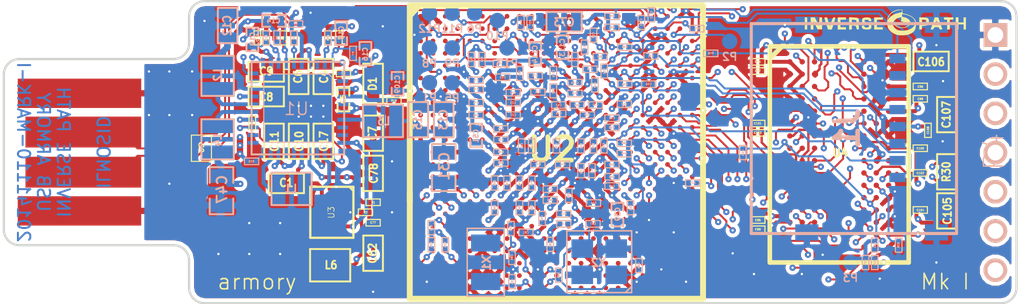
<source format=kicad_pcb>
(kicad_pcb (version 3) (host pcbnew "(2014-jan-25)-product")
  (title_block (title "USB ARMORY") (date "10 Nov 2014") (rev "MARK I") (company "Inverse Path") (comment 1 "Copyright © F-Secure Corporation") (comment 2 "License: CERN OHL v1.2") (comment 3 https://github.com/f-secure-foundry/usbarmory))
  (layers (15 TOP signal) (6 GND_1 power hide) (5 SIGNAL_1 signal) (4 GND_POWER_1 power hide) (3 GND_POWER_2 power hide) (2 SIGNAL_2 signal) (1 GND_2 power hide) (0 BOTTOM signal) (18 B.Paste user) (19 F.Paste user) (20 B.SilkS user) (21 F.SilkS user) (22 B.Mask user) (23 F.Mask user) (28 Edge.Cuts user))
  (net 0 "")
  (net 1 GND)
  (net 2 /PMIC/WAKE)
  (net 3 /Interfaces/SD1_DATA2)
  (net 4 /Interfaces/SD1_DATA3)
  (net 5 /Interfaces/SD1_CMD)
  (net 6 /Interfaces/SD1_CLK)
  (net 7 /Interfaces/SD1_DATA0)
  (net 8 /Interfaces/SD1_DATA1)
  (net 9 /PMIC/PMIC_BUCK3_FB)
  (net 10 /PMIC/PMIC_BUCK1_FB)
  (net 11 /PMIC/PMIC_BUCK2_FB)
  (net 12 /PMIC/PMIC_SW3)
  (net 13 /PMIC/PMIC_SW1)
  (net 14 /PMIC/PMIC_SW2)
  (net 15 /PMIC/PMIC_LDO1_FB)
  (net 16 /RAM/DRAM_A3)
  (net 17 /RAM/DRAM_A5)
  (net 18 /RAM/DRAM_A8)
  (net 19 /RAM/DRAM_A7)
  (net 20 /RAM/DRAM_D13)
  (net 21 /RAM/DRAM_D15)
  (net 22 /RAM/DRAM_SDQS1_B)
  (net 23 /RAM/DRAM_SDQS1)
  (net 24 /RAM/DRAM_D9)
  (net 25 /RAM/DRAM_D11)
  (net 26 /RAM/DRAM_SDCKE0)
  (net 27 /RAM/DRAM_D0)
  (net 28 /RAM/DRAM_DQM0)
  (net 29 /RAM/DRAM_SDQS0)
  (net 30 /RAM/DRAM_SDQS0_B)
  (net 31 /RAM/DRAM_D7)
  (net 32 /RAM/DRAM_D5)
  (net 33 /RAM/DRAM_D1)
  (net 34 /RAM/DRAM_D3)
  (net 35 /RAM/DRAM_DQM1)
  (net 36 /RAM/DRAM_D8)
  (net 37 /RAM/DRAM_D12)
  (net 38 /RAM/DRAM_D10)
  (net 39 /RAM/DRAM_D14)
  (net 40 /RAM/DRAM_CS0)
  (net 41 /RAM/DRAM_A4)
  (net 42 /RAM/DRAM_SDCLK_0)
  (net 43 /RAM/DRAM_SDCLK_0_B)
  (net 44 /RAM/DRAM_D6)
  (net 45 /RAM/DRAM_D4)
  (net 46 /RAM/DRAM_D2)
  (net 47 /RAM/DRAM_A1)
  (net 48 /RAM/DRAM_A6)
  (net 49 /RAM/DRAM_A9)
  (net 50 /RAM/DRAM_A2)
  (net 51 /RAM/DRAM_A0)
  (net 52 /RAM/DDR_VREF)
  (net 53 PMIC_LDO1_STDBY)
  (net 54 PMIC_LDO3_2V8)
  (net 55 PMIC_SW4_3V3)
  (net 56 PMIC_SW3_2V5)
  (net 57 PMIC_SW1_VDDGP)
  (net 58 PMIC_SW2_VCC)
  (net 59 PMIC_DDR_1V5)
  (net 60 IMX53_LDO_1V8)
  (net 61 "/i.MX53 POWER/IMX53_NVCC_XTAL")
  (net 62 /USB/USB_D+)
  (net 63 /USB/USB_D-)
  (net 64 /RAM/DRAM_CALIBRATION)
  (net 65 /RAM/DDR_ZQ)
  (net 66 /RAM/DRAM_SDBA2)
  (net 67 /RAM/DRAM_RESET)
  (net 68 /RAM/DRAM_SDBA1)
  (net 69 /RAM/DRAM_SDBA0)
  (net 70 /RAM/DRAM_A10)
  (net 71 /RAM/DRAM_RAS)
  (net 72 /RAM/DRAM_SDODT0)
  (net 73 /RAM/DRAM_CAS)
  (net 74 /RAM/DRAM_WE)
  (net 75 /RAM/DRAM_A12)
  (net 76 /RAM/DRAM_A13)
  (net 77 /RAM/DRAM_A11)
  (net 78 "Net-(C84-Pad2)")
  (net 79 "Net-(C85-Pad2)")
  (net 80 "Net-(C88-Pad1)")
  (net 81 "Net-(R28-Pad1)")
  (net 82 /PMIC/PMIC_BUCK4_FB)
  (net 83 "Net-(C76-Pad1)")
  (net 84 PMIC_LDO4_3V2)
  (net 85 "Net-(C111-Pad1)")
  (net 86 "Net-(C113-Pad1)")
  (net 87 "Net-(C117-Pad1)")
  (net 88 /Interfaces/SD1_CLK_A)
  (net 89 "Net-(L1-Pad1)")
  (net 90 "Net-(L1-Pad2)")
  (net 91 "Net-(L7-Pad1)")
  (net 92 "/i.MX53 POWER/SVDDGP")
  (net 93 "/i.MX53 POWER/SVCC")
  (net 94 "/i.MX53 MISC/CKIH1")
  (net 95 "/i.MX53 MISC/CKIH2")
  (net 96 /Boot/BT_CFG1_6)
  (net 97 /Boot/BT_CFG2_5)
  (net 98 I2C1_SCL)
  (net 99 I2C1_SDA)
  (net 100 "Net-(R37-Pad2)")
  (net 101 "/i.MX53 MISC/MX53_XTAL")
  (net 102 "/i.MX53 MISC/MX53_EXTAL")
  (net 103 JTAG_nSRST)
  (net 104 JTAG_nTRST)
  (net 105 JTAG_TDI)
  (net 106 JTAG_TMS)
  (net 107 JTAG_TCK)
  (net 108 JTAG_TDO)
  (net 109 JTAG_MOD)
  (net 110 IMX53_LDO_1V3)
  (net 111 /RAM/DRAM_A14)
  (net 112 "Net-(R57-Pad1)")
  (net 113 "Net-(C92-Pad1)")
  (net 114 "Net-(C114-Pad1)")
  (net 115 "Net-(L8-Pad1)")
  (net 116 "Net-(R23-Pad1)")
  (net 117 "Net-(C77-Pad2)")
  (net 118 "Net-(L6-Pad1)")
  (net 119 /Interfaces/USB_VBUS)
  (net 120 "Net-(D1-Pad2)")
  (net 121 /Interfaces/GPIO5_26)
  (net 122 /Interfaces/GPIO5_27)
  (net 123 /Interfaces/UART1_TX)
  (net 124 /Interfaces/UART1_RX)
  (net 125 /Interfaces/GPIO5_30)
  (net 126 "Net-(R16-Pad1)")
  (module smd:VLS252012ET (layer BOTTOM) (at 117.95 94.57 270)
    (fp_text reference L4 (at 0.05588 0.01016 270) (layer B.SilkS) (effects (font (size 0.508 0.4572) (thickness 0.1143)) (justify mirror)))
    (fp_text value 2.2uH hide)
    (pad 1 smd rect (at -0.825 0 270) (size 0.85 2) (layers BOTTOM B.Paste B.Mask) (net 14 /PMIC/PMIC_SW2))
    (pad 2 smd rect (at 0.825 0 270) (size 0.85 2) (layers BOTTOM B.Paste B.Mask) (net 58 PMIC_SW2_VCC))
  )
  (module smd:SM0603 (layer TOP) (at 165.2 96.675 270)
    (fp_text reference R30 (at 0 0.03556 270) (layer F.SilkS) (effects (font (size 0.508 0.4572) (thickness 0.1143))))
    (fp_text value 100 hide)
    (pad 1 smd rect (at -0.762 0 270) (size 0.635 1.143) (layers TOP F.Paste F.Mask) (net 42 /RAM/DRAM_SDCLK_0))
    (pad 2 smd rect (at 0.762 0 270) (size 0.635 1.143) (layers TOP F.Paste F.Mask) (net 43 /RAM/DRAM_SDCLK_0_B))
  )
  (module smd:SM0201 (layer BOTTOM) (at 143.5 86.6)
    (fp_text reference R26 (at 0.00508 -0.01016) (layer B.SilkS) (effects (font (size 0.127 0.127) (thickness 0.03175)) (justify mirror)))
    (fp_text value 10k hide)
    (pad 1 smd rect (at -0.25 0) (size 0.3 0.3) (layers BOTTOM B.Paste B.Mask) (net 60 IMX53_LDO_1V8))
    (pad 2 smd rect (at 0.25 0) (size 0.3 0.3) (layers BOTTOM B.Paste B.Mask) (net 103 JTAG_nSRST))
  )
  (module smd:SM0201 (layer BOTTOM) (at 132.7 101.4 90)
    (fp_text reference R25 (at 0.00508 -0.01016 90) (layer B.SilkS) (effects (font (size 0.127 0.127) (thickness 0.03175)) (justify mirror)))
    (fp_text value 4.7k hide)
    (pad 1 smd rect (at -0.25 0 90) (size 0.3 0.3) (layers BOTTOM B.Paste B.Mask) (net 96 /Boot/BT_CFG1_6))
    (pad 2 smd rect (at 0.25 0 90) (size 0.3 0.3) (layers BOTTOM B.Paste B.Mask) (net 55 PMIC_SW4_3V3))
  )
  (module smd:SM0201 (layer BOTTOM) (at 120.15 96 180)
    (fp_text reference R23 (at 0.00508 -0.01016 180) (layer B.SilkS) (effects (font (size 0.127 0.127) (thickness 0.03175)) (justify mirror)))
    (fp_text value 4.7k hide)
    (pad 1 smd rect (at -0.25 0 180) (size 0.3 0.3) (layers BOTTOM B.Paste B.Mask) (net 116 "Net-(R23-Pad1)"))
    (pad 2 smd rect (at 0.25 0 180) (size 0.3 0.3) (layers BOTTOM B.Paste B.Mask) (net 119 /Interfaces/USB_VBUS))
  )
  (module smd:SM0201 (layer BOTTOM) (at 123 87.1)
    (fp_text reference C2 (at 0.00508 -0.01016) (layer B.SilkS) (effects (font (size 0.127 0.127) (thickness 0.03175)) (justify mirror)))
    (fp_text value 1uF hide)
    (pad 1 smd rect (at -0.25 0) (size 0.3 0.3) (layers BOTTOM B.Paste B.Mask) (net 53 PMIC_LDO1_STDBY))
    (pad 2 smd rect (at 0.25 0) (size 0.3 0.3) (layers BOTTOM B.Paste B.Mask) (net 1 GND))
  )
  (module smd:SM0201 (layer TOP) (at 126.1 90.3 180)
    (fp_text reference C3 (at 0.00508 0.01016 180) (layer F.SilkS) (effects (font (size 0.127 0.127) (thickness 0.03175))))
    (fp_text value 1uF hide)
    (pad 1 smd rect (at -0.25 0 180) (size 0.3 0.3) (layers TOP F.Paste F.Mask) (net 119 /Interfaces/USB_VBUS))
    (pad 2 smd rect (at 0.25 0 180) (size 0.3 0.3) (layers TOP F.Paste F.Mask) (net 1 GND))
  )
  (module smd:SM0603 (layer TOP) (at 124.8 90.5 90)
    (fp_text reference C4 (at 0 0.03556 90) (layer F.SilkS) (effects (font (size 0.508 0.4572) (thickness 0.1143))))
    (fp_text value 10uF hide)
    (pad 1 smd rect (at -0.762 0 90) (size 0.635 1.143) (layers TOP F.Paste F.Mask) (net 1 GND))
    (pad 2 smd rect (at 0.762 0 90) (size 0.635 1.143) (layers TOP F.Paste F.Mask) (net 119 /Interfaces/USB_VBUS))
  )
  (module smd:SM0402 (layer TOP) (at 126.1 92 270)
    (fp_text reference C5 (at -0.03048 0.01524 270) (layer F.SilkS) (effects (font (size 0.3048 0.3048) (thickness 0.0762))))
    (fp_text value 2.2uF hide)
    (pad 1 smd rect (at -0.44958 0 270) (size 0.39878 0.59944) (layers TOP F.Paste F.Mask) (net 54 PMIC_LDO3_2V8))
    (pad 2 smd rect (at 0.44958 0 270) (size 0.39878 0.59944) (layers TOP F.Paste F.Mask) (net 1 GND))
  )
  (module smd:SM0603 (layer TOP) (at 123.2 90.5 270)
    (fp_text reference C6 (at 0 0.03556 270) (layer F.SilkS) (effects (font (size 0.508 0.4572) (thickness 0.1143))))
    (fp_text value 10uF hide)
    (pad 1 smd rect (at -0.762 0 270) (size 0.635 1.143) (layers TOP F.Paste F.Mask) (net 119 /Interfaces/USB_VBUS))
    (pad 2 smd rect (at 0.762 0 270) (size 0.635 1.143) (layers TOP F.Paste F.Mask) (net 1 GND))
  )
  (module smd:SM0603 (layer TOP) (at 128.025 94.175 270)
    (fp_text reference C7 (at 0 0.03556 270) (layer F.SilkS) (effects (font (size 0.508 0.4572) (thickness 0.1143))))
    (fp_text value 10uF hide)
    (pad 1 smd rect (at -0.762 0 270) (size 0.635 1.143) (layers TOP F.Paste F.Mask) (net 119 /Interfaces/USB_VBUS))
    (pad 2 smd rect (at 0.762 0 270) (size 0.635 1.143) (layers TOP F.Paste F.Mask) (net 1 GND))
  )
  (module smd:SM0603 (layer TOP) (at 121.1 91.8)
    (fp_text reference C8 (at 0 0.03556) (layer F.SilkS) (effects (font (size 0.508 0.4572) (thickness 0.1143))))
    (fp_text value 10uF hide)
    (pad 1 smd rect (at -0.762 0) (size 0.635 1.143) (layers TOP F.Paste F.Mask) (net 119 /Interfaces/USB_VBUS))
    (pad 2 smd rect (at 0.762 0) (size 0.635 1.143) (layers TOP F.Paste F.Mask) (net 1 GND))
  )
  (module smd:SM0603 (layer TOP) (at 121.1 90.2 180)
    (fp_text reference C9 (at 0 0.03556 180) (layer F.SilkS) (effects (font (size 0.508 0.4572) (thickness 0.1143))))
    (fp_text value 10uF hide)
    (pad 1 smd rect (at -0.762 0 180) (size 0.635 1.143) (layers TOP F.Paste F.Mask) (net 119 /Interfaces/USB_VBUS))
    (pad 2 smd rect (at 0.762 0 180) (size 0.635 1.143) (layers TOP F.Paste F.Mask) (net 1 GND))
  )
  (module smd:SM0603 (layer TOP) (at 123.2 94.7 90)
    (fp_text reference C10 (at 0 0.03556 90) (layer F.SilkS) (effects (font (size 0.508 0.4572) (thickness 0.1143))))
    (fp_text value 10uF hide)
    (pad 1 smd rect (at -0.762 0 90) (size 0.635 1.143) (layers TOP F.Paste F.Mask) (net 119 /Interfaces/USB_VBUS))
    (pad 2 smd rect (at 0.762 0 90) (size 0.635 1.143) (layers TOP F.Paste F.Mask) (net 1 GND))
  )
  (module smd:SM0603 (layer TOP) (at 121.6 94.7 90)
    (fp_text reference C11 (at 0 0.03556 90) (layer F.SilkS) (effects (font (size 0.508 0.4572) (thickness 0.1143))))
    (fp_text value 22uF hide)
    (pad 1 smd rect (at -0.762 0 90) (size 0.635 1.143) (layers TOP F.Paste F.Mask) (net 55 PMIC_SW4_3V3))
    (pad 2 smd rect (at 0.762 0 90) (size 0.635 1.143) (layers TOP F.Paste F.Mask) (net 1 GND))
  )
  (module smd:SM0603 (layer BOTTOM) (at 118.6 87.2 90)
    (fp_text reference C12 (at 0 -0.03556 90) (layer B.SilkS) (effects (font (size 0.508 0.4572) (thickness 0.1143)) (justify mirror)))
    (fp_text value 22uF hide)
    (pad 1 smd rect (at -0.762 0 90) (size 0.635 1.143) (layers BOTTOM B.Paste B.Mask) (net 56 PMIC_SW3_2V5))
    (pad 2 smd rect (at 0.762 0 90) (size 0.635 1.143) (layers BOTTOM B.Paste B.Mask) (net 1 GND))
  )
  (module smd:SM0603 (layer BOTTOM) (at 132.6 93.3 90)
    (fp_text reference C13 (at 0 -0.03556 90) (layer B.SilkS) (effects (font (size 0.508 0.4572) (thickness 0.1143)) (justify mirror)))
    (fp_text value 22uF hide)
    (pad 1 smd rect (at -0.762 0 90) (size 0.635 1.143) (layers BOTTOM B.Paste B.Mask) (net 57 PMIC_SW1_VDDGP))
    (pad 2 smd rect (at 0.762 0 90) (size 0.635 1.143) (layers BOTTOM B.Paste B.Mask) (net 1 GND))
  )
  (module smd:SM0402 (layer BOTTOM) (at 121.6 86.9)
    (fp_text reference C14 (at -0.03048 -0.01524) (layer B.SilkS) (effects (font (size 0.3048 0.3048) (thickness 0.0762)) (justify mirror)))
    (fp_text value 10pF hide)
    (pad 1 smd rect (at -0.44958 0) (size 0.39878 0.59944) (layers BOTTOM B.Paste B.Mask) (net 56 PMIC_SW3_2V5))
    (pad 2 smd rect (at 0.44958 0) (size 0.39878 0.59944) (layers BOTTOM B.Paste B.Mask) (net 9 /PMIC/PMIC_BUCK3_FB))
  )
  (module smd:SM0603 (layer BOTTOM) (at 130.95 93.3 90)
    (fp_text reference C15 (at 0 -0.03556 90) (layer B.SilkS) (effects (font (size 0.508 0.4572) (thickness 0.1143)) (justify mirror)))
    (fp_text value 22uF hide)
    (pad 1 smd rect (at -0.762 0 90) (size 0.635 1.143) (layers BOTTOM B.Paste B.Mask) (net 57 PMIC_SW1_VDDGP))
    (pad 2 smd rect (at 0.762 0 90) (size 0.635 1.143) (layers BOTTOM B.Paste B.Mask) (net 1 GND))
  )
  (module smd:SM0402 (layer BOTTOM) (at 127.525 89.025 90)
    (fp_text reference C16 (at -0.03048 -0.01524 90) (layer B.SilkS) (effects (font (size 0.3048 0.3048) (thickness 0.0762)) (justify mirror)))
    (fp_text value 10pF hide)
    (pad 1 smd rect (at -0.44958 0 90) (size 0.39878 0.59944) (layers BOTTOM B.Paste B.Mask) (net 55 PMIC_SW4_3V3))
    (pad 2 smd rect (at 0.44958 0 90) (size 0.39878 0.59944) (layers BOTTOM B.Paste B.Mask) (net 82 /PMIC/PMIC_BUCK4_FB))
  )
  (module smd:SM0603 (layer TOP) (at 124.8 94.7 90)
    (fp_text reference C17 (at 0 0.03556 90) (layer F.SilkS) (effects (font (size 0.508 0.4572) (thickness 0.1143))))
    (fp_text value 22uF hide)
    (pad 1 smd rect (at -0.762 0 90) (size 0.635 1.143) (layers TOP F.Paste F.Mask) (net 58 PMIC_SW2_VCC))
    (pad 2 smd rect (at 0.762 0 90) (size 0.635 1.143) (layers TOP F.Paste F.Mask) (net 1 GND))
  )
  (module smd:SM0402 (layer BOTTOM) (at 125.95 87.7 270)
    (fp_text reference C18 (at -0.03048 -0.01524 270) (layer B.SilkS) (effects (font (size 0.3048 0.3048) (thickness 0.0762)) (justify mirror)))
    (fp_text value 10pF hide)
    (pad 1 smd rect (at -0.44958 0 270) (size 0.39878 0.59944) (layers BOTTOM B.Paste B.Mask) (net 57 PMIC_SW1_VDDGP))
    (pad 2 smd rect (at 0.44958 0 270) (size 0.39878 0.59944) (layers BOTTOM B.Paste B.Mask) (net 10 /PMIC/PMIC_BUCK1_FB))
  )
  (module smd:SM0402 (layer BOTTOM) (at 120.2 88.1 270)
    (fp_text reference C19 (at -0.03048 -0.01524 270) (layer B.SilkS) (effects (font (size 0.3048 0.3048) (thickness 0.0762)) (justify mirror)))
    (fp_text value 10pF hide)
    (pad 1 smd rect (at -0.44958 0 270) (size 0.39878 0.59944) (layers BOTTOM B.Paste B.Mask) (net 58 PMIC_SW2_VCC))
    (pad 2 smd rect (at 0.44958 0 270) (size 0.39878 0.59944) (layers BOTTOM B.Paste B.Mask) (net 11 /PMIC/PMIC_BUCK2_FB))
  )
  (module smd:SM0201 (layer BOTTOM) (at 137.1 91.55 180)
    (fp_text reference C20 (at 0.00508 -0.01016 180) (layer B.SilkS) (effects (font (size 0.127 0.127) (thickness 0.03175)) (justify mirror)))
    (fp_text value 0.22uF hide)
    (pad 1 smd rect (at -0.25 0 180) (size 0.3 0.3) (layers BOTTOM B.Paste B.Mask) (net 57 PMIC_SW1_VDDGP))
    (pad 2 smd rect (at 0.25 0 180) (size 0.3 0.3) (layers BOTTOM B.Paste B.Mask) (net 1 GND))
  )
  (module smd:SM0201 (layer BOTTOM) (at 138.7 91.5)
    (fp_text reference C21 (at 0.00508 -0.01016) (layer B.SilkS) (effects (font (size 0.127 0.127) (thickness 0.03175)) (justify mirror)))
    (fp_text value 0.22uF hide)
    (pad 1 smd rect (at -0.25 0) (size 0.3 0.3) (layers BOTTOM B.Paste B.Mask) (net 57 PMIC_SW1_VDDGP))
    (pad 2 smd rect (at 0.25 0) (size 0.3 0.3) (layers BOTTOM B.Paste B.Mask) (net 1 GND))
  )
  (module smd:SM0201 (layer BOTTOM) (at 137.1 93)
    (fp_text reference C22 (at 0.00508 -0.01016) (layer B.SilkS) (effects (font (size 0.127 0.127) (thickness 0.03175)) (justify mirror)))
    (fp_text value 0.22uF hide)
    (pad 1 smd rect (at -0.25 0) (size 0.3 0.3) (layers BOTTOM B.Paste B.Mask) (net 57 PMIC_SW1_VDDGP))
    (pad 2 smd rect (at 0.25 0) (size 0.3 0.3) (layers BOTTOM B.Paste B.Mask) (net 1 GND))
  )
  (module smd:SM0201 (layer BOTTOM) (at 137.1 92.2 180)
    (fp_text reference C23 (at 0.00508 -0.01016 180) (layer B.SilkS) (effects (font (size 0.127 0.127) (thickness 0.03175)) (justify mirror)))
    (fp_text value 0.22uF hide)
    (pad 1 smd rect (at -0.25 0 180) (size 0.3 0.3) (layers BOTTOM B.Paste B.Mask) (net 57 PMIC_SW1_VDDGP))
    (pad 2 smd rect (at 0.25 0 180) (size 0.3 0.3) (layers BOTTOM B.Paste B.Mask) (net 1 GND))
  )
  (module smd:SM0201 (layer BOTTOM) (at 137.65 95 270)
    (fp_text reference C24 (at 0.00508 -0.01016 270) (layer B.SilkS) (effects (font (size 0.127 0.127) (thickness 0.03175)) (justify mirror)))
    (fp_text value 0.22uF hide)
    (pad 1 smd rect (at -0.25 0 270) (size 0.3 0.3) (layers BOTTOM B.Paste B.Mask) (net 57 PMIC_SW1_VDDGP))
    (pad 2 smd rect (at 0.25 0 270) (size 0.3 0.3) (layers BOTTOM B.Paste B.Mask) (net 1 GND))
  )
  (module smd:SM0201 (layer BOTTOM) (at 140.05 92.9)
    (fp_text reference C25 (at 0.00508 -0.01016) (layer B.SilkS) (effects (font (size 0.127 0.127) (thickness 0.03175)) (justify mirror)))
    (fp_text value 0.22uF hide)
    (pad 1 smd rect (at -0.25 0) (size 0.3 0.3) (layers BOTTOM B.Paste B.Mask) (net 57 PMIC_SW1_VDDGP))
    (pad 2 smd rect (at 0.25 0) (size 0.3 0.3) (layers BOTTOM B.Paste B.Mask) (net 1 GND))
  )
  (module smd:SM0201 (layer BOTTOM) (at 136.3 93.9)
    (fp_text reference C26 (at 0.00508 -0.01016) (layer B.SilkS) (effects (font (size 0.127 0.127) (thickness 0.03175)) (justify mirror)))
    (fp_text value 0.22uF hide)
    (pad 1 smd rect (at -0.25 0) (size 0.3 0.3) (layers BOTTOM B.Paste B.Mask) (net 57 PMIC_SW1_VDDGP))
    (pad 2 smd rect (at 0.25 0) (size 0.3 0.3) (layers BOTTOM B.Paste B.Mask) (net 1 GND))
  )
  (module smd:SM0201 (layer BOTTOM) (at 136.3 94.6 180)
    (fp_text reference C27 (at 0.00508 -0.01016 180) (layer B.SilkS) (effects (font (size 0.127 0.127) (thickness 0.03175)) (justify mirror)))
    (fp_text value 0.22uF hide)
    (pad 1 smd rect (at -0.25 0 180) (size 0.3 0.3) (layers BOTTOM B.Paste B.Mask) (net 57 PMIC_SW1_VDDGP))
    (pad 2 smd rect (at 0.25 0 180) (size 0.3 0.3) (layers BOTTOM B.Paste B.Mask) (net 1 GND))
  )
  (module smd:SM0201 (layer BOTTOM) (at 138.3 95 270)
    (fp_text reference C28 (at 0.00508 -0.01016 270) (layer B.SilkS) (effects (font (size 0.127 0.127) (thickness 0.03175)) (justify mirror)))
    (fp_text value 0.22uF hide)
    (pad 1 smd rect (at -0.25 0 270) (size 0.3 0.3) (layers BOTTOM B.Paste B.Mask) (net 57 PMIC_SW1_VDDGP))
    (pad 2 smd rect (at 0.25 0 270) (size 0.3 0.3) (layers BOTTOM B.Paste B.Mask) (net 1 GND))
  )
  (module smd:SM0201 (layer BOTTOM) (at 139.9 95 270)
    (fp_text reference C29 (at 0.00508 -0.01016 270) (layer B.SilkS) (effects (font (size 0.127 0.127) (thickness 0.03175)) (justify mirror)))
    (fp_text value 0.22uF hide)
    (pad 1 smd rect (at -0.25 0 270) (size 0.3 0.3) (layers BOTTOM B.Paste B.Mask) (net 57 PMIC_SW1_VDDGP))
    (pad 2 smd rect (at 0.25 0 270) (size 0.3 0.3) (layers BOTTOM B.Paste B.Mask) (net 1 GND))
  )
  (module smd:SM0201 (layer BOTTOM) (at 134.7 93 180)
    (fp_text reference C30 (at 0.00508 -0.01016 180) (layer B.SilkS) (effects (font (size 0.127 0.127) (thickness 0.03175)) (justify mirror)))
    (fp_text value 0.22uF hide)
    (pad 1 smd rect (at -0.25 0 180) (size 0.3 0.3) (layers BOTTOM B.Paste B.Mask) (net 57 PMIC_SW1_VDDGP))
    (pad 2 smd rect (at 0.25 0 180) (size 0.3 0.3) (layers BOTTOM B.Paste B.Mask) (net 1 GND))
  )
  (module smd:SM0805 (layer BOTTOM) (at 132.6 96.4 270)
    (fp_text reference C31 (at -0.08128 -0.03302 270) (layer B.SilkS) (effects (font (size 0.635 0.635) (thickness 0.127)) (justify mirror)))
    (fp_text value 47uF hide)
    (pad 1 smd rect (at -0.9525 0 270) (size 0.889 1.397) (layers BOTTOM B.Paste B.Mask) (net 57 PMIC_SW1_VDDGP))
    (pad 2 smd rect (at 0.9525 0 270) (size 0.889 1.397) (layers BOTTOM B.Paste B.Mask) (net 1 GND))
  )
  (module smd:SM0201 (layer BOTTOM) (at 141.9 93)
    (fp_text reference C32 (at 0.00508 -0.01016) (layer B.SilkS) (effects (font (size 0.127 0.127) (thickness 0.03175)) (justify mirror)))
    (fp_text value 0.22uF hide)
    (pad 1 smd rect (at -0.25 0) (size 0.3 0.3) (layers BOTTOM B.Paste B.Mask) (net 58 PMIC_SW2_VCC))
    (pad 2 smd rect (at 0.25 0) (size 0.3 0.3) (layers BOTTOM B.Paste B.Mask) (net 1 GND))
  )
  (module smd:SM0201 (layer BOTTOM) (at 143.5 93.2)
    (fp_text reference C33 (at 0.00508 -0.01016) (layer B.SilkS) (effects (font (size 0.127 0.127) (thickness 0.03175)) (justify mirror)))
    (fp_text value 0.22uF hide)
    (pad 1 smd rect (at -0.25 0) (size 0.3 0.3) (layers BOTTOM B.Paste B.Mask) (net 58 PMIC_SW2_VCC))
    (pad 2 smd rect (at 0.25 0) (size 0.3 0.3) (layers BOTTOM B.Paste B.Mask) (net 1 GND))
  )
  (module smd:SM0201 (layer BOTTOM) (at 141.5 95 270)
    (fp_text reference C34 (at 0.00508 -0.01016 270) (layer B.SilkS) (effects (font (size 0.127 0.127) (thickness 0.03175)) (justify mirror)))
    (fp_text value 0.22uF hide)
    (pad 1 smd rect (at -0.25 0 270) (size 0.3 0.3) (layers BOTTOM B.Paste B.Mask) (net 58 PMIC_SW2_VCC))
    (pad 2 smd rect (at 0.25 0 270) (size 0.3 0.3) (layers BOTTOM B.Paste B.Mask) (net 1 GND))
  )
  (module smd:SM0201 (layer BOTTOM) (at 142.3 95 90)
    (fp_text reference C35 (at 0.00508 -0.01016 90) (layer B.SilkS) (effects (font (size 0.127 0.127) (thickness 0.03175)) (justify mirror)))
    (fp_text value 0.22uF hide)
    (pad 1 smd rect (at -0.25 0 90) (size 0.3 0.3) (layers BOTTOM B.Paste B.Mask) (net 58 PMIC_SW2_VCC))
    (pad 2 smd rect (at 0.25 0 90) (size 0.3 0.3) (layers BOTTOM B.Paste B.Mask) (net 1 GND))
  )
  (module smd:SM0201 (layer BOTTOM) (at 136.7 97.4 90)
    (fp_text reference C36 (at 0.00508 -0.01016 90) (layer B.SilkS) (effects (font (size 0.127 0.127) (thickness 0.03175)) (justify mirror)))
    (fp_text value 0.22uF hide)
    (pad 1 smd rect (at -0.25 0 90) (size 0.3 0.3) (layers BOTTOM B.Paste B.Mask) (net 58 PMIC_SW2_VCC))
    (pad 2 smd rect (at 0.25 0 90) (size 0.3 0.3) (layers BOTTOM B.Paste B.Mask) (net 1 GND))
  )
  (module smd:SM0201 (layer BOTTOM) (at 138.7 96.2)
    (fp_text reference C37 (at 0.00508 -0.01016) (layer B.SilkS) (effects (font (size 0.127 0.127) (thickness 0.03175)) (justify mirror)))
    (fp_text value 0.22uF hide)
    (pad 1 smd rect (at -0.25 0) (size 0.3 0.3) (layers BOTTOM B.Paste B.Mask) (net 58 PMIC_SW2_VCC))
    (pad 2 smd rect (at 0.25 0) (size 0.3 0.3) (layers BOTTOM B.Paste B.Mask) (net 1 GND))
  )
  (module smd:SM0201 (layer BOTTOM) (at 141.5 96.6 270)
    (fp_text reference C38 (at 0.00508 -0.01016 270) (layer B.SilkS) (effects (font (size 0.127 0.127) (thickness 0.03175)) (justify mirror)))
    (fp_text value 0.22uF hide)
    (pad 1 smd rect (at -0.25 0 270) (size 0.3 0.3) (layers BOTTOM B.Paste B.Mask) (net 58 PMIC_SW2_VCC))
    (pad 2 smd rect (at 0.25 0 270) (size 0.3 0.3) (layers BOTTOM B.Paste B.Mask) (net 1 GND))
  )
  (module smd:SM0402 (layer BOTTOM) (at 143.85 99.45 270)
    (fp_text reference C39 (at -0.03048 -0.01524 270) (layer B.SilkS) (effects (font (size 0.3048 0.3048) (thickness 0.0762)) (justify mirror)))
    (fp_text value 10uF hide)
    (pad 1 smd rect (at -0.44958 0 270) (size 0.39878 0.59944) (layers BOTTOM B.Paste B.Mask) (net 58 PMIC_SW2_VCC))
    (pad 2 smd rect (at 0.44958 0 270) (size 0.39878 0.59944) (layers BOTTOM B.Paste B.Mask) (net 1 GND))
  )
  (module smd:SM0201 (layer BOTTOM) (at 140.3 96.2)
    (fp_text reference C40 (at 0.00508 -0.01016) (layer B.SilkS) (effects (font (size 0.127 0.127) (thickness 0.03175)) (justify mirror)))
    (fp_text value 0.22uF hide)
    (pad 1 smd rect (at -0.25 0) (size 0.3 0.3) (layers BOTTOM B.Paste B.Mask) (net 58 PMIC_SW2_VCC))
    (pad 2 smd rect (at 0.25 0) (size 0.3 0.3) (layers BOTTOM B.Paste B.Mask) (net 1 GND))
  )
  (module smd:SM0201 (layer BOTTOM) (at 142.2 96.6 270)
    (fp_text reference C41 (at 0.00508 -0.01016 270) (layer B.SilkS) (effects (font (size 0.127 0.127) (thickness 0.03175)) (justify mirror)))
    (fp_text value 0.22uF hide)
    (pad 1 smd rect (at -0.25 0 270) (size 0.3 0.3) (layers BOTTOM B.Paste B.Mask) (net 58 PMIC_SW2_VCC))
    (pad 2 smd rect (at 0.25 0 270) (size 0.3 0.3) (layers BOTTOM B.Paste B.Mask) (net 1 GND))
  )
  (module smd:SM0201 (layer BOTTOM) (at 139.5 97.8 180)
    (fp_text reference C42 (at 0.00508 -0.01016 180) (layer B.SilkS) (effects (font (size 0.127 0.127) (thickness 0.03175)) (justify mirror)))
    (fp_text value 0.22uF hide)
    (pad 1 smd rect (at -0.25 0 180) (size 0.3 0.3) (layers BOTTOM B.Paste B.Mask) (net 58 PMIC_SW2_VCC))
    (pad 2 smd rect (at 0.25 0 180) (size 0.3 0.3) (layers BOTTOM B.Paste B.Mask) (net 1 GND))
  )
  (module smd:SM0201 (layer BOTTOM) (at 138.3 97.4 90)
    (fp_text reference C43 (at 0.00508 -0.01016 90) (layer B.SilkS) (effects (font (size 0.127 0.127) (thickness 0.03175)) (justify mirror)))
    (fp_text value 0.22uF hide)
    (pad 1 smd rect (at -0.25 0 90) (size 0.3 0.3) (layers BOTTOM B.Paste B.Mask) (net 58 PMIC_SW2_VCC))
    (pad 2 smd rect (at 0.25 0 90) (size 0.3 0.3) (layers BOTTOM B.Paste B.Mask) (net 1 GND))
  )
  (module smd:SM0201 (layer BOTTOM) (at 142.3 98.7)
    (fp_text reference C44 (at 0.00508 -0.01016) (layer B.SilkS) (effects (font (size 0.127 0.127) (thickness 0.03175)) (justify mirror)))
    (fp_text value 0.22uF hide)
    (pad 1 smd rect (at -0.25 0) (size 0.3 0.3) (layers BOTTOM B.Paste B.Mask) (net 58 PMIC_SW2_VCC))
    (pad 2 smd rect (at 0.25 0) (size 0.3 0.3) (layers BOTTOM B.Paste B.Mask) (net 1 GND))
  )
  (module smd:SM0201 (layer BOTTOM) (at 143.5 97.6 180)
    (fp_text reference C45 (at 0.00508 -0.01016 180) (layer B.SilkS) (effects (font (size 0.127 0.127) (thickness 0.03175)) (justify mirror)))
    (fp_text value 0.22uF hide)
    (pad 1 smd rect (at -0.25 0 180) (size 0.3 0.3) (layers BOTTOM B.Paste B.Mask) (net 58 PMIC_SW2_VCC))
    (pad 2 smd rect (at 0.25 0 180) (size 0.3 0.3) (layers BOTTOM B.Paste B.Mask) (net 1 GND))
  )
  (module smd:SM0201 (layer BOTTOM) (at 137.5 97.4 270)
    (fp_text reference C46 (at 0.00508 -0.01016 270) (layer B.SilkS) (effects (font (size 0.127 0.127) (thickness 0.03175)) (justify mirror)))
    (fp_text value 0.22uF hide)
    (pad 1 smd rect (at -0.25 0 270) (size 0.3 0.3) (layers BOTTOM B.Paste B.Mask) (net 58 PMIC_SW2_VCC))
    (pad 2 smd rect (at 0.25 0 270) (size 0.3 0.3) (layers BOTTOM B.Paste B.Mask) (net 1 GND))
  )
  (module smd:SM0805 (layer BOTTOM) (at 118.2 97.9 270)
    (fp_text reference C47 (at -0.08128 -0.03302 270) (layer B.SilkS) (effects (font (size 0.635 0.635) (thickness 0.127)) (justify mirror)))
    (fp_text value 47uF hide)
    (pad 1 smd rect (at -0.9525 0 270) (size 0.889 1.397) (layers BOTTOM B.Paste B.Mask) (net 58 PMIC_SW2_VCC))
    (pad 2 smd rect (at 0.9525 0 270) (size 0.889 1.397) (layers BOTTOM B.Paste B.Mask) (net 1 GND))
  )
  (module smd:SM0201 (layer BOTTOM) (at 136.3 95.4)
    (fp_text reference C48 (at 0.00508 -0.01016) (layer B.SilkS) (effects (font (size 0.127 0.127) (thickness 0.03175)) (justify mirror)))
    (fp_text value 0.22uF hide)
    (pad 1 smd rect (at -0.25 0) (size 0.3 0.3) (layers BOTTOM B.Paste B.Mask) (net 110 IMX53_LDO_1V3))
    (pad 2 smd rect (at 0.25 0) (size 0.3 0.3) (layers BOTTOM B.Paste B.Mask) (net 1 GND))
  )
  (module smd:SM0201 (layer BOTTOM) (at 144.3 95.5)
    (fp_text reference C49 (at 0.00508 -0.01016) (layer B.SilkS) (effects (font (size 0.127 0.127) (thickness 0.03175)) (justify mirror)))
    (fp_text value 0.22uF hide)
    (pad 1 smd rect (at -0.25 0) (size 0.3 0.3) (layers BOTTOM B.Paste B.Mask) (net 110 IMX53_LDO_1V3))
    (pad 2 smd rect (at 0.25 0) (size 0.3 0.3) (layers BOTTOM B.Paste B.Mask) (net 1 GND))
  )
  (module smd:SM0201 (layer BOTTOM) (at 138.97 99.7 90)
    (fp_text reference C50 (at 0.00508 -0.01016 90) (layer B.SilkS) (effects (font (size 0.127 0.127) (thickness 0.03175)) (justify mirror)))
    (fp_text value 0.22uF hide)
    (pad 1 smd rect (at -0.25 0 90) (size 0.3 0.3) (layers BOTTOM B.Paste B.Mask) (net 110 IMX53_LDO_1V3))
    (pad 2 smd rect (at 0.25 0 90) (size 0.3 0.3) (layers BOTTOM B.Paste B.Mask) (net 1 GND))
  )
  (module smd:SM0402 (layer BOTTOM) (at 134.7 94.325 90)
    (fp_text reference C51 (at -0.03048 -0.01524 90) (layer B.SilkS) (effects (font (size 0.3048 0.3048) (thickness 0.0762)) (justify mirror)))
    (fp_text value 10uF hide)
    (pad 1 smd rect (at -0.44958 0 90) (size 0.39878 0.59944) (layers BOTTOM B.Paste B.Mask) (net 110 IMX53_LDO_1V3))
    (pad 2 smd rect (at 0.44958 0 90) (size 0.39878 0.59944) (layers BOTTOM B.Paste B.Mask) (net 1 GND))
  )
  (module smd:SM0201 (layer BOTTOM) (at 140.05 92.35 180)
    (fp_text reference C52 (at 0.00508 -0.01016 180) (layer B.SilkS) (effects (font (size 0.127 0.127) (thickness 0.03175)) (justify mirror)))
    (fp_text value 0.22uF hide)
    (pad 1 smd rect (at -0.25 0 180) (size 0.3 0.3) (layers BOTTOM B.Paste B.Mask) (net 110 IMX53_LDO_1V3))
    (pad 2 smd rect (at 0.25 0 180) (size 0.3 0.3) (layers BOTTOM B.Paste B.Mask) (net 1 GND))
  )
  (module smd:SM0201 (layer BOTTOM) (at 136.425 90.55 180)
    (fp_text reference C53 (at 0.00508 -0.01016 180) (layer B.SilkS) (effects (font (size 0.127 0.127) (thickness 0.03175)) (justify mirror)))
    (fp_text value 0.22uF hide)
    (pad 1 smd rect (at -0.25 0 180) (size 0.3 0.3) (layers BOTTOM B.Paste B.Mask) (net 110 IMX53_LDO_1V3))
    (pad 2 smd rect (at 0.25 0 180) (size 0.3 0.3) (layers BOTTOM B.Paste B.Mask) (net 1 GND))
  )
  (module smd:SM0201 (layer BOTTOM) (at 137.525 90.3 90)
    (fp_text reference C54 (at 0.00508 -0.01016 90) (layer B.SilkS) (effects (font (size 0.127 0.127) (thickness 0.03175)) (justify mirror)))
    (fp_text value 0.22uF hide)
    (pad 1 smd rect (at -0.25 0 90) (size 0.3 0.3) (layers BOTTOM B.Paste B.Mask) (net 110 IMX53_LDO_1V3))
    (pad 2 smd rect (at 0.25 0 90) (size 0.3 0.3) (layers BOTTOM B.Paste B.Mask) (net 1 GND))
  )
  (module smd:SM0201 (layer BOTTOM) (at 144.325 91 180)
    (fp_text reference C55 (at 0.00508 -0.01016 180) (layer B.SilkS) (effects (font (size 0.127 0.127) (thickness 0.03175)) (justify mirror)))
    (fp_text value 0.1uF hide)
    (pad 1 smd rect (at -0.25 0 180) (size 0.3 0.3) (layers BOTTOM B.Paste B.Mask) (net 56 PMIC_SW3_2V5))
    (pad 2 smd rect (at 0.25 0 180) (size 0.3 0.3) (layers BOTTOM B.Paste B.Mask) (net 1 GND))
  )
  (module smd:SM0201 (layer BOTTOM) (at 145.875 91)
    (fp_text reference C56 (at 0.00508 -0.01016) (layer B.SilkS) (effects (font (size 0.127 0.127) (thickness 0.03175)) (justify mirror)))
    (fp_text value 0.22uF hide)
    (pad 1 smd rect (at -0.25 0) (size 0.3 0.3) (layers BOTTOM B.Paste B.Mask) (net 56 PMIC_SW3_2V5))
    (pad 2 smd rect (at 0.25 0) (size 0.3 0.3) (layers BOTTOM B.Paste B.Mask) (net 1 GND))
  )
  (module smd:SM0201 (layer BOTTOM) (at 144.3 92.3 180)
    (fp_text reference C57 (at 0.00508 -0.01016 180) (layer B.SilkS) (effects (font (size 0.127 0.127) (thickness 0.03175)) (justify mirror)))
    (fp_text value 0.1uF hide)
    (pad 1 smd rect (at -0.25 0 180) (size 0.3 0.3) (layers BOTTOM B.Paste B.Mask) (net 59 PMIC_DDR_1V5))
    (pad 2 smd rect (at 0.25 0 180) (size 0.3 0.3) (layers BOTTOM B.Paste B.Mask) (net 1 GND))
  )
  (module smd:SM0201 (layer BOTTOM) (at 143.5 93.8 180)
    (fp_text reference C58 (at 0.00508 -0.01016 180) (layer B.SilkS) (effects (font (size 0.127 0.127) (thickness 0.03175)) (justify mirror)))
    (fp_text value 0.1uF hide)
    (pad 1 smd rect (at -0.25 0 180) (size 0.3 0.3) (layers BOTTOM B.Paste B.Mask) (net 59 PMIC_DDR_1V5))
    (pad 2 smd rect (at 0.25 0 180) (size 0.3 0.3) (layers BOTTOM B.Paste B.Mask) (net 1 GND))
  )
  (module smd:SM0201 (layer BOTTOM) (at 143.5 96.2 180)
    (fp_text reference C59 (at 0.00508 -0.01016 180) (layer B.SilkS) (effects (font (size 0.127 0.127) (thickness 0.03175)) (justify mirror)))
    (fp_text value 0.1uF hide)
    (pad 1 smd rect (at -0.25 0 180) (size 0.3 0.3) (layers BOTTOM B.Paste B.Mask) (net 59 PMIC_DDR_1V5))
    (pad 2 smd rect (at 0.25 0 180) (size 0.3 0.3) (layers BOTTOM B.Paste B.Mask) (net 1 GND))
  )
  (module smd:SM0201 (layer BOTTOM) (at 143.5 97 180)
    (fp_text reference C60 (at 0.00508 -0.01016 180) (layer B.SilkS) (effects (font (size 0.127 0.127) (thickness 0.03175)) (justify mirror)))
    (fp_text value 0.1uF hide)
    (pad 1 smd rect (at -0.25 0 180) (size 0.3 0.3) (layers BOTTOM B.Paste B.Mask) (net 59 PMIC_DDR_1V5))
    (pad 2 smd rect (at 0.25 0 180) (size 0.3 0.3) (layers BOTTOM B.Paste B.Mask) (net 1 GND))
  )
  (module smd:SM0201 (layer BOTTOM) (at 144.7 99 270)
    (fp_text reference C61 (at 0.00508 -0.01016 270) (layer B.SilkS) (effects (font (size 0.127 0.127) (thickness 0.03175)) (justify mirror)))
    (fp_text value 0.1uF hide)
    (pad 1 smd rect (at -0.25 0 270) (size 0.3 0.3) (layers BOTTOM B.Paste B.Mask) (net 59 PMIC_DDR_1V5))
    (pad 2 smd rect (at 0.25 0 270) (size 0.3 0.3) (layers BOTTOM B.Paste B.Mask) (net 1 GND))
  )
  (module smd:SM0603 (layer TOP) (at 128.025 101.95 270)
    (fp_text reference C62 (at 0 0.03556 270) (layer F.SilkS) (effects (font (size 0.508 0.4572) (thickness 0.1143))))
    (fp_text value 22uF hide)
    (pad 1 smd rect (at -0.762 0 270) (size 0.635 1.143) (layers TOP F.Paste F.Mask) (net 59 PMIC_DDR_1V5))
    (pad 2 smd rect (at 0.762 0 270) (size 0.635 1.143) (layers TOP F.Paste F.Mask) (net 1 GND))
  )
  (module smd:SM0201 (layer BOTTOM) (at 139.5 98.5 180)
    (fp_text reference C63 (at 0.00508 -0.01016 180) (layer B.SilkS) (effects (font (size 0.127 0.127) (thickness 0.03175)) (justify mirror)))
    (fp_text value 0.1uF hide)
    (pad 1 smd rect (at -0.25 0 180) (size 0.3 0.3) (layers BOTTOM B.Paste B.Mask) (net 55 PMIC_SW4_3V3))
    (pad 2 smd rect (at 0.25 0 180) (size 0.3 0.3) (layers BOTTOM B.Paste B.Mask) (net 1 GND))
  )
  (module smd:SM0201 (layer BOTTOM) (at 137.5 99 90)
    (fp_text reference C64 (at 0.00508 -0.01016 90) (layer B.SilkS) (effects (font (size 0.127 0.127) (thickness 0.03175)) (justify mirror)))
    (fp_text value 0.1uF hide)
    (pad 1 smd rect (at -0.25 0 90) (size 0.3 0.3) (layers BOTTOM B.Paste B.Mask) (net 55 PMIC_SW4_3V3))
    (pad 2 smd rect (at 0.25 0 90) (size 0.3 0.3) (layers BOTTOM B.Paste B.Mask) (net 1 GND))
  )
  (module smd:SM0201 (layer BOTTOM) (at 138.3 99 90)
    (fp_text reference C65 (at 0.00508 -0.01016 90) (layer B.SilkS) (effects (font (size 0.127 0.127) (thickness 0.03175)) (justify mirror)))
    (fp_text value 0.1uF hide)
    (pad 1 smd rect (at -0.25 0 90) (size 0.3 0.3) (layers BOTTOM B.Paste B.Mask) (net 55 PMIC_SW4_3V3))
    (pad 2 smd rect (at 0.25 0 90) (size 0.3 0.3) (layers BOTTOM B.Paste B.Mask) (net 1 GND))
  )
  (module smd:SM0201 (layer BOTTOM) (at 135.9 99 90)
    (fp_text reference C66 (at 0.00508 -0.01016 90) (layer B.SilkS) (effects (font (size 0.127 0.127) (thickness 0.03175)) (justify mirror)))
    (fp_text value 0.1uF hide)
    (pad 1 smd rect (at -0.25 0 90) (size 0.3 0.3) (layers BOTTOM B.Paste B.Mask) (net 55 PMIC_SW4_3V3))
    (pad 2 smd rect (at 0.25 0 90) (size 0.3 0.3) (layers BOTTOM B.Paste B.Mask) (net 1 GND))
  )
  (module smd:SM0201 (layer BOTTOM) (at 141.24 92.35 180)
    (fp_text reference C67 (at 0.00508 -0.01016 180) (layer B.SilkS) (effects (font (size 0.127 0.127) (thickness 0.03175)) (justify mirror)))
    (fp_text value 0.1uF hide)
    (pad 1 smd rect (at -0.25 0 180) (size 0.3 0.3) (layers BOTTOM B.Paste B.Mask) (net 55 PMIC_SW4_3V3))
    (pad 2 smd rect (at 0.25 0 180) (size 0.3 0.3) (layers BOTTOM B.Paste B.Mask) (net 1 GND))
  )
  (module smd:SM0201 (layer BOTTOM) (at 136.3 96.1)
    (fp_text reference C68 (at 0.00508 -0.01016) (layer B.SilkS) (effects (font (size 0.127 0.127) (thickness 0.03175)) (justify mirror)))
    (fp_text value 0.1uF hide)
    (pad 1 smd rect (at -0.25 0) (size 0.3 0.3) (layers BOTTOM B.Paste B.Mask) (net 55 PMIC_SW4_3V3))
    (pad 2 smd rect (at 0.25 0) (size 0.3 0.3) (layers BOTTOM B.Paste B.Mask) (net 1 GND))
  )
  (module smd:SM0201 (layer BOTTOM) (at 135.9 97.4 90)
    (fp_text reference C69 (at 0.00508 -0.01016 90) (layer B.SilkS) (effects (font (size 0.127 0.127) (thickness 0.03175)) (justify mirror)))
    (fp_text value 0.1uF hide)
    (pad 1 smd rect (at -0.25 0 90) (size 0.3 0.3) (layers BOTTOM B.Paste B.Mask) (net 55 PMIC_SW4_3V3))
    (pad 2 smd rect (at 0.25 0 90) (size 0.3 0.3) (layers BOTTOM B.Paste B.Mask) (net 1 GND))
  )
  (module smd:SM0201 (layer BOTTOM) (at 138.525 90.45)
    (fp_text reference C70 (at 0.00508 -0.01016) (layer B.SilkS) (effects (font (size 0.127 0.127) (thickness 0.03175)) (justify mirror)))
    (fp_text value 0.1uF hide)
    (pad 1 smd rect (at -0.25 0) (size 0.3 0.3) (layers BOTTOM B.Paste B.Mask) (net 55 PMIC_SW4_3V3))
    (pad 2 smd rect (at 0.25 0) (size 0.3 0.3) (layers BOTTOM B.Paste B.Mask) (net 1 GND))
  )
  (module smd:SM0201 (layer BOTTOM) (at 134.7 90.75 180)
    (fp_text reference C71 (at 0.00508 -0.01016 180) (layer B.SilkS) (effects (font (size 0.127 0.127) (thickness 0.03175)) (justify mirror)))
    (fp_text value 0.1uF hide)
    (pad 1 smd rect (at -0.25 0 180) (size 0.3 0.3) (layers BOTTOM B.Paste B.Mask) (net 55 PMIC_SW4_3V3))
    (pad 2 smd rect (at 0.25 0 180) (size 0.3 0.3) (layers BOTTOM B.Paste B.Mask) (net 1 GND))
  )
  (module smd:SM0201 (layer BOTTOM) (at 142.425 92.35)
    (fp_text reference C72 (at 0.00508 -0.01016) (layer B.SilkS) (effects (font (size 0.127 0.127) (thickness 0.03175)) (justify mirror)))
    (fp_text value 0.1uF hide)
    (pad 1 smd rect (at -0.25 0) (size 0.3 0.3) (layers BOTTOM B.Paste B.Mask) (net 55 PMIC_SW4_3V3))
    (pad 2 smd rect (at 0.25 0) (size 0.3 0.3) (layers BOTTOM B.Paste B.Mask) (net 1 GND))
  )
  (module smd:SM0603 (layer BOTTOM) (at 140.4 86.95 180)
    (fp_text reference C73 (at 0 -0.03556 180) (layer B.SilkS) (effects (font (size 0.508 0.4572) (thickness 0.1143)) (justify mirror)))
    (fp_text value 22uF hide)
    (pad 1 smd rect (at -0.762 0 180) (size 0.635 1.143) (layers BOTTOM B.Paste B.Mask) (net 60 IMX53_LDO_1V8))
    (pad 2 smd rect (at 0.762 0 180) (size 0.635 1.143) (layers BOTTOM B.Paste B.Mask) (net 1 GND))
  )
  (module smd:SM0201 (layer BOTTOM) (at 134.7 92.2 180)
    (fp_text reference C74 (at 0.00508 -0.01016 180) (layer B.SilkS) (effects (font (size 0.127 0.127) (thickness 0.03175)) (justify mirror)))
    (fp_text value 0.1uF hide)
    (pad 1 smd rect (at -0.25 0 180) (size 0.3 0.3) (layers BOTTOM B.Paste B.Mask) (net 54 PMIC_LDO3_2V8))
    (pad 2 smd rect (at 0.25 0 180) (size 0.3 0.3) (layers BOTTOM B.Paste B.Mask) (net 1 GND))
  )
  (module smd:SM0201 (layer BOTTOM) (at 134.7 91.34)
    (fp_text reference C75 (at 0.00508 -0.01016) (layer B.SilkS) (effects (font (size 0.127 0.127) (thickness 0.03175)) (justify mirror)))
    (fp_text value 0.1uF hide)
    (pad 1 smd rect (at -0.25 0) (size 0.3 0.3) (layers BOTTOM B.Paste B.Mask) (net 54 PMIC_LDO3_2V8))
    (pad 2 smd rect (at 0.25 0) (size 0.3 0.3) (layers BOTTOM B.Paste B.Mask) (net 1 GND))
  )
  (module smd:SM0201 (layer BOTTOM) (at 142.07 90.03)
    (fp_text reference C76 (at 0.00508 -0.01016) (layer B.SilkS) (effects (font (size 0.127 0.127) (thickness 0.03175)) (justify mirror)))
    (fp_text value 0.1uF hide)
    (pad 1 smd rect (at -0.25 0) (size 0.3 0.3) (layers BOTTOM B.Paste B.Mask) (net 83 "Net-(C76-Pad1)"))
    (pad 2 smd rect (at 0.25 0) (size 0.3 0.3) (layers BOTTOM B.Paste B.Mask) (net 1 GND))
  )
  (module smd:SM0201 (layer BOTTOM) (at 137.925 100.6 180)
    (fp_text reference C81 (at 0.00508 -0.01016 180) (layer B.SilkS) (effects (font (size 0.127 0.127) (thickness 0.03175)) (justify mirror)))
    (fp_text value 0.1uF hide)
    (pad 1 smd rect (at -0.25 0 180) (size 0.3 0.3) (layers BOTTOM B.Paste B.Mask) (net 53 PMIC_LDO1_STDBY))
    (pad 2 smd rect (at 0.25 0 180) (size 0.3 0.3) (layers BOTTOM B.Paste B.Mask) (net 1 GND))
  )
  (module smd:SM0201 (layer BOTTOM) (at 139.5 101.375 270)
    (fp_text reference C82 (at 0.00508 -0.01016 270) (layer B.SilkS) (effects (font (size 0.127 0.127) (thickness 0.03175)) (justify mirror)))
    (fp_text value 0.1uF hide)
    (pad 1 smd rect (at -0.25 0 270) (size 0.3 0.3) (layers BOTTOM B.Paste B.Mask) (net 61 "/i.MX53 POWER/IMX53_NVCC_XTAL"))
    (pad 2 smd rect (at 0.25 0 270) (size 0.3 0.3) (layers BOTTOM B.Paste B.Mask) (net 1 GND))
  )
  (module smd:SM0201 (layer BOTTOM) (at 137.03 103.79 270)
    (fp_text reference C84 (at 0.00508 -0.01016 270) (layer B.SilkS) (effects (font (size 0.127 0.127) (thickness 0.03175)) (justify mirror)))
    (fp_text value 12pF hide)
    (pad 1 smd rect (at -0.25 0 270) (size 0.3 0.3) (layers BOTTOM B.Paste B.Mask) (net 1 GND))
    (pad 2 smd rect (at 0.25 0 270) (size 0.3 0.3) (layers BOTTOM B.Paste B.Mask) (net 78 "Net-(C84-Pad2)"))
  )
  (module smd:SM0201 (layer BOTTOM) (at 137.025 102.225 90)
    (fp_text reference C85 (at 0.00508 -0.01016 90) (layer B.SilkS) (effects (font (size 0.127 0.127) (thickness 0.03175)) (justify mirror)))
    (fp_text value 12pF hide)
    (pad 1 smd rect (at -0.25 0 90) (size 0.3 0.3) (layers BOTTOM B.Paste B.Mask) (net 1 GND))
    (pad 2 smd rect (at 0.25 0 90) (size 0.3 0.3) (layers BOTTOM B.Paste B.Mask) (net 79 "Net-(C85-Pad2)"))
  )
  (module smd:SM0201 (layer BOTTOM) (at 145.25 102.75 90)
    (fp_text reference C86 (at 0.00508 -0.01016 90) (layer B.SilkS) (effects (font (size 0.127 0.127) (thickness 0.03175)) (justify mirror)))
    (fp_text value 18pF hide)
    (pad 1 smd rect (at -0.25 0 90) (size 0.3 0.3) (layers BOTTOM B.Paste B.Mask) (net 101 "/i.MX53 MISC/MX53_XTAL"))
    (pad 2 smd rect (at 0.25 0 90) (size 0.3 0.3) (layers BOTTOM B.Paste B.Mask) (net 1 GND))
  )
  (module smd:SM0201 (layer BOTTOM) (at 142.275 100.05)
    (fp_text reference C87 (at 0.00508 -0.01016) (layer B.SilkS) (effects (font (size 0.127 0.127) (thickness 0.03175)) (justify mirror)))
    (fp_text value 18pF hide)
    (pad 1 smd rect (at -0.25 0) (size 0.3 0.3) (layers BOTTOM B.Paste B.Mask) (net 102 "/i.MX53 MISC/MX53_EXTAL"))
    (pad 2 smd rect (at 0.25 0) (size 0.3 0.3) (layers BOTTOM B.Paste B.Mask) (net 1 GND))
  )
  (module smd:SM0201 (layer BOTTOM) (at 140.7 98.2 90)
    (fp_text reference C88 (at 0.00508 -0.01016 90) (layer B.SilkS) (effects (font (size 0.127 0.127) (thickness 0.03175)) (justify mirror)))
    (fp_text value 0.01uF hide)
    (pad 1 smd rect (at -0.25 0 90) (size 0.3 0.3) (layers BOTTOM B.Paste B.Mask) (net 80 "Net-(C88-Pad1)"))
    (pad 2 smd rect (at 0.25 0 90) (size 0.3 0.3) (layers BOTTOM B.Paste B.Mask) (net 1 GND))
  )
  (module smd:SM0201 (layer BOTTOM) (at 144.3 94.825)
    (fp_text reference C89 (at 0.00508 -0.01016) (layer B.SilkS) (effects (font (size 0.127 0.127) (thickness 0.03175)) (justify mirror)))
    (fp_text value 0.1uF hide)
    (pad 1 smd rect (at -0.25 0) (size 0.3 0.3) (layers BOTTOM B.Paste B.Mask) (net 52 /RAM/DDR_VREF))
    (pad 2 smd rect (at 0.25 0) (size 0.3 0.3) (layers BOTTOM B.Paste B.Mask) (net 1 GND))
  )
  (module smd:SM0201 (layer BOTTOM) (at 142.975 95 90)
    (fp_text reference C90 (at 0.00508 -0.01016 90) (layer B.SilkS) (effects (font (size 0.127 0.127) (thickness 0.03175)) (justify mirror)))
    (fp_text value 0.1uF hide)
    (pad 1 smd rect (at -0.25 0 90) (size 0.3 0.3) (layers BOTTOM B.Paste B.Mask) (net 59 PMIC_DDR_1V5))
    (pad 2 smd rect (at 0.25 0 90) (size 0.3 0.3) (layers BOTTOM B.Paste B.Mask) (net 52 /RAM/DDR_VREF))
  )
  (module smd:SM0201 (layer BOTTOM) (at 160.525 101.425 270)
    (fp_text reference C91 (at 0.00508 -0.01016 270) (layer B.SilkS) (effects (font (size 0.127 0.127) (thickness 0.03175)) (justify mirror)))
    (fp_text value 0.1uF hide)
    (pad 1 smd rect (at -0.25 0 270) (size 0.3 0.3) (layers BOTTOM B.Paste B.Mask) (net 52 /RAM/DDR_VREF))
    (pad 2 smd rect (at 0.25 0 270) (size 0.3 0.3) (layers BOTTOM B.Paste B.Mask) (net 1 GND))
  )
  (module smd:SM0201 (layer BOTTOM) (at 151.98 95.43 270)
    (fp_text reference C93 (at 0.00508 -0.01016 270) (layer B.SilkS) (effects (font (size 0.127 0.127) (thickness 0.03175)) (justify mirror)))
    (fp_text value 0.1uF hide)
    (pad 1 smd rect (at -0.25 0 270) (size 0.3 0.3) (layers BOTTOM B.Paste B.Mask) (net 52 /RAM/DDR_VREF))
    (pad 2 smd rect (at 0.25 0 270) (size 0.3 0.3) (layers BOTTOM B.Paste B.Mask) (net 1 GND))
  )
  (module smd:SM0201 (layer TOP) (at 152.95 89.55 180)
    (fp_text reference C94 (at 0.00508 0.01016 180) (layer F.SilkS) (effects (font (size 0.127 0.127) (thickness 0.03175))))
    (fp_text value 0.1uF hide)
    (pad 1 smd rect (at -0.25 0 180) (size 0.3 0.3) (layers TOP F.Paste F.Mask) (net 59 PMIC_DDR_1V5))
    (pad 2 smd rect (at 0.25 0 180) (size 0.3 0.3) (layers TOP F.Paste F.Mask) (net 1 GND))
  )
  (module smd:SM0201 (layer TOP) (at 152.95 99.8)
    (fp_text reference C95 (at 0.00508 0.01016) (layer F.SilkS) (effects (font (size 0.127 0.127) (thickness 0.03175))))
    (fp_text value 0.01uF hide)
    (pad 1 smd rect (at -0.25 0) (size 0.3 0.3) (layers TOP F.Paste F.Mask) (net 59 PMIC_DDR_1V5))
    (pad 2 smd rect (at 0.25 0) (size 0.3 0.3) (layers TOP F.Paste F.Mask) (net 1 GND))
  )
  (module smd:SM0201 (layer TOP) (at 163.475 91.15)
    (fp_text reference C96 (at 0.00508 0.01016) (layer F.SilkS) (effects (font (size 0.127 0.127) (thickness 0.03175))))
    (fp_text value 0.1uF hide)
    (pad 1 smd rect (at -0.25 0) (size 0.3 0.3) (layers TOP F.Paste F.Mask) (net 59 PMIC_DDR_1V5))
    (pad 2 smd rect (at 0.25 0) (size 0.3 0.3) (layers TOP F.Paste F.Mask) (net 1 GND))
  )
  (module smd:SM0201 (layer TOP) (at 152.95 90.15 180)
    (fp_text reference C97 (at 0.00508 0.01016 180) (layer F.SilkS) (effects (font (size 0.127 0.127) (thickness 0.03175))))
    (fp_text value 0.1uF hide)
    (pad 1 smd rect (at -0.25 0 180) (size 0.3 0.3) (layers TOP F.Paste F.Mask) (net 59 PMIC_DDR_1V5))
    (pad 2 smd rect (at 0.25 0 180) (size 0.3 0.3) (layers TOP F.Paste F.Mask) (net 1 GND))
  )
  (module smd:SM0201 (layer TOP) (at 163.475 91.95)
    (fp_text reference C98 (at 0.00508 0.01016) (layer F.SilkS) (effects (font (size 0.127 0.127) (thickness 0.03175))))
    (fp_text value 0.1uF hide)
    (pad 1 smd rect (at -0.25 0) (size 0.3 0.3) (layers TOP F.Paste F.Mask) (net 59 PMIC_DDR_1V5))
    (pad 2 smd rect (at 0.25 0) (size 0.3 0.3) (layers TOP F.Paste F.Mask) (net 1 GND))
  )
  (module smd:SM0201 (layer TOP) (at 152.95 100.4)
    (fp_text reference C99 (at 0.00508 0.01016) (layer F.SilkS) (effects (font (size 0.127 0.127) (thickness 0.03175))))
    (fp_text value 0.01uF hide)
    (pad 1 smd rect (at -0.25 0) (size 0.3 0.3) (layers TOP F.Paste F.Mask) (net 59 PMIC_DDR_1V5))
    (pad 2 smd rect (at 0.25 0) (size 0.3 0.3) (layers TOP F.Paste F.Mask) (net 1 GND))
  )
  (module smd:SM0201 (layer TOP) (at 163.475 95.15)
    (fp_text reference C100 (at 0.00508 0.01016) (layer F.SilkS) (effects (font (size 0.127 0.127) (thickness 0.03175))))
    (fp_text value 0.1uF hide)
    (pad 1 smd rect (at -0.25 0) (size 0.3 0.3) (layers TOP F.Paste F.Mask) (net 59 PMIC_DDR_1V5))
    (pad 2 smd rect (at 0.25 0) (size 0.3 0.3) (layers TOP F.Paste F.Mask) (net 1 GND))
  )
  (module smd:SM0201 (layer TOP) (at 152.95 93.55 180)
    (fp_text reference C101 (at 0.00508 0.01016 180) (layer F.SilkS) (effects (font (size 0.127 0.127) (thickness 0.03175))))
    (fp_text value 0.1uF hide)
    (pad 1 smd rect (at -0.25 0 180) (size 0.3 0.3) (layers TOP F.Paste F.Mask) (net 59 PMIC_DDR_1V5))
    (pad 2 smd rect (at 0.25 0 180) (size 0.3 0.3) (layers TOP F.Paste F.Mask) (net 1 GND))
  )
  (module smd:SM0201 (layer TOP) (at 163.475 96.75)
    (fp_text reference C102 (at 0.00508 0.01016) (layer F.SilkS) (effects (font (size 0.127 0.127) (thickness 0.03175))))
    (fp_text value 0.1uF hide)
    (pad 1 smd rect (at -0.25 0) (size 0.3 0.3) (layers TOP F.Paste F.Mask) (net 59 PMIC_DDR_1V5))
    (pad 2 smd rect (at 0.25 0) (size 0.3 0.3) (layers TOP F.Paste F.Mask) (net 1 GND))
  )
  (module smd:SM0201 (layer TOP) (at 152.95 94.15 180)
    (fp_text reference C103 (at 0.00508 0.01016 180) (layer F.SilkS) (effects (font (size 0.127 0.127) (thickness 0.03175))))
    (fp_text value 0.01uF hide)
    (pad 1 smd rect (at -0.25 0 180) (size 0.3 0.3) (layers TOP F.Paste F.Mask) (net 59 PMIC_DDR_1V5))
    (pad 2 smd rect (at 0.25 0 180) (size 0.3 0.3) (layers TOP F.Paste F.Mask) (net 1 GND))
  )
  (module smd:TP (layer BOTTOM) (at 131.675 90.9)
    (fp_text reference P1 (at 0 1) (layer B.SilkS) (effects (font (size 0.5 0.5) (thickness 0.1)) (justify mirror)))
    (fp_text value TST hide)
    (pad 1 smd circle (at 0 0) (size 1 1) (layers BOTTOM B.Paste B.Mask) (net 92 "/i.MX53 POWER/SVDDGP") (clearance 0.2))
  )
  (module smd:TP (layer BOTTOM) (at 151.125 88.225)
    (fp_text reference P2 (at 0 1) (layer B.SilkS) (effects (font (size 0.5 0.5) (thickness 0.1)) (justify mirror)))
    (fp_text value TST hide)
    (pad 1 smd circle (at 0 0) (size 1 1) (layers BOTTOM B.Paste B.Mask) (net 93 "/i.MX53 POWER/SVCC") (clearance 0.2))
  )
  (module smd:TP (layer BOTTOM) (at 158.95 102.55)
    (fp_text reference P3 (at 0 1) (layer B.SilkS) (effects (font (size 0.5 0.5) (thickness 0.1)) (justify mirror)))
    (fp_text value TST hide)
    (pad 1 smd circle (at 0 0) (size 1 1) (layers BOTTOM B.Paste B.Mask) (net 52 /RAM/DDR_VREF) (clearance 0.2))
  )
  (module smd:SM0201 (layer BOTTOM) (at 122.9 88 90)
    (fp_text reference R3 (at 0.00508 -0.01016 90) (layer B.SilkS) (effects (font (size 0.127 0.127) (thickness 0.03175)) (justify mirror)))
    (fp_text value 100k hide)
    (pad 1 smd rect (at -0.25 0 90) (size 0.3 0.3) (layers BOTTOM B.Paste B.Mask) (net 15 /PMIC/PMIC_LDO1_FB))
    (pad 2 smd rect (at 0.25 0 90) (size 0.3 0.3) (layers BOTTOM B.Paste B.Mask) (net 53 PMIC_LDO1_STDBY))
  )
  (module smd:SM0201 (layer TOP) (at 122.9 88 90)
    (fp_text reference R4 (at 0.00508 0.01016 90) (layer F.SilkS) (effects (font (size 0.127 0.127) (thickness 0.03175))))
    (fp_text value 158k hide)
    (pad 1 smd rect (at -0.25 0 90) (size 0.3 0.3) (layers TOP F.Paste F.Mask) (net 15 /PMIC/PMIC_LDO1_FB))
    (pad 2 smd rect (at 0.25 0 90) (size 0.3 0.3) (layers TOP F.Paste F.Mask) (net 1 GND))
  )
  (module smd:SM0201 (layer BOTTOM) (at 121.8 88 90)
    (fp_text reference R5 (at 0.00508 -0.01016 90) (layer B.SilkS) (effects (font (size 0.127 0.127) (thickness 0.03175)) (justify mirror)))
    (fp_text value 270k hide)
    (pad 1 smd rect (at -0.25 0 90) (size 0.3 0.3) (layers BOTTOM B.Paste B.Mask) (net 9 /PMIC/PMIC_BUCK3_FB))
    (pad 2 smd rect (at 0.25 0 90) (size 0.3 0.3) (layers BOTTOM B.Paste B.Mask) (net 56 PMIC_SW3_2V5))
  )
  (module smd:SM0201 (layer TOP) (at 122.2 88 270)
    (fp_text reference R6 (at 0.00508 0.01016 270) (layer F.SilkS) (effects (font (size 0.127 0.127) (thickness 0.03175))))
    (fp_text value 100k hide)
    (pad 1 smd rect (at -0.25 0 270) (size 0.3 0.3) (layers TOP F.Paste F.Mask) (net 1 GND))
    (pad 2 smd rect (at 0.25 0 270) (size 0.3 0.3) (layers TOP F.Paste F.Mask) (net 9 /PMIC/PMIC_BUCK3_FB))
  )
  (module smd:SM0201 (layer BOTTOM) (at 126.725 89 270)
    (fp_text reference R7 (at 0.00508 -0.01016 270) (layer B.SilkS) (effects (font (size 0.127 0.127) (thickness 0.03175)) (justify mirror)))
    (fp_text value 511k hide)
    (pad 1 smd rect (at -0.25 0 270) (size 0.3 0.3) (layers BOTTOM B.Paste B.Mask) (net 82 /PMIC/PMIC_BUCK4_FB))
    (pad 2 smd rect (at 0.25 0 270) (size 0.3 0.3) (layers BOTTOM B.Paste B.Mask) (net 55 PMIC_SW4_3V3))
  )
  (module smd:SM0201 (layer TOP) (at 125.81 88 90)
    (fp_text reference R8 (at 0.00508 0.01016 90) (layer F.SilkS) (effects (font (size 0.127 0.127) (thickness 0.03175))))
    (fp_text value 158k hide)
    (pad 1 smd rect (at -0.25 0 90) (size 0.3 0.3) (layers TOP F.Paste F.Mask) (net 82 /PMIC/PMIC_BUCK4_FB))
    (pad 2 smd rect (at 0.25 0 90) (size 0.3 0.3) (layers TOP F.Paste F.Mask) (net 1 GND))
  )
  (module smd:SM0201 (layer BOTTOM) (at 125.1 88 90)
    (fp_text reference R9 (at 0.00508 -0.01016 90) (layer B.SilkS) (effects (font (size 0.127 0.127) (thickness 0.03175)) (justify mirror)))
    (fp_text value 100k hide)
    (pad 1 smd rect (at -0.25 0 90) (size 0.3 0.3) (layers BOTTOM B.Paste B.Mask) (net 10 /PMIC/PMIC_BUCK1_FB))
    (pad 2 smd rect (at 0.25 0 90) (size 0.3 0.3) (layers BOTTOM B.Paste B.Mask) (net 57 PMIC_SW1_VDDGP))
  )
  (module smd:SM0201 (layer TOP) (at 125.1 88 90)
    (fp_text reference R10 (at 0.00508 0.01016 90) (layer F.SilkS) (effects (font (size 0.127 0.127) (thickness 0.03175))))
    (fp_text value 158k hide)
    (pad 1 smd rect (at -0.25 0 90) (size 0.3 0.3) (layers TOP F.Paste F.Mask) (net 10 /PMIC/PMIC_BUCK1_FB))
    (pad 2 smd rect (at 0.25 0 90) (size 0.3 0.3) (layers TOP F.Paste F.Mask) (net 1 GND))
  )
  (module smd:SM0201 (layer BOTTOM) (at 121.1 88 90)
    (fp_text reference R11 (at 0.00508 -0.01016 90) (layer B.SilkS) (effects (font (size 0.127 0.127) (thickness 0.03175)) (justify mirror)))
    (fp_text value 180k hide)
    (pad 1 smd rect (at -0.25 0 90) (size 0.3 0.3) (layers BOTTOM B.Paste B.Mask) (net 11 /PMIC/PMIC_BUCK2_FB))
    (pad 2 smd rect (at 0.25 0 90) (size 0.3 0.3) (layers BOTTOM B.Paste B.Mask) (net 58 PMIC_SW2_VCC))
  )
  (module smd:SM0201 (layer TOP) (at 121.1 88 270)
    (fp_text reference R12 (at 0.00508 0.01016 270) (layer F.SilkS) (effects (font (size 0.127 0.127) (thickness 0.03175))))
    (fp_text value 191k hide)
    (pad 1 smd rect (at -0.25 0 270) (size 0.3 0.3) (layers TOP F.Paste F.Mask) (net 1 GND))
    (pad 2 smd rect (at 0.25 0 270) (size 0.3 0.3) (layers TOP F.Paste F.Mask) (net 11 /PMIC/PMIC_BUCK2_FB))
  )
  (module smd:SM0201 (layer TOP) (at 120.2 93.5 90)
    (fp_text reference R13 (at 0.00508 0.01016 90) (layer F.SilkS) (effects (font (size 0.127 0.127) (thickness 0.03175))))
    (fp_text value 47k hide)
    (pad 1 smd rect (at -0.25 0 90) (size 0.3 0.3) (layers TOP F.Paste F.Mask) (net 2 /PMIC/WAKE))
    (pad 2 smd rect (at 0.25 0 90) (size 0.3 0.3) (layers TOP F.Paste F.Mask) (net 119 /Interfaces/USB_VBUS))
  )
  (module smd:SM0201 (layer BOTTOM) (at 140.375 99.4)
    (fp_text reference R14 (at 0.00508 -0.01016) (layer B.SilkS) (effects (font (size 0.127 0.127) (thickness 0.03175)) (justify mirror)))
    (fp_text value 49.9 hide)
    (pad 1 smd rect (at -0.25 0) (size 0.3 0.3) (layers BOTTOM B.Paste B.Mask) (net 80 "Net-(C88-Pad1)"))
    (pad 2 smd rect (at 0.25 0) (size 0.3 0.3) (layers BOTTOM B.Paste B.Mask) (net 56 PMIC_SW3_2V5))
  )
  (module smd:SM0201 (layer BOTTOM) (at 160.525 102.55 270)
    (fp_text reference R15 (at 0.00508 -0.01016 270) (layer B.SilkS) (effects (font (size 0.127 0.127) (thickness 0.03175)) (justify mirror)))
    (fp_text value 470 hide)
    (pad 1 smd rect (at -0.25 0 270) (size 0.3 0.3) (layers BOTTOM B.Paste B.Mask) (net 52 /RAM/DDR_VREF))
    (pad 2 smd rect (at 0.25 0 270) (size 0.3 0.3) (layers BOTTOM B.Paste B.Mask) (net 59 PMIC_DDR_1V5))
  )
  (module smd:SM0201 (layer BOTTOM) (at 149 87.4)
    (fp_text reference R21 (at 0.00508 -0.01016) (layer B.SilkS) (effects (font (size 0.127 0.127) (thickness 0.03175)) (justify mirror)))
    (fp_text value 49.9 hide)
    (pad 1 smd rect (at -0.25 0) (size 0.3 0.3) (layers BOTTOM B.Paste B.Mask) (net 94 "/i.MX53 MISC/CKIH1"))
    (pad 2 smd rect (at 0.25 0) (size 0.3 0.3) (layers BOTTOM B.Paste B.Mask) (net 1 GND))
  )
  (module smd:SM0201 (layer BOTTOM) (at 143 90.15 270)
    (fp_text reference R22 (at 0.00508 -0.01016 270) (layer B.SilkS) (effects (font (size 0.127 0.127) (thickness 0.03175)) (justify mirror)))
    (fp_text value 49.9 hide)
    (pad 1 smd rect (at -0.25 0 270) (size 0.3 0.3) (layers BOTTOM B.Paste B.Mask) (net 95 "/i.MX53 MISC/CKIH2"))
    (pad 2 smd rect (at 0.25 0 270) (size 0.3 0.3) (layers BOTTOM B.Paste B.Mask) (net 1 GND))
  )
  (module smd:SM0201 (layer BOTTOM) (at 159.925 102.55 90)
    (fp_text reference R24 (at 0.00508 -0.01016 90) (layer B.SilkS) (effects (font (size 0.127 0.127) (thickness 0.03175)) (justify mirror)))
    (fp_text value 470 hide)
    (pad 1 smd rect (at -0.25 0 90) (size 0.3 0.3) (layers BOTTOM B.Paste B.Mask) (net 1 GND))
    (pad 2 smd rect (at 0.25 0 90) (size 0.3 0.3) (layers BOTTOM B.Paste B.Mask) (net 52 /RAM/DDR_VREF))
  )
  (module smd:SM0201 (layer BOTTOM) (at 148.725 97.4)
    (fp_text reference R27 (at 0.00508 -0.01016) (layer B.SilkS) (effects (font (size 0.127 0.127) (thickness 0.03175)) (justify mirror)))
    (fp_text value 240 hide)
    (pad 1 smd rect (at -0.25 0) (size 0.3 0.3) (layers BOTTOM B.Paste B.Mask) (net 1 GND))
    (pad 2 smd rect (at 0.25 0) (size 0.3 0.3) (layers BOTTOM B.Paste B.Mask) (net 64 /RAM/DRAM_CALIBRATION))
  )
  (module smd:SM0201 (layer BOTTOM) (at 142.3 87.825 90)
    (fp_text reference R28 (at 0.00508 -0.01016 90) (layer B.SilkS) (effects (font (size 0.127 0.127) (thickness 0.03175)) (justify mirror)))
    (fp_text value 6.04k hide)
    (pad 1 smd rect (at -0.25 0 90) (size 0.3 0.3) (layers BOTTOM B.Paste B.Mask) (net 81 "Net-(R28-Pad1)"))
    (pad 2 smd rect (at 0.25 0 90) (size 0.3 0.3) (layers BOTTOM B.Paste B.Mask) (net 1 GND))
  )
  (module smd:SM0201 (layer BOTTOM) (at 162.075 101.425 90)
    (fp_text reference R29 (at 0.00508 -0.01016 90) (layer B.SilkS) (effects (font (size 0.127 0.127) (thickness 0.03175)) (justify mirror)))
    (fp_text value 240 hide)
    (pad 1 smd rect (at -0.25 0 90) (size 0.3 0.3) (layers BOTTOM B.Paste B.Mask) (net 1 GND))
    (pad 2 smd rect (at 0.25 0 90) (size 0.3 0.3) (layers BOTTOM B.Paste B.Mask) (net 65 /RAM/DDR_ZQ))
  )
  (module connectors:pinhead-1X7 (layer TOP) (at 168.36 95.39 270)
    (fp_text reference P4 (at -0.0254 0.10668 270) (layer B.SilkS) (effects (font (size 1.27 1.27) (thickness 0.0889))))
    (fp_text value CONN_01X07 hide)
    (pad 1 thru_hole rect (at -7.58 0.02 270) (size 1.524 1.524) (drill 1.016) (layers *.Cu *.Paste *.SilkS *.Mask) (net 1 GND))
    (pad 2 thru_hole circle (at -5.04 0.02 270) (size 1.524 1.524) (drill 1.016) (layers *.Cu *.Paste *.SilkS *.Mask) (net 119 /Interfaces/USB_VBUS))
    (pad 3 thru_hole circle (at -2.5 0.02 270) (size 1.524 1.524) (drill 1.016) (layers *.Cu *.Paste *.SilkS *.Mask) (net 121 /Interfaces/GPIO5_26))
    (pad 4 thru_hole circle (at 0.04 0.02 270) (size 1.524 1.524) (drill 1.016) (layers *.Cu *.Paste *.SilkS *.Mask) (net 122 /Interfaces/GPIO5_27))
    (pad 5 thru_hole circle (at 2.58 0.02 270) (size 1.524 1.524) (drill 1.016) (layers *.Cu *.Paste *.SilkS *.Mask) (net 123 /Interfaces/UART1_TX))
    (pad 6 thru_hole circle (at 5.12 0.02 270) (size 1.524 1.524) (drill 1.016) (layers *.Cu *.Paste *.SilkS *.Mask) (net 124 /Interfaces/UART1_RX))
    (pad 7 thru_hole circle (at 7.66 0.02 270) (size 1.524 1.524) (drill 1.016) (layers *.Cu *.Paste *.SilkS *.Mask) (net 125 /Interfaces/GPIO5_30))
  )
  (module smd:SM0603 (layer TOP) (at 165.2 92.97 270)
    (fp_text reference C107 (at 0 0.03556 270) (layer F.SilkS) (effects (font (size 0.508 0.4572) (thickness 0.1143))))
    (fp_text value 10uF hide)
    (pad 1 smd rect (at -0.762 0 270) (size 0.635 1.143) (layers TOP F.Paste F.Mask) (net 1 GND))
    (pad 2 smd rect (at 0.762 0 270) (size 0.635 1.143) (layers TOP F.Paste F.Mask) (net 55 PMIC_SW4_3V3))
  )
  (module smd:SM0201 (layer TOP) (at 163.97 93.99 90)
    (fp_text reference C108 (at 0.00508 0.01016 90) (layer F.SilkS) (effects (font (size 0.127 0.127) (thickness 0.03175))))
    (fp_text value 0.1uF hide)
    (pad 1 smd rect (at -0.25 0 90) (size 0.3 0.3) (layers TOP F.Paste F.Mask) (net 1 GND))
    (pad 2 smd rect (at 0.25 0 90) (size 0.3 0.3) (layers TOP F.Paste F.Mask) (net 55 PMIC_SW4_3V3))
  )
  (module smd:SM0201 (layer BOTTOM) (at 146.025 89.175 180)
    (fp_text reference R31 (at 0.00508 -0.01016 180) (layer B.SilkS) (effects (font (size 0.127 0.127) (thickness 0.03175)) (justify mirror)))
    (fp_text value 10k hide)
    (pad 1 smd rect (at -0.25 0 180) (size 0.3 0.3) (layers BOTTOM B.Paste B.Mask) (net 5 /Interfaces/SD1_CMD))
    (pad 2 smd rect (at 0.25 0 180) (size 0.3 0.3) (layers BOTTOM B.Paste B.Mask) (net 55 PMIC_SW4_3V3))
  )
  (module smd:SM0402 (layer BOTTOM) (at 129.61 90.97 90)
    (fp_text reference C109 (at -0.03048 -0.01524 90) (layer B.SilkS) (effects (font (size 0.3048 0.3048) (thickness 0.0762)) (justify mirror)))
    (fp_text value 2.2uF hide)
    (pad 1 smd rect (at -0.44958 0 90) (size 0.39878 0.59944) (layers BOTTOM B.Paste B.Mask) (net 84 PMIC_LDO4_3V2))
    (pad 2 smd rect (at 0.44958 0 90) (size 0.39878 0.59944) (layers BOTTOM B.Paste B.Mask) (net 1 GND))
  )
  (module smd:SM0201 (layer TOP) (at 120.525 88 90)
    (fp_text reference C110 (at 0.00508 0.01016 90) (layer F.SilkS) (effects (font (size 0.127 0.127) (thickness 0.03175))))
    (fp_text value 0.1uF hide)
    (pad 1 smd rect (at -0.25 0 90) (size 0.3 0.3) (layers TOP F.Paste F.Mask) (net 55 PMIC_SW4_3V3))
    (pad 2 smd rect (at 0.25 0 90) (size 0.3 0.3) (layers TOP F.Paste F.Mask) (net 1 GND))
  )
  (module smd:SM0201 (layer BOTTOM) (at 145.4 87 90)
    (fp_text reference C111 (at 0.00508 -0.01016 90) (layer B.SilkS) (effects (font (size 0.127 0.127) (thickness 0.03175)) (justify mirror)))
    (fp_text value 0.1uF hide)
    (pad 1 smd rect (at -0.25 0 90) (size 0.3 0.3) (layers BOTTOM B.Paste B.Mask) (net 85 "Net-(C111-Pad1)"))
    (pad 2 smd rect (at 0.25 0 90) (size 0.3 0.3) (layers BOTTOM B.Paste B.Mask) (net 1 GND))
  )
  (module smd:SM0201 (layer BOTTOM) (at 146.05 86.5 270)
    (fp_text reference C112 (at 0.00508 -0.01016 270) (layer B.SilkS) (effects (font (size 0.127 0.127) (thickness 0.03175)) (justify mirror)))
    (fp_text value 0.1uF hide)
    (pad 1 smd rect (at -0.25 0 270) (size 0.3 0.3) (layers BOTTOM B.Paste B.Mask) (net 103 JTAG_nSRST))
    (pad 2 smd rect (at 0.25 0 270) (size 0.3 0.3) (layers BOTTOM B.Paste B.Mask) (net 1 GND))
  )
  (module smd:SM0402 (layer BOTTOM) (at 140.3 88.6 90)
    (fp_text reference C113 (at -0.03048 -0.01524 90) (layer B.SilkS) (effects (font (size 0.3048 0.3048) (thickness 0.0762)) (justify mirror)))
    (fp_text value 2.2uF hide)
    (pad 1 smd rect (at -0.44958 0 90) (size 0.39878 0.59944) (layers BOTTOM B.Paste B.Mask) (net 86 "Net-(C113-Pad1)"))
    (pad 2 smd rect (at 0.44958 0 90) (size 0.39878 0.59944) (layers BOTTOM B.Paste B.Mask) (net 1 GND))
  )
  (module smd:SM0201 (layer BOTTOM) (at 141.1 90.9 180)
    (fp_text reference C115 (at 0.00508 -0.01016 180) (layer B.SilkS) (effects (font (size 0.127 0.127) (thickness 0.03175)) (justify mirror)))
    (fp_text value 0.1uF hide)
    (pad 1 smd rect (at -0.25 0 180) (size 0.3 0.3) (layers BOTTOM B.Paste B.Mask) (net 86 "Net-(C113-Pad1)"))
    (pad 2 smd rect (at 0.25 0 180) (size 0.3 0.3) (layers BOTTOM B.Paste B.Mask) (net 1 GND))
  )
  (module smd:SM0201 (layer BOTTOM) (at 141.725 88.6 90)
    (fp_text reference C117 (at 0.00508 -0.01016 90) (layer B.SilkS) (effects (font (size 0.127 0.127) (thickness 0.03175)) (justify mirror)))
    (fp_text value 1uF hide)
    (pad 1 smd rect (at -0.25 0 90) (size 0.3 0.3) (layers BOTTOM B.Paste B.Mask) (net 87 "Net-(C117-Pad1)"))
    (pad 2 smd rect (at 0.25 0 90) (size 0.3 0.3) (layers BOTTOM B.Paste B.Mask) (net 1 GND))
  )
  (module smd:SM0201 (layer BOTTOM) (at 140.375 100.05)
    (fp_text reference L5 (at 0.00508 -0.01016) (layer B.SilkS) (effects (font (size 0.127 0.127) (thickness 0.03175)) (justify mirror)))
    (fp_text value 120ohm hide)
    (pad 1 smd rect (at -0.25 0) (size 0.3 0.3) (layers BOTTOM B.Paste B.Mask) (net 61 "/i.MX53 POWER/IMX53_NVCC_XTAL"))
    (pad 2 smd rect (at 0.25 0) (size 0.3 0.3) (layers BOTTOM B.Paste B.Mask) (net 56 PMIC_SW3_2V5))
  )
  (module smd:SM0201 (layer BOTTOM) (at 141.1 89.4 270)
    (fp_text reference L7 (at 0.00508 -0.01016 270) (layer B.SilkS) (effects (font (size 0.127 0.127) (thickness 0.03175)) (justify mirror)))
    (fp_text value 120ohm hide)
    (pad 1 smd rect (at -0.25 0 270) (size 0.3 0.3) (layers BOTTOM B.Paste B.Mask) (net 91 "Net-(L7-Pad1)"))
    (pad 2 smd rect (at 0.25 0 270) (size 0.3 0.3) (layers BOTTOM B.Paste B.Mask) (net 86 "Net-(C113-Pad1)"))
  )
  (module smd:SM0201 (layer BOTTOM) (at 136.95 100.35 90)
    (fp_text reference R32 (at 0.00508 -0.01016 90) (layer B.SilkS) (effects (font (size 0.127 0.127) (thickness 0.03175)) (justify mirror)))
    (fp_text value 4.7k hide)
    (pad 1 smd rect (at -0.25 0 90) (size 0.3 0.3) (layers BOTTOM B.Paste B.Mask) (net 97 /Boot/BT_CFG2_5))
    (pad 2 smd rect (at 0.25 0 90) (size 0.3 0.3) (layers BOTTOM B.Paste B.Mask) (net 55 PMIC_SW4_3V3))
  )
  (module smd:SM0201 (layer BOTTOM) (at 131.8 100.3 270)
    (fp_text reference R33 (at 0.00508 -0.01016 270) (layer B.SilkS) (effects (font (size 0.127 0.127) (thickness 0.03175)) (justify mirror)))
    (fp_text value 4.7k hide)
    (pad 1 smd rect (at -0.25 0 270) (size 0.3 0.3) (layers BOTTOM B.Paste B.Mask) (net 98 I2C1_SCL))
    (pad 2 smd rect (at 0.25 0 270) (size 0.3 0.3) (layers BOTTOM B.Paste B.Mask) (net 55 PMIC_SW4_3V3))
  )
  (module smd:SM0201 (layer BOTTOM) (at 131.8 101.4 90)
    (fp_text reference R34 (at 0.00508 -0.01016 90) (layer B.SilkS) (effects (font (size 0.127 0.127) (thickness 0.03175)) (justify mirror)))
    (fp_text value 4.7k hide)
    (pad 1 smd rect (at -0.25 0 90) (size 0.3 0.3) (layers BOTTOM B.Paste B.Mask) (net 99 I2C1_SDA))
    (pad 2 smd rect (at 0.25 0 90) (size 0.3 0.3) (layers BOTTOM B.Paste B.Mask) (net 55 PMIC_SW4_3V3))
  )
  (module smd:SM0201 (layer BOTTOM) (at 143.5 87.32)
    (fp_text reference R35 (at 0.00508 -0.01016) (layer B.SilkS) (effects (font (size 0.127 0.127) (thickness 0.03175)) (justify mirror)))
    (fp_text value 10k hide)
    (pad 1 smd rect (at -0.25 0) (size 0.3 0.3) (layers BOTTOM B.Paste B.Mask) (net 60 IMX53_LDO_1V8))
    (pad 2 smd rect (at 0.25 0) (size 0.3 0.3) (layers BOTTOM B.Paste B.Mask) (net 85 "Net-(C111-Pad1)"))
  )
  (module smd:SM0201 (layer BOTTOM) (at 138.2 87 270)
    (fp_text reference R37 (at 0.00508 -0.01016 270) (layer B.SilkS) (effects (font (size 0.127 0.127) (thickness 0.03175)) (justify mirror)))
    (fp_text value 3.3k hide)
    (pad 1 smd rect (at -0.25 0 270) (size 0.3 0.3) (layers BOTTOM B.Paste B.Mask) (net 119 /Interfaces/USB_VBUS))
    (pad 2 smd rect (at 0.25 0 270) (size 0.3 0.3) (layers BOTTOM B.Paste B.Mask) (net 100 "Net-(R37-Pad2)"))
  )
  (module smd:SM0201 (layer BOTTOM) (at 144.325 88.6)
    (fp_text reference R38 (at 0.00508 -0.01016) (layer B.SilkS) (effects (font (size 0.127 0.127) (thickness 0.03175)) (justify mirror)))
    (fp_text value 3.3k hide)
    (pad 1 smd rect (at -0.25 0) (size 0.3 0.3) (layers BOTTOM B.Paste B.Mask) (net 100 "Net-(R37-Pad2)"))
    (pad 2 smd rect (at 0.25 0) (size 0.3 0.3) (layers BOTTOM B.Paste B.Mask) (net 1 GND))
  )
  (module smd:SM0201 (layer BOTTOM) (at 134.4 89.4 90)
    (fp_text reference R40 (at 0.00508 -0.01016 90) (layer B.SilkS) (effects (font (size 0.127 0.127) (thickness 0.03175)) (justify mirror)))
    (fp_text value 1 hide)
    (pad 1 smd rect (at -0.25 0 90) (size 0.3 0.3) (layers BOTTOM B.Paste B.Mask) (net 91 "Net-(L7-Pad1)"))
    (pad 2 smd rect (at 0.25 0 90) (size 0.3 0.3) (layers BOTTOM B.Paste B.Mask) (net 56 PMIC_SW3_2V5))
  )
  (module smd:SM0201 (layer BOTTOM) (at 142.4 91.05 270)
    (fp_text reference R42 (at 0.00508 -0.01016 270) (layer B.SilkS) (effects (font (size 0.127 0.127) (thickness 0.03175)) (justify mirror)))
    (fp_text value 1 hide)
    (pad 1 smd rect (at -0.25 0 270) (size 0.3 0.3) (layers BOTTOM B.Paste B.Mask) (net 83 "Net-(C76-Pad1)"))
    (pad 2 smd rect (at 0.25 0 270) (size 0.3 0.3) (layers BOTTOM B.Paste B.Mask) (net 55 PMIC_SW4_3V3))
  )
  (module smd:SM0201 (layer BOTTOM) (at 137.6 87 270)
    (fp_text reference R44 (at 0.00508 -0.01016 270) (layer B.SilkS) (effects (font (size 0.127 0.127) (thickness 0.03175)) (justify mirror)))
    (fp_text value 100 hide)
    (pad 1 smd rect (at -0.25 0 270) (size 0.3 0.3) (layers BOTTOM B.Paste B.Mask) (net 119 /Interfaces/USB_VBUS))
    (pad 2 smd rect (at 0.25 0 270) (size 0.3 0.3) (layers BOTTOM B.Paste B.Mask) (net 87 "Net-(C117-Pad1)"))
  )
  (module smd:SM0201 (layer BOTTOM) (at 149.9 89)
    (fp_text reference R45 (at 0.00508 -0.01016) (layer B.SilkS) (effects (font (size 0.127 0.127) (thickness 0.03175)) (justify mirror)))
    (fp_text value 22 hide)
    (pad 1 smd rect (at -0.25 0) (size 0.3 0.3) (layers BOTTOM B.Paste B.Mask) (net 6 /Interfaces/SD1_CLK))
    (pad 2 smd rect (at 0.25 0) (size 0.3 0.3) (layers BOTTOM B.Paste B.Mask) (net 88 /Interfaces/SD1_CLK_A))
  )
  (module smd:SM0201 (layer BOTTOM) (at 142.74 89.22 180)
    (fp_text reference R57 (at 0.00508 -0.01016 180) (layer B.SilkS) (effects (font (size 0.127 0.127) (thickness 0.03175)) (justify mirror)))
    (fp_text value 6.04k hide)
    (pad 1 smd rect (at -0.25 0 180) (size 0.3 0.3) (layers BOTTOM B.Paste B.Mask) (net 112 "Net-(R57-Pad1)"))
    (pad 2 smd rect (at 0.25 0 180) (size 0.3 0.3) (layers BOTTOM B.Paste B.Mask) (net 1 GND))
  )
  (module smd:SM0603 (layer TOP) (at 165.2 99.21 90)
    (fp_text reference C105 (at 0 0.03556 90) (layer F.SilkS) (effects (font (size 0.508 0.4572) (thickness 0.1143))))
    (fp_text value 10uF hide)
    (pad 1 smd rect (at -0.762 0 90) (size 0.635 1.143) (layers TOP F.Paste F.Mask) (net 59 PMIC_DDR_1V5))
    (pad 2 smd rect (at 0.762 0 90) (size 0.635 1.143) (layers TOP F.Paste F.Mask) (net 1 GND))
  )
  (module smd:SM0603 (layer TOP) (at 164.175 89.525)
    (fp_text reference C106 (at 0 0.03556) (layer F.SilkS) (effects (font (size 0.508 0.4572) (thickness 0.1143))))
    (fp_text value 10uF hide)
    (pad 1 smd rect (at -0.762 0) (size 0.635 1.143) (layers TOP F.Paste F.Mask) (net 59 PMIC_DDR_1V5))
    (pad 2 smd rect (at 0.762 0) (size 0.635 1.143) (layers TOP F.Paste F.Mask) (net 1 GND))
  )
  (module smd:SM0201 (layer TOP) (at 163.475 99.15)
    (fp_text reference C104 (at 0.00508 0.01016) (layer F.SilkS) (effects (font (size 0.127 0.127) (thickness 0.03175))))
    (fp_text value 0.1uF hide)
    (pad 1 smd rect (at -0.25 0) (size 0.3 0.3) (layers TOP F.Paste F.Mask) (net 59 PMIC_DDR_1V5))
    (pad 2 smd rect (at 0.25 0) (size 0.3 0.3) (layers TOP F.Paste F.Mask) (net 1 GND))
  )
  (module smd:SM0201 (layer TOP) (at 129.375 92.075 180)
    (fp_text reference R16 (at 0.00508 0.01016 180) (layer F.SilkS) (effects (font (size 0.127 0.127) (thickness 0.03175))))
    (fp_text value 470 hide)
    (pad 1 smd rect (at -0.25 0 180) (size 0.3 0.3) (layers TOP F.Paste F.Mask) (net 126 "Net-(R16-Pad1)"))
    (pad 2 smd rect (at 0.25 0 180) (size 0.3 0.3) (layers TOP F.Paste F.Mask) (net 120 "Net-(D1-Pad2)"))
  )
  (module smd:TP (layer BOTTOM) (at 133.14 90.91)
    (fp_text reference P5 (at 0 1) (layer B.SilkS) (effects (font (size 0.5 0.5) (thickness 0.1)) (justify mirror)))
    (fp_text value TST hide)
    (pad 1 smd circle (at 0 0) (size 1 1) (layers BOTTOM B.Paste B.Mask) (net 54 PMIC_LDO3_2V8) (clearance 0.2))
  )
  (module smd:TP (layer BOTTOM) (at 134.6 86.4)
    (fp_text reference P6 (at 0 1) (layer B.SilkS) (effects (font (size 0.5 0.5) (thickness 0.1)) (justify mirror)))
    (fp_text value TST hide)
    (pad 1 smd circle (at 0 0) (size 1 1) (layers BOTTOM B.Paste B.Mask) (net 103 JTAG_nSRST) (clearance 0.2))
  )
  (module smd:TP (layer BOTTOM) (at 131.675 88.65)
    (fp_text reference P8 (at 0 1) (layer B.SilkS) (effects (font (size 0.5 0.5) (thickness 0.1)) (justify mirror)))
    (fp_text value TST hide)
    (pad 1 smd circle (at 0 0) (size 1 1) (layers BOTTOM B.Paste B.Mask) (net 107 JTAG_TCK) (clearance 0.2))
  )
  (module smd:TP (layer BOTTOM) (at 133.15 88.65)
    (fp_text reference P9 (at 0 1) (layer B.SilkS) (effects (font (size 0.5 0.5) (thickness 0.1)) (justify mirror)))
    (fp_text value TST hide)
    (pad 1 smd circle (at 0 0) (size 1 1) (layers BOTTOM B.Paste B.Mask) (net 106 JTAG_TMS) (clearance 0.2))
  )
  (module smd:TP (layer BOTTOM) (at 136.075 86.875)
    (fp_text reference P10 (at 0 1) (layer B.SilkS) (effects (font (size 0.5 0.5) (thickness 0.1)) (justify mirror)))
    (fp_text value TST hide)
    (pad 1 smd circle (at 0 0) (size 1 1) (layers BOTTOM B.Paste B.Mask) (net 105 JTAG_TDI) (clearance 0.2))
  )
  (module smd:TP (layer BOTTOM) (at 133.14 86.4)
    (fp_text reference P11 (at 0 1) (layer B.SilkS) (effects (font (size 0.5 0.5) (thickness 0.1)) (justify mirror)))
    (fp_text value TST hide)
    (pad 1 smd circle (at 0 0) (size 1 1) (layers BOTTOM B.Paste B.Mask) (net 108 JTAG_TDO) (clearance 0.2))
  )
  (module smd:TP (layer BOTTOM) (at 131.68 86.4)
    (fp_text reference P12 (at 0 1) (layer B.SilkS) (effects (font (size 0.5 0.5) (thickness 0.1)) (justify mirror)))
    (fp_text value TST hide)
    (pad 1 smd circle (at 0 0) (size 1 1) (layers BOTTOM B.Paste B.Mask) (net 104 JTAG_nTRST) (clearance 0.2))
  )
  (module smd:TP (layer BOTTOM) (at 136.7 88.65)
    (fp_text reference P13 (at 0 1) (layer B.SilkS) (effects (font (size 0.5 0.5) (thickness 0.1)) (justify mirror)))
    (fp_text value TST hide)
    (pad 1 smd circle (at 0 0) (size 1 1) (layers BOTTOM B.Paste B.Mask) (net 109 JTAG_MOD) (clearance 0.2))
  )
  (module smd:SM0201 (layer BOTTOM) (at 140.05 103.375 90)
    (fp_text reference R39 (at 0.00508 -0.01016 90) (layer B.SilkS) (effects (font (size 0.127 0.127) (thickness 0.03175)) (justify mirror)))
    (fp_text value 10M hide)
    (pad 1 smd rect (at -0.25 0 90) (size 0.3 0.3) (layers BOTTOM B.Paste B.Mask) (net 101 "/i.MX53 MISC/MX53_XTAL"))
    (pad 2 smd rect (at 0.25 0 90) (size 0.3 0.3) (layers BOTTOM B.Paste B.Mask) (net 102 "/i.MX53 MISC/MX53_EXTAL"))
  )
  (module connectors:usb-PCB (layer TOP) (at 104.1 95.4 270)
    (fp_text reference J2 hide)
    (fp_text value USB_A_PLUG hide)
    (pad 1 connect rect (at 3.81 -4.9 270) (size 1.9 8) (layers TOP F.Mask) (net 119 /Interfaces/USB_VBUS))
    (pad 4 connect rect (at -3.81 -4.9 270) (size 1.9 8) (layers TOP F.Mask) (net 1 GND))
    (pad 3 connect rect (at -1.3 -5.15 270) (size 2 7.5) (layers TOP F.Mask) (net 62 /USB/USB_D+))
    (pad 2 connect rect (at 1.3 -5.15 270) (size 2 7.5) (layers TOP F.Mask) (net 63 /USB/USB_D-))
  )
  (module smd:SM0603 (layer TOP) (at 122.4 97.425 180)
    (fp_text reference C1 (at 0 0.03556 180) (layer F.SilkS) (effects (font (size 0.508 0.4572) (thickness 0.1143))))
    (fp_text value 4.7uF hide)
    (pad 1 smd rect (at -0.762 0 180) (size 0.635 1.143) (layers TOP F.Paste F.Mask) (net 119 /Interfaces/USB_VBUS))
    (pad 2 smd rect (at 0.762 0 180) (size 0.635 1.143) (layers TOP F.Paste F.Mask) (net 1 GND))
  )
  (module smd:SM0201 (layer BOTTOM) (at 139.7 91.425 270)
    (fp_text reference C92 (at 0.00508 -0.01016 270) (layer B.SilkS) (effects (font (size 0.127 0.127) (thickness 0.03175)) (justify mirror)))
    (fp_text value 0.1uF hide)
    (pad 1 smd rect (at -0.25 0 270) (size 0.3 0.3) (layers BOTTOM B.Paste B.Mask) (net 113 "Net-(C92-Pad1)"))
    (pad 2 smd rect (at 0.25 0 270) (size 0.3 0.3) (layers BOTTOM B.Paste B.Mask) (net 1 GND))
  )
  (module smd:SM0402 (layer BOTTOM) (at 138.525 89.025 90)
    (fp_text reference C114 (at -0.03048 -0.01524 90) (layer B.SilkS) (effects (font (size 0.3048 0.3048) (thickness 0.0762)) (justify mirror)))
    (fp_text value 2.2uF hide)
    (pad 1 smd rect (at -0.44958 0 90) (size 0.39878 0.59944) (layers BOTTOM B.Paste B.Mask) (net 114 "Net-(C114-Pad1)"))
    (pad 2 smd rect (at 0.44958 0 90) (size 0.39878 0.59944) (layers BOTTOM B.Paste B.Mask) (net 1 GND))
  )
  (module smd:SM0201 (layer BOTTOM) (at 139.7 90.3 270)
    (fp_text reference C116 (at 0.00508 -0.01016 270) (layer B.SilkS) (effects (font (size 0.127 0.127) (thickness 0.03175)) (justify mirror)))
    (fp_text value 0.1uF hide)
    (pad 1 smd rect (at -0.25 0 270) (size 0.3 0.3) (layers BOTTOM B.Paste B.Mask) (net 114 "Net-(C114-Pad1)"))
    (pad 2 smd rect (at 0.25 0 270) (size 0.3 0.3) (layers BOTTOM B.Paste B.Mask) (net 1 GND))
  )
  (module armory:MICRO_SD_HINGE_AMP (layer BOTTOM) (at 152.525 93.875 270)
    (fp_text reference J1 (at 0.01524 -6.20268 270) (layer B.SilkS) (effects (font (thickness 0.3048)) (justify mirror)))
    (fp_text value MICRO_SD_HINGE hide)
    (pad 1 smd rect (at 3.16992 -9.46912 270) (size 0.59944 1.04902) (layers BOTTOM B.Paste B.Mask) (net 3 /Interfaces/SD1_DATA2))
    (pad 2 smd rect (at 2.0701 -9.46912 270) (size 0.59944 1.04902) (layers BOTTOM B.Paste B.Mask) (net 4 /Interfaces/SD1_DATA3))
    (pad 3 smd rect (at 0.97028 -9.46912 270) (size 0.59944 1.04902) (layers BOTTOM B.Paste B.Mask) (net 5 /Interfaces/SD1_CMD))
    (pad 4 smd rect (at -0.12954 -9.46912 270) (size 0.59944 1.04902) (layers BOTTOM B.Paste B.Mask) (net 55 PMIC_SW4_3V3))
    (pad 5 smd rect (at -1.22936 -9.46912 270) (size 0.59944 1.04902) (layers BOTTOM B.Paste B.Mask) (net 88 /Interfaces/SD1_CLK_A))
    (pad 6 smd rect (at -2.32918 -9.46912 270) (size 0.59944 1.04902) (layers BOTTOM B.Paste B.Mask) (net 1 GND))
    (pad 7 smd rect (at -3.429 -9.46912 270) (size 0.59944 1.04902) (layers BOTTOM B.Paste B.Mask) (net 7 /Interfaces/SD1_DATA0))
    (pad 8 smd rect (at -4.52882 -9.46912 270) (size 0.59944 1.04902) (layers BOTTOM B.Paste B.Mask) (net 8 /Interfaces/SD1_DATA1))
    (pad 12 smd rect (at 6.72592 -11.99896 270) (size 1.04902 1.50114) (layers BOTTOM B.Paste B.Mask) (net 1 GND))
    (pad 9 smd rect (at -6.72592 -11.99896 270) (size 1.04902 1.50114) (layers BOTTOM B.Paste B.Mask) (net 1 GND))
    (pad 11 smd rect (at 6.72592 -3.59918 270) (size 1.04902 1.50114) (layers BOTTOM B.Paste B.Mask) (net 1 GND))
    (pad 10 smd rect (at -6.72592 -3.59918 270) (size 1.04902 1.50114) (layers BOTTOM B.Paste B.Mask) (net 1 GND))
  )
  (module smd:SM0201 (layer BOTTOM) (at 136.275 89.65)
    (fp_text reference L8 (at 0.00508 -0.01016) (layer B.SilkS) (effects (font (size 0.127 0.127) (thickness 0.03175)) (justify mirror)))
    (fp_text value 120ohm hide)
    (pad 1 smd rect (at -0.25 0) (size 0.3 0.3) (layers BOTTOM B.Paste B.Mask) (net 115 "Net-(L8-Pad1)"))
    (pad 2 smd rect (at 0.25 0) (size 0.3 0.3) (layers BOTTOM B.Paste B.Mask) (net 114 "Net-(C114-Pad1)"))
  )
  (module smd:SM0201 (layer BOTTOM) (at 135.075 89.4 90)
    (fp_text reference R41 (at 0.00508 -0.01016 90) (layer B.SilkS) (effects (font (size 0.127 0.127) (thickness 0.03175)) (justify mirror)))
    (fp_text value 1 hide)
    (pad 1 smd rect (at -0.25 0 90) (size 0.3 0.3) (layers BOTTOM B.Paste B.Mask) (net 115 "Net-(L8-Pad1)"))
    (pad 2 smd rect (at 0.25 0 90) (size 0.3 0.3) (layers BOTTOM B.Paste B.Mask) (net 56 PMIC_SW3_2V5))
  )
  (module smd:SM0201 (layer BOTTOM) (at 141.1 91.6)
    (fp_text reference R43 (at 0.00508 -0.01016) (layer B.SilkS) (effects (font (size 0.127 0.127) (thickness 0.03175)) (justify mirror)))
    (fp_text value 1 hide)
    (pad 1 smd rect (at -0.25 0) (size 0.3 0.3) (layers BOTTOM B.Paste B.Mask) (net 113 "Net-(C92-Pad1)"))
    (pad 2 smd rect (at 0.25 0) (size 0.3 0.3) (layers BOTTOM B.Paste B.Mask) (net 55 PMIC_SW4_3V3))
  )
  (module armory:ltc3589-QFN40 (layer BOTTOM) (at 123.15 92.55 180)
    (fp_text reference U1 (at 0.09652 -0.04064 180) (layer B.SilkS) (effects (font (size 0.8128 0.8128) (thickness 0.0889)) (justify mirror)))
    (fp_text value LTC3589 hide)
    (pad 1 smd rect (at -2.9 2.25 180) (size 0.7 0.25) (layers BOTTOM B.Paste B.Mask) (net 119 /Interfaces/USB_VBUS))
    (pad 2 smd rect (at -2.9 1.75 180) (size 0.7 0.25) (layers BOTTOM B.Paste B.Mask))
    (pad 3 smd rect (at -2.9 1.25 180) (size 0.7 0.25) (layers BOTTOM B.Paste B.Mask) (net 54 PMIC_LDO3_2V8))
    (pad 4 smd rect (at -2.9 0.75 180) (size 0.7 0.25) (layers BOTTOM B.Paste B.Mask) (net 84 PMIC_LDO4_3V2))
    (pad 5 smd rect (at -2.9 0.25 180) (size 0.7 0.25) (layers BOTTOM B.Paste B.Mask) (net 119 /Interfaces/USB_VBUS))
    (pad 6 smd rect (at -2.9 -0.25 180) (size 0.7 0.25) (layers BOTTOM B.Paste B.Mask) (net 119 /Interfaces/USB_VBUS))
    (pad 7 smd rect (at -2.9 -0.75 180) (size 0.7 0.25) (layers BOTTOM B.Paste B.Mask) (net 13 /PMIC/PMIC_SW1))
    (pad 8 smd rect (at -2.9 -1.25 180) (size 0.7 0.25) (layers BOTTOM B.Paste B.Mask))
    (pad 9 smd rect (at -2.9 -1.75 180) (size 0.7 0.25) (layers BOTTOM B.Paste B.Mask))
    (pad 10 smd rect (at -2.9 -2.25 180) (size 0.7 0.25) (layers BOTTOM B.Paste B.Mask) (net 60 IMX53_LDO_1V8))
    (pad 21 smd rect (at 2.9 -2.25 180) (size 0.7 0.25) (layers BOTTOM B.Paste B.Mask))
    (pad 22 smd rect (at 2.9 -1.75 180) (size 0.7 0.25) (layers BOTTOM B.Paste B.Mask))
    (pad 23 smd rect (at 2.9 -1.25 180) (size 0.7 0.25) (layers BOTTOM B.Paste B.Mask) (net 2 /PMIC/WAKE))
    (pad 24 smd rect (at 2.9 -0.75 180) (size 0.7 0.25) (layers BOTTOM B.Paste B.Mask) (net 119 /Interfaces/USB_VBUS))
    (pad 25 smd rect (at 2.9 -0.25 180) (size 0.7 0.25) (layers BOTTOM B.Paste B.Mask) (net 14 /PMIC/PMIC_SW2))
    (pad 26 smd rect (at 2.9 0.25 180) (size 0.7 0.25) (layers BOTTOM B.Paste B.Mask) (net 12 /PMIC/PMIC_SW3))
    (pad 27 smd rect (at 2.9 0.75 180) (size 0.7 0.25) (layers BOTTOM B.Paste B.Mask) (net 119 /Interfaces/USB_VBUS))
    (pad 28 smd rect (at 2.9 1.25 180) (size 0.7 0.25) (layers BOTTOM B.Paste B.Mask) (net 1 GND))
    (pad 29 smd rect (at 2.9 1.75 180) (size 0.7 0.25) (layers BOTTOM B.Paste B.Mask))
    (pad 32 smd rect (at 1.75 2.9 180) (size 0.25 0.7) (layers BOTTOM B.Paste B.Mask) (net 55 PMIC_SW4_3V3))
    (pad 33 smd rect (at 1.25 2.9 180) (size 0.25 0.7) (layers BOTTOM B.Paste B.Mask) (net 11 /PMIC/PMIC_BUCK2_FB))
    (pad 34 smd rect (at 0.75 2.9 180) (size 0.25 0.7) (layers BOTTOM B.Paste B.Mask) (net 9 /PMIC/PMIC_BUCK3_FB))
    (pad 35 smd rect (at 0.25 2.9 180) (size 0.25 0.7) (layers BOTTOM B.Paste B.Mask) (net 15 /PMIC/PMIC_LDO1_FB))
    (pad 36 smd rect (at -0.25 2.9 180) (size 0.25 0.7) (layers BOTTOM B.Paste B.Mask) (net 53 PMIC_LDO1_STDBY))
    (pad 37 smd rect (at -0.75 2.9 180) (size 0.25 0.7) (layers BOTTOM B.Paste B.Mask) (net 119 /Interfaces/USB_VBUS))
    (pad 38 smd rect (at -1.25 2.9 180) (size 0.25 0.7) (layers BOTTOM B.Paste B.Mask))
    (pad 39 smd rect (at -1.75 2.9 180) (size 0.25 0.7) (layers BOTTOM B.Paste B.Mask) (net 10 /PMIC/PMIC_BUCK1_FB))
    (pad 40 smd rect (at -2.25 2.9 180) (size 0.25 0.7) (layers BOTTOM B.Paste B.Mask) (net 82 /PMIC/PMIC_BUCK4_FB))
    (pad 31 smd rect (at 2.25 2.9 180) (size 0.25 0.7) (layers BOTTOM B.Paste B.Mask) (net 99 I2C1_SDA))
    (pad 20 smd rect (at 2.25 -2.9 180) (size 0.25 0.7) (layers BOTTOM B.Paste B.Mask) (net 116 "Net-(R23-Pad1)"))
    (pad 11 smd rect (at -2.25 -2.9 180) (size 0.25 0.7) (layers BOTTOM B.Paste B.Mask) (net 2 /PMIC/WAKE))
    (pad 12 smd rect (at -1.75 -2.9 180) (size 0.25 0.7) (layers BOTTOM B.Paste B.Mask) (net 89 "Net-(L1-Pad1)"))
    (pad 13 smd rect (at -1.25 -2.9 180) (size 0.25 0.7) (layers BOTTOM B.Paste B.Mask) (net 58 PMIC_SW2_VCC))
    (pad 14 smd rect (at -0.75 -2.9 180) (size 0.25 0.7) (layers BOTTOM B.Paste B.Mask) (net 59 PMIC_DDR_1V5))
    (pad 15 smd rect (at -0.25 -2.9 180) (size 0.25 0.7) (layers BOTTOM B.Paste B.Mask) (net 119 /Interfaces/USB_VBUS))
    (pad 16 smd rect (at 0.25 -2.9 180) (size 0.25 0.7) (layers BOTTOM B.Paste B.Mask) (net 55 PMIC_SW4_3V3))
    (pad 17 smd rect (at 0.75 -2.9 180) (size 0.25 0.7) (layers BOTTOM B.Paste B.Mask))
    (pad 18 smd rect (at 1.25 -2.9 180) (size 0.25 0.7) (layers BOTTOM B.Paste B.Mask) (net 60 IMX53_LDO_1V8))
    (pad 19 smd rect (at 1.75 -2.9 180) (size 0.25 0.7) (layers BOTTOM B.Paste B.Mask) (net 90 "Net-(L1-Pad2)"))
    (pad 30 smd rect (at 2.9 2.25 180) (size 0.7 0.25) (layers BOTTOM B.Paste B.Mask) (net 98 I2C1_SCL))
    (pad 41 smd rect (at 0 0 180) (size 4.42 4.42) (layers BOTTOM B.Paste B.Mask) (net 1 GND))
  )
  (module armory:MX53 (layer TOP) (at 130.4 104.9)
    (fp_text reference U2 (at 9.24052 -9.67232) (layer F.SilkS) (effects (font (thickness 0.3048))))
    (fp_text value MX53 hide)
    (pad AA12 smd circle (at 9.5 -2.3) (size 0.3048 0.3048) (layers TOP F.Paste F.Mask))
    (pad AA13 smd circle (at 10.3 -2.3) (size 0.3048 0.3048) (layers TOP F.Paste F.Mask))
    (pad AA15 smd circle (at 11.9 -2.3) (size 0.3048 0.3048) (layers TOP F.Paste F.Mask) (net 1 GND))
    (pad AA14 smd circle (at 11.1 -2.3) (size 0.3048 0.3048) (layers TOP F.Paste F.Mask))
    (pad AA18 smd circle (at 14.3 -2.3) (size 0.3048 0.3048) (layers TOP F.Paste F.Mask))
    (pad AA19 smd circle (at 15.1 -2.3) (size 0.3048 0.3048) (layers TOP F.Paste F.Mask))
    (pad AA17 smd circle (at 13.5 -2.3) (size 0.3048 0.3048) (layers TOP F.Paste F.Mask))
    (pad AA16 smd circle (at 12.7 -2.3) (size 0.3048 0.3048) (layers TOP F.Paste F.Mask))
    (pad AA20 smd circle (at 15.9 -2.3) (size 0.3048 0.3048) (layers TOP F.Paste F.Mask) (net 1 GND))
    (pad AA21 smd circle (at 16.7 -2.3) (size 0.3048 0.3048) (layers TOP F.Paste F.Mask) (net 1 GND))
    (pad AA23 smd circle (at 18.3 -2.3) (size 0.3048 0.3048) (layers TOP F.Paste F.Mask))
    (pad AA22 smd circle (at 17.5 -2.3) (size 0.3048 0.3048) (layers TOP F.Paste F.Mask))
    (pad AA10 smd circle (at 7.9 -2.3) (size 0.3048 0.3048) (layers TOP F.Paste F.Mask))
    (pad AA11 smd circle (at 8.7 -2.3) (size 0.3048 0.3048) (layers TOP F.Paste F.Mask) (net 1 GND))
    (pad AA9 smd circle (at 7.1 -2.3) (size 0.3048 0.3048) (layers TOP F.Paste F.Mask))
    (pad AA8 smd circle (at 6.3 -2.3) (size 0.3048 0.3048) (layers TOP F.Paste F.Mask) (net 1 GND))
    (pad AA4 smd circle (at 3.1 -2.3) (size 0.3048 0.3048) (layers TOP F.Paste F.Mask) (net 96 /Boot/BT_CFG1_6))
    (pad AA5 smd circle (at 3.9 -2.3) (size 0.3048 0.3048) (layers TOP F.Paste F.Mask) (net 1 GND))
    (pad AA7 smd circle (at 5.5 -2.3) (size 0.3048 0.3048) (layers TOP F.Paste F.Mask) (net 1 GND))
    (pad AA6 smd circle (at 4.7 -2.3) (size 0.3048 0.3048) (layers TOP F.Paste F.Mask) (net 1 GND))
    (pad AA2 smd circle (at 1.5 -2.3) (size 0.3048 0.3048) (layers TOP F.Paste F.Mask))
    (pad AA3 smd circle (at 2.3 -2.3) (size 0.3048 0.3048) (layers TOP F.Paste F.Mask) (net 1 GND))
    (pad AA1 smd circle (at 0.7 -2.3) (size 0.3048 0.3048) (layers TOP F.Paste F.Mask) (net 99 I2C1_SDA))
    (pad Y1 smd circle (at 0.7 -3.1) (size 0.3048 0.3048) (layers TOP F.Paste F.Mask))
    (pad Y3 smd circle (at 2.3 -3.1) (size 0.3048 0.3048) (layers TOP F.Paste F.Mask))
    (pad Y2 smd circle (at 1.5 -3.1) (size 0.3048 0.3048) (layers TOP F.Paste F.Mask))
    (pad Y6 smd circle (at 4.7 -3.1) (size 0.3048 0.3048) (layers TOP F.Paste F.Mask) (net 1 GND))
    (pad Y7 smd circle (at 5.5 -3.1) (size 0.3048 0.3048) (layers TOP F.Paste F.Mask))
    (pad Y5 smd circle (at 3.9 -3.1) (size 0.3048 0.3048) (layers TOP F.Paste F.Mask))
    (pad Y4 smd circle (at 3.1 -3.1) (size 0.3048 0.3048) (layers TOP F.Paste F.Mask))
    (pad Y8 smd circle (at 6.3 -3.1) (size 0.3048 0.3048) (layers TOP F.Paste F.Mask) (net 97 /Boot/BT_CFG2_5))
    (pad Y9 smd circle (at 7.1 -3.1) (size 0.3048 0.3048) (layers TOP F.Paste F.Mask) (net 1 GND))
    (pad Y11 smd circle (at 8.7 -3.1) (size 0.3048 0.3048) (layers TOP F.Paste F.Mask))
    (pad Y10 smd circle (at 7.9 -3.1) (size 0.3048 0.3048) (layers TOP F.Paste F.Mask))
    (pad Y22 smd circle (at 17.5 -3.1) (size 0.3048 0.3048) (layers TOP F.Paste F.Mask))
    (pad Y23 smd circle (at 18.3 -3.1) (size 0.3048 0.3048) (layers TOP F.Paste F.Mask))
    (pad Y21 smd circle (at 16.7 -3.1) (size 0.3048 0.3048) (layers TOP F.Paste F.Mask))
    (pad Y20 smd circle (at 15.9 -3.1) (size 0.3048 0.3048) (layers TOP F.Paste F.Mask))
    (pad Y16 smd circle (at 12.7 -3.1) (size 0.3048 0.3048) (layers TOP F.Paste F.Mask))
    (pad Y17 smd circle (at 13.5 -3.1) (size 0.3048 0.3048) (layers TOP F.Paste F.Mask))
    (pad Y19 smd circle (at 15.1 -3.1) (size 0.3048 0.3048) (layers TOP F.Paste F.Mask) (net 1 GND))
    (pad Y18 smd circle (at 14.3 -3.1) (size 0.3048 0.3048) (layers TOP F.Paste F.Mask))
    (pad Y14 smd circle (at 11.1 -3.1) (size 0.3048 0.3048) (layers TOP F.Paste F.Mask) (net 1 GND))
    (pad Y15 smd circle (at 11.9 -3.1) (size 0.3048 0.3048) (layers TOP F.Paste F.Mask) (net 1 GND))
    (pad Y13 smd circle (at 10.3 -3.1) (size 0.3048 0.3048) (layers TOP F.Paste F.Mask))
    (pad Y12 smd circle (at 9.5 -3.1) (size 0.3048 0.3048) (layers TOP F.Paste F.Mask))
    (pad AB12 smd circle (at 9.5 -1.5) (size 0.3048 0.3048) (layers TOP F.Paste F.Mask))
    (pad AB13 smd circle (at 10.3 -1.5) (size 0.3048 0.3048) (layers TOP F.Paste F.Mask))
    (pad AB15 smd circle (at 11.9 -1.5) (size 0.3048 0.3048) (layers TOP F.Paste F.Mask))
    (pad AB14 smd circle (at 11.1 -1.5) (size 0.3048 0.3048) (layers TOP F.Paste F.Mask))
    (pad AB18 smd circle (at 14.3 -1.5) (size 0.3048 0.3048) (layers TOP F.Paste F.Mask) (net 1 GND))
    (pad AB19 smd circle (at 15.1 -1.5) (size 0.3048 0.3048) (layers TOP F.Paste F.Mask))
    (pad AB17 smd circle (at 13.5 -1.5) (size 0.3048 0.3048) (layers TOP F.Paste F.Mask))
    (pad AB16 smd circle (at 12.7 -1.5) (size 0.3048 0.3048) (layers TOP F.Paste F.Mask))
    (pad AB20 smd circle (at 15.9 -1.5) (size 0.3048 0.3048) (layers TOP F.Paste F.Mask))
    (pad AB21 smd circle (at 16.7 -1.5) (size 0.3048 0.3048) (layers TOP F.Paste F.Mask))
    (pad AB23 smd circle (at 18.3 -1.5) (size 0.3048 0.3048) (layers TOP F.Paste F.Mask) (net 1 GND))
    (pad AB22 smd circle (at 17.5 -1.5) (size 0.3048 0.3048) (layers TOP F.Paste F.Mask) (net 1 GND))
    (pad AB10 smd circle (at 7.9 -1.5) (size 0.3048 0.3048) (layers TOP F.Paste F.Mask) (net 79 "Net-(C85-Pad2)"))
    (pad AB11 smd circle (at 8.7 -1.5) (size 0.3048 0.3048) (layers TOP F.Paste F.Mask) (net 102 "/i.MX53 MISC/MX53_EXTAL"))
    (pad AB9 smd circle (at 7.1 -1.5) (size 0.3048 0.3048) (layers TOP F.Paste F.Mask))
    (pad AB8 smd circle (at 6.3 -1.5) (size 0.3048 0.3048) (layers TOP F.Paste F.Mask))
    (pad AB4 smd circle (at 3.1 -1.5) (size 0.3048 0.3048) (layers TOP F.Paste F.Mask))
    (pad AB5 smd circle (at 3.9 -1.5) (size 0.3048 0.3048) (layers TOP F.Paste F.Mask) (net 1 GND))
    (pad AB7 smd circle (at 5.5 -1.5) (size 0.3048 0.3048) (layers TOP F.Paste F.Mask) (net 1 GND))
    (pad AB6 smd circle (at 4.7 -1.5) (size 0.3048 0.3048) (layers TOP F.Paste F.Mask) (net 1 GND))
    (pad AB2 smd circle (at 1.5 -1.5) (size 0.3048 0.3048) (layers TOP F.Paste F.Mask) (net 1 GND))
    (pad AB3 smd circle (at 2.3 -1.5) (size 0.3048 0.3048) (layers TOP F.Paste F.Mask) (net 1 GND))
    (pad AB1 smd circle (at 0.7 -1.5) (size 0.3048 0.3048) (layers TOP F.Paste F.Mask) (net 1 GND))
    (pad AC1 smd circle (at 0.7 -0.7) (size 0.3048 0.3048) (layers TOP F.Paste F.Mask) (net 1 GND))
    (pad AC3 smd circle (at 2.3 -0.7) (size 0.3048 0.3048) (layers TOP F.Paste F.Mask) (net 1 GND))
    (pad AC2 smd circle (at 1.5 -0.7) (size 0.3048 0.3048) (layers TOP F.Paste F.Mask) (net 1 GND))
    (pad AC6 smd circle (at 4.7 -0.7) (size 0.3048 0.3048) (layers TOP F.Paste F.Mask))
    (pad AC7 smd circle (at 5.5 -0.7) (size 0.3048 0.3048) (layers TOP F.Paste F.Mask))
    (pad AC5 smd circle (at 3.9 -0.7) (size 0.3048 0.3048) (layers TOP F.Paste F.Mask) (net 1 GND))
    (pad AC4 smd circle (at 3.1 -0.7) (size 0.3048 0.3048) (layers TOP F.Paste F.Mask) (net 1 GND))
    (pad AC8 smd circle (at 6.3 -0.7) (size 0.3048 0.3048) (layers TOP F.Paste F.Mask))
    (pad AC9 smd circle (at 7.1 -0.7) (size 0.3048 0.3048) (layers TOP F.Paste F.Mask))
    (pad AC11 smd circle (at 8.7 -0.7) (size 0.3048 0.3048) (layers TOP F.Paste F.Mask) (net 101 "/i.MX53 MISC/MX53_XTAL"))
    (pad AC10 smd circle (at 7.9 -0.7) (size 0.3048 0.3048) (layers TOP F.Paste F.Mask) (net 78 "Net-(C84-Pad2)"))
    (pad AC22 smd circle (at 17.5 -0.7) (size 0.3048 0.3048) (layers TOP F.Paste F.Mask) (net 1 GND))
    (pad AC23 smd circle (at 18.3 -0.7) (size 0.3048 0.3048) (layers TOP F.Paste F.Mask) (net 1 GND))
    (pad AC21 smd circle (at 16.7 -0.7) (size 0.3048 0.3048) (layers TOP F.Paste F.Mask))
    (pad AC20 smd circle (at 15.9 -0.7) (size 0.3048 0.3048) (layers TOP F.Paste F.Mask))
    (pad AC16 smd circle (at 12.7 -0.7) (size 0.3048 0.3048) (layers TOP F.Paste F.Mask))
    (pad AC17 smd circle (at 13.5 -0.7) (size 0.3048 0.3048) (layers TOP F.Paste F.Mask))
    (pad AC19 smd circle (at 15.1 -0.7) (size 0.3048 0.3048) (layers TOP F.Paste F.Mask))
    (pad AC18 smd circle (at 14.3 -0.7) (size 0.3048 0.3048) (layers TOP F.Paste F.Mask) (net 1 GND))
    (pad AC14 smd circle (at 11.1 -0.7) (size 0.3048 0.3048) (layers TOP F.Paste F.Mask))
    (pad AC15 smd circle (at 11.9 -0.7) (size 0.3048 0.3048) (layers TOP F.Paste F.Mask))
    (pad AC13 smd circle (at 10.3 -0.7) (size 0.3048 0.3048) (layers TOP F.Paste F.Mask))
    (pad AC12 smd circle (at 9.5 -0.7) (size 0.3048 0.3048) (layers TOP F.Paste F.Mask))
    (pad W12 smd circle (at 9.5 -3.9) (size 0.3048 0.3048) (layers TOP F.Paste F.Mask))
    (pad W13 smd circle (at 10.3 -3.9) (size 0.3048 0.3048) (layers TOP F.Paste F.Mask))
    (pad W15 smd circle (at 11.9 -3.9) (size 0.3048 0.3048) (layers TOP F.Paste F.Mask))
    (pad W14 smd circle (at 11.1 -3.9) (size 0.3048 0.3048) (layers TOP F.Paste F.Mask))
    (pad W18 smd circle (at 14.3 -3.9) (size 0.3048 0.3048) (layers TOP F.Paste F.Mask))
    (pad W19 smd circle (at 15.1 -3.9) (size 0.3048 0.3048) (layers TOP F.Paste F.Mask) (net 1 GND))
    (pad W17 smd circle (at 13.5 -3.9) (size 0.3048 0.3048) (layers TOP F.Paste F.Mask))
    (pad W16 smd circle (at 12.7 -3.9) (size 0.3048 0.3048) (layers TOP F.Paste F.Mask))
    (pad W20 smd circle (at 15.9 -3.9) (size 0.3048 0.3048) (layers TOP F.Paste F.Mask))
    (pad W21 smd circle (at 16.7 -3.9) (size 0.3048 0.3048) (layers TOP F.Paste F.Mask))
    (pad W23 smd circle (at 18.3 -3.9) (size 0.3048 0.3048) (layers TOP F.Paste F.Mask))
    (pad W22 smd circle (at 17.5 -3.9) (size 0.3048 0.3048) (layers TOP F.Paste F.Mask))
    (pad W10 smd circle (at 7.9 -3.9) (size 0.3048 0.3048) (layers TOP F.Paste F.Mask) (net 1 GND))
    (pad W11 smd circle (at 8.7 -3.9) (size 0.3048 0.3048) (layers TOP F.Paste F.Mask))
    (pad W9 smd circle (at 7.1 -3.9) (size 0.3048 0.3048) (layers TOP F.Paste F.Mask) (net 1 GND))
    (pad W8 smd circle (at 6.3 -3.9) (size 0.3048 0.3048) (layers TOP F.Paste F.Mask))
    (pad W4 smd circle (at 3.1 -3.9) (size 0.3048 0.3048) (layers TOP F.Paste F.Mask))
    (pad W5 smd circle (at 3.9 -3.9) (size 0.3048 0.3048) (layers TOP F.Paste F.Mask))
    (pad W7 smd circle (at 5.5 -3.9) (size 0.3048 0.3048) (layers TOP F.Paste F.Mask) (net 1 GND))
    (pad W6 smd circle (at 4.7 -3.9) (size 0.3048 0.3048) (layers TOP F.Paste F.Mask))
    (pad W2 smd circle (at 1.5 -3.9) (size 0.3048 0.3048) (layers TOP F.Paste F.Mask))
    (pad W3 smd circle (at 2.3 -3.9) (size 0.3048 0.3048) (layers TOP F.Paste F.Mask))
    (pad W1 smd circle (at 0.7 -3.9) (size 0.3048 0.3048) (layers TOP F.Paste F.Mask))
    (pad V1 smd circle (at 0.7 -4.7) (size 0.3048 0.3048) (layers TOP F.Paste F.Mask))
    (pad V3 smd circle (at 2.3 -4.7) (size 0.3048 0.3048) (layers TOP F.Paste F.Mask) (net 98 I2C1_SCL))
    (pad V2 smd circle (at 1.5 -4.7) (size 0.3048 0.3048) (layers TOP F.Paste F.Mask))
    (pad V6 smd circle (at 4.7 -4.7) (size 0.3048 0.3048) (layers TOP F.Paste F.Mask))
    (pad V7 smd circle (at 5.5 -4.7) (size 0.3048 0.3048) (layers TOP F.Paste F.Mask) (net 1 GND))
    (pad V5 smd circle (at 3.9 -4.7) (size 0.3048 0.3048) (layers TOP F.Paste F.Mask))
    (pad V4 smd circle (at 3.1 -4.7) (size 0.3048 0.3048) (layers TOP F.Paste F.Mask))
    (pad V8 smd circle (at 6.3 -4.7) (size 0.3048 0.3048) (layers TOP F.Paste F.Mask))
    (pad V9 smd circle (at 7.1 -4.7) (size 0.3048 0.3048) (layers TOP F.Paste F.Mask) (net 1 GND))
    (pad V11 smd circle (at 8.7 -4.7) (size 0.3048 0.3048) (layers TOP F.Paste F.Mask) (net 53 PMIC_LDO1_STDBY))
    (pad V10 smd circle (at 7.9 -4.7) (size 0.3048 0.3048) (layers TOP F.Paste F.Mask))
    (pad V22 smd circle (at 17.5 -4.7) (size 0.3048 0.3048) (layers TOP F.Paste F.Mask) (net 1 GND))
    (pad V23 smd circle (at 18.3 -4.7) (size 0.3048 0.3048) (layers TOP F.Paste F.Mask))
    (pad V21 smd circle (at 16.7 -4.7) (size 0.3048 0.3048) (layers TOP F.Paste F.Mask) (net 1 GND))
    (pad V20 smd circle (at 15.9 -4.7) (size 0.3048 0.3048) (layers TOP F.Paste F.Mask) (net 1 GND))
    (pad V16 smd circle (at 12.7 -4.7) (size 0.3048 0.3048) (layers TOP F.Paste F.Mask))
    (pad V17 smd circle (at 13.5 -4.7) (size 0.3048 0.3048) (layers TOP F.Paste F.Mask))
    (pad V19 smd circle (at 15.1 -4.7) (size 0.3048 0.3048) (layers TOP F.Paste F.Mask) (net 1 GND))
    (pad V18 smd circle (at 14.3 -4.7) (size 0.3048 0.3048) (layers TOP F.Paste F.Mask) (net 1 GND))
    (pad V14 smd circle (at 11.1 -4.7) (size 0.3048 0.3048) (layers TOP F.Paste F.Mask))
    (pad V15 smd circle (at 11.9 -4.7) (size 0.3048 0.3048) (layers TOP F.Paste F.Mask) (net 1 GND))
    (pad V13 smd circle (at 10.3 -4.7) (size 0.3048 0.3048) (layers TOP F.Paste F.Mask))
    (pad V12 smd circle (at 9.5 -4.7) (size 0.3048 0.3048) (layers TOP F.Paste F.Mask) (net 61 "/i.MX53 POWER/IMX53_NVCC_XTAL"))
    (pad T12 smd circle (at 9.5 -6.3) (size 0.3048 0.3048) (layers TOP F.Paste F.Mask) (net 55 PMIC_SW4_3V3))
    (pad T13 smd circle (at 10.3 -6.3) (size 0.3048 0.3048) (layers TOP F.Paste F.Mask) (net 58 PMIC_SW2_VCC))
    (pad T15 smd circle (at 11.9 -6.3) (size 0.3048 0.3048) (layers TOP F.Paste F.Mask) (net 58 PMIC_SW2_VCC))
    (pad T14 smd circle (at 11.1 -6.3) (size 0.3048 0.3048) (layers TOP F.Paste F.Mask) (net 1 GND))
    (pad T18 smd circle (at 14.3 -6.3) (size 0.3048 0.3048) (layers TOP F.Paste F.Mask) (net 59 PMIC_DDR_1V5))
    (pad T19 smd circle (at 15.1 -6.3) (size 0.3048 0.3048) (layers TOP F.Paste F.Mask))
    (pad T17 smd circle (at 13.5 -6.3) (size 0.3048 0.3048) (layers TOP F.Paste F.Mask) (net 58 PMIC_SW2_VCC))
    (pad T16 smd circle (at 12.7 -6.3) (size 0.3048 0.3048) (layers TOP F.Paste F.Mask) (net 1 GND))
    (pad T20 smd circle (at 15.9 -6.3) (size 0.3048 0.3048) (layers TOP F.Paste F.Mask))
    (pad T21 smd circle (at 16.7 -6.3) (size 0.3048 0.3048) (layers TOP F.Paste F.Mask))
    (pad T23 smd circle (at 18.3 -6.3) (size 0.3048 0.3048) (layers TOP F.Paste F.Mask))
    (pad T22 smd circle (at 17.5 -6.3) (size 0.3048 0.3048) (layers TOP F.Paste F.Mask))
    (pad T10 smd circle (at 7.9 -6.3) (size 0.3048 0.3048) (layers TOP F.Paste F.Mask) (net 1 GND))
    (pad T11 smd circle (at 8.7 -6.3) (size 0.3048 0.3048) (layers TOP F.Paste F.Mask) (net 58 PMIC_SW2_VCC))
    (pad T9 smd circle (at 7.1 -6.3) (size 0.3048 0.3048) (layers TOP F.Paste F.Mask) (net 58 PMIC_SW2_VCC))
    (pad T8 smd circle (at 6.3 -6.3) (size 0.3048 0.3048) (layers TOP F.Paste F.Mask) (net 1 GND))
    (pad T4 smd circle (at 3.1 -6.3) (size 0.3048 0.3048) (layers TOP F.Paste F.Mask))
    (pad T5 smd circle (at 3.9 -6.3) (size 0.3048 0.3048) (layers TOP F.Paste F.Mask))
    (pad T7 smd circle (at 5.5 -6.3) (size 0.3048 0.3048) (layers TOP F.Paste F.Mask) (net 58 PMIC_SW2_VCC))
    (pad T6 smd circle (at 4.7 -6.3) (size 0.3048 0.3048) (layers TOP F.Paste F.Mask))
    (pad T2 smd circle (at 1.5 -6.3) (size 0.3048 0.3048) (layers TOP F.Paste F.Mask) (net 124 /Interfaces/UART1_RX))
    (pad T3 smd circle (at 2.3 -6.3) (size 0.3048 0.3048) (layers TOP F.Paste F.Mask) (net 125 /Interfaces/GPIO5_30))
    (pad T1 smd circle (at 0.7 -6.3) (size 0.3048 0.3048) (layers TOP F.Paste F.Mask) (net 121 /Interfaces/GPIO5_26))
    (pad U1 smd circle (at 0.7 -5.5) (size 0.3048 0.3048) (layers TOP F.Paste F.Mask))
    (pad U3 smd circle (at 2.3 -5.5) (size 0.3048 0.3048) (layers TOP F.Paste F.Mask))
    (pad U2 smd circle (at 1.5 -5.5) (size 0.3048 0.3048) (layers TOP F.Paste F.Mask))
    (pad U6 smd circle (at 4.7 -5.5) (size 0.3048 0.3048) (layers TOP F.Paste F.Mask))
    (pad U7 smd circle (at 5.5 -5.5) (size 0.3048 0.3048) (layers TOP F.Paste F.Mask) (net 55 PMIC_SW4_3V3))
    (pad U5 smd circle (at 3.9 -5.5) (size 0.3048 0.3048) (layers TOP F.Paste F.Mask))
    (pad U4 smd circle (at 3.1 -5.5) (size 0.3048 0.3048) (layers TOP F.Paste F.Mask))
    (pad U8 smd circle (at 6.3 -5.5) (size 0.3048 0.3048) (layers TOP F.Paste F.Mask) (net 58 PMIC_SW2_VCC))
    (pad U9 smd circle (at 7.1 -5.5) (size 0.3048 0.3048) (layers TOP F.Paste F.Mask) (net 55 PMIC_SW4_3V3))
    (pad U11 smd circle (at 8.7 -5.5) (size 0.3048 0.3048) (layers TOP F.Paste F.Mask))
    (pad U10 smd circle (at 7.9 -5.5) (size 0.3048 0.3048) (layers TOP F.Paste F.Mask) (net 55 PMIC_SW4_3V3))
    (pad U22 smd circle (at 17.5 -5.5) (size 0.3048 0.3048) (layers TOP F.Paste F.Mask))
    (pad U23 smd circle (at 18.3 -5.5) (size 0.3048 0.3048) (layers TOP F.Paste F.Mask))
    (pad U21 smd circle (at 16.7 -5.5) (size 0.3048 0.3048) (layers TOP F.Paste F.Mask))
    (pad U20 smd circle (at 15.9 -5.5) (size 0.3048 0.3048) (layers TOP F.Paste F.Mask))
    (pad U16 smd circle (at 12.7 -5.5) (size 0.3048 0.3048) (layers TOP F.Paste F.Mask))
    (pad U17 smd circle (at 13.5 -5.5) (size 0.3048 0.3048) (layers TOP F.Paste F.Mask))
    (pad U19 smd circle (at 15.1 -5.5) (size 0.3048 0.3048) (layers TOP F.Paste F.Mask) (net 1 GND))
    (pad U18 smd circle (at 14.3 -5.5) (size 0.3048 0.3048) (layers TOP F.Paste F.Mask) (net 58 PMIC_SW2_VCC))
    (pad U14 smd circle (at 11.1 -5.5) (size 0.3048 0.3048) (layers TOP F.Paste F.Mask) (net 80 "Net-(C88-Pad1)"))
    (pad U15 smd circle (at 11.9 -5.5) (size 0.3048 0.3048) (layers TOP F.Paste F.Mask) (net 1 GND))
    (pad U13 smd circle (at 10.3 -5.5) (size 0.3048 0.3048) (layers TOP F.Paste F.Mask) (net 56 PMIC_SW3_2V5))
    (pad U12 smd circle (at 9.5 -5.5) (size 0.3048 0.3048) (layers TOP F.Paste F.Mask) (net 110 IMX53_LDO_1V3))
    (pad N12 smd circle (at 9.5 -8.7) (size 0.3048 0.3048) (layers TOP F.Paste F.Mask) (net 58 PMIC_SW2_VCC))
    (pad N13 smd circle (at 10.3 -8.7) (size 0.3048 0.3048) (layers TOP F.Paste F.Mask) (net 1 GND))
    (pad N15 smd circle (at 11.9 -8.7) (size 0.3048 0.3048) (layers TOP F.Paste F.Mask) (net 1 GND))
    (pad N14 smd circle (at 11.1 -8.7) (size 0.3048 0.3048) (layers TOP F.Paste F.Mask) (net 58 PMIC_SW2_VCC))
    (pad N18 smd circle (at 14.3 -8.7) (size 0.3048 0.3048) (layers TOP F.Paste F.Mask) (net 111 /RAM/DRAM_A14))
    (pad N19 smd circle (at 15.1 -8.7) (size 0.3048 0.3048) (layers TOP F.Paste F.Mask) (net 66 /RAM/DRAM_SDBA2))
    (pad N17 smd circle (at 13.5 -8.7) (size 0.3048 0.3048) (layers TOP F.Paste F.Mask) (net 59 PMIC_DDR_1V5))
    (pad N16 smd circle (at 12.7 -8.7) (size 0.3048 0.3048) (layers TOP F.Paste F.Mask) (net 58 PMIC_SW2_VCC))
    (pad N20 smd circle (at 15.9 -8.7) (size 0.3048 0.3048) (layers TOP F.Paste F.Mask) (net 16 /RAM/DRAM_A3))
    (pad N21 smd circle (at 16.7 -8.7) (size 0.3048 0.3048) (layers TOP F.Paste F.Mask) (net 17 /RAM/DRAM_A5))
    (pad N23 smd circle (at 18.3 -8.7) (size 0.3048 0.3048) (layers TOP F.Paste F.Mask) (net 18 /RAM/DRAM_A8))
    (pad N22 smd circle (at 17.5 -8.7) (size 0.3048 0.3048) (layers TOP F.Paste F.Mask) (net 19 /RAM/DRAM_A7))
    (pad N10 smd circle (at 7.9 -8.7) (size 0.3048 0.3048) (layers TOP F.Paste F.Mask) (net 58 PMIC_SW2_VCC))
    (pad N11 smd circle (at 8.7 -8.7) (size 0.3048 0.3048) (layers TOP F.Paste F.Mask) (net 1 GND))
    (pad N9 smd circle (at 7.1 -8.7) (size 0.3048 0.3048) (layers TOP F.Paste F.Mask) (net 1 GND))
    (pad N8 smd circle (at 6.3 -8.7) (size 0.3048 0.3048) (layers TOP F.Paste F.Mask) (net 58 PMIC_SW2_VCC))
    (pad N4 smd circle (at 3.1 -8.7) (size 0.3048 0.3048) (layers TOP F.Paste F.Mask))
    (pad N5 smd circle (at 3.9 -8.7) (size 0.3048 0.3048) (layers TOP F.Paste F.Mask))
    (pad N7 smd circle (at 5.5 -8.7) (size 0.3048 0.3048) (layers TOP F.Paste F.Mask) (net 55 PMIC_SW4_3V3))
    (pad N6 smd circle (at 4.7 -8.7) (size 0.3048 0.3048) (layers TOP F.Paste F.Mask))
    (pad N2 smd circle (at 1.5 -8.7) (size 0.3048 0.3048) (layers TOP F.Paste F.Mask))
    (pad N3 smd circle (at 2.3 -8.7) (size 0.3048 0.3048) (layers TOP F.Paste F.Mask))
    (pad N1 smd circle (at 0.7 -8.7) (size 0.3048 0.3048) (layers TOP F.Paste F.Mask))
    (pad P12 smd circle (at 9.5 -7.9) (size 0.3048 0.3048) (layers TOP F.Paste F.Mask) (net 1 GND))
    (pad P13 smd circle (at 10.3 -7.9) (size 0.3048 0.3048) (layers TOP F.Paste F.Mask) (net 58 PMIC_SW2_VCC))
    (pad P15 smd circle (at 11.9 -7.9) (size 0.3048 0.3048) (layers TOP F.Paste F.Mask) (net 58 PMIC_SW2_VCC))
    (pad P14 smd circle (at 11.1 -7.9) (size 0.3048 0.3048) (layers TOP F.Paste F.Mask) (net 1 GND))
    (pad P18 smd circle (at 14.3 -7.9) (size 0.3048 0.3048) (layers TOP F.Paste F.Mask) (net 67 /RAM/DRAM_RESET))
    (pad P19 smd circle (at 15.1 -7.9) (size 0.3048 0.3048) (layers TOP F.Paste F.Mask))
    (pad P17 smd circle (at 13.5 -7.9) (size 0.3048 0.3048) (layers TOP F.Paste F.Mask) (net 59 PMIC_DDR_1V5))
    (pad P16 smd circle (at 12.7 -7.9) (size 0.3048 0.3048) (layers TOP F.Paste F.Mask) (net 1 GND))
    (pad P20 smd circle (at 15.9 -7.9) (size 0.3048 0.3048) (layers TOP F.Paste F.Mask) (net 68 /RAM/DRAM_SDBA1))
    (pad P21 smd circle (at 16.7 -7.9) (size 0.3048 0.3048) (layers TOP F.Paste F.Mask) (net 1 GND))
    (pad P23 smd circle (at 18.3 -7.9) (size 0.3048 0.3048) (layers TOP F.Paste F.Mask))
    (pad P22 smd circle (at 17.5 -7.9) (size 0.3048 0.3048) (layers TOP F.Paste F.Mask))
    (pad P10 smd circle (at 7.9 -7.9) (size 0.3048 0.3048) (layers TOP F.Paste F.Mask) (net 1 GND))
    (pad P11 smd circle (at 8.7 -7.9) (size 0.3048 0.3048) (layers TOP F.Paste F.Mask) (net 58 PMIC_SW2_VCC))
    (pad P9 smd circle (at 7.1 -7.9) (size 0.3048 0.3048) (layers TOP F.Paste F.Mask) (net 58 PMIC_SW2_VCC))
    (pad P8 smd circle (at 6.3 -7.9) (size 0.3048 0.3048) (layers TOP F.Paste F.Mask) (net 1 GND))
    (pad P4 smd circle (at 3.1 -7.9) (size 0.3048 0.3048) (layers TOP F.Paste F.Mask))
    (pad P5 smd circle (at 3.9 -7.9) (size 0.3048 0.3048) (layers TOP F.Paste F.Mask))
    (pad P7 smd circle (at 5.5 -7.9) (size 0.3048 0.3048) (layers TOP F.Paste F.Mask) (net 1 GND))
    (pad P6 smd circle (at 4.7 -7.9) (size 0.3048 0.3048) (layers TOP F.Paste F.Mask))
    (pad P2 smd circle (at 1.5 -7.9) (size 0.3048 0.3048) (layers TOP F.Paste F.Mask))
    (pad P3 smd circle (at 2.3 -7.9) (size 0.3048 0.3048) (layers TOP F.Paste F.Mask))
    (pad P1 smd circle (at 0.7 -7.9) (size 0.3048 0.3048) (layers TOP F.Paste F.Mask))
    (pad R1 smd circle (at 0.7 -7.1) (size 0.3048 0.3048) (layers TOP F.Paste F.Mask))
    (pad R3 smd circle (at 2.3 -7.1) (size 0.3048 0.3048) (layers TOP F.Paste F.Mask))
    (pad R2 smd circle (at 1.5 -7.1) (size 0.3048 0.3048) (layers TOP F.Paste F.Mask))
    (pad R6 smd circle (at 4.7 -7.1) (size 0.3048 0.3048) (layers TOP F.Paste F.Mask))
    (pad R7 smd circle (at 5.5 -7.1) (size 0.3048 0.3048) (layers TOP F.Paste F.Mask) (net 55 PMIC_SW4_3V3))
    (pad R5 smd circle (at 3.9 -7.1) (size 0.3048 0.3048) (layers TOP F.Paste F.Mask) (net 123 /Interfaces/UART1_TX))
    (pad R4 smd circle (at 3.1 -7.1) (size 0.3048 0.3048) (layers TOP F.Paste F.Mask) (net 122 /Interfaces/GPIO5_27))
    (pad R8 smd circle (at 6.3 -7.1) (size 0.3048 0.3048) (layers TOP F.Paste F.Mask) (net 58 PMIC_SW2_VCC))
    (pad R9 smd circle (at 7.1 -7.1) (size 0.3048 0.3048) (layers TOP F.Paste F.Mask) (net 1 GND))
    (pad R11 smd circle (at 8.7 -7.1) (size 0.3048 0.3048) (layers TOP F.Paste F.Mask) (net 1 GND))
    (pad R10 smd circle (at 7.9 -7.1) (size 0.3048 0.3048) (layers TOP F.Paste F.Mask) (net 58 PMIC_SW2_VCC))
    (pad R22 smd circle (at 17.5 -7.1) (size 0.3048 0.3048) (layers TOP F.Paste F.Mask))
    (pad R23 smd circle (at 18.3 -7.1) (size 0.3048 0.3048) (layers TOP F.Paste F.Mask))
    (pad R21 smd circle (at 16.7 -7.1) (size 0.3048 0.3048) (layers TOP F.Paste F.Mask))
    (pad R20 smd circle (at 15.9 -7.1) (size 0.3048 0.3048) (layers TOP F.Paste F.Mask) (net 1 GND))
    (pad R16 smd circle (at 12.7 -7.1) (size 0.3048 0.3048) (layers TOP F.Paste F.Mask) (net 58 PMIC_SW2_VCC))
    (pad R17 smd circle (at 13.5 -7.1) (size 0.3048 0.3048) (layers TOP F.Paste F.Mask) (net 1 GND))
    (pad R19 smd circle (at 15.1 -7.1) (size 0.3048 0.3048) (layers TOP F.Paste F.Mask) (net 69 /RAM/DRAM_SDBA0))
    (pad R18 smd circle (at 14.3 -7.1) (size 0.3048 0.3048) (layers TOP F.Paste F.Mask))
    (pad R14 smd circle (at 11.1 -7.1) (size 0.3048 0.3048) (layers TOP F.Paste F.Mask) (net 58 PMIC_SW2_VCC))
    (pad R15 smd circle (at 11.9 -7.1) (size 0.3048 0.3048) (layers TOP F.Paste F.Mask) (net 1 GND))
    (pad R13 smd circle (at 10.3 -7.1) (size 0.3048 0.3048) (layers TOP F.Paste F.Mask) (net 1 GND))
    (pad R12 smd circle (at 9.5 -7.1) (size 0.3048 0.3048) (layers TOP F.Paste F.Mask) (net 58 PMIC_SW2_VCC))
    (pad B12 smd circle (at 9.5 -17.5) (size 0.3048 0.3048) (layers TOP F.Paste F.Mask))
    (pad B13 smd circle (at 10.3 -17.5) (size 0.3048 0.3048) (layers TOP F.Paste F.Mask) (net 1 GND))
    (pad B15 smd circle (at 11.9 -17.5) (size 0.3048 0.3048) (layers TOP F.Paste F.Mask) (net 1 GND))
    (pad B14 smd circle (at 11.1 -17.5) (size 0.3048 0.3048) (layers TOP F.Paste F.Mask))
    (pad B18 smd circle (at 14.3 -17.5) (size 0.3048 0.3048) (layers TOP F.Paste F.Mask) (net 1 GND))
    (pad B19 smd circle (at 15.1 -17.5) (size 0.3048 0.3048) (layers TOP F.Paste F.Mask) (net 62 /USB/USB_D+))
    (pad B17 smd circle (at 13.5 -17.5) (size 0.3048 0.3048) (layers TOP F.Paste F.Mask))
    (pad B16 smd circle (at 12.7 -17.5) (size 0.3048 0.3048) (layers TOP F.Paste F.Mask) (net 112 "Net-(R57-Pad1)"))
    (pad B20 smd circle (at 15.9 -17.5) (size 0.3048 0.3048) (layers TOP F.Paste F.Mask))
    (pad B21 smd circle (at 16.7 -17.5) (size 0.3048 0.3048) (layers TOP F.Paste F.Mask) (net 94 "/i.MX53 MISC/CKIH1"))
    (pad B23 smd circle (at 18.3 -17.5) (size 0.3048 0.3048) (layers TOP F.Paste F.Mask) (net 1 GND))
    (pad B22 smd circle (at 17.5 -17.5) (size 0.3048 0.3048) (layers TOP F.Paste F.Mask) (net 93 "/i.MX53 POWER/SVCC"))
    (pad B10 smd circle (at 7.9 -17.5) (size 0.3048 0.3048) (layers TOP F.Paste F.Mask))
    (pad B11 smd circle (at 8.7 -17.5) (size 0.3048 0.3048) (layers TOP F.Paste F.Mask) (net 1 GND))
    (pad B9 smd circle (at 7.1 -17.5) (size 0.3048 0.3048) (layers TOP F.Paste F.Mask) (net 1 GND))
    (pad B8 smd circle (at 6.3 -17.5) (size 0.3048 0.3048) (layers TOP F.Paste F.Mask) (net 105 JTAG_TDI))
    (pad B4 smd circle (at 3.1 -17.5) (size 0.3048 0.3048) (layers TOP F.Paste F.Mask))
    (pad B5 smd circle (at 3.9 -17.5) (size 0.3048 0.3048) (layers TOP F.Paste F.Mask))
    (pad B7 smd circle (at 5.5 -17.5) (size 0.3048 0.3048) (layers TOP F.Paste F.Mask))
    (pad B6 smd circle (at 4.7 -17.5) (size 0.3048 0.3048) (layers TOP F.Paste F.Mask))
    (pad B2 smd circle (at 1.5 -17.5) (size 0.3048 0.3048) (layers TOP F.Paste F.Mask) (net 92 "/i.MX53 POWER/SVDDGP"))
    (pad B3 smd circle (at 2.3 -17.5) (size 0.3048 0.3048) (layers TOP F.Paste F.Mask))
    (pad B1 smd circle (at 0.7 -17.5) (size 0.3048 0.3048) (layers TOP F.Paste F.Mask) (net 1 GND))
    (pad A1 smd circle (at 0.7 -18.3) (size 0.3048 0.3048) (layers TOP F.Paste F.Mask) (net 1 GND))
    (pad A3 smd circle (at 2.3 -18.3) (size 0.3048 0.3048) (layers TOP F.Paste F.Mask))
    (pad A2 smd circle (at 1.5 -18.3) (size 0.3048 0.3048) (layers TOP F.Paste F.Mask) (net 1 GND))
    (pad A6 smd circle (at 4.7 -18.3) (size 0.3048 0.3048) (layers TOP F.Paste F.Mask))
    (pad A7 smd circle (at 5.5 -18.3) (size 0.3048 0.3048) (layers TOP F.Paste F.Mask) (net 108 JTAG_TDO))
    (pad A5 smd circle (at 3.9 -18.3) (size 0.3048 0.3048) (layers TOP F.Paste F.Mask))
    (pad A4 smd circle (at 3.1 -18.3) (size 0.3048 0.3048) (layers TOP F.Paste F.Mask))
    (pad A8 smd circle (at 6.3 -18.3) (size 0.3048 0.3048) (layers TOP F.Paste F.Mask) (net 106 JTAG_TMS))
    (pad A9 smd circle (at 7.1 -18.3) (size 0.3048 0.3048) (layers TOP F.Paste F.Mask) (net 1 GND))
    (pad A11 smd circle (at 8.7 -18.3) (size 0.3048 0.3048) (layers TOP F.Paste F.Mask) (net 1 GND))
    (pad A10 smd circle (at 7.9 -18.3) (size 0.3048 0.3048) (layers TOP F.Paste F.Mask))
    (pad A22 smd circle (at 17.5 -18.3) (size 0.3048 0.3048) (layers TOP F.Paste F.Mask) (net 1 GND))
    (pad A23 smd circle (at 18.3 -18.3) (size 0.3048 0.3048) (layers TOP F.Paste F.Mask) (net 1 GND))
    (pad A21 smd circle (at 16.7 -18.3) (size 0.3048 0.3048) (layers TOP F.Paste F.Mask) (net 103 JTAG_nSRST))
    (pad A20 smd circle (at 15.9 -18.3) (size 0.3048 0.3048) (layers TOP F.Paste F.Mask) (net 7 /Interfaces/SD1_DATA0))
    (pad A16 smd circle (at 12.7 -18.3) (size 0.3048 0.3048) (layers TOP F.Paste F.Mask))
    (pad A17 smd circle (at 13.5 -18.3) (size 0.3048 0.3048) (layers TOP F.Paste F.Mask))
    (pad A19 smd circle (at 15.1 -18.3) (size 0.3048 0.3048) (layers TOP F.Paste F.Mask) (net 63 /USB/USB_D-))
    (pad A18 smd circle (at 14.3 -18.3) (size 0.3048 0.3048) (layers TOP F.Paste F.Mask) (net 1 GND))
    (pad A14 smd circle (at 11.1 -18.3) (size 0.3048 0.3048) (layers TOP F.Paste F.Mask))
    (pad A15 smd circle (at 11.9 -18.3) (size 0.3048 0.3048) (layers TOP F.Paste F.Mask) (net 1 GND))
    (pad A13 smd circle (at 10.3 -18.3) (size 0.3048 0.3048) (layers TOP F.Paste F.Mask) (net 1 GND))
    (pad A12 smd circle (at 9.5 -18.3) (size 0.3048 0.3048) (layers TOP F.Paste F.Mask))
    (pad C12 smd circle (at 9.5 -16.7) (size 0.3048 0.3048) (layers TOP F.Paste F.Mask) (net 1 GND))
    (pad C13 smd circle (at 10.3 -16.7) (size 0.3048 0.3048) (layers TOP F.Paste F.Mask))
    (pad C15 smd circle (at 11.9 -16.7) (size 0.3048 0.3048) (layers TOP F.Paste F.Mask))
    (pad C14 smd circle (at 11.1 -16.7) (size 0.3048 0.3048) (layers TOP F.Paste F.Mask))
    (pad C18 smd circle (at 14.3 -16.7) (size 0.3048 0.3048) (layers TOP F.Paste F.Mask))
    (pad C19 smd circle (at 15.1 -16.7) (size 0.3048 0.3048) (layers TOP F.Paste F.Mask) (net 85 "Net-(C111-Pad1)"))
    (pad C17 smd circle (at 13.5 -16.7) (size 0.3048 0.3048) (layers TOP F.Paste F.Mask) (net 8 /Interfaces/SD1_DATA1))
    (pad C16 smd circle (at 12.7 -16.7) (size 0.3048 0.3048) (layers TOP F.Paste F.Mask) (net 100 "Net-(R37-Pad2)"))
    (pad C20 smd circle (at 15.9 -16.7) (size 0.3048 0.3048) (layers TOP F.Paste F.Mask) (net 1 GND))
    (pad C21 smd circle (at 16.7 -16.7) (size 0.3048 0.3048) (layers TOP F.Paste F.Mask) (net 1 GND))
    (pad C23 smd circle (at 18.3 -16.7) (size 0.3048 0.3048) (layers TOP F.Paste F.Mask) (net 20 /RAM/DRAM_D13))
    (pad C22 smd circle (at 17.5 -16.7) (size 0.3048 0.3048) (layers TOP F.Paste F.Mask) (net 21 /RAM/DRAM_D15))
    (pad C10 smd circle (at 7.9 -16.7) (size 0.3048 0.3048) (layers TOP F.Paste F.Mask))
    (pad C11 smd circle (at 8.7 -16.7) (size 0.3048 0.3048) (layers TOP F.Paste F.Mask))
    (pad C9 smd circle (at 7.1 -16.7) (size 0.3048 0.3048) (layers TOP F.Paste F.Mask) (net 109 JTAG_MOD))
    (pad C8 smd circle (at 6.3 -16.7) (size 0.3048 0.3048) (layers TOP F.Paste F.Mask))
    (pad C4 smd circle (at 3.1 -16.7) (size 0.3048 0.3048) (layers TOP F.Paste F.Mask))
    (pad C5 smd circle (at 3.9 -16.7) (size 0.3048 0.3048) (layers TOP F.Paste F.Mask))
    (pad C7 smd circle (at 5.5 -16.7) (size 0.3048 0.3048) (layers TOP F.Paste F.Mask))
    (pad C6 smd circle (at 4.7 -16.7) (size 0.3048 0.3048) (layers TOP F.Paste F.Mask))
    (pad C2 smd circle (at 1.5 -16.7) (size 0.3048 0.3048) (layers TOP F.Paste F.Mask))
    (pad C3 smd circle (at 2.3 -16.7) (size 0.3048 0.3048) (layers TOP F.Paste F.Mask))
    (pad C1 smd circle (at 0.7 -16.7) (size 0.3048 0.3048) (layers TOP F.Paste F.Mask))
    (pad D1 smd circle (at 0.7 -15.9) (size 0.3048 0.3048) (layers TOP F.Paste F.Mask))
    (pad D3 smd circle (at 2.3 -15.9) (size 0.3048 0.3048) (layers TOP F.Paste F.Mask))
    (pad D2 smd circle (at 1.5 -15.9) (size 0.3048 0.3048) (layers TOP F.Paste F.Mask))
    (pad D6 smd circle (at 4.7 -15.9) (size 0.3048 0.3048) (layers TOP F.Paste F.Mask))
    (pad D7 smd circle (at 5.5 -15.9) (size 0.3048 0.3048) (layers TOP F.Paste F.Mask))
    (pad D5 smd circle (at 3.9 -15.9) (size 0.3048 0.3048) (layers TOP F.Paste F.Mask))
    (pad D4 smd circle (at 3.1 -15.9) (size 0.3048 0.3048) (layers TOP F.Paste F.Mask))
    (pad D8 smd circle (at 6.3 -15.9) (size 0.3048 0.3048) (layers TOP F.Paste F.Mask))
    (pad D9 smd circle (at 7.1 -15.9) (size 0.3048 0.3048) (layers TOP F.Paste F.Mask) (net 107 JTAG_TCK))
    (pad D11 smd circle (at 8.7 -15.9) (size 0.3048 0.3048) (layers TOP F.Paste F.Mask))
    (pad D10 smd circle (at 7.9 -15.9) (size 0.3048 0.3048) (layers TOP F.Paste F.Mask))
    (pad D22 smd circle (at 17.5 -15.9) (size 0.3048 0.3048) (layers TOP F.Paste F.Mask) (net 22 /RAM/DRAM_SDQS1_B))
    (pad D23 smd circle (at 18.3 -15.9) (size 0.3048 0.3048) (layers TOP F.Paste F.Mask) (net 23 /RAM/DRAM_SDQS1))
    (pad D21 smd circle (at 16.7 -15.9) (size 0.3048 0.3048) (layers TOP F.Paste F.Mask) (net 24 /RAM/DRAM_D9))
    (pad D20 smd circle (at 15.9 -15.9) (size 0.3048 0.3048) (layers TOP F.Paste F.Mask) (net 25 /RAM/DRAM_D11))
    (pad D16 smd circle (at 12.7 -15.9) (size 0.3048 0.3048) (layers TOP F.Paste F.Mask) (net 81 "Net-(R28-Pad1)"))
    (pad D17 smd circle (at 13.5 -15.9) (size 0.3048 0.3048) (layers TOP F.Paste F.Mask))
    (pad D19 smd circle (at 15.1 -15.9) (size 0.3048 0.3048) (layers TOP F.Paste F.Mask) (net 1 GND))
    (pad D18 smd circle (at 14.3 -15.9) (size 0.3048 0.3048) (layers TOP F.Paste F.Mask) (net 95 "/i.MX53 MISC/CKIH2"))
    (pad D14 smd circle (at 11.1 -15.9) (size 0.3048 0.3048) (layers TOP F.Paste F.Mask))
    (pad D15 smd circle (at 11.9 -15.9) (size 0.3048 0.3048) (layers TOP F.Paste F.Mask))
    (pad D13 smd circle (at 10.3 -15.9) (size 0.3048 0.3048) (layers TOP F.Paste F.Mask))
    (pad D12 smd circle (at 9.5 -15.9) (size 0.3048 0.3048) (layers TOP F.Paste F.Mask))
    (pad H12 smd circle (at 9.5 -12.7) (size 0.3048 0.3048) (layers TOP F.Paste F.Mask) (net 1 GND))
    (pad H13 smd circle (at 10.3 -12.7) (size 0.3048 0.3048) (layers TOP F.Paste F.Mask) (net 58 PMIC_SW2_VCC))
    (pad H15 smd circle (at 11.9 -12.7) (size 0.3048 0.3048) (layers TOP F.Paste F.Mask) (net 55 PMIC_SW4_3V3))
    (pad H14 smd circle (at 11.1 -12.7) (size 0.3048 0.3048) (layers TOP F.Paste F.Mask) (net 55 PMIC_SW4_3V3))
    (pad H18 smd circle (at 14.3 -12.7) (size 0.3048 0.3048) (layers TOP F.Paste F.Mask) (net 59 PMIC_DDR_1V5))
    (pad H19 smd circle (at 15.1 -12.7) (size 0.3048 0.3048) (layers TOP F.Paste F.Mask) (net 26 /RAM/DRAM_SDCKE0))
    (pad H17 smd circle (at 13.5 -12.7) (size 0.3048 0.3048) (layers TOP F.Paste F.Mask) (net 110 IMX53_LDO_1V3))
    (pad H16 smd circle (at 12.7 -12.7) (size 0.3048 0.3048) (layers TOP F.Paste F.Mask) (net 60 IMX53_LDO_1V8))
    (pad H20 smd circle (at 15.9 -12.7) (size 0.3048 0.3048) (layers TOP F.Paste F.Mask) (net 27 /RAM/DRAM_D0))
    (pad H21 smd circle (at 16.7 -12.7) (size 0.3048 0.3048) (layers TOP F.Paste F.Mask) (net 28 /RAM/DRAM_DQM0))
    (pad H23 smd circle (at 18.3 -12.7) (size 0.3048 0.3048) (layers TOP F.Paste F.Mask) (net 29 /RAM/DRAM_SDQS0))
    (pad H22 smd circle (at 17.5 -12.7) (size 0.3048 0.3048) (layers TOP F.Paste F.Mask) (net 30 /RAM/DRAM_SDQS0_B))
    (pad H10 smd circle (at 7.9 -12.7) (size 0.3048 0.3048) (layers TOP F.Paste F.Mask) (net 1 GND))
    (pad H11 smd circle (at 8.7 -12.7) (size 0.3048 0.3048) (layers TOP F.Paste F.Mask) (net 57 PMIC_SW1_VDDGP))
    (pad H9 smd circle (at 7.1 -12.7) (size 0.3048 0.3048) (layers TOP F.Paste F.Mask) (net 57 PMIC_SW1_VDDGP))
    (pad H8 smd circle (at 6.3 -12.7) (size 0.3048 0.3048) (layers TOP F.Paste F.Mask) (net 1 GND))
    (pad H4 smd circle (at 3.1 -12.7) (size 0.3048 0.3048) (layers TOP F.Paste F.Mask))
    (pad H5 smd circle (at 3.9 -12.7) (size 0.3048 0.3048) (layers TOP F.Paste F.Mask))
    (pad H7 smd circle (at 5.5 -12.7) (size 0.3048 0.3048) (layers TOP F.Paste F.Mask) (net 57 PMIC_SW1_VDDGP))
    (pad H6 smd circle (at 4.7 -12.7) (size 0.3048 0.3048) (layers TOP F.Paste F.Mask))
    (pad H2 smd circle (at 1.5 -12.7) (size 0.3048 0.3048) (layers TOP F.Paste F.Mask))
    (pad H3 smd circle (at 2.3 -12.7) (size 0.3048 0.3048) (layers TOP F.Paste F.Mask))
    (pad H1 smd circle (at 0.7 -12.7) (size 0.3048 0.3048) (layers TOP F.Paste F.Mask))
    (pad G1 smd circle (at 0.7 -13.5) (size 0.3048 0.3048) (layers TOP F.Paste F.Mask) (net 126 "Net-(R16-Pad1)"))
    (pad G3 smd circle (at 2.3 -13.5) (size 0.3048 0.3048) (layers TOP F.Paste F.Mask))
    (pad G2 smd circle (at 1.5 -13.5) (size 0.3048 0.3048) (layers TOP F.Paste F.Mask))
    (pad G6 smd circle (at 4.7 -13.5) (size 0.3048 0.3048) (layers TOP F.Paste F.Mask))
    (pad G7 smd circle (at 5.5 -13.5) (size 0.3048 0.3048) (layers TOP F.Paste F.Mask) (net 1 GND))
    (pad G5 smd circle (at 3.9 -13.5) (size 0.3048 0.3048) (layers TOP F.Paste F.Mask))
    (pad G4 smd circle (at 3.1 -13.5) (size 0.3048 0.3048) (layers TOP F.Paste F.Mask))
    (pad G8 smd circle (at 6.3 -13.5) (size 0.3048 0.3048) (layers TOP F.Paste F.Mask) (net 57 PMIC_SW1_VDDGP))
    (pad G9 smd circle (at 7.1 -13.5) (size 0.3048 0.3048) (layers TOP F.Paste F.Mask) (net 54 PMIC_LDO3_2V8))
    (pad G11 smd circle (at 8.7 -13.5) (size 0.3048 0.3048) (layers TOP F.Paste F.Mask) (net 57 PMIC_SW1_VDDGP))
    (pad G10 smd circle (at 7.9 -13.5) (size 0.3048 0.3048) (layers TOP F.Paste F.Mask) (net 57 PMIC_SW1_VDDGP))
    (pad G22 smd circle (at 17.5 -13.5) (size 0.3048 0.3048) (layers TOP F.Paste F.Mask) (net 31 /RAM/DRAM_D7))
    (pad G23 smd circle (at 18.3 -13.5) (size 0.3048 0.3048) (layers TOP F.Paste F.Mask) (net 32 /RAM/DRAM_D5))
    (pad G21 smd circle (at 16.7 -13.5) (size 0.3048 0.3048) (layers TOP F.Paste F.Mask) (net 33 /RAM/DRAM_D1))
    (pad G20 smd circle (at 15.9 -13.5) (size 0.3048 0.3048) (layers TOP F.Paste F.Mask) (net 34 /RAM/DRAM_D3))
    (pad G16 smd circle (at 12.7 -13.5) (size 0.3048 0.3048) (layers TOP F.Paste F.Mask) (net 60 IMX53_LDO_1V8))
    (pad G17 smd circle (at 13.5 -13.5) (size 0.3048 0.3048) (layers TOP F.Paste F.Mask) (net 60 IMX53_LDO_1V8))
    (pad G19 smd circle (at 15.1 -13.5) (size 0.3048 0.3048) (layers TOP F.Paste F.Mask) (net 1 GND))
    (pad G18 smd circle (at 14.3 -13.5) (size 0.3048 0.3048) (layers TOP F.Paste F.Mask) (net 56 PMIC_SW3_2V5))
    (pad G14 smd circle (at 11.1 -13.5) (size 0.3048 0.3048) (layers TOP F.Paste F.Mask) (net 83 "Net-(C76-Pad1)"))
    (pad G15 smd circle (at 11.9 -13.5) (size 0.3048 0.3048) (layers TOP F.Paste F.Mask) (net 84 PMIC_LDO4_3V2))
    (pad G13 smd circle (at 10.3 -13.5) (size 0.3048 0.3048) (layers TOP F.Paste F.Mask) (net 113 "Net-(C92-Pad1)"))
    (pad G12 smd circle (at 9.5 -13.5) (size 0.3048 0.3048) (layers TOP F.Paste F.Mask) (net 110 IMX53_LDO_1V3))
    (pad E12 smd circle (at 9.5 -15.1) (size 0.3048 0.3048) (layers TOP F.Paste F.Mask))
    (pad E13 smd circle (at 10.3 -15.1) (size 0.3048 0.3048) (layers TOP F.Paste F.Mask))
    (pad E15 smd circle (at 11.9 -15.1) (size 0.3048 0.3048) (layers TOP F.Paste F.Mask) (net 87 "Net-(C117-Pad1)"))
    (pad E14 smd circle (at 11.1 -15.1) (size 0.3048 0.3048) (layers TOP F.Paste F.Mask))
    (pad E18 smd circle (at 14.3 -15.1) (size 0.3048 0.3048) (layers TOP F.Paste F.Mask) (net 1 GND))
    (pad E19 smd circle (at 15.1 -15.1) (size 0.3048 0.3048) (layers TOP F.Paste F.Mask) (net 1 GND))
    (pad E17 smd circle (at 13.5 -15.1) (size 0.3048 0.3048) (layers TOP F.Paste F.Mask) (net 1 GND))
    (pad E16 smd circle (at 12.7 -15.1) (size 0.3048 0.3048) (layers TOP F.Paste F.Mask) (net 6 /Interfaces/SD1_CLK))
    (pad E20 smd circle (at 15.9 -15.1) (size 0.3048 0.3048) (layers TOP F.Paste F.Mask) (net 35 /RAM/DRAM_DQM1))
    (pad E21 smd circle (at 16.7 -15.1) (size 0.3048 0.3048) (layers TOP F.Paste F.Mask) (net 36 /RAM/DRAM_D8))
    (pad E23 smd circle (at 18.3 -15.1) (size 0.3048 0.3048) (layers TOP F.Paste F.Mask) (net 37 /RAM/DRAM_D12))
    (pad E22 smd circle (at 17.5 -15.1) (size 0.3048 0.3048) (layers TOP F.Paste F.Mask) (net 38 /RAM/DRAM_D10))
    (pad E10 smd circle (at 7.9 -15.1) (size 0.3048 0.3048) (layers TOP F.Paste F.Mask))
    (pad E11 smd circle (at 8.7 -15.1) (size 0.3048 0.3048) (layers TOP F.Paste F.Mask))
    (pad E9 smd circle (at 7.1 -15.1) (size 0.3048 0.3048) (layers TOP F.Paste F.Mask) (net 104 JTAG_nTRST))
    (pad E8 smd circle (at 6.3 -15.1) (size 0.3048 0.3048) (layers TOP F.Paste F.Mask))
    (pad E4 smd circle (at 3.1 -15.1) (size 0.3048 0.3048) (layers TOP F.Paste F.Mask))
    (pad E5 smd circle (at 3.9 -15.1) (size 0.3048 0.3048) (layers TOP F.Paste F.Mask))
    (pad E7 smd circle (at 5.5 -15.1) (size 0.3048 0.3048) (layers TOP F.Paste F.Mask))
    (pad E6 smd circle (at 4.7 -15.1) (size 0.3048 0.3048) (layers TOP F.Paste F.Mask))
    (pad E2 smd circle (at 1.5 -15.1) (size 0.3048 0.3048) (layers TOP F.Paste F.Mask))
    (pad E3 smd circle (at 2.3 -15.1) (size 0.3048 0.3048) (layers TOP F.Paste F.Mask))
    (pad E1 smd circle (at 0.7 -15.1) (size 0.3048 0.3048) (layers TOP F.Paste F.Mask))
    (pad F1 smd circle (at 0.7 -14.3) (size 0.3048 0.3048) (layers TOP F.Paste F.Mask))
    (pad F3 smd circle (at 2.3 -14.3) (size 0.3048 0.3048) (layers TOP F.Paste F.Mask))
    (pad F2 smd circle (at 1.5 -14.3) (size 0.3048 0.3048) (layers TOP F.Paste F.Mask))
    (pad F6 smd circle (at 4.7 -14.3) (size 0.3048 0.3048) (layers TOP F.Paste F.Mask))
    (pad F7 smd circle (at 5.5 -14.3) (size 0.3048 0.3048) (layers TOP F.Paste F.Mask) (net 55 PMIC_SW4_3V3))
    (pad F5 smd circle (at 3.9 -14.3) (size 0.3048 0.3048) (layers TOP F.Paste F.Mask))
    (pad F4 smd circle (at 3.1 -14.3) (size 0.3048 0.3048) (layers TOP F.Paste F.Mask))
    (pad F8 smd circle (at 6.3 -14.3) (size 0.3048 0.3048) (layers TOP F.Paste F.Mask) (net 55 PMIC_SW4_3V3))
    (pad F9 smd circle (at 7.1 -14.3) (size 0.3048 0.3048) (layers TOP F.Paste F.Mask) (net 110 IMX53_LDO_1V3))
    (pad F11 smd circle (at 8.7 -14.3) (size 0.3048 0.3048) (layers TOP F.Paste F.Mask) (net 55 PMIC_SW4_3V3))
    (pad F10 smd circle (at 7.9 -14.3) (size 0.3048 0.3048) (layers TOP F.Paste F.Mask))
    (pad F22 smd circle (at 17.5 -14.3) (size 0.3048 0.3048) (layers TOP F.Paste F.Mask) (net 1 GND))
    (pad F23 smd circle (at 18.3 -14.3) (size 0.3048 0.3048) (layers TOP F.Paste F.Mask) (net 39 /RAM/DRAM_D14))
    (pad F21 smd circle (at 16.7 -14.3) (size 0.3048 0.3048) (layers TOP F.Paste F.Mask) (net 1 GND))
    (pad F20 smd circle (at 15.9 -14.3) (size 0.3048 0.3048) (layers TOP F.Paste F.Mask) (net 1 GND))
    (pad F16 smd circle (at 12.7 -14.3) (size 0.3048 0.3048) (layers TOP F.Paste F.Mask) (net 4 /Interfaces/SD1_DATA3))
    (pad F17 smd circle (at 13.5 -14.3) (size 0.3048 0.3048) (layers TOP F.Paste F.Mask) (net 3 /Interfaces/SD1_DATA2))
    (pad F19 smd circle (at 15.1 -14.3) (size 0.3048 0.3048) (layers TOP F.Paste F.Mask) (net 1 GND))
    (pad F18 smd circle (at 14.3 -14.3) (size 0.3048 0.3048) (layers TOP F.Paste F.Mask) (net 5 /Interfaces/SD1_CMD))
    (pad F14 smd circle (at 11.1 -14.3) (size 0.3048 0.3048) (layers TOP F.Paste F.Mask) (net 86 "Net-(C113-Pad1)"))
    (pad F15 smd circle (at 11.9 -14.3) (size 0.3048 0.3048) (layers TOP F.Paste F.Mask))
    (pad F13 smd circle (at 10.3 -14.3) (size 0.3048 0.3048) (layers TOP F.Paste F.Mask) (net 114 "Net-(C114-Pad1)"))
    (pad F12 smd circle (at 9.5 -14.3) (size 0.3048 0.3048) (layers TOP F.Paste F.Mask))
    (pad K12 smd circle (at 9.5 -11.1) (size 0.3048 0.3048) (layers TOP F.Paste F.Mask) (net 1 GND))
    (pad K13 smd circle (at 10.3 -11.1) (size 0.3048 0.3048) (layers TOP F.Paste F.Mask) (net 58 PMIC_SW2_VCC))
    (pad K15 smd circle (at 11.9 -11.1) (size 0.3048 0.3048) (layers TOP F.Paste F.Mask) (net 58 PMIC_SW2_VCC))
    (pad K14 smd circle (at 11.1 -11.1) (size 0.3048 0.3048) (layers TOP F.Paste F.Mask) (net 1 GND))
    (pad K18 smd circle (at 14.3 -11.1) (size 0.3048 0.3048) (layers TOP F.Paste F.Mask) (net 40 /RAM/DRAM_CS0))
    (pad K19 smd circle (at 15.1 -11.1) (size 0.3048 0.3048) (layers TOP F.Paste F.Mask) (net 70 /RAM/DRAM_A10))
    (pad K17 smd circle (at 13.5 -11.1) (size 0.3048 0.3048) (layers TOP F.Paste F.Mask) (net 59 PMIC_DDR_1V5))
    (pad K16 smd circle (at 12.7 -11.1) (size 0.3048 0.3048) (layers TOP F.Paste F.Mask) (net 1 GND))
    (pad K20 smd circle (at 15.9 -11.1) (size 0.3048 0.3048) (layers TOP F.Paste F.Mask) (net 41 /RAM/DRAM_A4))
    (pad K21 smd circle (at 16.7 -11.1) (size 0.3048 0.3048) (layers TOP F.Paste F.Mask) (net 1 GND))
    (pad K23 smd circle (at 18.3 -11.1) (size 0.3048 0.3048) (layers TOP F.Paste F.Mask) (net 42 /RAM/DRAM_SDCLK_0))
    (pad K22 smd circle (at 17.5 -11.1) (size 0.3048 0.3048) (layers TOP F.Paste F.Mask) (net 43 /RAM/DRAM_SDCLK_0_B))
    (pad K10 smd circle (at 7.9 -11.1) (size 0.3048 0.3048) (layers TOP F.Paste F.Mask) (net 1 GND))
    (pad K11 smd circle (at 8.7 -11.1) (size 0.3048 0.3048) (layers TOP F.Paste F.Mask) (net 57 PMIC_SW1_VDDGP))
    (pad K9 smd circle (at 7.1 -11.1) (size 0.3048 0.3048) (layers TOP F.Paste F.Mask) (net 57 PMIC_SW1_VDDGP))
    (pad K8 smd circle (at 6.3 -11.1) (size 0.3048 0.3048) (layers TOP F.Paste F.Mask) (net 1 GND))
    (pad K4 smd circle (at 3.1 -11.1) (size 0.3048 0.3048) (layers TOP F.Paste F.Mask))
    (pad K5 smd circle (at 3.9 -11.1) (size 0.3048 0.3048) (layers TOP F.Paste F.Mask))
    (pad K7 smd circle (at 5.5 -11.1) (size 0.3048 0.3048) (layers TOP F.Paste F.Mask) (net 57 PMIC_SW1_VDDGP))
    (pad K6 smd circle (at 4.7 -11.1) (size 0.3048 0.3048) (layers TOP F.Paste F.Mask))
    (pad K2 smd circle (at 1.5 -11.1) (size 0.3048 0.3048) (layers TOP F.Paste F.Mask))
    (pad K3 smd circle (at 2.3 -11.1) (size 0.3048 0.3048) (layers TOP F.Paste F.Mask))
    (pad K1 smd circle (at 0.7 -11.1) (size 0.3048 0.3048) (layers TOP F.Paste F.Mask))
    (pad J1 smd circle (at 0.7 -11.9) (size 0.3048 0.3048) (layers TOP F.Paste F.Mask))
    (pad J3 smd circle (at 2.3 -11.9) (size 0.3048 0.3048) (layers TOP F.Paste F.Mask))
    (pad J2 smd circle (at 1.5 -11.9) (size 0.3048 0.3048) (layers TOP F.Paste F.Mask))
    (pad J6 smd circle (at 4.7 -11.9) (size 0.3048 0.3048) (layers TOP F.Paste F.Mask) (net 54 PMIC_LDO3_2V8))
    (pad J7 smd circle (at 5.5 -11.9) (size 0.3048 0.3048) (layers TOP F.Paste F.Mask) (net 54 PMIC_LDO3_2V8))
    (pad J5 smd circle (at 3.9 -11.9) (size 0.3048 0.3048) (layers TOP F.Paste F.Mask))
    (pad J4 smd circle (at 3.1 -11.9) (size 0.3048 0.3048) (layers TOP F.Paste F.Mask))
    (pad J8 smd circle (at 6.3 -11.9) (size 0.3048 0.3048) (layers TOP F.Paste F.Mask) (net 57 PMIC_SW1_VDDGP))
    (pad J9 smd circle (at 7.1 -11.9) (size 0.3048 0.3048) (layers TOP F.Paste F.Mask) (net 1 GND))
    (pad J11 smd circle (at 8.7 -11.9) (size 0.3048 0.3048) (layers TOP F.Paste F.Mask) (net 1 GND))
    (pad J10 smd circle (at 7.9 -11.9) (size 0.3048 0.3048) (layers TOP F.Paste F.Mask) (net 57 PMIC_SW1_VDDGP))
    (pad J22 smd circle (at 17.5 -11.9) (size 0.3048 0.3048) (layers TOP F.Paste F.Mask) (net 44 /RAM/DRAM_D6))
    (pad J23 smd circle (at 18.3 -11.9) (size 0.3048 0.3048) (layers TOP F.Paste F.Mask) (net 45 /RAM/DRAM_D4))
    (pad J21 smd circle (at 16.7 -11.9) (size 0.3048 0.3048) (layers TOP F.Paste F.Mask) (net 46 /RAM/DRAM_D2))
    (pad J20 smd circle (at 15.9 -11.9) (size 0.3048 0.3048) (layers TOP F.Paste F.Mask) (net 1 GND))
    (pad J16 smd circle (at 12.7 -11.9) (size 0.3048 0.3048) (layers TOP F.Paste F.Mask) (net 58 PMIC_SW2_VCC))
    (pad J17 smd circle (at 13.5 -11.9) (size 0.3048 0.3048) (layers TOP F.Paste F.Mask) (net 1 GND))
    (pad J19 smd circle (at 15.1 -11.9) (size 0.3048 0.3048) (layers TOP F.Paste F.Mask) (net 71 /RAM/DRAM_RAS))
    (pad J18 smd circle (at 14.3 -11.9) (size 0.3048 0.3048) (layers TOP F.Paste F.Mask) (net 72 /RAM/DRAM_SDODT0))
    (pad J14 smd circle (at 11.1 -11.9) (size 0.3048 0.3048) (layers TOP F.Paste F.Mask) (net 58 PMIC_SW2_VCC))
    (pad J15 smd circle (at 11.9 -11.9) (size 0.3048 0.3048) (layers TOP F.Paste F.Mask) (net 1 GND))
    (pad J13 smd circle (at 10.3 -11.9) (size 0.3048 0.3048) (layers TOP F.Paste F.Mask) (net 1 GND))
    (pad J12 smd circle (at 9.5 -11.9) (size 0.3048 0.3048) (layers TOP F.Paste F.Mask) (net 57 PMIC_SW1_VDDGP))
    (pad L12 smd circle (at 9.5 -10.3) (size 0.3048 0.3048) (layers TOP F.Paste F.Mask) (net 57 PMIC_SW1_VDDGP))
    (pad L13 smd circle (at 10.3 -10.3) (size 0.3048 0.3048) (layers TOP F.Paste F.Mask) (net 1 GND))
    (pad L15 smd circle (at 11.9 -10.3) (size 0.3048 0.3048) (layers TOP F.Paste F.Mask) (net 1 GND))
    (pad L14 smd circle (at 11.1 -10.3) (size 0.3048 0.3048) (layers TOP F.Paste F.Mask) (net 58 PMIC_SW2_VCC))
    (pad L18 smd circle (at 14.3 -10.3) (size 0.3048 0.3048) (layers TOP F.Paste F.Mask) (net 73 /RAM/DRAM_CAS))
    (pad L19 smd circle (at 15.1 -10.3) (size 0.3048 0.3048) (layers TOP F.Paste F.Mask) (net 74 /RAM/DRAM_WE))
    (pad L17 smd circle (at 13.5 -10.3) (size 0.3048 0.3048) (layers TOP F.Paste F.Mask) (net 52 /RAM/DDR_VREF))
    (pad L16 smd circle (at 12.7 -10.3) (size 0.3048 0.3048) (layers TOP F.Paste F.Mask) (net 58 PMIC_SW2_VCC))
    (pad L20 smd circle (at 15.9 -10.3) (size 0.3048 0.3048) (layers TOP F.Paste F.Mask) (net 75 /RAM/DRAM_A12))
    (pad L21 smd circle (at 16.7 -10.3) (size 0.3048 0.3048) (layers TOP F.Paste F.Mask) (net 47 /RAM/DRAM_A1))
    (pad L23 smd circle (at 18.3 -10.3) (size 0.3048 0.3048) (layers TOP F.Paste F.Mask) (net 76 /RAM/DRAM_A13))
    (pad L22 smd circle (at 17.5 -10.3) (size 0.3048 0.3048) (layers TOP F.Paste F.Mask) (net 77 /RAM/DRAM_A11))
    (pad L10 smd circle (at 7.9 -10.3) (size 0.3048 0.3048) (layers TOP F.Paste F.Mask) (net 57 PMIC_SW1_VDDGP))
    (pad L11 smd circle (at 8.7 -10.3) (size 0.3048 0.3048) (layers TOP F.Paste F.Mask) (net 1 GND))
    (pad L9 smd circle (at 7.1 -10.3) (size 0.3048 0.3048) (layers TOP F.Paste F.Mask) (net 1 GND))
    (pad L8 smd circle (at 6.3 -10.3) (size 0.3048 0.3048) (layers TOP F.Paste F.Mask) (net 57 PMIC_SW1_VDDGP))
    (pad L4 smd circle (at 3.1 -10.3) (size 0.3048 0.3048) (layers TOP F.Paste F.Mask))
    (pad L5 smd circle (at 3.9 -10.3) (size 0.3048 0.3048) (layers TOP F.Paste F.Mask))
    (pad L7 smd circle (at 5.5 -10.3) (size 0.3048 0.3048) (layers TOP F.Paste F.Mask) (net 1 GND))
    (pad L6 smd circle (at 4.7 -10.3) (size 0.3048 0.3048) (layers TOP F.Paste F.Mask))
    (pad L2 smd circle (at 1.5 -10.3) (size 0.3048 0.3048) (layers TOP F.Paste F.Mask))
    (pad L3 smd circle (at 2.3 -10.3) (size 0.3048 0.3048) (layers TOP F.Paste F.Mask))
    (pad L1 smd circle (at 0.7 -10.3) (size 0.3048 0.3048) (layers TOP F.Paste F.Mask))
    (pad M1 smd circle (at 0.7 -9.5) (size 0.3048 0.3048) (layers TOP F.Paste F.Mask))
    (pad M3 smd circle (at 2.3 -9.5) (size 0.3048 0.3048) (layers TOP F.Paste F.Mask))
    (pad M2 smd circle (at 1.5 -9.5) (size 0.3048 0.3048) (layers TOP F.Paste F.Mask))
    (pad M6 smd circle (at 4.7 -9.5) (size 0.3048 0.3048) (layers TOP F.Paste F.Mask))
    (pad M7 smd circle (at 5.5 -9.5) (size 0.3048 0.3048) (layers TOP F.Paste F.Mask) (net 110 IMX53_LDO_1V3))
    (pad M5 smd circle (at 3.9 -9.5) (size 0.3048 0.3048) (layers TOP F.Paste F.Mask))
    (pad M4 smd circle (at 3.1 -9.5) (size 0.3048 0.3048) (layers TOP F.Paste F.Mask))
    (pad M8 smd circle (at 6.3 -9.5) (size 0.3048 0.3048) (layers TOP F.Paste F.Mask) (net 1 GND))
    (pad M9 smd circle (at 7.1 -9.5) (size 0.3048 0.3048) (layers TOP F.Paste F.Mask) (net 58 PMIC_SW2_VCC))
    (pad M11 smd circle (at 8.7 -9.5) (size 0.3048 0.3048) (layers TOP F.Paste F.Mask) (net 58 PMIC_SW2_VCC))
    (pad M10 smd circle (at 7.9 -9.5) (size 0.3048 0.3048) (layers TOP F.Paste F.Mask) (net 1 GND))
    (pad M22 smd circle (at 17.5 -9.5) (size 0.3048 0.3048) (layers TOP F.Paste F.Mask) (net 48 /RAM/DRAM_A6))
    (pad M23 smd circle (at 18.3 -9.5) (size 0.3048 0.3048) (layers TOP F.Paste F.Mask) (net 64 /RAM/DRAM_CALIBRATION))
    (pad M21 smd circle (at 16.7 -9.5) (size 0.3048 0.3048) (layers TOP F.Paste F.Mask) (net 49 /RAM/DRAM_A9))
    (pad M20 smd circle (at 15.9 -9.5) (size 0.3048 0.3048) (layers TOP F.Paste F.Mask) (net 50 /RAM/DRAM_A2))
    (pad M16 smd circle (at 12.7 -9.5) (size 0.3048 0.3048) (layers TOP F.Paste F.Mask) (net 1 GND))
    (pad M17 smd circle (at 13.5 -9.5) (size 0.3048 0.3048) (layers TOP F.Paste F.Mask) (net 110 IMX53_LDO_1V3))
    (pad M19 smd circle (at 15.1 -9.5) (size 0.3048 0.3048) (layers TOP F.Paste F.Mask) (net 51 /RAM/DRAM_A0))
    (pad M18 smd circle (at 14.3 -9.5) (size 0.3048 0.3048) (layers TOP F.Paste F.Mask))
    (pad M14 smd circle (at 11.1 -9.5) (size 0.3048 0.3048) (layers TOP F.Paste F.Mask) (net 1 GND))
    (pad M15 smd circle (at 11.9 -9.5) (size 0.3048 0.3048) (layers TOP F.Paste F.Mask) (net 58 PMIC_SW2_VCC))
    (pad M13 smd circle (at 10.3 -9.5) (size 0.3048 0.3048) (layers TOP F.Paste F.Mask) (net 58 PMIC_SW2_VCC))
    (pad M12 smd circle (at 9.5 -9.5) (size 0.3048 0.3048) (layers TOP F.Paste F.Mask) (net 1 GND))
  )
  (module armory:CRYSTAL-32k-B (layer BOTTOM) (at 135.32 102.54 270)
    (fp_text reference X1 (at 0.06096 -0.05588 270) (layer B.SilkS) (effects (font (size 0.5 0.5) (thickness 0.125)) (justify mirror)))
    (fp_text value 32.768kHz hide)
    (pad 1 smd rect (at -1.25 0 270) (size 1.1 1.9) (layers BOTTOM B.Paste B.Mask) (net 79 "Net-(C85-Pad2)"))
    (pad 2 smd rect (at 1.25 0 270) (size 1.1 1.9) (layers BOTTOM B.Paste B.Mask) (net 78 "Net-(C84-Pad2)"))
  )
  (module armory:CRYSTAL-24M-B (layer BOTTOM) (at 142.675 102.5 180)
    (fp_text reference X2 (at 0.0508 -0.06096 180) (layer B.SilkS) (effects (font (size 0.5 0.5) (thickness 0.125)) (justify mirror)))
    (fp_text value 24MHz hide)
    (pad 4 smd rect (at -1.1 0.85 180) (size 1.4 1.2) (layers BOTTOM B.Paste B.Mask) (net 1 GND))
    (pad 1 smd rect (at -1.1 -0.85 180) (size 1.4 1.2) (layers BOTTOM B.Paste B.Mask) (net 101 "/i.MX53 MISC/MX53_XTAL"))
    (pad 3 smd rect (at 1.1 0.85 180) (size 1.4 1.2) (layers BOTTOM B.Paste B.Mask) (net 102 "/i.MX53 MISC/MX53_EXTAL"))
    (pad 2 smd rect (at 1.1 -0.85 180) (size 1.4 1.2) (layers BOTTOM B.Paste B.Mask) (net 1 GND))
  )
  (module smd:SM0201 (layer TOP) (at 128.025 99.975 180)
    (fp_text reference C77 (at 0.00508 0.01016 180) (layer F.SilkS) (effects (font (size 0.127 0.127) (thickness 0.03175))))
    (fp_text value 18pF hide)
    (pad 1 smd rect (at -0.25 0 180) (size 0.3 0.3) (layers TOP F.Paste F.Mask) (net 59 PMIC_DDR_1V5))
    (pad 2 smd rect (at 0.25 0 180) (size 0.3 0.3) (layers TOP F.Paste F.Mask) (net 117 "Net-(C77-Pad2)"))
  )
  (module smd:SM0603 (layer TOP) (at 128.025 96.775 90)
    (fp_text reference C78 (at 0 0.03556 90) (layer F.SilkS) (effects (font (size 0.508 0.4572) (thickness 0.1143))))
    (fp_text value 10uF hide)
    (pad 1 smd rect (at -0.762 0 90) (size 0.635 1.143) (layers TOP F.Paste F.Mask) (net 59 PMIC_DDR_1V5))
    (pad 2 smd rect (at 0.762 0 90) (size 0.635 1.143) (layers TOP F.Paste F.Mask) (net 1 GND))
  )
  (module smd:SM0201 (layer TOP) (at 128.025 98.65)
    (fp_text reference R1 (at 0.00508 0.01016) (layer F.SilkS) (effects (font (size 0.127 0.127) (thickness 0.03175))))
    (fp_text value 511k hide)
    (pad 1 smd rect (at -0.25 0) (size 0.3 0.3) (layers TOP F.Paste F.Mask) (net 117 "Net-(C77-Pad2)"))
    (pad 2 smd rect (at 0.25 0) (size 0.3 0.3) (layers TOP F.Paste F.Mask) (net 59 PMIC_DDR_1V5))
  )
  (module smd:SM0201 (layer TOP) (at 127.525 99.3)
    (fp_text reference R2 (at 0.00508 0.01016) (layer F.SilkS) (effects (font (size 0.127 0.127) (thickness 0.03175))))
    (fp_text value 340k hide)
    (pad 1 smd rect (at -0.25 0) (size 0.3 0.3) (layers TOP F.Paste F.Mask) (net 1 GND))
    (pad 2 smd rect (at 0.25 0) (size 0.3 0.3) (layers TOP F.Paste F.Mask) (net 117 "Net-(C77-Pad2)"))
  )
  (module armory:NCP1529 (layer TOP) (at 125.35 99.3 270)
    (fp_text reference U3 (at 0.0127 0.0381 270) (layer F.SilkS) (effects (font (size 0.4 0.4) (thickness 0.044))))
    (fp_text value NCP1529 hide)
    (pad 6 smd rect (at 0.915 -0.65 270) (size 0.47 0.4) (layers TOP F.Paste F.Mask) (net 60 IMX53_LDO_1V8))
    (pad 4 smd rect (at 0.915 0.65 270) (size 0.47 0.4) (layers TOP F.Paste F.Mask) (net 1 GND))
    (pad 3 smd rect (at -0.915 0.65 270) (size 0.47 0.4) (layers TOP F.Paste F.Mask) (net 119 /Interfaces/USB_VBUS))
    (pad 1 smd rect (at -0.915 -0.65 270) (size 0.47 0.4) (layers TOP F.Paste F.Mask) (net 117 "Net-(C77-Pad2)"))
    (pad 2 smd rect (at -0.915 0 270) (size 0.47 0.4) (layers TOP F.Paste F.Mask) (net 1 GND))
    (pad 5 smd rect (at 0.915 0 270) (size 0.47 0.4) (layers TOP F.Paste F.Mask) (net 118 "Net-(L6-Pad1)"))
    (pad 7 smd rect (at 0 0 270) (size 0.95 1.7) (layers TOP F.Paste F.Mask) (net 1 GND))
  )
  (module smd:VLS252012ET (layer BOTTOM) (at 128.66 93.38)
    (fp_text reference L3 (at 0.05588 0.01016) (layer B.SilkS) (effects (font (size 0.508 0.4572) (thickness 0.1143)) (justify mirror)))
    (fp_text value 1.0uH hide)
    (pad 1 smd rect (at -0.825 0) (size 0.85 2) (layers BOTTOM B.Paste B.Mask) (net 13 /PMIC/PMIC_SW1))
    (pad 2 smd rect (at 0.825 0) (size 0.85 2) (layers BOTTOM B.Paste B.Mask) (net 57 PMIC_SW1_VDDGP))
  )
  (module smd:VLS252012ET (layer BOTTOM) (at 117.95 90.46 90)
    (fp_text reference L2 (at 0.05588 0.01016 90) (layer B.SilkS) (effects (font (size 0.508 0.4572) (thickness 0.1143)) (justify mirror)))
    (fp_text value 2.2uH hide)
    (pad 1 smd rect (at -0.825 0 90) (size 0.85 2) (layers BOTTOM B.Paste B.Mask) (net 12 /PMIC/PMIC_SW3))
    (pad 2 smd rect (at 0.825 0 90) (size 0.85 2) (layers BOTTOM B.Paste B.Mask) (net 56 PMIC_SW3_2V5))
  )
  (module smd:VLS252012ET (layer BOTTOM) (at 122.74 97.78 180)
    (fp_text reference L1 (at 0.05588 0.01016 180) (layer B.SilkS) (effects (font (size 0.508 0.4572) (thickness 0.1143)) (justify mirror)))
    (fp_text value 3.3uH hide)
    (pad 1 smd rect (at -0.825 0 180) (size 0.85 2) (layers BOTTOM B.Paste B.Mask) (net 89 "Net-(L1-Pad1)"))
    (pad 2 smd rect (at 0.825 0 180) (size 0.85 2) (layers BOTTOM B.Paste B.Mask) (net 90 "Net-(L1-Pad2)"))
  )
  (module smd:VLS252012ET (layer TOP) (at 125.24 102.73)
    (fp_text reference L6 (at 0.05588 -0.01016) (layer F.SilkS) (effects (font (size 0.508 0.4572) (thickness 0.1143))))
    (fp_text value 2.2uH hide)
    (pad 1 smd rect (at -0.825 0) (size 0.85 2) (layers TOP F.Paste F.Mask) (net 118 "Net-(L6-Pad1)"))
    (pad 2 smd rect (at 0.825 0) (size 0.85 2) (layers TOP F.Paste F.Mask) (net 59 PMIC_DDR_1V5))
  )
  (module SM0603LED (layer TOP) (at 128.025 90.975 270)
    (fp_text reference D1 (at 0 0.03556 270) (layer F.SilkS) (effects (font (size 0.508 0.4572) (thickness 0.1143))))
    (fp_text value LED hide)
    (pad 1 smd rect (at -0.762 0 270) (size 0.8 0.8) (layers TOP F.Paste F.Mask) (net 119 /Interfaces/USB_VBUS))
    (pad 2 smd rect (at 0.762 0 270) (size 0.8 0.8) (layers TOP F.Paste F.Mask) (net 120 "Net-(D1-Pad2)"))
  )
  (module armory:micron-96-fbga-ha (layer TOP) (at 153.725 102.55)
    (fp_text reference U4 (at 4.57708 -7.10692) (layer F.SilkS) (effects (font (size 0.5 0.5) (thickness 0.125))))
    (fp_text value MT41K256M16HA hide)
    (pad A1 smd circle (at 1.3 -13) (size 0.35 0.35) (layers TOP F.Paste F.Mask) (net 59 PMIC_DDR_1V5))
    (pad A2 smd circle (at 2.1 -13) (size 0.35 0.35) (layers TOP F.Paste F.Mask) (net 20 /RAM/DRAM_D13))
    (pad A3 smd circle (at 2.9 -13) (size 0.35 0.35) (layers TOP F.Paste F.Mask) (net 21 /RAM/DRAM_D15))
    (pad A7 smd circle (at 6.1 -13) (size 0.35 0.35) (layers TOP F.Paste F.Mask) (net 37 /RAM/DRAM_D12))
    (pad A8 smd circle (at 6.9 -13) (size 0.35 0.35) (layers TOP F.Paste F.Mask) (net 59 PMIC_DDR_1V5))
    (pad A9 smd circle (at 7.7 -13) (size 0.35 0.35) (layers TOP F.Paste F.Mask) (net 1 GND))
    (pad B1 smd circle (at 1.3 -12.2) (size 0.35 0.35) (layers TOP F.Paste F.Mask) (net 1 GND))
    (pad B2 smd circle (at 2.1 -12.2) (size 0.35 0.35) (layers TOP F.Paste F.Mask) (net 59 PMIC_DDR_1V5))
    (pad B3 smd circle (at 2.9 -12.2) (size 0.35 0.35) (layers TOP F.Paste F.Mask) (net 1 GND))
    (pad B7 smd circle (at 6.1 -12.2) (size 0.35 0.35) (layers TOP F.Paste F.Mask) (net 22 /RAM/DRAM_SDQS1_B))
    (pad B8 smd circle (at 6.9 -12.2) (size 0.35 0.35) (layers TOP F.Paste F.Mask) (net 39 /RAM/DRAM_D14))
    (pad B9 smd circle (at 7.7 -12.2) (size 0.35 0.35) (layers TOP F.Paste F.Mask) (net 1 GND))
    (pad C1 smd circle (at 1.3 -11.4) (size 0.35 0.35) (layers TOP F.Paste F.Mask) (net 59 PMIC_DDR_1V5))
    (pad C2 smd circle (at 2.1 -11.4) (size 0.35 0.35) (layers TOP F.Paste F.Mask) (net 25 /RAM/DRAM_D11))
    (pad C3 smd circle (at 2.9 -11.4) (size 0.35 0.35) (layers TOP F.Paste F.Mask) (net 24 /RAM/DRAM_D9))
    (pad C7 smd circle (at 6.1 -11.4) (size 0.35 0.35) (layers TOP F.Paste F.Mask) (net 23 /RAM/DRAM_SDQS1))
    (pad C8 smd circle (at 6.9 -11.4) (size 0.35 0.35) (layers TOP F.Paste F.Mask) (net 38 /RAM/DRAM_D10))
    (pad C9 smd circle (at 7.7 -11.4) (size 0.35 0.35) (layers TOP F.Paste F.Mask) (net 59 PMIC_DDR_1V5))
    (pad D1 smd circle (at 1.3 -10.6) (size 0.35 0.35) (layers TOP F.Paste F.Mask) (net 1 GND))
    (pad D2 smd circle (at 2.1 -10.6) (size 0.35 0.35) (layers TOP F.Paste F.Mask) (net 59 PMIC_DDR_1V5))
    (pad D3 smd circle (at 2.9 -10.6) (size 0.35 0.35) (layers TOP F.Paste F.Mask) (net 35 /RAM/DRAM_DQM1))
    (pad D7 smd circle (at 6.1 -10.6) (size 0.35 0.35) (layers TOP F.Paste F.Mask) (net 36 /RAM/DRAM_D8))
    (pad D8 smd circle (at 6.9 -10.6) (size 0.35 0.35) (layers TOP F.Paste F.Mask) (net 1 GND))
    (pad D9 smd circle (at 7.7 -10.6) (size 0.35 0.35) (layers TOP F.Paste F.Mask) (net 59 PMIC_DDR_1V5))
    (pad E1 smd circle (at 1.3 -9.8) (size 0.35 0.35) (layers TOP F.Paste F.Mask) (net 1 GND))
    (pad E2 smd circle (at 2.1 -9.8) (size 0.35 0.35) (layers TOP F.Paste F.Mask) (net 1 GND))
    (pad E3 smd circle (at 2.9 -9.8) (size 0.35 0.35) (layers TOP F.Paste F.Mask) (net 27 /RAM/DRAM_D0))
    (pad E7 smd circle (at 6.1 -9.8) (size 0.35 0.35) (layers TOP F.Paste F.Mask) (net 28 /RAM/DRAM_DQM0))
    (pad E8 smd circle (at 6.9 -9.8) (size 0.35 0.35) (layers TOP F.Paste F.Mask) (net 1 GND))
    (pad E9 smd circle (at 7.7 -9.8) (size 0.35 0.35) (layers TOP F.Paste F.Mask) (net 59 PMIC_DDR_1V5))
    (pad F1 smd circle (at 1.3 -9) (size 0.35 0.35) (layers TOP F.Paste F.Mask) (net 59 PMIC_DDR_1V5))
    (pad F2 smd circle (at 2.1 -9) (size 0.35 0.35) (layers TOP F.Paste F.Mask) (net 46 /RAM/DRAM_D2))
    (pad F3 smd circle (at 2.9 -9) (size 0.35 0.35) (layers TOP F.Paste F.Mask) (net 29 /RAM/DRAM_SDQS0))
    (pad F7 smd circle (at 6.1 -9) (size 0.35 0.35) (layers TOP F.Paste F.Mask) (net 33 /RAM/DRAM_D1))
    (pad F8 smd circle (at 6.9 -9) (size 0.35 0.35) (layers TOP F.Paste F.Mask) (net 34 /RAM/DRAM_D3))
    (pad F9 smd circle (at 7.7 -9) (size 0.35 0.35) (layers TOP F.Paste F.Mask) (net 1 GND))
    (pad G1 smd circle (at 1.3 -8.2) (size 0.35 0.35) (layers TOP F.Paste F.Mask) (net 1 GND))
    (pad G2 smd circle (at 2.1 -8.2) (size 0.35 0.35) (layers TOP F.Paste F.Mask) (net 44 /RAM/DRAM_D6))
    (pad G3 smd circle (at 2.9 -8.2) (size 0.35 0.35) (layers TOP F.Paste F.Mask) (net 30 /RAM/DRAM_SDQS0_B))
    (pad G7 smd circle (at 6.1 -8.2) (size 0.35 0.35) (layers TOP F.Paste F.Mask) (net 59 PMIC_DDR_1V5))
    (pad G8 smd circle (at 6.9 -8.2) (size 0.35 0.35) (layers TOP F.Paste F.Mask) (net 1 GND))
    (pad G9 smd circle (at 7.7 -8.2) (size 0.35 0.35) (layers TOP F.Paste F.Mask) (net 1 GND))
    (pad H1 smd circle (at 1.3 -7.4) (size 0.35 0.35) (layers TOP F.Paste F.Mask) (net 52 /RAM/DDR_VREF))
    (pad H2 smd circle (at 2.1 -7.4) (size 0.35 0.35) (layers TOP F.Paste F.Mask) (net 59 PMIC_DDR_1V5))
    (pad H3 smd circle (at 2.9 -7.4) (size 0.35 0.35) (layers TOP F.Paste F.Mask) (net 45 /RAM/DRAM_D4))
    (pad H7 smd circle (at 6.1 -7.4) (size 0.35 0.35) (layers TOP F.Paste F.Mask) (net 31 /RAM/DRAM_D7))
    (pad H8 smd circle (at 6.9 -7.4) (size 0.35 0.35) (layers TOP F.Paste F.Mask) (net 32 /RAM/DRAM_D5))
    (pad H9 smd circle (at 7.7 -7.4) (size 0.35 0.35) (layers TOP F.Paste F.Mask) (net 59 PMIC_DDR_1V5))
    (pad J1 smd circle (at 1.3 -6.6) (size 0.35 0.35) (layers TOP F.Paste F.Mask))
    (pad J2 smd circle (at 2.1 -6.6) (size 0.35 0.35) (layers TOP F.Paste F.Mask) (net 1 GND))
    (pad J3 smd circle (at 2.9 -6.6) (size 0.35 0.35) (layers TOP F.Paste F.Mask) (net 71 /RAM/DRAM_RAS))
    (pad J7 smd circle (at 6.1 -6.6) (size 0.35 0.35) (layers TOP F.Paste F.Mask) (net 42 /RAM/DRAM_SDCLK_0))
    (pad J8 smd circle (at 6.9 -6.6) (size 0.35 0.35) (layers TOP F.Paste F.Mask) (net 1 GND))
    (pad J9 smd circle (at 7.7 -6.6) (size 0.35 0.35) (layers TOP F.Paste F.Mask))
    (pad K1 smd circle (at 1.3 -5.8) (size 0.35 0.35) (layers TOP F.Paste F.Mask) (net 72 /RAM/DRAM_SDODT0))
    (pad K2 smd circle (at 2.1 -5.8) (size 0.35 0.35) (layers TOP F.Paste F.Mask) (net 59 PMIC_DDR_1V5))
    (pad K3 smd circle (at 2.9 -5.8) (size 0.35 0.35) (layers TOP F.Paste F.Mask) (net 73 /RAM/DRAM_CAS))
    (pad K7 smd circle (at 6.1 -5.8) (size 0.35 0.35) (layers TOP F.Paste F.Mask) (net 43 /RAM/DRAM_SDCLK_0_B))
    (pad K8 smd circle (at 6.9 -5.8) (size 0.35 0.35) (layers TOP F.Paste F.Mask) (net 59 PMIC_DDR_1V5))
    (pad K9 smd circle (at 7.7 -5.8) (size 0.35 0.35) (layers TOP F.Paste F.Mask) (net 26 /RAM/DRAM_SDCKE0))
    (pad L1 smd circle (at 1.3 -5) (size 0.35 0.35) (layers TOP F.Paste F.Mask))
    (pad L2 smd circle (at 2.1 -5) (size 0.35 0.35) (layers TOP F.Paste F.Mask) (net 40 /RAM/DRAM_CS0))
    (pad L3 smd circle (at 2.9 -5) (size 0.35 0.35) (layers TOP F.Paste F.Mask) (net 74 /RAM/DRAM_WE))
    (pad L7 smd circle (at 6.1 -5) (size 0.35 0.35) (layers TOP F.Paste F.Mask) (net 70 /RAM/DRAM_A10))
    (pad L8 smd circle (at 6.9 -5) (size 0.35 0.35) (layers TOP F.Paste F.Mask) (net 65 /RAM/DDR_ZQ))
    (pad L9 smd circle (at 7.7 -5) (size 0.35 0.35) (layers TOP F.Paste F.Mask))
    (pad M1 smd circle (at 1.3 -4.2) (size 0.35 0.35) (layers TOP F.Paste F.Mask))
    (pad M2 smd circle (at 2.1 -4.2) (size 0.35 0.35) (layers TOP F.Paste F.Mask) (net 69 /RAM/DRAM_SDBA0))
    (pad M3 smd circle (at 2.9 -4.2) (size 0.35 0.35) (layers TOP F.Paste F.Mask) (net 66 /RAM/DRAM_SDBA2))
    (pad M7 smd circle (at 6.1 -4.2) (size 0.35 0.35) (layers TOP F.Paste F.Mask))
    (pad M8 smd circle (at 6.9 -4.2) (size 0.35 0.35) (layers TOP F.Paste F.Mask) (net 52 /RAM/DDR_VREF))
    (pad M9 smd circle (at 7.7 -4.2) (size 0.35 0.35) (layers TOP F.Paste F.Mask) (net 1 GND))
    (pad N1 smd circle (at 1.3 -3.4) (size 0.35 0.35) (layers TOP F.Paste F.Mask) (net 59 PMIC_DDR_1V5))
    (pad N2 smd circle (at 2.1 -3.4) (size 0.35 0.35) (layers TOP F.Paste F.Mask) (net 16 /RAM/DRAM_A3))
    (pad N3 smd circle (at 2.9 -3.4) (size 0.35 0.35) (layers TOP F.Paste F.Mask) (net 51 /RAM/DRAM_A0))
    (pad N7 smd circle (at 6.1 -3.4) (size 0.35 0.35) (layers TOP F.Paste F.Mask) (net 75 /RAM/DRAM_A12))
    (pad N8 smd circle (at 6.9 -3.4) (size 0.35 0.35) (layers TOP F.Paste F.Mask) (net 68 /RAM/DRAM_SDBA1))
    (pad N9 smd circle (at 7.7 -3.4) (size 0.35 0.35) (layers TOP F.Paste F.Mask) (net 59 PMIC_DDR_1V5))
    (pad P1 smd circle (at 1.3 -2.6) (size 0.35 0.35) (layers TOP F.Paste F.Mask) (net 1 GND))
    (pad P2 smd circle (at 2.1 -2.6) (size 0.35 0.35) (layers TOP F.Paste F.Mask) (net 17 /RAM/DRAM_A5))
    (pad P3 smd circle (at 2.9 -2.6) (size 0.35 0.35) (layers TOP F.Paste F.Mask) (net 50 /RAM/DRAM_A2))
    (pad P7 smd circle (at 6.1 -2.6) (size 0.35 0.35) (layers TOP F.Paste F.Mask) (net 47 /RAM/DRAM_A1))
    (pad P8 smd circle (at 6.9 -2.6) (size 0.35 0.35) (layers TOP F.Paste F.Mask) (net 41 /RAM/DRAM_A4))
    (pad P9 smd circle (at 7.7 -2.6) (size 0.35 0.35) (layers TOP F.Paste F.Mask) (net 1 GND))
    (pad R1 smd circle (at 1.3 -1.8) (size 0.35 0.35) (layers TOP F.Paste F.Mask) (net 59 PMIC_DDR_1V5))
    (pad R2 smd circle (at 2.1 -1.8) (size 0.35 0.35) (layers TOP F.Paste F.Mask) (net 19 /RAM/DRAM_A7))
    (pad R3 smd circle (at 2.9 -1.8) (size 0.35 0.35) (layers TOP F.Paste F.Mask) (net 49 /RAM/DRAM_A9))
    (pad R7 smd circle (at 6.1 -1.8) (size 0.35 0.35) (layers TOP F.Paste F.Mask) (net 77 /RAM/DRAM_A11))
    (pad R8 smd circle (at 6.9 -1.8) (size 0.35 0.35) (layers TOP F.Paste F.Mask) (net 48 /RAM/DRAM_A6))
    (pad R9 smd circle (at 7.7 -1.8) (size 0.35 0.35) (layers TOP F.Paste F.Mask) (net 59 PMIC_DDR_1V5))
    (pad T1 smd circle (at 1.3 -1) (size 0.35 0.35) (layers TOP F.Paste F.Mask) (net 1 GND))
    (pad T2 smd circle (at 2.1 -1) (size 0.35 0.35) (layers TOP F.Paste F.Mask) (net 67 /RAM/DRAM_RESET))
    (pad T3 smd circle (at 2.9 -1) (size 0.35 0.35) (layers TOP F.Paste F.Mask) (net 76 /RAM/DRAM_A13))
    (pad T7 smd circle (at 6.1 -1) (size 0.35 0.35) (layers TOP F.Paste F.Mask) (net 111 /RAM/DRAM_A14))
    (pad T8 smd circle (at 6.9 -1) (size 0.35 0.35) (layers TOP F.Paste F.Mask) (net 18 /RAM/DRAM_A8))
    (pad T9 smd circle (at 7.7 -1) (size 0.35 0.35) (layers TOP F.Paste F.Mask) (net 1 GND))
  )
  (module inversepath:LOGO_SMALL (layer TOP) (at 161.2 87)
    (fp_text reference Ref** hide)
    (fp_text value Val** hide)
  )
  (module smd:R-PDSO-N5 (layer TOP) (at 116.9 95.15 90)
    (fp_text reference U5 (at 0.00508 0.01016 90) (layer F.SilkS) (effects (font (size 0.3 0.3) (thickness 0.07112))))
    (fp_text value TPD2E001DRLR hide)
    (pad 1 smd rect (at -0.5 0.675 90) (size 0.3 0.45) (layers TOP F.Paste F.Mask) (net 119 /Interfaces/USB_VBUS))
    (pad 2 smd rect (at 0 0.675 90) (size 0.3 0.45) (layers TOP F.Paste F.Mask) (net 63 /USB/USB_D-))
    (pad 3 smd rect (at 0.5 0.675 90) (size 0.3 0.45) (layers TOP F.Paste F.Mask) (net 62 /USB/USB_D+))
    (pad 4 smd rect (at 0.5 -0.675 90) (size 0.3 0.45) (layers TOP F.Paste F.Mask) (net 1 GND))
    (pad 5 smd rect (at -0.5 -0.675 90) (size 0.3 0.45) (layers TOP F.Paste F.Mask) (net 63 /USB/USB_D-))
  )
  (gr_line (start 168.71 105.19) (end 117.1 105.19) (angle 90) (layer Edge.Cuts) (width 0.15))
  (gr_line (start 168.71 85.62) (end 117.1 85.62) (angle 90) (layer Edge.Cuts) (width 0.15))
  (gr_line (start 116.1 88.37) (end 116.1 86.62) (angle 90) (layer Edge.Cuts) (width 0.15))
  (gr_line (start 105.1 89.37) (end 115.1 89.37) (angle 90) (layer Edge.Cuts) (width 0.15))
  (gr_arc (start 115.1 88.37) (end 116.1 88.37) (angle 90) (layer Edge.Cuts) (width 0.15))
  (gr_line (start 104.1 90.37) (end 104.1 100.43) (angle 90) (layer Edge.Cuts) (width 0.15))
  (gr_arc (start 105.1 90.37) (end 104.1 90.37) (angle 90) (layer Edge.Cuts) (width 0.15))
  (gr_line (start 115.1 101.43) (end 105.1 101.43) (angle 90) (layer Edge.Cuts) (width 0.15))
  (gr_arc (start 105.1 100.43) (end 105.1 101.43) (angle 90) (layer Edge.Cuts) (width 0.15))
  (gr_line (start 116.1 102.43) (end 116.1 104.19) (angle 90) (layer Edge.Cuts) (width 0.15))
  (gr_arc (start 115.1 102.43) (end 115.1 101.43) (angle 90) (layer Edge.Cuts) (width 0.15))
  (gr_line (start 169.71 104.19) (end 169.71 86.62) (angle 90) (layer Edge.Cuts) (width 0.15))
  (gr_arc (start 168.71 86.62) (end 168.71 85.62) (angle 90) (layer Edge.Cuts) (width 0.15))
  (gr_arc (start 117.1 86.62) (end 116.1 86.62) (angle 90) (layer Edge.Cuts) (width 0.15))
  (gr_arc (start 117.1 104.19) (end 117.1 105.19) (angle 90) (layer Edge.Cuts) (width 0.15))
  (gr_arc (start 168.71 104.19) (end 169.71 104.19) (angle 90) (layer Edge.Cuts) (width 0.15))
  (gr_text "ILMOSID\n\nINVERSE PATH\nUSB ARMORY\n20141110-MARK-I" (at 107.95 95.4 270) (layer BOTTOM) (effects (font (size 0.8 0.8) (thickness 0.125)) (justify mirror)))
  (gr_text "Mk I" (at 165.08 103.8) (layer F.SilkS) (effects (font (size 1 1) (thickness 0.1))))
  (gr_text armory (at 120.5 103.8) (layer F.SilkS) (effects (font (size 1 1) (thickness 0.1))))
  (segment (start 129.25 99.3) (end 129.25 96) (width 0.254) (layer TOP) (net 1))
  (via (at 129.25 96) (size 0.4064) (layers TOP BOTTOM) (net 1))
  (segment (start 129.25 96) (end 128.275 96) (width 0.254) (layer TOP) (net 1))
  (via (at 129.25 99.3) (size 0.4064) (layers TOP BOTTOM) (net 1))
  (segment (start 130.7 87.8) (end 129.2 87.8) (width 0.254) (layer TOP) (net 1))
  (via (at 130.7 87.8) (size 0.4064) (layers TOP BOTTOM) (net 1))
  (segment (start 131.1 87.4) (end 130.7 87.8) (width 0.254) (layer TOP) (net 1))
  (via (at 128.65 87.25) (size 0.4064) (layers TOP BOTTOM) (net 1))
  (segment (start 129.2 87.8) (end 128.65 87.25) (width 0.254) (layer TOP) (net 1))
  (segment (start 128.025 102.712) (end 128.025 104.45) (width 0.254) (layer TOP) (net 1))
  (via (at 128.025 104.45) (size 0.4064) (layers TOP BOTTOM) (net 1))
  (segment (start 120 100) (end 122 100) (width 0.254) (layer BOTTOM) (net 1))
  (via (at 122 100) (size 0.4064) (layers TOP BOTTOM) (net 1))
  (segment (start 122 102) (end 120 102) (width 0.254) (layer BOTTOM) (net 1))
  (via (at 120 102) (size 0.4064) (layers TOP BOTTOM) (net 1))
  (segment (start 118 102) (end 118 99.0525) (width 0.254) (layer BOTTOM) (net 1))
  (via (at 118 102) (size 0.4064) (layers TOP BOTTOM) (net 1))
  (segment (start 120 102) (end 118 102) (width 0.254) (layer BOTTOM) (net 1))
  (via (at 122 102) (size 0.4064) (layers TOP BOTTOM) (net 1))
  (segment (start 122 100) (end 122 102) (width 0.254) (layer BOTTOM) (net 1))
  (via (at 120 100) (size 0.4064) (layers TOP BOTTOM) (net 1))
  (segment (start 118.2 98.8525) (end 118 99.0525) (width 0.254) (layer BOTTOM) (net 1))
  (segment (start 127.275 99.3) (end 126.55 99.3) (width 0.254) (layer TOP) (net 1))
  (via (at 126.55 99.3) (size 0.4064) (layers TOP BOTTOM) (net 1))
  (segment (start 126.55 99.3) (end 125.35 99.3) (width 0.254) (layer TOP) (net 1))
  (segment (start 125.35 98.385) (end 125.35 97.925) (width 0.254) (layer TOP) (net 1))
  (via (at 125.625 97.65) (size 0.4064) (layers TOP BOTTOM) (net 1))
  (segment (start 125.35 97.925) (end 125.625 97.65) (width 0.254) (layer TOP) (net 1))
  (segment (start 134.45 90.75) (end 133.9 90.2) (width 0.254) (layer BOTTOM) (net 1))
  (via (at 133.9 90.2) (size 0.4064) (layers TOP BOTTOM) (net 1))
  (segment (start 134.3 92.2) (end 133.9 91.8) (width 0.254) (layer BOTTOM) (net 1))
  (via (at 133.9 91.8) (size 0.4064) (layers TOP BOTTOM) (net 1))
  (segment (start 131.1 86.6) (end 131.9 86.6) (width 0.254) (layer TOP) (net 1))
  (segment (start 131.1 86.6) (end 131.1 87.4) (width 0.254) (layer TOP) (net 1))
  (segment (start 163.725 91.15) (end 164.6 91.15) (width 0.254) (layer TOP) (net 1))
  (via (at 164.95 90.8) (size 0.4064) (layers TOP BOTTOM) (net 1))
  (segment (start 164.6 91.15) (end 164.95 90.8) (width 0.254) (layer TOP) (net 1))
  (segment (start 163.725 95.15) (end 164.475 95.15) (width 0.254) (layer TOP) (net 1))
  (via (at 164.925 94.7) (size 0.4064) (layers TOP BOTTOM) (net 1))
  (segment (start 164.475 95.15) (end 164.925 94.7) (width 0.254) (layer TOP) (net 1))
  (segment (start 118.6 86.438) (end 117.562 86.438) (width 0.254) (layer BOTTOM) (net 1))
  (via (at 117.1 86.9) (size 0.4064) (layers TOP BOTTOM) (net 1))
  (segment (start 117.562 86.438) (end 117.1 86.9) (width 0.254) (layer BOTTOM) (net 1))
  (segment (start 142.7 98.2) (end 142.55 98.35) (width 0.254) (layer BOTTOM) (net 1))
  (via (at 142.7 98.2) (size 0.4064) (drill 0.15) (layers TOP BOTTOM) (net 1))
  (segment (start 142.55 98.35) (end 142.55 98.7) (width 0.254) (layer BOTTOM) (net 1))
  (segment (start 136.85 92.2) (end 136.55 92.2) (width 0.254) (layer BOTTOM) (net 1))
  (via (at 135.5 91.8) (size 0.4064) (layers TOP BOTTOM) (net 1))
  (segment (start 136.15 91.8) (end 135.5 91.8) (width 0.254) (layer BOTTOM) (net 1))
  (segment (start 136.55 92.2) (end 136.15 91.8) (width 0.254) (layer BOTTOM) (net 1))
  (segment (start 134.7 93.87542) (end 134.45 93.62542) (width 0.254) (layer BOTTOM) (net 1))
  (segment (start 134.45 93.62542) (end 134.45 93) (width 0.254) (layer BOTTOM) (net 1))
  (segment (start 134.45 93) (end 134.45 92.2) (width 0.254) (layer BOTTOM) (net 1))
  (segment (start 134.45 92.2) (end 134.3 92.2) (width 0.254) (layer BOTTOM) (net 1))
  (segment (start 143.25 97) (end 143.25 96.2) (width 0.254) (layer BOTTOM) (net 1))
  (segment (start 138.3 95.25) (end 138.3 95.4) (width 0.254) (layer BOTTOM) (net 1))
  (segment (start 138.3 95.4) (end 137.9 95.8) (width 0.254) (layer BOTTOM) (net 1))
  (segment (start 137.65 95.25) (end 137.65 95.55) (width 0.254) (layer BOTTOM) (net 1))
  (via (at 137.9 95.8) (size 0.4064) (drill 0.15) (layers TOP BOTTOM) (net 1))
  (segment (start 137.65 95.55) (end 137.9 95.8) (width 0.254) (layer BOTTOM) (net 1))
  (segment (start 137.65 95.25) (end 138.3 95.25) (width 0.254) (layer BOTTOM) (net 1))
  (segment (start 136.85 92.2) (end 136.85 91.55) (width 0.254) (layer BOTTOM) (net 1))
  (via (at 161.025 90.75) (size 0.4064) (drill 0.15) (layers TOP BOTTOM) (net 1))
  (segment (start 161.425 90.35) (end 161.025 90.75) (width 0.254) (layer TOP) (net 1))
  (segment (start 161.425 93.55) (end 161.025 93.15) (width 0.254) (layer TOP) (net 1))
  (via (at 161.025 93.15) (size 0.4064) (drill 0.15) (layers TOP BOTTOM) (net 1))
  (segment (start 161.025 93.15) (end 160.625 92.75) (width 0.254) (layer TOP) (net 1))
  (segment (start 152.7 93.55) (end 152.7 93.33) (width 0.254) (layer TOP) (net 1))
  (segment (start 153.28 92.75) (end 155.025 92.75) (width 0.254) (layer TOP) (net 1))
  (segment (start 152.7 93.33) (end 153.28 92.75) (width 0.254) (layer TOP) (net 1))
  (segment (start 155.62 93.96) (end 156.08 93.96) (width 0.1524) (layer TOP) (net 1))
  (segment (start 156.08 93.96) (end 156.225 93.815) (width 0.1524) (layer TOP) (net 1))
  (segment (start 155.025 94.35) (end 155.23 94.35) (width 0.1524) (layer TOP) (net 1))
  (segment (start 155.23 94.35) (end 155.62 93.96) (width 0.1524) (layer TOP) (net 1))
  (segment (start 156.225 95.297826) (end 156.225 93.815) (width 0.1524) (layer TOP) (net 1))
  (segment (start 155.825 95.95) (end 155.825 95.697826) (width 0.1524) (layer TOP) (net 1))
  (segment (start 155.825 95.697826) (end 156.225 95.297826) (width 0.1524) (layer TOP) (net 1))
  (segment (start 124 92.4) (end 124.8 92.4) (width 0.254) (layer TOP) (net 1))
  (segment (start 123.2 92.4) (end 124 92.4) (width 0.254) (layer TOP) (net 1))
  (segment (start 124 92.4) (end 123.85 92.55) (width 0.254) (layer BOTTOM) (net 1))
  (via (at 124 92.4) (size 0.4064) (drill 0.15) (layers TOP BOTTOM) (net 1))
  (segment (start 124.8 92.4) (end 124.8 91.262) (width 0.254) (layer TOP) (net 1))
  (segment (start 123.2 92.4) (end 123.2 91.262) (width 0.254) (layer TOP) (net 1))
  (segment (start 123.2 91.262) (end 124.8 91.262) (width 0.254) (layer TOP) (net 1))
  (segment (start 124.8 91.262) (end 124.888 91.262) (width 0.254) (layer TOP) (net 1))
  (segment (start 136.7 97) (end 136.3 96.6) (width 0.254) (layer TOP) (net 1))
  (via (at 136.3 96.6) (size 0.4064) (drill 0.15) (layers TOP BOTTOM) (net 1))
  (segment (start 136.3 96.6) (end 135.9 97) (width 0.254) (layer TOP) (net 1))
  (segment (start 136.55 95.4) (end 136.55 96.1) (width 0.254) (layer BOTTOM) (net 1))
  (segment (start 135.9 94.6) (end 136.7 93.8) (width 0.254) (layer TOP) (net 1))
  (segment (start 136.7 95.4) (end 135.9 94.6) (width 0.254) (layer TOP) (net 1))
  (segment (start 136.7 92.2) (end 135.9 91.4) (width 0.254) (layer TOP) (net 1))
  (segment (start 142.32 90.03) (end 142.49 89.86) (width 0.254) (layer BOTTOM) (net 1))
  (segment (start 142.49 89.86) (end 142.49 89.22) (width 0.254) (layer BOTTOM) (net 1))
  (segment (start 139.9 88.2) (end 139.5 88.6) (width 0.254) (layer TOP) (net 1))
  (via (at 139.5 88.6) (size 0.4064) (drill 0.15) (layers TOP BOTTOM) (net 1))
  (segment (start 134.7 93.87542) (end 135.10042 93.87542) (width 0.254) (layer BOTTOM) (net 1))
  (segment (start 135.825 94.6) (end 136.05 94.6) (width 0.254) (layer BOTTOM) (net 1))
  (segment (start 135.10042 93.87542) (end 135.825 94.6) (width 0.254) (layer BOTTOM) (net 1))
  (via (at 148.3 86.25) (size 0.4064) (drill 0.15) (layers TOP BOTTOM) (net 1))
  (segment (start 148.35 86.25) (end 148.3 86.25) (width 0.254) (layer TOP) (net 1))
  (segment (start 148.7 86.6) (end 148.35 86.25) (width 0.254) (layer TOP) (net 1))
  (segment (start 148.25 86.25) (end 148.3 86.25) (width 0.254) (layer TOP) (net 1))
  (segment (start 148.25 86.25) (end 147.9 86.6) (width 0.254) (layer TOP) (net 1))
  (segment (start 143 90.4) (end 143.3 90.4) (width 0.254) (layer BOTTOM) (net 1))
  (segment (start 143.5 90.2) (end 143.9 89.8) (width 0.2032) (layer TOP) (net 1))
  (via (at 143.5 90.2) (size 0.4064) (drill 0.15) (layers TOP BOTTOM) (net 1))
  (segment (start 143.3 90.4) (end 143.5 90.2) (width 0.254) (layer BOTTOM) (net 1))
  (via (at 146.7 87.8) (size 0.4064) (drill 0.15) (layers TOP BOTTOM) (net 1))
  (segment (start 147.1 88.2) (end 146.7 87.8) (width 0.254) (layer TOP) (net 1))
  (segment (start 146.7 87.8) (end 146.3 88.2) (width 0.254) (layer TOP) (net 1))
  (segment (start 144.575 88.6) (end 145.1 88.6) (width 0.254) (layer BOTTOM) (net 1))
  (via (at 145.1 88.6) (size 0.4064) (drill 0.15) (layers TOP BOTTOM) (net 1))
  (segment (start 144.3 87) (end 144.55 86.75) (width 0.254) (layer BOTTOM) (net 1))
  (via (at 144.3 87) (size 0.4064) (drill 0.15) (layers TOP BOTTOM) (net 1))
  (segment (start 144.7 86.6) (end 144.3 87) (width 0.254) (layer TOP) (net 1))
  (segment (start 144.55 86.75) (end 145.4 86.75) (width 0.254) (layer BOTTOM) (net 1))
  (via (at 145.9 90.2) (size 0.4064) (drill 0.15) (layers TOP BOTTOM) (net 1))
  (segment (start 144.05 92.1) (end 144.35 91.8) (width 0.254) (layer BOTTOM) (net 1))
  (via (at 144.35 91.8) (size 0.4064) (drill 0.15) (layers TOP BOTTOM) (net 1))
  (segment (start 144.05 92.1) (end 144.05 92.3) (width 0.254) (layer BOTTOM) (net 1))
  (segment (start 144.55 94.825) (end 144.55 95.5) (width 0.254) (layer BOTTOM) (net 1))
  (segment (start 148.475 97.4) (end 147.5 97.4) (width 0.254) (layer BOTTOM) (net 1))
  (via (at 147.5 97.4) (size 0.4064) (drill 0.15) (layers TOP BOTTOM) (net 1))
  (segment (start 147.5 97.4) (end 147.1 97) (width 0.254) (layer TOP) (net 1))
  (segment (start 146.3 93) (end 147.1 93.8) (width 0.254) (layer TOP) (net 1))
  (segment (start 147.9 86.6) (end 147.85 86.6) (width 0.1524) (layer TOP) (net 1))
  (segment (start 123.2 92.4) (end 123.15 92.45) (width 0.254) (layer BOTTOM) (net 1))
  (via (at 123.2 92.4) (size 0.4064) (drill 0.15) (layers TOP BOTTOM) (net 1))
  (segment (start 123.15 92.45) (end 123.15 92.55) (width 0.254) (layer BOTTOM) (net 1))
  (segment (start 123.85 92.55) (end 123.15 92.55) (width 0.254) (layer BOTTOM) (net 1))
  (segment (start 124.8 92.4) (end 124.65 92.55) (width 0.254) (layer BOTTOM) (net 1))
  (via (at 124.8 92.4) (size 0.4064) (drill 0.15) (layers TOP BOTTOM) (net 1))
  (segment (start 124.65 92.55) (end 123.15 92.55) (width 0.254) (layer BOTTOM) (net 1))
  (segment (start 145.1 100.6) (end 144.39958 99.89958) (width 0.254) (layer BOTTOM) (net 1))
  (via (at 145.1 100.6) (size 0.4064) (drill 0.15) (layers TOP BOTTOM) (net 1))
  (segment (start 144.39958 99.89958) (end 143.85 99.89958) (width 0.254) (layer BOTTOM) (net 1))
  (segment (start 143.75 93.2) (end 144.05 92.9) (width 0.254) (layer BOTTOM) (net 1))
  (segment (start 144.05 92.9) (end 144.05 92.3) (width 0.254) (layer BOTTOM) (net 1))
  (segment (start 121.1 87.75) (end 122.2 87.75) (width 0.254) (layer TOP) (net 1))
  (segment (start 122.2 87.75) (end 122.9 87.75) (width 0.254) (layer TOP) (net 1))
  (segment (start 142.3 86.6) (end 142.7 87) (width 0.254) (layer TOP) (net 1))
  (segment (start 142.7 87) (end 142.3 87.4) (width 0.254) (layer TOP) (net 1))
  (segment (start 137.1 98.2) (end 137.5 97.8) (width 0.254) (layer BOTTOM) (net 1))
  (via (at 137.1 98.2) (size 0.4064) (drill 0.15) (layers TOP BOTTOM) (net 1))
  (segment (start 137.5 97.8) (end 137.5 97.65) (width 0.254) (layer BOTTOM) (net 1))
  (segment (start 139.1 86.6) (end 138.7 87) (width 0.254) (layer TOP) (net 1))
  (segment (start 138.7 87) (end 139.1 87.4) (width 0.254) (layer TOP) (net 1))
  (segment (start 140.7 97.8) (end 141.1 97.4) (width 0.254) (layer TOP) (net 1))
  (segment (start 141.1 97.4) (end 141.5 97) (width 0.254) (layer TOP) (net 1))
  (segment (start 145.5 101) (end 145.1 100.6) (width 0.254) (layer TOP) (net 1))
  (segment (start 145.1 100.6) (end 144.7 100.2) (width 0.254) (layer TOP) (net 1))
  (segment (start 145.5 100.2) (end 145.1 100.6) (width 0.254) (layer TOP) (net 1))
  (segment (start 145.5 100.2) (end 145.9 99.8) (width 0.254) (layer TOP) (net 1))
  (segment (start 145.5 99.4) (end 145.9 99.8) (width 0.254) (layer TOP) (net 1))
  (segment (start 145.9 99.8) (end 146.3 100.2) (width 0.254) (layer TOP) (net 1))
  (via (at 147.5 100.6) (size 0.4064) (drill 0.15) (layers TOP BOTTOM) (net 1))
  (segment (start 147.9 100.2) (end 147.5 100.6) (width 0.254) (layer TOP) (net 1))
  (segment (start 147.5 100.6) (end 147.1 100.2) (width 0.254) (layer TOP) (net 1))
  (segment (start 131.1 103.4) (end 131.5 103.8) (width 0.254) (layer TOP) (net 1))
  (via (at 131.5 103.8) (size 0.4064) (drill 0.15) (layers TOP BOTTOM) (net 1))
  (segment (start 131.9 104.2) (end 131.5 103.8) (width 0.254) (layer TOP) (net 1))
  (segment (start 131.5 103.8) (end 131.9 103.4) (width 0.254) (layer TOP) (net 1))
  (segment (start 131.1 104.2) (end 131.5 103.8) (width 0.254) (layer TOP) (net 1))
  (segment (start 144.7 103.4) (end 145.1 103.8) (width 0.254) (layer TOP) (net 1))
  (via (at 145.1 103.8) (size 0.4064) (drill 0.15) (layers TOP BOTTOM) (net 1))
  (segment (start 145.1 103.8) (end 144.7 104.2) (width 0.254) (layer TOP) (net 1))
  (segment (start 147.1 102.6) (end 146.7 103) (width 0.254) (layer TOP) (net 1))
  (segment (start 146.7 103) (end 146.3 102.6) (width 0.254) (layer TOP) (net 1))
  (via (at 146.7 103) (size 0.4064) (drill 0.15) (layers TOP BOTTOM) (net 1))
  (segment (start 148.7 103.4) (end 148.3 103.8) (width 0.254) (layer TOP) (net 1))
  (segment (start 147.9 103.4) (end 148.3 103.8) (width 0.254) (layer TOP) (net 1))
  (segment (start 148.3 103.8) (end 147.9 104.2) (width 0.254) (layer TOP) (net 1))
  (segment (start 148.7 104.2) (end 148.3 103.8) (width 0.254) (layer TOP) (net 1))
  (segment (start 137.1 95) (end 136.7 95.4) (width 0.254) (layer TOP) (net 1))
  (via (at 137.1 95) (size 0.4064) (drill 0.15) (layers TOP BOTTOM) (net 1))
  (segment (start 137.5 94.6) (end 137.1 95) (width 0.254) (layer TOP) (net 1))
  (via (at 145.9 88.6) (size 0.4064) (drill 0.15) (layers TOP BOTTOM) (net 1))
  (segment (start 145.9 88.6) (end 146.3 88.2) (width 0.254) (layer TOP) (net 1))
  (segment (start 145.5 89) (end 145.9 88.6) (width 0.254) (layer TOP) (net 1))
  (segment (start 137.9 92.6) (end 137.5 93) (width 0.254) (layer TOP) (net 1))
  (via (at 137.9 92.6) (size 0.4064) (drill 0.15) (layers TOP BOTTOM) (net 1))
  (segment (start 138.3 92.2) (end 137.9 92.6) (width 0.254) (layer TOP) (net 1))
  (segment (start 138.7 93.4) (end 139.1 93) (width 0.254) (layer TOP) (net 1))
  (via (at 138.7 93.4) (size 0.4064) (drill 0.15) (layers TOP BOTTOM) (net 1))
  (segment (start 138.3 93.8) (end 138.7 93.4) (width 0.254) (layer TOP) (net 1))
  (segment (start 139.5 94.2) (end 139.1 94.6) (width 0.254) (layer TOP) (net 1))
  (via (at 139.5 94.2) (size 0.4064) (drill 0.15) (layers TOP BOTTOM) (net 1))
  (segment (start 139.9 93.8) (end 139.5 94.2) (width 0.254) (layer TOP) (net 1))
  (segment (start 141.1 94.2) (end 140.7 94.6) (width 0.254) (layer TOP) (net 1))
  (via (at 141.1 94.2) (size 0.4064) (drill 0.15) (layers TOP BOTTOM) (net 1))
  (segment (start 141.5 93.8) (end 141.1 94.2) (width 0.254) (layer TOP) (net 1))
  (segment (start 142.7 94.2) (end 142.3 94.6) (width 0.254) (layer TOP) (net 1))
  (segment (start 143.1 93.8) (end 142.7 94.2) (width 0.254) (layer TOP) (net 1))
  (segment (start 137.9 95.8) (end 137.5 96.2) (width 0.254) (layer TOP) (net 1))
  (segment (start 138.3 95.4) (end 137.9 95.8) (width 0.254) (layer TOP) (net 1))
  (segment (start 139.5 95.8) (end 139.1 96.2) (width 0.254) (layer TOP) (net 1))
  (via (at 139.5 95.8) (size 0.4064) (drill 0.15) (layers TOP BOTTOM) (net 1))
  (segment (start 139.9 95.4) (end 139.5 95.8) (width 0.254) (layer TOP) (net 1))
  (segment (start 141.1 95.8) (end 140.7 96.2) (width 0.254) (layer TOP) (net 1))
  (via (at 141.1 95.8) (size 0.4064) (drill 0.15) (layers TOP BOTTOM) (net 1))
  (segment (start 141.5 95.4) (end 141.1 95.8) (width 0.254) (layer TOP) (net 1))
  (segment (start 142.7 95.8) (end 142.3 96.2) (width 0.254) (layer TOP) (net 1))
  (segment (start 143.1 95.4) (end 142.7 95.8) (width 0.254) (layer TOP) (net 1))
  (segment (start 137.1 98.2) (end 136.7 98.6) (width 0.254) (layer TOP) (net 1))
  (segment (start 137.5 97.8) (end 137.1 98.2) (width 0.254) (layer TOP) (net 1))
  (segment (start 142.7 98.2) (end 142.3 97.8) (width 0.254) (layer TOP) (net 1))
  (segment (start 143.1 98.6) (end 142.7 98.2) (width 0.254) (layer TOP) (net 1))
  (segment (start 148.7 87.4) (end 148.7 86.6) (width 0.2032) (layer TOP) (net 1))
  (segment (start 147.5 90.2) (end 147.1 90.6) (width 0.254) (layer TOP) (net 1))
  (via (at 147.5 90.2) (size 0.4064) (drill 0.15) (layers TOP BOTTOM) (net 1))
  (segment (start 147.9 90.6) (end 147.5 90.2) (width 0.254) (layer TOP) (net 1))
  (segment (start 145.9 90.2) (end 145.5 90.6) (width 0.254) (layer TOP) (net 1))
  (segment (start 146.3 90.6) (end 145.9 90.2) (width 0.254) (layer TOP) (net 1))
  (segment (start 145.5 89.8) (end 145.9 90.2) (width 0.254) (layer TOP) (net 1))
  (segment (start 152.7 93.55) (end 152.7 94.15) (width 0.254) (layer TOP) (net 1))
  (segment (start 144.7 89.8) (end 145.5 89.8) (width 0.127) (layer TOP) (net 1))
  (segment (start 143.9 89.8) (end 144.7 89.8) (width 0.127) (layer TOP) (net 1))
  (segment (start 140.7 86.6) (end 140.3 87) (width 0.254) (layer TOP) (net 1))
  (via (at 140.3 87) (size 0.4064) (drill 0.15) (layers TOP BOTTOM) (net 1))
  (segment (start 139.688 87) (end 140.3 87) (width 0.254) (layer BOTTOM) (net 1))
  (segment (start 139.638 86.95) (end 139.688 87) (width 0.254) (layer BOTTOM) (net 1))
  (segment (start 140.7 87.4) (end 140.3 87) (width 0.254) (layer TOP) (net 1))
  (via (at 141.1 97.4) (size 0.4064) (drill 0.15) (layers TOP BOTTOM) (net 1))
  (segment (start 120.525 87.75) (end 121.1 87.75) (width 0.254) (layer TOP) (net 1))
  (segment (start 143.25 97) (end 143.25 97.6) (width 0.254) (layer BOTTOM) (net 1))
  (segment (start 146.3 97.8) (end 147.1 97) (width 0.254) (layer TOP) (net 1))
  (segment (start 138.97 98.78) (end 139.25 98.5) (width 0.254) (layer BOTTOM) (net 1))
  (segment (start 138.97 99.45) (end 138.97 98.78) (width 0.254) (layer BOTTOM) (net 1))
  (segment (start 142.85 95.8) (end 143.25 96.2) (width 0.254) (layer BOTTOM) (net 1))
  (segment (start 142.7 95.8) (end 142.85 95.8) (width 0.254) (layer BOTTOM) (net 1))
  (via (at 142.7 95.8) (size 0.4064) (drill 0.15) (layers TOP BOTTOM) (net 1))
  (segment (start 142.36 93) (end 142.675 92.685) (width 0.254) (layer BOTTOM) (net 1))
  (segment (start 142.675 92.685) (end 142.675 92.35) (width 0.254) (layer BOTTOM) (net 1))
  (segment (start 142.15 93) (end 142.36 93) (width 0.254) (layer BOTTOM) (net 1))
  (segment (start 143.6 90.2) (end 144.075 90.675) (width 0.254) (layer BOTTOM) (net 1))
  (segment (start 144.075 90.675) (end 144.075 91) (width 0.254) (layer BOTTOM) (net 1))
  (segment (start 143.5 90.2) (end 143.6 90.2) (width 0.254) (layer BOTTOM) (net 1))
  (segment (start 142.64 90.35) (end 142.32 90.03) (width 0.254) (layer BOTTOM) (net 1))
  (segment (start 142.95 90.35) (end 142.64 90.35) (width 0.254) (layer BOTTOM) (net 1))
  (segment (start 143 90.4) (end 142.95 90.35) (width 0.254) (layer BOTTOM) (net 1))
  (segment (start 143.1 93.8) (end 143.25 93.8) (width 0.254) (layer BOTTOM) (net 1))
  (via (at 142.7 94.2) (size 0.4064) (drill 0.15) (layers TOP BOTTOM) (net 1))
  (segment (start 142.7 94.2) (end 143.1 93.8) (width 0.254) (layer BOTTOM) (net 1))
  (segment (start 142.3 94.6) (end 142.7 94.2) (width 0.254) (layer BOTTOM) (net 1))
  (segment (start 142.3 94.75) (end 142.3 94.6) (width 0.254) (layer BOTTOM) (net 1))
  (segment (start 121.9 91.3) (end 123.15 92.55) (width 0.254) (layer BOTTOM) (net 1))
  (segment (start 120.25 91.3) (end 121.9 91.3) (width 0.254) (layer BOTTOM) (net 1))
  (via (at 138.7 87) (size 0.4064) (drill 0.15) (layers TOP BOTTOM) (net 1))
  (segment (start 137.5 86.6) (end 137.9 87) (width 0.2032) (layer TOP) (net 1))
  (segment (start 137.9 87) (end 138.7 87) (width 0.2032) (layer TOP) (net 1))
  (segment (start 137.5 87.4) (end 137.9 87) (width 0.2032) (layer TOP) (net 1))
  (segment (start 156.225 93.15) (end 156.225 93.815) (width 0.1524) (layer TOP) (net 1))
  (via (at 156.225 93.15) (size 0.4064) (drill 0.15) (layers TOP BOTTOM) (net 1))
  (segment (start 155.825 92.75) (end 156.225 93.15) (width 0.254) (layer TOP) (net 1))
  (segment (start 139.1 96.2) (end 139.5 95.8) (width 0.254) (layer BOTTOM) (net 1))
  (segment (start 138.95 96.2) (end 139.1 96.2) (width 0.254) (layer BOTTOM) (net 1))
  (segment (start 140.7 96.2) (end 141.1 95.8) (width 0.254) (layer BOTTOM) (net 1))
  (segment (start 140.55 96.2) (end 140.7 96.2) (width 0.254) (layer BOTTOM) (net 1))
  (segment (start 135.9 97) (end 136.3 96.6) (width 0.254) (layer BOTTOM) (net 1))
  (segment (start 135.9 97.15) (end 135.9 97) (width 0.254) (layer BOTTOM) (net 1))
  (segment (start 136.7 97) (end 136.3 96.6) (width 0.254) (layer BOTTOM) (net 1))
  (segment (start 136.7 97.15) (end 136.7 97) (width 0.254) (layer BOTTOM) (net 1))
  (segment (start 137.5 98.75) (end 138.3 98.75) (width 0.254) (layer BOTTOM) (net 1))
  (segment (start 139 98.75) (end 139.25 98.5) (width 0.254) (layer BOTTOM) (net 1))
  (segment (start 138.3 98.75) (end 139 98.75) (width 0.254) (layer BOTTOM) (net 1))
  (segment (start 139.25 98.5) (end 139.25 97.8) (width 0.254) (layer BOTTOM) (net 1))
  (segment (start 142.3 87.4) (end 142.7 87) (width 0.254) (layer BOTTOM) (net 1))
  (via (at 142.7 87) (size 0.4064) (drill 0.15) (layers TOP BOTTOM) (net 1))
  (segment (start 142.3 87.575) (end 142.3 87.4) (width 0.254) (layer BOTTOM) (net 1))
  (segment (start 155.742502 92.667502) (end 155.825 92.75) (width 0.254) (layer TOP) (net 1))
  (segment (start 155.107498 92.667502) (end 155.742502 92.667502) (width 0.254) (layer TOP) (net 1))
  (segment (start 155.025 92.75) (end 155.107498 92.667502) (width 0.254) (layer TOP) (net 1))
  (segment (start 146.125 91) (end 146.125 91.225) (width 0.127) (layer BOTTOM) (net 1))
  (segment (start 146.125 91.225) (end 146.3 91.4) (width 0.127) (layer BOTTOM) (net 1))
  (segment (start 146.3 91.4) (end 150.025 91.4) (width 0.127) (layer BOTTOM) (net 1))
  (segment (start 150.025 91.4) (end 150.575 91.95) (width 0.127) (layer BOTTOM) (net 1))
  (segment (start 150.575 91.95) (end 155.025 91.95) (width 0.127) (layer BOTTOM) (net 1))
  (segment (start 155.025 91.95) (end 156.225 93.15) (width 0.127) (layer BOTTOM) (net 1))
  (via (at 161.825 97.95) (size 0.4064) (layers TOP BOTTOM) (net 1))
  (segment (start 161.425 98.35) (end 161.825 97.95) (width 0.254) (layer TOP) (net 1))
  (via (at 161.82 99.56) (size 0.4064) (layers TOP BOTTOM) (net 1))
  (segment (start 161.43 99.95) (end 161.82 99.56) (width 0.254) (layer TOP) (net 1))
  (segment (start 161.425 99.95) (end 161.43 99.95) (width 0.254) (layer TOP) (net 1))
  (segment (start 164.937 89.525) (end 164.925 89.513) (width 0.254) (layer TOP) (net 1))
  (segment (start 124.8 90.65) (end 124.925 90.525) (width 0.254) (layer TOP) (net 1))
  (segment (start 124.925 90.525) (end 125.625 90.525) (width 0.254) (layer TOP) (net 1))
  (segment (start 125.625 90.525) (end 125.85 90.3) (width 0.254) (layer TOP) (net 1))
  (segment (start 124.8 91.262) (end 124.8 90.65) (width 0.254) (layer TOP) (net 1))
  (segment (start 145.4 86.75) (end 146.05 86.75) (width 0.254) (layer BOTTOM) (net 1))
  (segment (start 132.6 92) (end 132.4 91.8) (width 0.254) (layer BOTTOM) (net 1))
  (via (at 132.4 91.8) (size 0.4064) (layers TOP BOTTOM) (net 1))
  (segment (start 132.6 92.538) (end 132.6 92) (width 0.254) (layer BOTTOM) (net 1))
  (via (at 131.5 91.8) (size 0.4064) (layers TOP BOTTOM) (net 1))
  (segment (start 130.95 92.35) (end 131.5 91.8) (width 0.254) (layer BOTTOM) (net 1))
  (segment (start 130.95 92.538) (end 130.95 92.35) (width 0.254) (layer BOTTOM) (net 1))
  (segment (start 153.18 103.78) (end 155.32 103.78) (width 0.127) (layer TOP) (net 1))
  (segment (start 155.32 103.78) (end 155.8 103.3) (width 0.127) (layer TOP) (net 1))
  (via (at 155.8 103.3) (size 0.4064) (layers TOP BOTTOM) (net 1))
  (segment (start 151.32 101.96) (end 152.06 101.96) (width 0.254) (layer TOP) (net 1))
  (via (at 148.3 103.8) (size 0.4064) (drill 0.15) (layers TOP BOTTOM) (net 1))
  (segment (start 148.3 103.8) (end 150.14 101.96) (width 0.254) (layer TOP) (net 1))
  (segment (start 150.14 101.96) (end 151.32 101.96) (width 0.254) (layer TOP) (net 1))
  (via (at 151.32 101.96) (size 0.4064) (layers TOP BOTTOM) (net 1))
  (via (at 152.7 103.3) (size 0.4064) (layers TOP BOTTOM) (net 1))
  (segment (start 152.7 102.6) (end 152.7 103.3) (width 0.254) (layer TOP) (net 1))
  (segment (start 152.06 101.96) (end 152.7 102.6) (width 0.254) (layer TOP) (net 1))
  (segment (start 152.7 103.3) (end 153.18 103.78) (width 0.127) (layer TOP) (net 1))
  (segment (start 139.175 90.55) (end 139.7 90.55) (width 0.254) (layer BOTTOM) (net 1))
  (segment (start 138.875 90.55) (end 139.175 90.55) (width 0.254) (layer BOTTOM) (net 1))
  (segment (start 138.775 90.45) (end 138.875 90.55) (width 0.254) (layer BOTTOM) (net 1))
  (segment (start 139.125 91.675) (end 139.7 91.675) (width 0.254) (layer BOTTOM) (net 1))
  (segment (start 138.95 91.5) (end 139.125 91.675) (width 0.254) (layer BOTTOM) (net 1))
  (segment (start 139.175 91.275) (end 139.175 90.55) (width 0.254) (layer BOTTOM) (net 1))
  (segment (start 138.95 91.5) (end 139.175 91.275) (width 0.254) (layer BOTTOM) (net 1))
  (segment (start 139.8 91.775) (end 139.8 92.35) (width 0.254) (layer BOTTOM) (net 1))
  (segment (start 139.7 91.675) (end 139.8 91.775) (width 0.254) (layer BOTTOM) (net 1))
  (segment (start 140.55 90.6) (end 140.85 90.9) (width 0.127) (layer BOTTOM) (net 1))
  (segment (start 139.75 90.6) (end 140.55 90.6) (width 0.127) (layer BOTTOM) (net 1))
  (segment (start 139.7 90.55) (end 139.75 90.6) (width 0.127) (layer BOTTOM) (net 1))
  (segment (start 137.475 90.1) (end 137.525 90.05) (width 0.254) (layer BOTTOM) (net 1))
  (segment (start 136.175 90.225) (end 136.3 90.1) (width 0.254) (layer BOTTOM) (net 1))
  (segment (start 136.3 90.1) (end 137.475 90.1) (width 0.254) (layer BOTTOM) (net 1))
  (segment (start 136.175 90.55) (end 136.175 90.225) (width 0.254) (layer BOTTOM) (net 1))
  (segment (start 123.15 93.05) (end 123.15 92.55) (width 0.254) (layer BOTTOM) (net 1))
  (via (at 123.2 93.1) (size 0.4064) (layers TOP BOTTOM) (net 1))
  (segment (start 123.2 93.1) (end 123.15 93.05) (width 0.254) (layer BOTTOM) (net 1))
  (segment (start 123.2 92.4) (end 123.2 93.1) (width 0.254) (layer TOP) (net 1))
  (segment (start 123.45 92.55) (end 123.15 92.55) (width 0.254) (layer BOTTOM) (net 1))
  (via (at 124 93.1) (size 0.4064) (layers TOP BOTTOM) (net 1))
  (segment (start 124 93.1) (end 123.45 92.55) (width 0.254) (layer BOTTOM) (net 1))
  (segment (start 124 92.4) (end 124 93.1) (width 0.254) (layer TOP) (net 1))
  (segment (start 124.25 92.55) (end 123.15 92.55) (width 0.254) (layer BOTTOM) (net 1))
  (via (at 124.8 93.1) (size 0.4064) (layers TOP BOTTOM) (net 1))
  (segment (start 124.8 93.1) (end 124.25 92.55) (width 0.254) (layer BOTTOM) (net 1))
  (segment (start 124.8 92.4) (end 124.8 93.1) (width 0.254) (layer TOP) (net 1))
  (via (at 137.1 103) (size 0.4064) (layers TOP BOTTOM) (net 1))
  (segment (start 136.7 102.6) (end 137.1 103) (width 0.254) (layer TOP) (net 1))
  (segment (start 142.35 103.35) (end 142.7 103) (width 0.254) (layer BOTTOM) (net 1))
  (segment (start 142.7 103) (end 142.3 102.6) (width 0.254) (layer TOP) (net 1))
  (via (at 142.7 103) (size 0.4064) (layers TOP BOTTOM) (net 1))
  (segment (start 141.575 103.35) (end 142.35 103.35) (width 0.254) (layer BOTTOM) (net 1))
  (segment (start 143.175 101.65) (end 143.775 101.65) (width 0.254) (layer BOTTOM) (net 1))
  (segment (start 142.7 102.125) (end 143.175 101.65) (width 0.254) (layer BOTTOM) (net 1))
  (segment (start 142.7 103) (end 142.7 102.125) (width 0.254) (layer BOTTOM) (net 1))
  (via (at 138.7 103) (size 0.4064) (layers TOP BOTTOM) (net 1))
  (segment (start 139.1 102.6) (end 138.7 103) (width 0.254) (layer TOP) (net 1))
  (segment (start 128.025 95.75) (end 128.275 96) (width 0.254) (layer TOP) (net 1))
  (segment (start 128.025 94.937) (end 128.025 95.75) (width 0.254) (layer TOP) (net 1))
  (segment (start 155.006002 99.931002) (end 155.025 99.95) (width 0.254) (layer TOP) (net 1))
  (segment (start 152.7 90.15) (end 152.7 89.55) (width 0.254) (layer TOP) (net 1))
  (segment (start 153.2 100.4) (end 153.2 99.8) (width 0.254) (layer TOP) (net 1))
  (segment (start 163.725 91.95) (end 163.725 91.15) (width 0.254) (layer TOP) (net 1))
  (segment (start 129.40958 90.52042) (end 129.61 90.52042) (width 0.254) (layer BOTTOM) (net 1))
  (segment (start 123.25 87.1) (end 123.25 87.09) (width 0.254) (layer BOTTOM) (net 1))
  (via (at 123.97 86.37) (size 0.4064) (layers TOP BOTTOM) (net 1))
  (segment (start 123.25 87.09) (end 123.97 86.37) (width 0.254) (layer BOTTOM) (net 1))
  (segment (start 163.47 103.6) (end 164.52 102.55) (width 0.254) (layer BOTTOM) (net 1))
  (segment (start 164.52396 102.54604) (end 164.52396 100.60092) (width 0.254) (layer BOTTOM) (net 1))
  (via (at 164.52 102.55) (size 0.4064) (layers TOP BOTTOM) (net 1))
  (segment (start 164.52396 102.54604) (end 164.52 102.55) (width 0.254) (layer BOTTOM) (net 1))
  (via (at 160.85 103.6) (size 0.4064) (drill 0.15) (layers TOP BOTTOM) (net 1))
  (segment (start 160.85 103.6) (end 163.47 103.6) (width 0.254) (layer BOTTOM) (net 1))
  (segment (start 157.15 100.85) (end 156.90092 100.60092) (width 0.254) (layer BOTTOM) (net 1))
  (segment (start 156.90092 100.60092) (end 156.12418 100.60092) (width 0.254) (layer BOTTOM) (net 1))
  (via (at 157.15 102.05) (size 0.4064) (layers TOP BOTTOM) (net 1))
  (segment (start 157.15 102.05) (end 157.15 100.85) (width 0.254) (layer BOTTOM) (net 1))
  (segment (start 164.52396 88.46604) (end 164.52 88.47) (width 0.254) (layer BOTTOM) (net 1))
  (via (at 164.52 88.47) (size 0.4064) (layers TOP BOTTOM) (net 1))
  (segment (start 164.52396 87.14908) (end 164.52396 88.46604) (width 0.254) (layer BOTTOM) (net 1))
  (segment (start 156.12326 87.15) (end 156.12418 87.14908) (width 0.254) (layer BOTTOM) (net 1))
  (segment (start 154.7 87.15) (end 154.70092 87.14908) (width 0.254) (layer BOTTOM) (net 1))
  (segment (start 156.12326 87.15) (end 154.7 87.15) (width 0.254) (layer BOTTOM) (net 1))
  (segment (start 153.37 99.8) (end 153.72 100.15) (width 0.254) (layer TOP) (net 1))
  (segment (start 153.72 100.15) (end 153.875 100.15) (width 0.254) (layer TOP) (net 1))
  (segment (start 153.875 100.15) (end 153.921002 100.15) (width 0.2032) (layer TOP) (net 1))
  (segment (start 154.14 99.931002) (end 155.006002 99.931002) (width 0.2032) (layer TOP) (net 1))
  (segment (start 153.921002 100.15) (end 154.14 99.931002) (width 0.2032) (layer TOP) (net 1))
  (segment (start 153.8 100.15) (end 153.875 100.15) (width 0.2032) (layer TOP) (net 1))
  (via (at 153.875 100.15) (size 0.4064) (layers TOP BOTTOM) (net 1))
  (segment (start 153.2 99.8) (end 153.37 99.8) (width 0.254) (layer TOP) (net 1))
  (segment (start 156.95 90.025) (end 156.95 89.8) (width 0.1524) (layer TOP) (net 1))
  (segment (start 156.95 89.8) (end 157.06 89.69) (width 0.1524) (layer TOP) (net 1))
  (segment (start 157.06 89.69) (end 157.06 87.95) (width 0.1524) (layer TOP) (net 1))
  (segment (start 157.06 87.95) (end 156.26 87.15) (width 0.1524) (layer TOP) (net 1))
  (segment (start 156.26 87.15) (end 154.7 87.15) (width 0.1524) (layer TOP) (net 1))
  (via (at 154.7 87.15) (size 0.4064) (layers TOP BOTTOM) (net 1))
  (segment (start 156.625 90.35) (end 156.95 90.025) (width 0.1524) (layer TOP) (net 1))
  (segment (start 158.71 94.03) (end 159.07 94.39) (width 0.2032) (layer BOTTOM) (net 1))
  (segment (start 159.07 94.39) (end 159.865 94.39) (width 0.2032) (layer BOTTOM) (net 1))
  (segment (start 159.865 94.39) (end 161.025 95.55) (width 0.2032) (layer BOTTOM) (net 1))
  (segment (start 161.025 95.55) (end 160.625 95.95) (width 0.1524) (layer TOP) (net 1))
  (via (at 161.025 95.55) (size 0.4064) (layers TOP BOTTOM) (net 1))
  (segment (start 156.225 93.15) (end 156.225 93.985) (width 0.2032) (layer BOTTOM) (net 1))
  (segment (start 156.61 94.37) (end 156.225 93.985) (width 0.2032) (layer BOTTOM) (net 1))
  (segment (start 157.55 94.37) (end 156.61 94.37) (width 0.2032) (layer BOTTOM) (net 1))
  (segment (start 157.89 94.03) (end 157.55 94.37) (width 0.2032) (layer BOTTOM) (net 1))
  (segment (start 157.89 94.03) (end 158.71 94.03) (width 0.2032) (layer BOTTOM) (net 1))
  (segment (start 144.775 94.6) (end 147.1 94.6) (width 0.127) (layer BOTTOM) (net 1))
  (segment (start 147.1 94.6) (end 147.5 94.2) (width 0.127) (layer BOTTOM) (net 1))
  (via (at 147.5 94.2) (size 0.4064) (drill 0.15) (layers TOP BOTTOM) (net 1))
  (segment (start 147.5 94.2) (end 147.1 93.8) (width 0.254) (layer TOP) (net 1))
  (segment (start 144.55 94.825) (end 144.775 94.6) (width 0.127) (layer BOTTOM) (net 1))
  (segment (start 144.7 97.06) (end 145.5 97.86) (width 0.127) (layer BOTTOM) (net 1))
  (segment (start 145.5 97.86) (end 145.5 99.4) (width 0.127) (layer BOTTOM) (net 1))
  (segment (start 145.5 99.4) (end 145.9 99.8) (width 0.127) (layer BOTTOM) (net 1))
  (via (at 145.9 99.8) (size 0.4064) (layers TOP BOTTOM) (net 1))
  (segment (start 144.7 95.65) (end 144.7 97.06) (width 0.127) (layer BOTTOM) (net 1))
  (segment (start 144.55 95.5) (end 144.7 95.65) (width 0.127) (layer BOTTOM) (net 1))
  (segment (start 144.55 96.11) (end 144.64 96.2) (width 0.127) (layer BOTTOM) (net 1))
  (segment (start 144.64 96.2) (end 145.49 96.2) (width 0.127) (layer BOTTOM) (net 1))
  (segment (start 145.49 96.2) (end 146.69 97.4) (width 0.127) (layer BOTTOM) (net 1))
  (segment (start 146.69 97.4) (end 147.5 97.4) (width 0.127) (layer BOTTOM) (net 1))
  (segment (start 144.55 95.5) (end 144.55 96.11) (width 0.127) (layer BOTTOM) (net 1))
  (segment (start 136.55 93.9) (end 136.675 93.9) (width 0.254) (layer BOTTOM) (net 1))
  (segment (start 137.2 93.575) (end 137.35 93.425) (width 0.254) (layer BOTTOM) (net 1))
  (segment (start 137 93.575) (end 137.2 93.575) (width 0.254) (layer BOTTOM) (net 1))
  (segment (start 136.675 93.9) (end 137 93.575) (width 0.254) (layer BOTTOM) (net 1))
  (segment (start 137.35 93.425) (end 137.35 93) (width 0.254) (layer BOTTOM) (net 1))
  (via (at 116.3 93) (size 0.4064) (drill 0.15) (layers TOP BOTTOM) (net 1))
  (via (at 113.5 93) (size 0.4064) (layers TOP BOTTOM) (net 1))
  (segment (start 114.825 93) (end 116.3 93) (width 0.4064) (layer TOP) (net 1))
  (segment (start 113.5 93) (end 114.825 93) (width 0.4064) (layer TOP) (net 1))
  (via (at 113.5 90.175) (size 0.4064) (layers TOP BOTTOM) (net 1))
  (segment (start 113.5 90.175) (end 114.825 90.175) (width 0.4064) (layer TOP) (net 1))
  (via (at 114.825 90.175) (size 0.4064) (layers TOP BOTTOM) (net 1))
  (via (at 116.3 90.175) (size 0.4064) (layers TOP BOTTOM) (net 1))
  (segment (start 114.825 90.175) (end 116.3 90.175) (width 0.4064) (layer TOP) (net 1))
  (segment (start 113.5 91.59) (end 113.5 93) (width 0.4064) (layer TOP) (net 1))
  (segment (start 113.5 90.175) (end 113.5 91.59) (width 0.4064) (layer TOP) (net 1))
  (segment (start 109 91.59) (end 113.5 91.59) (width 0.4064) (layer TOP) (net 1))
  (via (at 114.825 97.45) (size 0.4064) (layers TOP BOTTOM) (net 1))
  (via (at 114.825 93) (size 0.4064) (layers TOP BOTTOM) (net 1))
  (segment (start 114.825 93) (end 114.825 97.45) (width 0.4064) (layer BOTTOM) (net 1))
  (segment (start 125.4 95.75) (end 125.65 96) (width 0.127) (layer BOTTOM) (net 2))
  (via (at 126 96) (size 0.4064) (drill 0.15) (layers TOP BOTTOM) (net 2))
  (segment (start 125.65 96) (end 126 96) (width 0.127) (layer BOTTOM) (net 2))
  (segment (start 126 96) (end 126 95.225) (width 0.127) (layer TOP) (net 2))
  (segment (start 125.475 94.7) (end 120.94 94.7) (width 0.127) (layer TOP) (net 2))
  (segment (start 120.94 94.7) (end 120.69 94.45) (width 0.127) (layer TOP) (net 2))
  (segment (start 120.69 94.45) (end 120.69 93.92) (width 0.127) (layer TOP) (net 2))
  (segment (start 120.69 93.92) (end 120.52 93.75) (width 0.127) (layer TOP) (net 2))
  (segment (start 120.52 93.75) (end 120.2 93.75) (width 0.127) (layer TOP) (net 2))
  (segment (start 126 95.225) (end 125.475 94.7) (width 0.127) (layer TOP) (net 2))
  (segment (start 125.4 95.45) (end 125.45 95.45) (width 0.127) (layer BOTTOM) (net 2))
  (segment (start 125.4 95.45) (end 125.4 95.75) (width 0.127) (layer BOTTOM) (net 2))
  (segment (start 120.2 93.75) (end 120.25 93.8) (width 0.127) (layer BOTTOM) (net 2))
  (segment (start 120.2 93.75) (end 119.49 93.75) (width 0.127) (layer TOP) (net 2))
  (segment (start 119.4 93.84) (end 119.49 93.75) (width 0.127) (layer TOP) (net 2))
  (segment (start 119.4 93.84) (end 119.49 93.75) (width 0.127) (layer TOP) (net 2))
  (segment (start 119.44 93.8) (end 120.25 93.8) (width 0.127) (layer BOTTOM) (net 2))
  (via (at 119.4 93.84) (size 0.4064) (layers TOP BOTTOM) (net 2))
  (segment (start 119.4 93.84) (end 119.44 93.8) (width 0.127) (layer BOTTOM) (net 2))
  (segment (start 162.23508 97.04492) (end 161.99412 97.04492) (width 0.127) (layer BOTTOM) (net 3))
  (segment (start 162.68 95.4) (end 162.84 95.56) (width 0.127) (layer BOTTOM) (net 3))
  (segment (start 162.84 95.56) (end 162.84 96.44) (width 0.127) (layer BOTTOM) (net 3))
  (segment (start 162.84 96.44) (end 162.23508 97.04492) (width 0.127) (layer BOTTOM) (net 3))
  (segment (start 161.44 95.4) (end 159.8 93.76) (width 0.127) (layer BOTTOM) (net 3))
  (segment (start 159.8 93.76) (end 159.8 93.08) (width 0.127) (layer BOTTOM) (net 3))
  (segment (start 159.8 93.08) (end 159.42 92.7) (width 0.127) (layer BOTTOM) (net 3))
  (segment (start 159.42 92.7) (end 158.95 92.7) (width 0.127) (layer BOTTOM) (net 3))
  (segment (start 155.9 91.6) (end 157 92.7) (width 0.127) (layer BOTTOM) (net 3))
  (segment (start 149.2 90.6) (end 149.7 91.1) (width 0.127) (layer BOTTOM) (net 3))
  (segment (start 149.7 91.1) (end 150.175 91.1) (width 0.127) (layer BOTTOM) (net 3))
  (segment (start 150.175 91.1) (end 150.675 91.6) (width 0.127) (layer BOTTOM) (net 3))
  (segment (start 150.675 91.6) (end 155.9 91.6) (width 0.127) (layer BOTTOM) (net 3))
  (segment (start 158.95 92.7) (end 157 92.7) (width 0.127) (layer BOTTOM) (net 3))
  (segment (start 149.2 90.6) (end 144.7 90.6) (width 0.127) (layer BOTTOM) (net 3))
  (segment (start 144.3 90.2) (end 144.7 90.6) (width 0.127) (layer BOTTOM) (net 3))
  (via (at 144.3 90.2) (size 0.4064) (drill 0.15) (layers TOP BOTTOM) (net 3))
  (segment (start 143.9 90.6) (end 144.3 90.2) (width 0.127) (layer TOP) (net 3))
  (segment (start 161.44 95.4) (end 162.68 95.4) (width 0.127) (layer BOTTOM) (net 3))
  (segment (start 145.27 91.4) (end 145.5 91.63) (width 0.127) (layer BOTTOM) (net 4))
  (segment (start 145.5 91.63) (end 145.5 92.77) (width 0.127) (layer BOTTOM) (net 4))
  (segment (start 145.5 92.77) (end 145.77 93.04) (width 0.127) (layer BOTTOM) (net 4))
  (segment (start 145.77 93.04) (end 148.84 93.04) (width 0.127) (layer BOTTOM) (net 4))
  (segment (start 143.5 91) (end 143.9 91.4) (width 0.127) (layer BOTTOM) (net 4))
  (via (at 143.5 91) (size 0.4064) (drill 0.15) (layers TOP BOTTOM) (net 4))
  (segment (start 143.5 91) (end 143.1 90.6) (width 0.127) (layer TOP) (net 4))
  (segment (start 143.9 91.4) (end 145.27 91.4) (width 0.127) (layer BOTTOM) (net 4))
  (segment (start 148.84 93.04) (end 149.85 94.05) (width 0.127) (layer BOTTOM) (net 4))
  (segment (start 157.7 94.7) (end 158.9451 95.9451) (width 0.127) (layer BOTTOM) (net 4))
  (segment (start 156.3 94.7) (end 157.7 94.7) (width 0.127) (layer BOTTOM) (net 4))
  (segment (start 155.65 94.05) (end 156.3 94.7) (width 0.127) (layer BOTTOM) (net 4))
  (segment (start 149.85 94.05) (end 155.65 94.05) (width 0.127) (layer BOTTOM) (net 4))
  (segment (start 161.89412 95.9451) (end 158.9451 95.9451) (width 0.127) (layer BOTTOM) (net 4))
  (segment (start 144.7 90.6) (end 145.1 90.2) (width 0.127) (layer TOP) (net 5))
  (via (at 145.1 90.2) (size 0.4064) (drill 0.15) (layers TOP BOTTOM) (net 5))
  (segment (start 146.275 89.575) (end 146.275 89.175) (width 0.127) (layer BOTTOM) (net 5))
  (segment (start 146.1 89.75) (end 146.275 89.575) (width 0.127) (layer BOTTOM) (net 5))
  (segment (start 145.55 89.75) (end 146.1 89.75) (width 0.127) (layer BOTTOM) (net 5))
  (segment (start 145.1 90.2) (end 145.55 89.75) (width 0.127) (layer BOTTOM) (net 5))
  (segment (start 146.575 89.175) (end 147.2 89.8) (width 0.127) (layer BOTTOM) (net 5))
  (segment (start 147.2 89.8) (end 148.89 89.8) (width 0.127) (layer BOTTOM) (net 5))
  (segment (start 148.89 89.8) (end 149.84 90.75) (width 0.127) (layer BOTTOM) (net 5))
  (segment (start 149.84 90.75) (end 150.28 90.75) (width 0.127) (layer BOTTOM) (net 5))
  (segment (start 150.28 90.75) (end 150.81 91.28) (width 0.127) (layer BOTTOM) (net 5))
  (segment (start 150.81 91.28) (end 155.99 91.28) (width 0.127) (layer BOTTOM) (net 5))
  (segment (start 155.99 91.28) (end 157.12 92.41) (width 0.127) (layer BOTTOM) (net 5))
  (segment (start 157.12 92.41) (end 160.13 92.41) (width 0.127) (layer BOTTOM) (net 5))
  (segment (start 160.13 92.41) (end 160.62 92.9) (width 0.127) (layer BOTTOM) (net 5))
  (segment (start 160.62 92.9) (end 160.62 94.15) (width 0.127) (layer BOTTOM) (net 5))
  (segment (start 160.62 94.15) (end 161.31528 94.84528) (width 0.127) (layer BOTTOM) (net 5))
  (segment (start 161.31528 94.84528) (end 161.99412 94.84528) (width 0.127) (layer BOTTOM) (net 5))
  (segment (start 146.275 89.175) (end 146.575 89.175) (width 0.127) (layer BOTTOM) (net 5))
  (segment (start 145.675 88.2) (end 147.7 88.2) (width 0.127) (layer BOTTOM) (net 6))
  (segment (start 145.3 89) (end 145.5 88.8) (width 0.127) (layer BOTTOM) (net 6))
  (segment (start 145.5 88.8) (end 145.5 88.375) (width 0.127) (layer BOTTOM) (net 6))
  (segment (start 145.5 88.375) (end 145.675 88.2) (width 0.127) (layer BOTTOM) (net 6))
  (segment (start 143.525 89.4) (end 143.925 89) (width 0.127) (layer BOTTOM) (net 6))
  (segment (start 143.5 89.4) (end 143.525 89.4) (width 0.127) (layer TOP) (net 6))
  (via (at 143.525 89.4) (size 0.4064) (drill 0.15) (layers TOP BOTTOM) (net 6))
  (segment (start 143.1 89.8) (end 143.5 89.4) (width 0.127) (layer TOP) (net 6))
  (segment (start 143.925 89) (end 145.3 89) (width 0.127) (layer BOTTOM) (net 6))
  (segment (start 148.1 89) (end 149.65 89) (width 0.127) (layer BOTTOM) (net 6))
  (segment (start 147.9 88.8) (end 148.1 89) (width 0.127) (layer BOTTOM) (net 6))
  (segment (start 147.9 88.4) (end 147.9 88.8) (width 0.127) (layer BOTTOM) (net 6))
  (segment (start 147.7 88.2) (end 147.9 88.4) (width 0.127) (layer BOTTOM) (net 6))
  (segment (start 161.99512 90.445) (end 161.99412 90.446) (width 0.127) (layer BOTTOM) (net 7))
  (segment (start 161.015 86.175) (end 162.9 88.06) (width 0.127) (layer BOTTOM) (net 7))
  (segment (start 162.9 88.06) (end 162.9 90.07) (width 0.127) (layer BOTTOM) (net 7))
  (segment (start 162.9 90.07) (end 162.524 90.446) (width 0.127) (layer BOTTOM) (net 7))
  (segment (start 162.524 90.446) (end 161.99412 90.446) (width 0.127) (layer BOTTOM) (net 7))
  (segment (start 152.26 86.6) (end 152.685 86.175) (width 0.127) (layer BOTTOM) (net 7))
  (segment (start 151.85 86.6) (end 152.26 86.6) (width 0.127) (layer BOTTOM) (net 7))
  (segment (start 151.425 86.175) (end 151.85 86.6) (width 0.127) (layer BOTTOM) (net 7))
  (segment (start 148.875 86.175) (end 151.425 86.175) (width 0.127) (layer BOTTOM) (net 7))
  (segment (start 148.55 85.85) (end 148.875 86.175) (width 0.127) (layer BOTTOM) (net 7))
  (segment (start 147.85 85.85) (end 148.55 85.85) (width 0.127) (layer BOTTOM) (net 7))
  (segment (start 147.5 86.2) (end 147.85 85.85) (width 0.127) (layer BOTTOM) (net 7))
  (via (at 147.5 86.2) (size 0.4064) (drill 0.15) (layers TOP BOTTOM) (net 7))
  (segment (start 147.225 86.2) (end 147.5 86.2) (width 0.127) (layer TOP) (net 7))
  (segment (start 146.875 85.85) (end 147.225 86.2) (width 0.127) (layer TOP) (net 7))
  (segment (start 146.5 85.85) (end 146.875 85.85) (width 0.127) (layer TOP) (net 7))
  (segment (start 146.3 86.6) (end 146.3 86.05) (width 0.127) (layer TOP) (net 7))
  (segment (start 146.3 86.05) (end 146.5 85.85) (width 0.127) (layer TOP) (net 7))
  (segment (start 152.685 86.175) (end 161.015 86.175) (width 0.127) (layer BOTTOM) (net 7))
  (segment (start 160.799002 86.429002) (end 161.99412 87.62412) (width 0.127) (layer BOTTOM) (net 8))
  (segment (start 161.99412 87.62412) (end 161.99412 89.34618) (width 0.127) (layer BOTTOM) (net 8))
  (segment (start 144.3 87.8) (end 144.7 88.2) (width 0.127) (layer BOTTOM) (net 8))
  (via (at 144.3 87.8) (size 0.4064) (drill 0.15) (layers TOP BOTTOM) (net 8))
  (segment (start 143.9 88.2) (end 144.3 87.8) (width 0.127) (layer TOP) (net 8))
  (segment (start 146.1 87.375) (end 146.9 87.375) (width 0.127) (layer BOTTOM) (net 8))
  (segment (start 145.275 88.2) (end 146.1 87.375) (width 0.127) (layer BOTTOM) (net 8))
  (segment (start 144.7 88.2) (end 145.275 88.2) (width 0.127) (layer BOTTOM) (net 8))
  (segment (start 150.97 87.02) (end 152.29 87.02) (width 0.127) (layer BOTTOM) (net 8))
  (segment (start 152.29 87.02) (end 152.880998 86.429002) (width 0.127) (layer BOTTOM) (net 8))
  (segment (start 146.9 87.375) (end 147.625 86.65) (width 0.127) (layer BOTTOM) (net 8))
  (segment (start 147.625 86.65) (end 150.6 86.65) (width 0.127) (layer BOTTOM) (net 8))
  (segment (start 150.6 86.65) (end 150.97 87.02) (width 0.127) (layer BOTTOM) (net 8))
  (segment (start 152.880998 86.429002) (end 160.799002 86.429002) (width 0.127) (layer BOTTOM) (net 8))
  (segment (start 122.4 89.65) (end 122.4 88.9) (width 0.127) (layer BOTTOM) (net 9))
  (segment (start 122.4 88.9) (end 122.3 88.8) (width 0.127) (layer BOTTOM) (net 9))
  (segment (start 122.3 88.8) (end 122.2 88.7) (width 0.127) (layer BOTTOM) (net 9))
  (segment (start 122.2 88.7) (end 122.2 88.25) (width 0.127) (layer TOP) (net 9))
  (via (at 122.3 88.8) (size 0.4064) (drill 0.15) (layers TOP BOTTOM) (net 9))
  (segment (start 122.3 88.8) (end 122.2 88.7) (width 0.127) (layer TOP) (net 9))
  (segment (start 122.3 88.4) (end 122.15 88.25) (width 0.127) (layer BOTTOM) (net 9))
  (segment (start 122.15 88.25) (end 121.8 88.25) (width 0.127) (layer BOTTOM) (net 9))
  (segment (start 122.3 88.8) (end 122.3 88.4) (width 0.127) (layer BOTTOM) (net 9))
  (segment (start 122.3 87.15042) (end 122.3 88.1) (width 0.127) (layer BOTTOM) (net 9))
  (segment (start 122.3 88.1) (end 122.15 88.25) (width 0.127) (layer BOTTOM) (net 9))
  (segment (start 122.04958 86.9) (end 122.3 87.15042) (width 0.127) (layer BOTTOM) (net 9))
  (segment (start 125.1 88.25) (end 125.20042 88.14958) (width 0.127) (layer BOTTOM) (net 10))
  (segment (start 125.20042 88.14958) (end 125.95 88.14958) (width 0.127) (layer BOTTOM) (net 10))
  (segment (start 125.1 88.7) (end 125.1 88.25) (width 0.127) (layer BOTTOM) (net 10))
  (segment (start 125 88.8) (end 125.1 88.7) (width 0.127) (layer BOTTOM) (net 10))
  (segment (start 124.9 89.65) (end 124.9 88.9) (width 0.127) (layer BOTTOM) (net 10))
  (segment (start 124.9 88.9) (end 125 88.8) (width 0.127) (layer BOTTOM) (net 10))
  (segment (start 125.1 88.7) (end 125.1 88.25) (width 0.127) (layer TOP) (net 10))
  (via (at 125 88.8) (size 0.4064) (drill 0.15) (layers TOP BOTTOM) (net 10))
  (segment (start 125 88.8) (end 125.1 88.7) (width 0.127) (layer TOP) (net 10))
  (segment (start 121.1 88.25) (end 121.15 88.25) (width 0.127) (layer BOTTOM) (net 11))
  (segment (start 121.15 88.25) (end 121.7 88.8) (width 0.127) (layer BOTTOM) (net 11))
  (segment (start 121.9 89.65) (end 121.9 89) (width 0.127) (layer BOTTOM) (net 11))
  (segment (start 121.7 88.8) (end 121.15 88.25) (width 0.127) (layer TOP) (net 11))
  (via (at 121.7 88.8) (size 0.4064) (drill 0.15) (layers TOP BOTTOM) (net 11))
  (segment (start 121.9 89) (end 121.7 88.8) (width 0.127) (layer BOTTOM) (net 11))
  (segment (start 121.15 88.25) (end 121.1 88.25) (width 0.127) (layer TOP) (net 11))
  (segment (start 120.80042 88.54958) (end 120.2 88.54958) (width 0.127) (layer BOTTOM) (net 11))
  (segment (start 121.1 88.25) (end 120.80042 88.54958) (width 0.127) (layer BOTTOM) (net 11))
  (segment (start 118.25 92.3) (end 117.95 92) (width 0.254) (layer BOTTOM) (net 12))
  (segment (start 117.95 92) (end 117.95 91.285) (width 0.254) (layer BOTTOM) (net 12))
  (segment (start 120.25 92.3) (end 118.25 92.3) (width 0.254) (layer BOTTOM) (net 12))
  (segment (start 127.755 93.3) (end 127.835 93.38) (width 0.254) (layer BOTTOM) (net 13))
  (segment (start 126.05 93.3) (end 127.755 93.3) (width 0.254) (layer BOTTOM) (net 13))
  (segment (start 118.26 92.8) (end 117.95 93.11) (width 0.254) (layer BOTTOM) (net 14))
  (segment (start 117.95 93.11) (end 117.95 93.745) (width 0.254) (layer BOTTOM) (net 14))
  (segment (start 120.25 92.8) (end 118.26 92.8) (width 0.254) (layer BOTTOM) (net 14))
  (via (at 122.9 88.8) (size 0.4064) (drill 0.15) (layers TOP BOTTOM) (net 15))
  (segment (start 122.9 88.8) (end 122.9 88.25) (width 0.127) (layer TOP) (net 15))
  (segment (start 122.9 89.65) (end 122.9 88.8) (width 0.127) (layer BOTTOM) (net 15))
  (segment (start 122.9 88.8) (end 122.9 88.25) (width 0.127) (layer BOTTOM) (net 15))
  (segment (start 156.225 99.55) (end 155.825 99.15) (width 0.127) (layer TOP) (net 16))
  (segment (start 145.9 96.6) (end 145.9 97.4) (width 0.127) (layer TOP) (net 16))
  (via (at 145.9 97.4) (size 0.4064) (drill 0.15) (layers TOP BOTTOM) (net 16))
  (segment (start 146.3 96.2) (end 145.9 96.6) (width 0.127) (layer TOP) (net 16))
  (via (at 156.225 99.55) (size 0.4064) (drill 0.15) (layers TOP BOTTOM) (net 16))
  (via (at 155.425 99.55) (size 0.4064) (drill 0.15) (layers TOP BOTTOM) (net 17))
  (segment (start 155.425 99.55) (end 155.825 99.95) (width 0.127) (layer TOP) (net 17))
  (via (at 147.5 96.6) (size 0.4064) (drill 0.15) (layers TOP BOTTOM) (net 17))
  (segment (start 147.1 96.2) (end 147.5 96.6) (width 0.127) (layer TOP) (net 17))
  (segment (start 149.925 98.35) (end 149.925 99.475) (width 0.127) (layer TOP) (net 18))
  (segment (start 149.4 96.9) (end 149.4 97.825) (width 0.127) (layer TOP) (net 18))
  (segment (start 149.4 96.9) (end 148.7 96.2) (width 0.127) (layer TOP) (net 18))
  (segment (start 149.4 97.825) (end 149.925 98.35) (width 0.127) (layer TOP) (net 18))
  (via (at 150.38 99.93) (size 0.4064) (drill 0.15) (layers TOP BOTTOM) (net 18))
  (segment (start 149.925 99.475) (end 150.38 99.93) (width 0.127) (layer TOP) (net 18))
  (segment (start 160.625 101.55) (end 158.525 103.65) (width 0.127) (layer TOP) (net 18))
  (segment (start 158.525 103.65) (end 157.525 103.65) (width 0.127) (layer TOP) (net 18))
  (via (at 157.525 103.65) (size 0.4064) (drill 0.15) (layers TOP BOTTOM) (net 18))
  (via (at 157.9 101.05) (size 0.4064) (drill 0.15) (layers TOP BOTTOM) (net 19))
  (segment (start 147.9 96.2) (end 148.3 96.6) (width 0.127) (layer TOP) (net 19))
  (via (at 148.3 96.6) (size 0.4064) (drill 0.15) (layers TOP BOTTOM) (net 19))
  (segment (start 156.35 100.34) (end 157.52 100.34) (width 0.127) (layer TOP) (net 19))
  (segment (start 156.35 100.34) (end 155.94 100.75) (width 0.127) (layer TOP) (net 19))
  (segment (start 157.65 100.47) (end 157.65 100.8) (width 0.127) (layer TOP) (net 19))
  (segment (start 157.52 100.34) (end 157.65 100.47) (width 0.127) (layer TOP) (net 19))
  (segment (start 157.65 100.8) (end 157.9 101.05) (width 0.127) (layer TOP) (net 19))
  (segment (start 155.825 89.545) (end 155.825 89.55) (width 0.127) (layer TOP) (net 20))
  (segment (start 148.93 88.2) (end 148.7 88.2) (width 0.127) (layer TOP) (net 20))
  (segment (start 155.825 89.545) (end 155.43 89.15) (width 0.127) (layer TOP) (net 20))
  (via (at 155.43 89.15) (size 0.4064) (drill 0.15) (layers TOP BOTTOM) (net 20))
  (via (at 151.28 86.6) (size 0.4064) (drill 0.15) (layers TOP BOTTOM) (net 20))
  (segment (start 151.09 86.41) (end 151.28 86.6) (width 0.127) (layer TOP) (net 20))
  (segment (start 149.56 86.41) (end 151.09 86.41) (width 0.127) (layer TOP) (net 20))
  (segment (start 149.38 86.59) (end 149.56 86.41) (width 0.127) (layer TOP) (net 20))
  (segment (start 149.38 87.75) (end 149.38 86.59) (width 0.127) (layer TOP) (net 20))
  (segment (start 148.93 88.2) (end 149.38 87.75) (width 0.127) (layer TOP) (net 20))
  (via (at 156.22 88.2) (size 0.4064) (drill 0.15) (layers TOP BOTTOM) (net 21))
  (segment (start 156.22 88.2) (end 156.625 88.605) (width 0.127) (layer TOP) (net 21))
  (segment (start 156.625 89.55) (end 156.625 88.605) (width 0.127) (layer TOP) (net 21))
  (segment (start 148.3 87.8) (end 148.86 87.8) (width 0.127) (layer TOP) (net 21))
  (segment (start 147.9 88.2) (end 148.3 87.8) (width 0.127) (layer TOP) (net 21))
  (segment (start 149.4 86.14) (end 151.97 86.14) (width 0.127) (layer TOP) (net 21))
  (segment (start 149.12 86.42) (end 149.4 86.14) (width 0.127) (layer TOP) (net 21))
  (segment (start 149.12 87.54) (end 149.12 86.42) (width 0.127) (layer TOP) (net 21))
  (segment (start 148.86 87.8) (end 149.12 87.54) (width 0.127) (layer TOP) (net 21))
  (via (at 151.97 86.14) (size 0.4064) (drill 0.15) (layers TOP BOTTOM) (net 21))
  (segment (start 148.3 88.6) (end 147.9 89) (width 0.127) (layer TOP) (net 22))
  (via (at 148.3 88.6) (size 0.4064) (drill 0.15) (layers TOP BOTTOM) (net 22))
  (segment (start 159.825 90.35) (end 158.97 89.495) (width 0.127) (layer TOP) (net 22))
  (segment (start 158.97 88.8) (end 158.97 89.495) (width 0.127) (layer TOP) (net 22))
  (segment (start 159.13 88.64) (end 158.97 88.8) (width 0.127) (layer TOP) (net 22))
  (via (at 159.13 88.64) (size 0.4064) (drill 0.15) (layers TOP BOTTOM) (net 22))
  (segment (start 159.825 90.885) (end 159.49 90.55) (width 0.127) (layer TOP) (net 23))
  (segment (start 159.49 90.55) (end 159.1 90.55) (width 0.127) (layer TOP) (net 23))
  (segment (start 159.1 90.55) (end 158.79 90.24) (width 0.127) (layer TOP) (net 23))
  (segment (start 158.79 90.24) (end 158.79 89.74) (width 0.127) (layer TOP) (net 23))
  (via (at 149.1 88.6) (size 0.4064) (drill 0.15) (layers TOP BOTTOM) (net 23))
  (segment (start 149.1 88.6) (end 148.7 89) (width 0.127) (layer TOP) (net 23))
  (via (at 158.55 88.63) (size 0.4064) (drill 0.15) (layers TOP BOTTOM) (net 23))
  (segment (start 158.27 88.63) (end 158.55 88.63) (width 0.127) (layer TOP) (net 23))
  (segment (start 158.05 88.85) (end 158.27 88.63) (width 0.127) (layer TOP) (net 23))
  (segment (start 158.05 89.3) (end 158.05 88.85) (width 0.127) (layer TOP) (net 23))
  (segment (start 158.25 89.5) (end 158.05 89.3) (width 0.127) (layer TOP) (net 23))
  (segment (start 158.55 89.5) (end 158.25 89.5) (width 0.127) (layer TOP) (net 23))
  (segment (start 158.79 89.74) (end 158.55 89.5) (width 0.127) (layer TOP) (net 23))
  (segment (start 159.825 91.15) (end 159.825 90.885) (width 0.127) (layer TOP) (net 23))
  (segment (start 156.88 91.405) (end 157.295 91.405) (width 0.127) (layer TOP) (net 24))
  (segment (start 157.295 91.405) (end 157.51 91.19) (width 0.127) (layer TOP) (net 24))
  (segment (start 157.51 91.19) (end 157.51 90.859214) (width 0.127) (layer TOP) (net 24))
  (segment (start 157.51 90.859214) (end 157.275 90.624214) (width 0.127) (layer TOP) (net 24))
  (segment (start 157.275 90.624214) (end 157.275 89.885) (width 0.127) (layer TOP) (net 24))
  (via (at 147.5 88.6) (size 0.4064) (drill 0.15) (layers TOP BOTTOM) (net 24))
  (segment (start 147.5 88.6) (end 147.1 89) (width 0.127) (layer TOP) (net 24))
  (via (at 157.475 88.975) (size 0.4064) (drill 0.15) (layers TOP BOTTOM) (net 24))
  (segment (start 157.47 89.37) (end 157.475 88.975) (width 0.127) (layer TOP) (net 24))
  (segment (start 157.47 89.69) (end 157.47 89.37) (width 0.127) (layer TOP) (net 24))
  (segment (start 157.275 89.885) (end 157.47 89.69) (width 0.127) (layer TOP) (net 24))
  (segment (start 156.625 91.15) (end 156.88 91.405) (width 0.127) (layer TOP) (net 24))
  (segment (start 154.7 87.725) (end 154.7 88.23) (width 0.127) (layer TOP) (net 25))
  (segment (start 146.3 89) (end 146.7 88.6) (width 0.127) (layer TOP) (net 25))
  (via (at 146.7 88.6) (size 0.4064) (drill 0.15) (layers TOP BOTTOM) (net 25))
  (segment (start 156.225 90.75) (end 155.825 91.15) (width 0.127) (layer TOP) (net 25))
  (segment (start 156.225 89.235) (end 156.225 90.75) (width 0.127) (layer TOP) (net 25))
  (via (at 154.7 87.725) (size 0.4064) (drill 0.15) (layers TOP BOTTOM) (net 25))
  (segment (start 155.69 88.7) (end 156.225 89.235) (width 0.127) (layer TOP) (net 25))
  (segment (start 155.17 88.7) (end 155.69 88.7) (width 0.127) (layer TOP) (net 25))
  (segment (start 154.7 88.23) (end 155.17 88.7) (width 0.127) (layer TOP) (net 25))
  (via (at 161.025 97.15) (size 0.4064) (drill 0.15) (layers TOP BOTTOM) (net 26))
  (segment (start 161.425 96.75) (end 161.025 97.15) (width 0.127) (layer TOP) (net 26))
  (segment (start 145.9 91.8) (end 145.5 92.2) (width 0.127) (layer TOP) (net 26))
  (via (at 145.9 91.8) (size 0.4064) (drill 0.15) (layers TOP BOTTOM) (net 26))
  (segment (start 153.525 92.35) (end 151.385 90.21) (width 0.127) (layer TOP) (net 27))
  (segment (start 151.385 90.21) (end 151.26 90.21) (width 0.127) (layer TOP) (net 27))
  (via (at 151.26 90.21) (size 0.4064) (drill 0.15) (layers TOP BOTTOM) (net 27))
  (via (at 146.7 91.8) (size 0.4064) (drill 0.15) (layers TOP BOTTOM) (net 27))
  (segment (start 146.3 92.2) (end 146.7 91.8) (width 0.127) (layer TOP) (net 27))
  (segment (start 156.225 92.35) (end 156.625 92.75) (width 0.127) (layer TOP) (net 27))
  (segment (start 156.225 92.35) (end 153.525 92.35) (width 0.127) (layer TOP) (net 27))
  (segment (start 158.87 93.51) (end 159.065 93.51) (width 0.127) (layer TOP) (net 28))
  (via (at 158.87 93.51) (size 0.4064) (drill 0.15) (layers TOP BOTTOM) (net 28))
  (segment (start 159.825 92.75) (end 159.065 93.51) (width 0.127) (layer TOP) (net 28))
  (segment (start 147.5 91.8) (end 147.1 92.2) (width 0.127) (layer TOP) (net 28))
  (via (at 147.5 91.8) (size 0.4064) (drill 0.15) (layers TOP BOTTOM) (net 28))
  (via (at 149.79 92.31) (size 0.4064) (drill 0.15) (layers TOP BOTTOM) (net 29))
  (segment (start 149.79 92.31) (end 149.68 92.2) (width 0.127) (layer TOP) (net 29))
  (segment (start 149.68 92.2) (end 148.7 92.2) (width 0.127) (layer TOP) (net 29))
  (via (at 157.175 93.55) (size 0.4064) (drill 0.15) (layers TOP BOTTOM) (net 29))
  (segment (start 156.625 93.55) (end 157.175 93.55) (width 0.127) (layer TOP) (net 29))
  (via (at 157.225 95.15) (size 0.4064) (drill 0.15) (layers TOP BOTTOM) (net 30))
  (via (at 149.4 92.7) (size 0.4064) (drill 0.15) (layers TOP BOTTOM) (net 30))
  (segment (start 149.3 92.6) (end 149.4 92.7) (width 0.127) (layer TOP) (net 30))
  (segment (start 148.3 92.6) (end 149.3 92.6) (width 0.127) (layer TOP) (net 30))
  (segment (start 148.3 92.6) (end 147.9 92.2) (width 0.127) (layer TOP) (net 30))
  (segment (start 156.625 94.095) (end 156.8 93.92) (width 0.127) (layer TOP) (net 30))
  (segment (start 156.8 93.92) (end 156.99 93.92) (width 0.127) (layer TOP) (net 30))
  (segment (start 156.99 93.92) (end 157.225 94.155) (width 0.127) (layer TOP) (net 30))
  (segment (start 157.225 94.155) (end 157.225 95.15) (width 0.127) (layer TOP) (net 30))
  (segment (start 156.625 94.35) (end 156.625 94.095) (width 0.127) (layer TOP) (net 30))
  (segment (start 151.09 92.2) (end 151.26 92.03) (width 0.127) (layer TOP) (net 31))
  (segment (start 151.26 92.03) (end 151.26 91.83) (width 0.127) (layer TOP) (net 31))
  (segment (start 151.26 91.83) (end 151.38 91.71) (width 0.127) (layer TOP) (net 31))
  (segment (start 148.28 91.78) (end 149.84 91.78) (width 0.127) (layer TOP) (net 31))
  (via (at 152.35 92.8) (size 0.4064) (drill 0.15) (layers TOP BOTTOM) (net 31))
  (segment (start 159.25 95.15) (end 159.825 95.15) (width 0.127) (layer TOP) (net 31))
  (via (at 159.25 95.15) (size 0.4064) (drill 0.15) (layers TOP BOTTOM) (net 31))
  (segment (start 152.35 91.92) (end 152.35 92.8) (width 0.127) (layer TOP) (net 31))
  (segment (start 152.14 91.71) (end 152.35 91.92) (width 0.127) (layer TOP) (net 31))
  (segment (start 151.38 91.71) (end 152.14 91.71) (width 0.127) (layer TOP) (net 31))
  (segment (start 150.26 92.2) (end 151.09 92.2) (width 0.127) (layer TOP) (net 31))
  (segment (start 149.84 91.78) (end 150.26 92.2) (width 0.127) (layer TOP) (net 31))
  (segment (start 147.9 91.4) (end 148.28 91.78) (width 0.127) (layer TOP) (net 31))
  (segment (start 148.7 91.4) (end 149.819214 91.4) (width 0.127) (layer TOP) (net 32))
  (via (at 160.225 95.55) (size 0.4064) (drill 0.15) (layers TOP BOTTOM) (net 32))
  (segment (start 160.225 95.55) (end 160.625 95.15) (width 0.127) (layer TOP) (net 32))
  (via (at 152.75 92.425) (size 0.4064) (drill 0.15) (layers TOP BOTTOM) (net 32))
  (segment (start 152.75 91.96) (end 152.75 92.425) (width 0.127) (layer TOP) (net 32))
  (segment (start 152.15 91.36) (end 152.75 91.96) (width 0.127) (layer TOP) (net 32))
  (segment (start 151.2 91.36) (end 152.15 91.36) (width 0.127) (layer TOP) (net 32))
  (segment (start 150.99 91.57) (end 151.2 91.36) (width 0.127) (layer TOP) (net 32))
  (segment (start 150.99 91.67) (end 150.99 91.57) (width 0.127) (layer TOP) (net 32))
  (segment (start 150.824002 91.835998) (end 150.99 91.67) (width 0.127) (layer TOP) (net 32))
  (segment (start 150.255212 91.835998) (end 150.824002 91.835998) (width 0.127) (layer TOP) (net 32))
  (segment (start 149.819214 91.4) (end 150.255212 91.835998) (width 0.127) (layer TOP) (net 32))
  (segment (start 158.45 91.925) (end 158.45 94.01) (width 0.127) (layer TOP) (net 33))
  (via (at 158.45 91.925) (size 0.4064) (drill 0.15) (layers TOP BOTTOM) (net 33))
  (segment (start 159.42 93.55) (end 159.825 93.55) (width 0.127) (layer TOP) (net 33))
  (segment (start 159.33 93.64) (end 159.42 93.55) (width 0.127) (layer TOP) (net 33))
  (segment (start 159.33 94.04) (end 159.33 93.64) (width 0.127) (layer TOP) (net 33))
  (segment (start 159.14 94.23) (end 159.33 94.04) (width 0.127) (layer TOP) (net 33))
  (segment (start 158.67 94.23) (end 159.14 94.23) (width 0.127) (layer TOP) (net 33))
  (segment (start 158.45 94.01) (end 158.67 94.23) (width 0.127) (layer TOP) (net 33))
  (via (at 147.5 91) (size 0.4064) (drill 0.15) (layers TOP BOTTOM) (net 33))
  (segment (start 147.1 91.4) (end 147.5 91) (width 0.127) (layer TOP) (net 33))
  (via (at 146.7 91) (size 0.4064) (drill 0.15) (layers TOP BOTTOM) (net 34))
  (segment (start 146.7 91) (end 146.3 91.4) (width 0.127) (layer TOP) (net 34))
  (segment (start 160.625 93.55) (end 160.225 93.15) (width 0.127) (layer TOP) (net 34))
  (via (at 160.225 93.15) (size 0.4064) (drill 0.15) (layers TOP BOTTOM) (net 34))
  (segment (start 156.625 91.95) (end 157.05 92.375) (width 0.127) (layer TOP) (net 35))
  (via (at 158.1 91.47) (size 0.4064) (drill 0.15) (layers TOP BOTTOM) (net 35))
  (via (at 146.7 90.2) (size 0.4064) (drill 0.15) (layers TOP BOTTOM) (net 35))
  (segment (start 146.7 90.2) (end 146.3 89.8) (width 0.127) (layer TOP) (net 35))
  (segment (start 157.9 91.67) (end 158.1 91.47) (width 0.127) (layer TOP) (net 35))
  (segment (start 157.9 92.72) (end 157.9 91.67) (width 0.127) (layer TOP) (net 35))
  (segment (start 157.65 92.97) (end 157.9 92.72) (width 0.127) (layer TOP) (net 35))
  (segment (start 157.33 92.97) (end 157.65 92.97) (width 0.127) (layer TOP) (net 35))
  (segment (start 157.05 92.69) (end 157.33 92.97) (width 0.127) (layer TOP) (net 35))
  (segment (start 157.05 92.375) (end 157.05 92.69) (width 0.127) (layer TOP) (net 35))
  (segment (start 158.080786 90.3) (end 158.29 90.509214) (width 0.127) (layer TOP) (net 36))
  (segment (start 158.29 90.509214) (end 158.29 91.04) (width 0.127) (layer TOP) (net 36))
  (segment (start 158.29 91.04) (end 158.58 91.33) (width 0.127) (layer TOP) (net 36))
  (segment (start 158.58 91.33) (end 158.93 91.33) (width 0.127) (layer TOP) (net 36))
  (segment (start 158.93 91.33) (end 159.11 91.51) (width 0.127) (layer TOP) (net 36))
  (segment (start 159.11 91.51) (end 159.11 91.74) (width 0.127) (layer TOP) (net 36))
  (segment (start 159.11 91.74) (end 159.32 91.95) (width 0.127) (layer TOP) (net 36))
  (segment (start 159.32 91.95) (end 159.825 91.95) (width 0.127) (layer TOP) (net 36))
  (via (at 157.725 90.3) (size 0.4064) (drill 0.15) (layers TOP BOTTOM) (net 36))
  (segment (start 147.1 89.8) (end 147.5 89.4) (width 0.127) (layer TOP) (net 36))
  (via (at 147.5 89.4) (size 0.4064) (drill 0.15) (layers TOP BOTTOM) (net 36))
  (segment (start 157.725 90.3) (end 158.080786 90.3) (width 0.127) (layer TOP) (net 36))
  (segment (start 159.45 89.175) (end 159.825 89.55) (width 0.127) (layer TOP) (net 37))
  (via (at 159.425 89.175) (size 0.4064) (drill 0.15) (layers TOP BOTTOM) (net 37))
  (segment (start 148.7 89.8) (end 149.1 89.4) (width 0.127) (layer TOP) (net 37))
  (via (at 149.1 89.4) (size 0.4064) (drill 0.15) (layers TOP BOTTOM) (net 37))
  (segment (start 159.425 89.175) (end 159.45 89.175) (width 0.127) (layer TOP) (net 37))
  (segment (start 160.36 91.15) (end 159.99 91.52) (width 0.127) (layer TOP) (net 38))
  (segment (start 159.99 91.52) (end 159.66 91.52) (width 0.127) (layer TOP) (net 38))
  (segment (start 159.66 91.52) (end 158.21 90.07) (width 0.127) (layer TOP) (net 38))
  (segment (start 158.21 90.07) (end 158.21 89.92) (width 0.127) (layer TOP) (net 38))
  (via (at 148.3 89.4) (size 0.4064) (drill 0.15) (layers TOP BOTTOM) (net 38))
  (segment (start 148.3 89.4) (end 147.9 89.8) (width 0.127) (layer TOP) (net 38))
  (via (at 158.21 89.92) (size 0.4064) (drill 0.15) (layers TOP BOTTOM) (net 38))
  (segment (start 160.625 91.15) (end 160.36 91.15) (width 0.127) (layer TOP) (net 38))
  (segment (start 149.96 90.6) (end 150.35 90.21) (width 0.127) (layer TOP) (net 39))
  (via (at 150.35 90.21) (size 0.4064) (drill 0.15) (layers TOP BOTTOM) (net 39))
  (segment (start 160.225 89.95) (end 160.625 90.35) (width 0.127) (layer TOP) (net 39))
  (via (at 160.225 89.95) (size 0.4064) (drill 0.15) (layers TOP BOTTOM) (net 39))
  (segment (start 148.7 90.6) (end 149.96 90.6) (width 0.127) (layer TOP) (net 39))
  (segment (start 155.57 97.55) (end 155.17 97.15) (width 0.127) (layer TOP) (net 40))
  (segment (start 155.17 97.15) (end 154.645 97.15) (width 0.127) (layer TOP) (net 40))
  (segment (start 154.645 97.15) (end 153.525 98.27) (width 0.127) (layer TOP) (net 40))
  (segment (start 153.525 98.27) (end 153.525 98.445) (width 0.127) (layer TOP) (net 40))
  (segment (start 153.525 98.445) (end 153.3 98.67) (width 0.127) (layer TOP) (net 40))
  (via (at 153.3 98.67) (size 0.4064) (drill 0.15) (layers TOP BOTTOM) (net 40))
  (via (at 145.1 93.4) (size 0.4064) (drill 0.15) (layers TOP BOTTOM) (net 40))
  (segment (start 145.1 93.4) (end 144.7 93.8) (width 0.127) (layer TOP) (net 40))
  (segment (start 155.825 97.55) (end 155.57 97.55) (width 0.127) (layer TOP) (net 40))
  (via (at 161.025 99.55) (size 0.4064) (drill 0.15) (layers TOP BOTTOM) (net 41))
  (segment (start 161.025 99.55) (end 160.625 99.95) (width 0.127) (layer TOP) (net 41))
  (segment (start 146.3 93.8) (end 146.7 94.2) (width 0.127) (layer TOP) (net 41))
  (via (at 146.7 94.2) (size 0.4064) (drill 0.15) (layers TOP BOTTOM) (net 41))
  (segment (start 159.825 95.95) (end 160.225 96.35) (width 0.127) (layer TOP) (net 42))
  (via (at 160.225 96.35) (size 0.4064) (drill 0.15) (layers TOP BOTTOM) (net 42))
  (segment (start 151.625 95.075) (end 151.625 97.145) (width 0.127) (layer TOP) (net 42))
  (segment (start 150.5 93.95) (end 151.625 95.075) (width 0.127) (layer TOP) (net 42))
  (segment (start 149.275 93.8) (end 149.425 93.95) (width 0.127) (layer TOP) (net 42))
  (segment (start 149.425 93.95) (end 150.5 93.95) (width 0.127) (layer TOP) (net 42))
  (segment (start 148.7 93.8) (end 149.275 93.8) (width 0.127) (layer TOP) (net 42))
  (via (at 151.63 97.15) (size 0.4064) (drill 0.15) (layers TOP BOTTOM) (net 42))
  (segment (start 151.625 97.145) (end 151.63 97.15) (width 0.127) (layer TOP) (net 42))
  (segment (start 164.687 95.913) (end 165.2 95.913) (width 0.1524) (layer TOP) (net 42))
  (via (at 164.25 96.35) (size 0.4064) (drill 0.15) (layers TOP BOTTOM) (net 42))
  (segment (start 164.687 95.913) (end 164.25 96.35) (width 0.1524) (layer TOP) (net 42))
  (segment (start 159.825 96.75) (end 160.225 97.15) (width 0.127) (layer TOP) (net 43))
  (via (at 160.225 97.15) (size 0.4064) (drill 0.15) (layers TOP BOTTOM) (net 43))
  (segment (start 150.2 94.325) (end 151.05 95.175) (width 0.127) (layer TOP) (net 43))
  (segment (start 148.3 94.2) (end 149.25 94.2) (width 0.127) (layer TOP) (net 43))
  (segment (start 149.25 94.2) (end 149.375 94.325) (width 0.127) (layer TOP) (net 43))
  (segment (start 149.375 94.325) (end 150.2 94.325) (width 0.127) (layer TOP) (net 43))
  (via (at 151.05 97.15) (size 0.4064) (drill 0.15) (layers TOP BOTTOM) (net 43))
  (segment (start 147.9 93.8) (end 148.3 94.2) (width 0.127) (layer TOP) (net 43))
  (segment (start 151.05 95.175) (end 151.05 97.15) (width 0.127) (layer TOP) (net 43))
  (segment (start 164.687 97.437) (end 165.2 97.437) (width 0.1524) (layer TOP) (net 43))
  (via (at 164.25 97) (size 0.4064) (drill 0.15) (layers TOP BOTTOM) (net 43))
  (segment (start 164.687 97.437) (end 164.25 97) (width 0.1524) (layer TOP) (net 43))
  (segment (start 148.31 93.41) (end 148.984002 93.41) (width 0.127) (layer TOP) (net 44))
  (via (at 155.425 94.75) (size 0.4064) (drill 0.15) (layers TOP BOTTOM) (net 44))
  (via (at 151.51 93.61) (size 0.4064) (drill 0.15) (layers TOP BOTTOM) (net 44))
  (segment (start 148.31 93.41) (end 147.9 93) (width 0.127) (layer TOP) (net 44))
  (segment (start 151.17 93.27) (end 151.51 93.61) (width 0.127) (layer TOP) (net 44))
  (segment (start 150.68 93.27) (end 151.17 93.27) (width 0.127) (layer TOP) (net 44))
  (segment (start 150.254002 93.695998) (end 150.68 93.27) (width 0.127) (layer TOP) (net 44))
  (segment (start 149.6 93.695998) (end 150.254002 93.695998) (width 0.127) (layer TOP) (net 44))
  (segment (start 149.444002 93.54) (end 149.6 93.695998) (width 0.127) (layer TOP) (net 44))
  (segment (start 149.114002 93.54) (end 149.444002 93.54) (width 0.127) (layer TOP) (net 44))
  (segment (start 148.984002 93.41) (end 149.114002 93.54) (width 0.127) (layer TOP) (net 44))
  (segment (start 155.825 94.35) (end 155.425 94.75) (width 0.127) (layer TOP) (net 44))
  (segment (start 157.03 96.35) (end 156.47 96.35) (width 0.127) (layer TOP) (net 45))
  (segment (start 156.23 96.11) (end 156.47 96.35) (width 0.127) (layer TOP) (net 45))
  (via (at 157.03 96.35) (size 0.4064) (drill 0.15) (layers TOP BOTTOM) (net 45))
  (segment (start 152.2 94.8) (end 152.06 94.66) (width 0.127) (layer TOP) (net 45))
  (segment (start 151.211895 92.867107) (end 151.482893 92.867107) (width 0.127) (layer TOP) (net 45))
  (segment (start 149.125 93) (end 149.225 93.1) (width 0.127) (layer TOP) (net 45))
  (segment (start 149.225 93.1) (end 149.575 93.1) (width 0.127) (layer TOP) (net 45))
  (segment (start 149.575 93.1) (end 149.925 92.75) (width 0.127) (layer TOP) (net 45))
  (segment (start 149.925 92.75) (end 150.325 92.75) (width 0.127) (layer TOP) (net 45))
  (segment (start 150.325 92.75) (end 150.575 93) (width 0.127) (layer TOP) (net 45))
  (segment (start 150.575 93) (end 151.079002 93) (width 0.127) (layer TOP) (net 45))
  (segment (start 151.079002 93) (end 151.211895 92.867107) (width 0.127) (layer TOP) (net 45))
  (segment (start 149.125 93) (end 148.7 93) (width 0.127) (layer TOP) (net 45))
  (segment (start 152.06 93.444214) (end 152.06 94.66) (width 0.127) (layer TOP) (net 45))
  (segment (start 151.482893 92.867107) (end 152.06 93.444214) (width 0.127) (layer TOP) (net 45))
  (via (at 152.2 97.15) (size 0.4064) (drill 0.15) (layers TOP BOTTOM) (net 45))
  (segment (start 152.2 97.15) (end 152.2 94.8) (width 0.127) (layer TOP) (net 45))
  (segment (start 156.23 95.67) (end 156.23 96.11) (width 0.127) (layer TOP) (net 45))
  (segment (start 156.625 95.275) (end 156.23 95.67) (width 0.127) (layer TOP) (net 45))
  (segment (start 154.125 94.775) (end 154.125 94.125) (width 0.127) (layer TOP) (net 46))
  (via (at 147.5 92.6) (size 0.4064) (drill 0.15) (layers TOP BOTTOM) (net 46))
  (segment (start 147.5 92.6) (end 147.1 93) (width 0.127) (layer TOP) (net 46))
  (via (at 154.125 94.775) (size 0.4064) (drill 0.15) (layers TOP BOTTOM) (net 46))
  (segment (start 155.15 93.95) (end 155.55 93.55) (width 0.127) (layer TOP) (net 46))
  (segment (start 154.3 93.95) (end 155.15 93.95) (width 0.127) (layer TOP) (net 46))
  (segment (start 154.125 94.125) (end 154.3 93.95) (width 0.127) (layer TOP) (net 46))
  (segment (start 155.825 93.55) (end 155.55 93.55) (width 0.127) (layer TOP) (net 46))
  (segment (start 147.5 95) (end 147.1 94.6) (width 0.127) (layer TOP) (net 47))
  (via (at 147.5 95) (size 0.4064) (drill 0.15) (layers TOP BOTTOM) (net 47))
  (via (at 160.225 100.35) (size 0.4064) (drill 0.15) (layers TOP BOTTOM) (net 47))
  (segment (start 159.825 99.95) (end 160.225 100.35) (width 0.127) (layer TOP) (net 47))
  (via (at 161.03 101.15) (size 0.4064) (drill 0.15) (layers TOP BOTTOM) (net 48))
  (via (at 149.32 95.8) (size 0.4064) (drill 0.15) (layers TOP BOTTOM) (net 48))
  (segment (start 149.32 95.8) (end 148.3 95.8) (width 0.127) (layer TOP) (net 48))
  (segment (start 148.3 95.8) (end 147.9 95.4) (width 0.127) (layer TOP) (net 48))
  (segment (start 161.03 101.15) (end 161.025 101.15) (width 0.127) (layer TOP) (net 48))
  (segment (start 160.625 100.75) (end 161.025 101.15) (width 0.127) (layer TOP) (net 48))
  (segment (start 158.51 101.45) (end 158.83 101.13) (width 0.127) (layer TOP) (net 49))
  (segment (start 158.83 101.13) (end 158.83 100) (width 0.127) (layer TOP) (net 49))
  (segment (start 147.5 95.8) (end 147.1 95.4) (width 0.127) (layer TOP) (net 49))
  (via (at 147.5 95.8) (size 0.4064) (drill 0.15) (layers TOP BOTTOM) (net 49))
  (via (at 158.83 100) (size 0.4064) (drill 0.15) (layers TOP BOTTOM) (net 49))
  (segment (start 156.625 100.75) (end 156.89 100.75) (width 0.127) (layer TOP) (net 49))
  (segment (start 157.59 101.45) (end 156.89 100.75) (width 0.127) (layer TOP) (net 49))
  (segment (start 158.51 101.45) (end 157.59 101.45) (width 0.127) (layer TOP) (net 49))
  (via (at 146.7 95.8) (size 0.4064) (drill 0.15) (layers TOP BOTTOM) (net 50))
  (segment (start 146.7 95.8) (end 146.3 95.4) (width 0.127) (layer TOP) (net 50))
  (segment (start 154.62 100.35) (end 154.6 100.37) (width 0.127) (layer TOP) (net 50))
  (via (at 154.6 100.37) (size 0.4064) (layers TOP BOTTOM) (net 50))
  (segment (start 155.425 100.35) (end 155.96 100.35) (width 0.127) (layer TOP) (net 50))
  (segment (start 156.625 99.95) (end 156.36 99.95) (width 0.127) (layer TOP) (net 50))
  (segment (start 155.96 100.35) (end 156.36 99.95) (width 0.127) (layer TOP) (net 50))
  (segment (start 155.425 100.35) (end 154.62 100.35) (width 0.127) (layer TOP) (net 50))
  (segment (start 156.625 99.15) (end 157.025 99.55) (width 0.127) (layer TOP) (net 51))
  (segment (start 145.5 95.4) (end 145.9 95.8) (width 0.127) (layer TOP) (net 51))
  (via (at 145.9 95.8) (size 0.4064) (drill 0.15) (layers TOP BOTTOM) (net 51))
  (via (at 157.025 99.55) (size 0.4064) (drill 0.15) (layers TOP BOTTOM) (net 51))
  (segment (start 151.985 95.175) (end 154.35 95.175) (width 0.127) (layer BOTTOM) (net 52))
  (segment (start 154.675 94.85) (end 154.675 94.75) (width 0.127) (layer BOTTOM) (net 52))
  (segment (start 154.675 94.85) (end 154.35 95.175) (width 0.127) (layer BOTTOM) (net 52))
  (segment (start 151.985 95.175) (end 149.925 95.175) (width 0.127) (layer BOTTOM) (net 52))
  (segment (start 143.125 94.6) (end 143.9 94.6) (width 0.127) (layer BOTTOM) (net 52))
  (segment (start 142.975 94.75) (end 143.125 94.6) (width 0.127) (layer BOTTOM) (net 52))
  (segment (start 143.9 94.6) (end 144.3 94.2) (width 0.127) (layer BOTTOM) (net 52))
  (segment (start 143.9 94.675) (end 143.9 94.6) (width 0.127) (layer BOTTOM) (net 52))
  (segment (start 144.05 94.825) (end 143.9 94.675) (width 0.127) (layer BOTTOM) (net 52))
  (segment (start 144.3 94.2) (end 143.9 94.6) (width 0.127) (layer TOP) (net 52))
  (via (at 144.3 94.2) (size 0.4064) (drill 0.15) (layers TOP BOTTOM) (net 52))
  (via (at 154.675 94.75) (size 0.4064) (drill 0.15) (layers TOP BOTTOM) (net 52))
  (segment (start 155.025 95.15) (end 154.675 94.8) (width 0.127) (layer TOP) (net 52))
  (segment (start 154.675 94.8) (end 154.675 94.75) (width 0.127) (layer TOP) (net 52))
  (segment (start 144.7 93.8) (end 148.55 93.8) (width 0.127) (layer BOTTOM) (net 52))
  (segment (start 148.55 93.8) (end 149.925 95.175) (width 0.127) (layer BOTTOM) (net 52))
  (segment (start 144.3 94.2) (end 144.7 93.8) (width 0.127) (layer BOTTOM) (net 52))
  (segment (start 155.6 95.675) (end 157.15 95.675) (width 0.127) (layer BOTTOM) (net 52))
  (segment (start 154.675 94.75) (end 155.6 95.675) (width 0.127) (layer BOTTOM) (net 52))
  (segment (start 157.15 95.675) (end 160.225 98.75) (width 0.127) (layer BOTTOM) (net 52))
  (segment (start 160.225 98.75) (end 160.625 98.35) (width 0.127) (layer TOP) (net 52))
  (via (at 160.225 98.75) (size 0.4064) (layers TOP BOTTOM) (net 52))
  (segment (start 160.625 101.075) (end 160.525 101.175) (width 0.127) (layer BOTTOM) (net 52))
  (segment (start 160.625 99.15) (end 160.625 101.075) (width 0.127) (layer BOTTOM) (net 52))
  (segment (start 160.225 98.75) (end 160.625 99.15) (width 0.127) (layer BOTTOM) (net 52))
  (segment (start 158.95 102.55) (end 159.2 102.3) (width 0.254) (layer BOTTOM) (net 52))
  (segment (start 159.925 101.375) (end 160.125 101.175) (width 0.254) (layer BOTTOM) (net 52))
  (segment (start 160.125 101.175) (end 160.525 101.175) (width 0.254) (layer BOTTOM) (net 52))
  (segment (start 159.925 102.3) (end 159.925 101.375) (width 0.254) (layer BOTTOM) (net 52))
  (segment (start 159.925 102.3) (end 159.2 102.3) (width 0.254) (layer BOTTOM) (net 52))
  (segment (start 160.525 102.3) (end 159.925 102.3) (width 0.254) (layer BOTTOM) (net 52))
  (segment (start 123.4 89.65) (end 123.4 87.9) (width 0.254) (layer BOTTOM) (net 53))
  (segment (start 123.25 87.75) (end 122.9 87.75) (width 0.254) (layer BOTTOM) (net 53))
  (segment (start 123.4 87.9) (end 123.25 87.75) (width 0.254) (layer BOTTOM) (net 53))
  (segment (start 122.75 87.1) (end 122.75 86.65) (width 0.254) (layer BOTTOM) (net 53))
  (via (at 123.025 86.375) (size 0.4064) (drill 0.15) (layers TOP BOTTOM) (net 53))
  (segment (start 122.75 86.65) (end 123.025 86.375) (width 0.254) (layer BOTTOM) (net 53))
  (segment (start 122.9 87.75) (end 122.75 87.6) (width 0.254) (layer BOTTOM) (net 53))
  (segment (start 122.75 87.6) (end 122.75 87.1) (width 0.254) (layer BOTTOM) (net 53))
  (segment (start 138.7 100.6) (end 139.1 100.2) (width 0.254) (layer TOP) (net 53))
  (via (at 138.7 100.6) (size 0.4064) (drill 0.15) (layers TOP BOTTOM) (net 53))
  (segment (start 138.175 100.6) (end 138.7 100.6) (width 0.254) (layer BOTTOM) (net 53))
  (segment (start 135.9 93) (end 136.3 93.4) (width 0.2032) (layer TOP) (net 54))
  (segment (start 136.87 93.4) (end 136.3 93.4) (width 0.2032) (layer TOP) (net 54))
  (segment (start 137.1 93.17) (end 136.87 93.4) (width 0.2032) (layer TOP) (net 54))
  (segment (start 137.1 91.8) (end 137.1 93.17) (width 0.2032) (layer TOP) (net 54))
  (segment (start 137.1 91.8) (end 137.5 91.4) (width 0.2032) (layer TOP) (net 54))
  (segment (start 134.45 91.34) (end 134.1 91.34) (width 0.254) (layer BOTTOM) (net 54))
  (segment (start 133.67 90.91) (end 133.14 90.91) (width 0.254) (layer BOTTOM) (net 54))
  (segment (start 134.1 91.34) (end 133.67 90.91) (width 0.254) (layer BOTTOM) (net 54))
  (segment (start 134.45 91.34) (end 134.45 91.55) (width 0.254) (layer BOTTOM) (net 54))
  (segment (start 134.95 91.91) (end 134.95 92.2) (width 0.254) (layer BOTTOM) (net 54))
  (segment (start 134.81 91.77) (end 134.95 91.91) (width 0.254) (layer BOTTOM) (net 54))
  (segment (start 134.67 91.77) (end 134.81 91.77) (width 0.254) (layer BOTTOM) (net 54))
  (segment (start 134.45 91.55) (end 134.67 91.77) (width 0.254) (layer BOTTOM) (net 54))
  (segment (start 135.5 92.6) (end 135.1 92.2) (width 0.254) (layer BOTTOM) (net 54))
  (via (at 135.5 92.6) (size 0.4064) (drill 0.15) (layers TOP BOTTOM) (net 54))
  (segment (start 135.1 92.2) (end 134.95 92.2) (width 0.254) (layer BOTTOM) (net 54))
  (segment (start 135.5 92.6) (end 135.1 93) (width 0.254) (layer TOP) (net 54))
  (segment (start 135.9 93) (end 135.5 92.6) (width 0.254) (layer TOP) (net 54))
  (via (at 126.9 91.3) (size 0.4064) (drill 0.15) (layers TOP BOTTOM) (net 54))
  (segment (start 126.05 91.3) (end 126.9 91.3) (width 0.254) (layer BOTTOM) (net 54))
  (segment (start 126.64958 91.55042) (end 126.1 91.55042) (width 0.254) (layer TOP) (net 54))
  (segment (start 126.9 91.3) (end 126.64958 91.55042) (width 0.254) (layer TOP) (net 54))
  (segment (start 141.49 92.35) (end 141.49 92.21) (width 0.254) (layer BOTTOM) (net 55))
  (segment (start 141.49 92.21) (end 141.9 91.8) (width 0.254) (layer BOTTOM) (net 55))
  (segment (start 134.95 90.75) (end 135.5 90.2) (width 0.254) (layer BOTTOM) (net 55))
  (segment (start 135.5 90.2) (end 135.9 90.6) (width 0.254) (layer TOP) (net 55))
  (via (at 135.5 90.2) (size 0.4064) (drill 0.15) (layers TOP BOTTOM) (net 55))
  (segment (start 131.8 101.15) (end 131.8 100.55) (width 0.254) (layer BOTTOM) (net 55))
  (segment (start 131.8 100.55) (end 132.25 100.55) (width 0.254) (layer BOTTOM) (net 55))
  (via (at 132.3 100.6) (size 0.4064) (layers TOP BOTTOM) (net 55))
  (segment (start 132.3 100.6) (end 132.7 101) (width 0.254) (layer BOTTOM) (net 55))
  (segment (start 132.25 100.55) (end 132.3 100.6) (width 0.254) (layer BOTTOM) (net 55))
  (segment (start 132.7 101.15) (end 132.7 101) (width 0.254) (layer BOTTOM) (net 55))
  (via (at 145.1 89.4) (size 0.4064) (drill 0.15) (layers TOP BOTTOM) (net 55))
  (segment (start 145.1 89.4) (end 145.55 89.4) (width 0.127) (layer BOTTOM) (net 55))
  (segment (start 145.55 89.4) (end 145.775 89.175) (width 0.127) (layer BOTTOM) (net 55))
  (segment (start 135.9 99.25) (end 135.9 99.4) (width 0.254) (layer BOTTOM) (net 55))
  (segment (start 135.9 99.4) (end 135.5 99.8) (width 0.254) (layer BOTTOM) (net 55))
  (via (at 135.5 99.8) (size 0.4064) (drill 0.15) (layers TOP BOTTOM) (net 55))
  (segment (start 135.9 99.4) (end 135.5 99.8) (width 0.254) (layer TOP) (net 55))
  (segment (start 136 96.1) (end 135.5 96.6) (width 0.254) (layer BOTTOM) (net 55))
  (segment (start 135.5 96.6) (end 135.9 96.2) (width 0.254) (layer TOP) (net 55))
  (via (at 135.5 96.6) (size 0.4064) (drill 0.15) (layers TOP BOTTOM) (net 55))
  (segment (start 136 96.1) (end 136.05 96.1) (width 0.254) (layer BOTTOM) (net 55))
  (segment (start 138.275 90.45) (end 138.275 90.725) (width 0.254) (layer BOTTOM) (net 55))
  (via (at 138.7 91) (size 0.4064) (drill 0.15) (layers TOP BOTTOM) (net 55))
  (segment (start 138.7 91) (end 139.1 90.6) (width 0.254) (layer TOP) (net 55))
  (segment (start 138.55 91) (end 138.7 91) (width 0.254) (layer BOTTOM) (net 55))
  (segment (start 138.275 90.725) (end 138.55 91) (width 0.254) (layer BOTTOM) (net 55))
  (segment (start 136.95 100.1) (end 137.6 100.1) (width 0.254) (layer BOTTOM) (net 55))
  (segment (start 137.6 100.1) (end 137.9 99.8) (width 0.254) (layer BOTTOM) (net 55))
  (segment (start 126.725 89.25) (end 126.94958 89.47458) (width 0.254) (layer BOTTOM) (net 55))
  (segment (start 126.94958 89.47458) (end 127.525 89.47458) (width 0.254) (layer BOTTOM) (net 55))
  (via (at 141.9 91.8) (size 0.4064) (drill 0.15) (layers TOP BOTTOM) (net 55))
  (segment (start 135.9 97.8) (end 135.5 98.2) (width 0.254) (layer BOTTOM) (net 55))
  (via (at 135.5 98.2) (size 0.4064) (drill 0.15) (layers TOP BOTTOM) (net 55))
  (segment (start 135.5 98.2) (end 135.9 97.8) (width 0.254) (layer TOP) (net 55))
  (segment (start 135.9 97.8) (end 135.9 97.65) (width 0.254) (layer BOTTOM) (net 55))
  (segment (start 139.5 99) (end 139.75 98.75) (width 0.254) (layer BOTTOM) (net 55))
  (segment (start 139.75 98.75) (end 139.75 98.5) (width 0.254) (layer BOTTOM) (net 55))
  (via (at 139.5 99) (size 0.4064) (drill 0.15) (layers TOP BOTTOM) (net 55))
  (segment (start 139.9 98.6) (end 139.5 99) (width 0.254) (layer TOP) (net 55))
  (segment (start 137.9 99.8) (end 138.3 99.4) (width 0.254) (layer BOTTOM) (net 55))
  (segment (start 138.3 99.4) (end 138.3 99.25) (width 0.254) (layer BOTTOM) (net 55))
  (segment (start 137.9 99.8) (end 137.5 99.4) (width 0.254) (layer BOTTOM) (net 55))
  (via (at 137.9 99.8) (size 0.4064) (drill 0.15) (layers TOP BOTTOM) (net 55))
  (segment (start 137.5 99.4) (end 137.5 99.25) (width 0.254) (layer BOTTOM) (net 55))
  (segment (start 141.9 91.8) (end 142.3 92.2) (width 0.254) (layer TOP) (net 55))
  (segment (start 141.5 92.2) (end 141.9 91.8) (width 0.254) (layer TOP) (net 55))
  (segment (start 135.9 90.6) (end 136.7 90.6) (width 0.254) (layer TOP) (net 55))
  (segment (start 137.9 99.8) (end 137.5 99.4) (width 0.254) (layer TOP) (net 55))
  (segment (start 138.3 99.4) (end 137.9 99.8) (width 0.254) (layer TOP) (net 55))
  (segment (start 142.175 92.075) (end 142.175 92.35) (width 0.254) (layer BOTTOM) (net 55))
  (segment (start 141.9 91.8) (end 142.175 92.075) (width 0.254) (layer BOTTOM) (net 55))
  (segment (start 142.4 91.3) (end 141.9 91.8) (width 0.254) (layer BOTTOM) (net 55))
  (segment (start 120.75 88.9) (end 120.525 88.675) (width 0.254) (layer TOP) (net 55))
  (segment (start 120.525 88.675) (end 120.525 88.25) (width 0.254) (layer TOP) (net 55))
  (via (at 121.1 88.9) (size 0.4064) (drill 0.15) (layers TOP BOTTOM) (net 55))
  (segment (start 121.4 89.65) (end 121.4 89.2) (width 0.254) (layer BOTTOM) (net 55))
  (segment (start 121.4 89.2) (end 121.1 88.9) (width 0.254) (layer BOTTOM) (net 55))
  (segment (start 121.1 88.9) (end 120.75 88.9) (width 0.254) (layer TOP) (net 55))
  (segment (start 127.85042 89.47458) (end 128.175 89.15) (width 0.254) (layer BOTTOM) (net 55))
  (via (at 128.175 89.15) (size 0.4064) (layers TOP BOTTOM) (net 55))
  (segment (start 127.525 89.47458) (end 127.85042 89.47458) (width 0.254) (layer BOTTOM) (net 55))
  (segment (start 141.7 91.6) (end 141.9 91.8) (width 0.254) (layer BOTTOM) (net 55))
  (segment (start 141.35 91.6) (end 141.7 91.6) (width 0.254) (layer BOTTOM) (net 55))
  (segment (start 163.978 93.732) (end 165.2 93.732) (width 0.254) (layer TOP) (net 55))
  (segment (start 163.97 93.74) (end 163.978 93.732) (width 0.254) (layer TOP) (net 55))
  (segment (start 163.97 93.74) (end 163.33 93.74) (width 0.254) (layer TOP) (net 55))
  (via (at 163.33 93.74) (size 0.4064) (layers TOP BOTTOM) (net 55))
  (segment (start 163.32454 93.74546) (end 162.39412 93.74546) (width 0.254) (layer BOTTOM) (net 55))
  (segment (start 163.32454 93.74546) (end 163.33 93.74) (width 0.254) (layer BOTTOM) (net 55))
  (segment (start 121.6 95.6) (end 121.6 95.462) (width 0.254) (layer TOP) (net 55))
  (segment (start 122.9 96.1) (end 122.9 95.45) (width 0.254) (layer BOTTOM) (net 55))
  (segment (start 122.7 96.3) (end 122.9 96.1) (width 0.254) (layer BOTTOM) (net 55))
  (segment (start 122.3 96.3) (end 122.7 96.3) (width 0.254) (layer BOTTOM) (net 55))
  (via (at 122.3 96.3) (size 0.4064) (drill 0.15) (layers TOP BOTTOM) (net 55))
  (segment (start 121.6 95.6) (end 122.3 96.3) (width 0.254) (layer TOP) (net 55))
  (segment (start 118.4 88.162) (end 118.6 87.962) (width 0.254) (layer BOTTOM) (net 56))
  (segment (start 119.038 87.962) (end 118.6 87.962) (width 0.254) (layer BOTTOM) (net 56))
  (segment (start 140.7 99.4) (end 141.1 99.8) (width 0.254) (layer TOP) (net 56))
  (via (at 141.1 99.8) (size 0.4064) (drill 0.15) (layers TOP BOTTOM) (net 56))
  (segment (start 140.85 100.05) (end 141.1 99.8) (width 0.254) (layer BOTTOM) (net 56))
  (segment (start 140.6 100.05) (end 140.85 100.05) (width 0.254) (layer BOTTOM) (net 56))
  (segment (start 140.7 99.4) (end 141.1 99.8) (width 0.254) (layer BOTTOM) (net 56))
  (segment (start 140.625 99.4) (end 140.7 99.4) (width 0.254) (layer BOTTOM) (net 56))
  (segment (start 144.7 91.4) (end 145.1 91) (width 0.254) (layer TOP) (net 56))
  (via (at 145.1 91) (size 0.4064) (drill 0.15) (layers TOP BOTTOM) (net 56))
  (segment (start 144.575 91) (end 145.1 91) (width 0.254) (layer BOTTOM) (net 56))
  (segment (start 145.1 91) (end 145.625 91) (width 0.254) (layer BOTTOM) (net 56))
  (segment (start 121.15042 87.05042) (end 121.15042 86.9) (width 0.254) (layer BOTTOM) (net 56))
  (segment (start 121.8 87.7) (end 121.15042 87.05042) (width 0.254) (layer BOTTOM) (net 56))
  (segment (start 121.8 87.75) (end 121.8 87.7) (width 0.254) (layer BOTTOM) (net 56))
  (segment (start 119.94 86.9) (end 121.15042 86.9) (width 0.254) (layer BOTTOM) (net 56))
  (via (at 119.91 86.93) (size 0.4064) (drill 0.15) (layers TOP BOTTOM) (net 56))
  (segment (start 119.91 86.93) (end 119.72 86.93) (width 0.254) (layer BOTTOM) (net 56))
  (segment (start 119.72 86.93) (end 119.45 87.2) (width 0.254) (layer BOTTOM) (net 56))
  (segment (start 119.45 87.2) (end 119.45 87.55) (width 0.254) (layer BOTTOM) (net 56))
  (segment (start 119.038 87.962) (end 119.45 87.55) (width 0.254) (layer BOTTOM) (net 56))
  (segment (start 119.91 86.93) (end 119.94 86.9) (width 0.254) (layer BOTTOM) (net 56))
  (segment (start 135.075 88.975) (end 135.075 89.15) (width 0.254) (layer BOTTOM) (net 56))
  (segment (start 134.4 89.15) (end 134.4 88.9) (width 0.254) (layer BOTTOM) (net 56))
  (via (at 134.7 88.6) (size 0.4064) (layers TOP BOTTOM) (net 56))
  (segment (start 134.4 88.9) (end 134.7 88.6) (width 0.254) (layer BOTTOM) (net 56))
  (segment (start 134.7 88.6) (end 135.075 88.975) (width 0.254) (layer BOTTOM) (net 56))
  (segment (start 118.6 88.58) (end 118.6 87.962) (width 0.4064) (layer BOTTOM) (net 56))
  (segment (start 117.95 89.23) (end 118.6 88.58) (width 0.4064) (layer BOTTOM) (net 56))
  (segment (start 117.95 89.635) (end 117.95 89.23) (width 0.4064) (layer BOTTOM) (net 56))
  (segment (start 139.5 93.4) (end 139.8 93.1) (width 0.254) (layer BOTTOM) (net 57))
  (via (at 139.5 93.4) (size 0.4064) (drill 0.15) (layers TOP BOTTOM) (net 57))
  (segment (start 139.8 93.1) (end 139.8 92.9) (width 0.254) (layer BOTTOM) (net 57))
  (segment (start 137.65 94.75) (end 138.3 94.75) (width 0.254) (layer BOTTOM) (net 57))
  (segment (start 137.1 94.2) (end 137.45 94.2) (width 0.254) (layer BOTTOM) (net 57))
  (segment (start 137.65 94.4) (end 137.65 94.75) (width 0.254) (layer BOTTOM) (net 57))
  (segment (start 137.45 94.2) (end 137.65 94.4) (width 0.254) (layer BOTTOM) (net 57))
  (segment (start 137.35 91.55) (end 137.35 91.25) (width 0.254) (layer BOTTOM) (net 57))
  (segment (start 137.1 91) (end 136.7 91.4) (width 0.254) (layer TOP) (net 57))
  (via (at 137.1 91) (size 0.4064) (drill 0.15) (layers TOP BOTTOM) (net 57))
  (segment (start 137.35 91.25) (end 137.1 91) (width 0.254) (layer BOTTOM) (net 57))
  (segment (start 137.35 92.2) (end 137.5 92.2) (width 0.254) (layer BOTTOM) (net 57))
  (segment (start 137.5 92.2) (end 137.9 91.8) (width 0.254) (layer BOTTOM) (net 57))
  (segment (start 138.45 91.5) (end 138.2 91.5) (width 0.254) (layer BOTTOM) (net 57))
  (via (at 137.9 91.8) (size 0.4064) (drill 0.15) (layers TOP BOTTOM) (net 57))
  (segment (start 138.2 91.5) (end 137.9 91.8) (width 0.254) (layer BOTTOM) (net 57))
  (segment (start 136.3 92.6) (end 136.7 93) (width 0.254) (layer BOTTOM) (net 57))
  (via (at 136.3 92.6) (size 0.4064) (drill 0.15) (layers TOP BOTTOM) (net 57))
  (segment (start 136.7 93) (end 136.85 93) (width 0.254) (layer BOTTOM) (net 57))
  (segment (start 135.5 93.4) (end 135.1 93) (width 0.254) (layer BOTTOM) (net 57))
  (segment (start 135.1 93) (end 134.95 93) (width 0.254) (layer BOTTOM) (net 57))
  (segment (start 136 93.9) (end 135.5 93.4) (width 0.254) (layer BOTTOM) (net 57))
  (via (at 135.5 93.4) (size 0.4064) (drill 0.15) (layers TOP BOTTOM) (net 57))
  (segment (start 135.5 93.4) (end 135.9 93.8) (width 0.254) (layer TOP) (net 57))
  (segment (start 136 93.9) (end 136.05 93.9) (width 0.254) (layer BOTTOM) (net 57))
  (segment (start 137.1 94.2) (end 136.7 94.6) (width 0.254) (layer BOTTOM) (net 57))
  (via (at 137.1 94.2) (size 0.4064) (drill 0.15) (layers TOP BOTTOM) (net 57))
  (segment (start 136.7 94.6) (end 136.55 94.6) (width 0.254) (layer BOTTOM) (net 57))
  (segment (start 138.7 94.2) (end 138.3 94.6) (width 0.254) (layer BOTTOM) (net 57))
  (via (at 138.7 94.2) (size 0.4064) (drill 0.15) (layers TOP BOTTOM) (net 57))
  (segment (start 138.3 94.6) (end 138.3 94.75) (width 0.254) (layer BOTTOM) (net 57))
  (segment (start 139.9 94.6) (end 140.3 94.2) (width 0.254) (layer BOTTOM) (net 57))
  (via (at 140.3 94.2) (size 0.4064) (drill 0.15) (layers TOP BOTTOM) (net 57))
  (segment (start 140.3 94.2) (end 139.9 94.6) (width 0.254) (layer TOP) (net 57))
  (segment (start 139.9 94.6) (end 139.9 94.75) (width 0.254) (layer BOTTOM) (net 57))
  (segment (start 136.3 92.6) (end 135.9 92.2) (width 0.254) (layer TOP) (net 57))
  (segment (start 136.7 93) (end 136.3 92.6) (width 0.254) (layer TOP) (net 57))
  (segment (start 137.9 91.8) (end 137.5 92.2) (width 0.254) (layer TOP) (net 57))
  (segment (start 138.3 91.4) (end 137.9 91.8) (width 0.254) (layer TOP) (net 57))
  (segment (start 138.3 93) (end 138.7 92.6) (width 0.254) (layer TOP) (net 57))
  (segment (start 138.7 92.6) (end 139.1 92.2) (width 0.254) (layer TOP) (net 57))
  (via (at 138.7 92.6) (size 0.4064) (drill 0.15) (layers TOP BOTTOM) (net 57))
  (segment (start 138.3 93) (end 137.5 93.8) (width 0.254) (layer TOP) (net 57))
  (segment (start 137.1 94.2) (end 137.5 93.8) (width 0.254) (layer TOP) (net 57))
  (segment (start 136.7 94.6) (end 137.1 94.2) (width 0.254) (layer TOP) (net 57))
  (segment (start 138.7 94.2) (end 138.3 94.6) (width 0.254) (layer TOP) (net 57))
  (segment (start 139.1 93.8) (end 138.7 94.2) (width 0.254) (layer TOP) (net 57))
  (segment (start 139.5 93.4) (end 139.9 93) (width 0.254) (layer TOP) (net 57))
  (segment (start 139.1 93.8) (end 139.5 93.4) (width 0.254) (layer TOP) (net 57))
  (segment (start 138.3 91.4) (end 138.7 91.8) (width 0.254) (layer TOP) (net 57))
  (segment (start 138.7 91.8) (end 139.1 92.2) (width 0.254) (layer TOP) (net 57))
  (segment (start 139.1 91.4) (end 138.7 91.8) (width 0.254) (layer TOP) (net 57))
  (segment (start 125.49958 87.25042) (end 125.95 87.25042) (width 0.254) (layer BOTTOM) (net 57))
  (segment (start 125.1 87.65) (end 125.49958 87.25042) (width 0.254) (layer BOTTOM) (net 57))
  (segment (start 125.1 87.75) (end 125.1 87.65) (width 0.254) (layer BOTTOM) (net 57))
  (segment (start 126.64958 87.25042) (end 126.65 87.25) (width 0.254) (layer BOTTOM) (net 57))
  (via (at 126.65 87.25) (size 0.4064) (layers TOP BOTTOM) (net 57))
  (segment (start 125.95 87.25042) (end 126.64958 87.25042) (width 0.254) (layer BOTTOM) (net 57))
  (segment (start 130.95 94.062) (end 132.6 94.062) (width 0.254) (layer BOTTOM) (net 57))
  (segment (start 132.6 93.6) (end 132.4 93.4) (width 0.254) (layer BOTTOM) (net 57))
  (via (at 132.4 93.4) (size 0.4064) (layers TOP BOTTOM) (net 57))
  (segment (start 132.6 94.062) (end 132.6 93.6) (width 0.254) (layer BOTTOM) (net 57))
  (segment (start 132.6 95.4475) (end 132.6 94.062) (width 0.254) (layer BOTTOM) (net 57))
  (segment (start 130.95 93.62) (end 130.95 94.062) (width 0.254) (layer BOTTOM) (net 57))
  (segment (start 129.485 93.38) (end 130.71 93.38) (width 0.254) (layer BOTTOM) (net 57))
  (via (at 130.73 93.4) (size 0.4064) (layers TOP BOTTOM) (net 57))
  (segment (start 130.71 93.38) (end 130.73 93.4) (width 0.254) (layer BOTTOM) (net 57))
  (segment (start 130.73 93.4) (end 130.95 93.62) (width 0.254) (layer BOTTOM) (net 57))
  (segment (start 141.9 98.2) (end 142.05 98.35) (width 0.254) (layer BOTTOM) (net 58))
  (via (at 141.9 98.2) (size 0.4064) (drill 0.15) (layers TOP BOTTOM) (net 58))
  (segment (start 142.05 98.35) (end 142.05 98.7) (width 0.254) (layer BOTTOM) (net 58))
  (segment (start 119.6 88.1) (end 120.04958 87.65042) (width 0.254) (layer BOTTOM) (net 58))
  (via (at 119.6 88.1) (size 0.4064) (drill 0.15) (layers TOP BOTTOM) (net 58))
  (segment (start 120.04958 87.65042) (end 121.00042 87.65042) (width 0.254) (layer BOTTOM) (net 58))
  (segment (start 121.00042 87.65042) (end 121.1 87.75) (width 0.254) (layer BOTTOM) (net 58))
  (segment (start 137.5 97.15) (end 137.5 97) (width 0.254) (layer BOTTOM) (net 58))
  (segment (start 137.5 97) (end 137.9 96.6) (width 0.254) (layer BOTTOM) (net 58))
  (segment (start 141.1 93.4) (end 141.5 93) (width 0.254) (layer BOTTOM) (net 58))
  (via (at 141.1 93.4) (size 0.4064) (drill 0.15) (layers TOP BOTTOM) (net 58))
  (segment (start 141.5 93) (end 141.65 93) (width 0.254) (layer BOTTOM) (net 58))
  (segment (start 141.9 95.8) (end 142.3 95.4) (width 0.254) (layer BOTTOM) (net 58))
  (segment (start 142.3 95.4) (end 142.3 95.25) (width 0.254) (layer BOTTOM) (net 58))
  (segment (start 141.9 94.2) (end 141.5 94.6) (width 0.254) (layer BOTTOM) (net 58))
  (via (at 141.9 94.2) (size 0.4064) (drill 0.15) (layers TOP BOTTOM) (net 58))
  (segment (start 141.5 94.6) (end 141.5 94.75) (width 0.254) (layer BOTTOM) (net 58))
  (segment (start 141.9 95.8) (end 141.5 96.2) (width 0.254) (layer BOTTOM) (net 58))
  (via (at 141.9 95.8) (size 0.4064) (drill 0.15) (layers TOP BOTTOM) (net 58))
  (segment (start 141.5 96.2) (end 141.5 96.35) (width 0.254) (layer BOTTOM) (net 58))
  (segment (start 142.7 96.6) (end 142.45 96.35) (width 0.254) (layer BOTTOM) (net 58))
  (via (at 142.7 96.6) (size 0.4064) (drill 0.15) (layers TOP BOTTOM) (net 58))
  (segment (start 142.45 96.35) (end 142.2 96.35) (width 0.254) (layer BOTTOM) (net 58))
  (segment (start 139.5 96.6) (end 139.9 96.2) (width 0.254) (layer BOTTOM) (net 58))
  (via (at 139.5 96.6) (size 0.4064) (drill 0.15) (layers TOP BOTTOM) (net 58))
  (segment (start 139.9 96.2) (end 140.05 96.2) (width 0.254) (layer BOTTOM) (net 58))
  (segment (start 137.9 96.6) (end 138.3 96.2) (width 0.254) (layer BOTTOM) (net 58))
  (via (at 137.9 96.6) (size 0.4064) (drill 0.15) (layers TOP BOTTOM) (net 58))
  (segment (start 138.3 96.2) (end 138.45 96.2) (width 0.254) (layer BOTTOM) (net 58))
  (segment (start 137.9 98.2) (end 138.3 97.8) (width 0.254) (layer BOTTOM) (net 58))
  (via (at 137.9 98.2) (size 0.4064) (drill 0.15) (layers TOP BOTTOM) (net 58))
  (segment (start 138.3 97.8) (end 138.3 97.65) (width 0.254) (layer BOTTOM) (net 58))
  (segment (start 136.7 97.8) (end 136.3 98.2) (width 0.254) (layer BOTTOM) (net 58))
  (via (at 136.3 98.2) (size 0.4064) (drill 0.15) (layers TOP BOTTOM) (net 58))
  (segment (start 136.3 98.2) (end 136.7 97.8) (width 0.254) (layer TOP) (net 58))
  (segment (start 136.7 97.8) (end 136.7 97.65) (width 0.254) (layer BOTTOM) (net 58))
  (segment (start 140.3 97.4) (end 139.9 97.8) (width 0.254) (layer BOTTOM) (net 58))
  (via (at 140.3 97.4) (size 0.4064) (drill 0.15) (layers TOP BOTTOM) (net 58))
  (segment (start 139.9 97.8) (end 139.75 97.8) (width 0.254) (layer BOTTOM) (net 58))
  (segment (start 141.1 93.4) (end 140.7 93.8) (width 0.254) (layer TOP) (net 58))
  (segment (start 141.5 93) (end 141.1 93.4) (width 0.254) (layer TOP) (net 58))
  (segment (start 141.5 93) (end 140.7 92.2) (width 0.254) (layer TOP) (net 58))
  (segment (start 142.7 93.4) (end 142.3 93.8) (width 0.254) (layer TOP) (net 58))
  (segment (start 143.1 93) (end 142.7 93.4) (width 0.254) (layer TOP) (net 58))
  (segment (start 141.9 94.2) (end 142.3 93.8) (width 0.254) (layer TOP) (net 58))
  (segment (start 141.5 94.6) (end 141.9 94.2) (width 0.254) (layer TOP) (net 58))
  (segment (start 141.5 94.6) (end 140.7 95.4) (width 0.254) (layer TOP) (net 58))
  (segment (start 143.1 94.6) (end 142.3 95.4) (width 0.254) (layer TOP) (net 58))
  (segment (start 141.9 95.8) (end 142.3 95.4) (width 0.254) (layer TOP) (net 58))
  (segment (start 141.5 96.2) (end 141.9 95.8) (width 0.254) (layer TOP) (net 58))
  (segment (start 142.7 96.6) (end 143.1 96.2) (width 0.254) (layer TOP) (net 58))
  (segment (start 142.3 97) (end 142.7 96.6) (width 0.254) (layer TOP) (net 58))
  (segment (start 143.5 98.2) (end 143.1 97.8) (width 0.254) (layer TOP) (net 58))
  (segment (start 143.9 98.6) (end 143.5 98.2) (width 0.254) (layer TOP) (net 58))
  (segment (start 143.9 98.6) (end 144.7 99.4) (width 0.254) (layer TOP) (net 58))
  (segment (start 139.9 97.8) (end 140.7 98.6) (width 0.254) (layer TOP) (net 58))
  (segment (start 139.1 98.6) (end 139.9 97.8) (width 0.254) (layer TOP) (net 58))
  (segment (start 140.3 97.4) (end 139.9 97.8) (width 0.254) (layer TOP) (net 58))
  (segment (start 140.7 97) (end 140.3 97.4) (width 0.254) (layer TOP) (net 58))
  (segment (start 141.9 98.2) (end 141.5 97.8) (width 0.254) (layer TOP) (net 58))
  (segment (start 142.3 98.6) (end 141.9 98.2) (width 0.254) (layer TOP) (net 58))
  (segment (start 139.5 96.6) (end 139.1 97) (width 0.254) (layer TOP) (net 58))
  (segment (start 139.9 96.2) (end 139.5 96.6) (width 0.254) (layer TOP) (net 58))
  (segment (start 138.3 96.2) (end 139.1 95.4) (width 0.254) (layer TOP) (net 58))
  (segment (start 137.9 96.6) (end 138.3 96.2) (width 0.254) (layer TOP) (net 58))
  (segment (start 137.5 97) (end 137.9 96.6) (width 0.254) (layer TOP) (net 58))
  (segment (start 137.5 97) (end 136.7 96.2) (width 0.254) (layer TOP) (net 58))
  (segment (start 136.7 97.8) (end 137.5 97) (width 0.254) (layer TOP) (net 58))
  (segment (start 136.7 96.2) (end 137.5 95.4) (width 0.254) (layer TOP) (net 58))
  (segment (start 135.9 98.6) (end 136.7 99.4) (width 0.254) (layer TOP) (net 58))
  (segment (start 136.7 99.4) (end 137.5 98.6) (width 0.254) (layer TOP) (net 58))
  (segment (start 137.9 98.2) (end 137.5 98.6) (width 0.254) (layer TOP) (net 58))
  (segment (start 138.3 97.8) (end 137.9 98.2) (width 0.254) (layer TOP) (net 58))
  (segment (start 142.9 93.2) (end 143.25 93.2) (width 0.254) (layer BOTTOM) (net 58))
  (via (at 142.7 93.4) (size 0.4064) (drill 0.15) (layers TOP BOTTOM) (net 58))
  (segment (start 142.7 93.4) (end 142.9 93.2) (width 0.254) (layer BOTTOM) (net 58))
  (via (at 143.5 98.2) (size 0.4064) (drill 0.15) (layers TOP BOTTOM) (net 58))
  (segment (start 143.85 98.55) (end 143.85 99.00042) (width 0.254) (layer BOTTOM) (net 58))
  (segment (start 143.5 98.2) (end 143.85 98.55) (width 0.254) (layer BOTTOM) (net 58))
  (segment (start 143.75 97.95) (end 143.75 97.6) (width 0.254) (layer BOTTOM) (net 58))
  (segment (start 143.5 98.2) (end 143.75 97.95) (width 0.254) (layer BOTTOM) (net 58))
  (segment (start 118.4 96.7475) (end 118.2 96.9475) (width 0.4064) (layer BOTTOM) (net 58))
  (segment (start 118.7125 97.46) (end 119.42 97.46) (width 0.4064) (layer BOTTOM) (net 58))
  (via (at 119.42 97.46) (size 0.4064) (layers TOP BOTTOM) (net 58))
  (segment (start 118.2 96.9475) (end 118.7125 97.46) (width 0.4064) (layer BOTTOM) (net 58))
  (segment (start 117.95 96.6975) (end 118.2 96.9475) (width 0.4064) (layer BOTTOM) (net 58))
  (segment (start 124.8 96.2) (end 124.7 96.3) (width 0.254) (layer TOP) (net 58))
  (segment (start 124.4 96) (end 124.7 96.3) (width 0.254) (layer BOTTOM) (net 58))
  (segment (start 124.4 96) (end 124.4 95.45) (width 0.254) (layer BOTTOM) (net 58))
  (via (at 124.7 96.3) (size 0.4064) (drill 0.15) (layers TOP BOTTOM) (net 58))
  (segment (start 124.8 95.462) (end 124.8 96.2) (width 0.254) (layer TOP) (net 58))
  (segment (start 117.95 96.05) (end 118.2 96.3) (width 0.4064) (layer BOTTOM) (net 58))
  (segment (start 118.2 96.3) (end 118.2 96.9475) (width 0.4064) (layer BOTTOM) (net 58))
  (segment (start 117.95 95.395) (end 117.95 96.05) (width 0.4064) (layer BOTTOM) (net 58))
  (segment (start 128.275 98.65) (end 128.275 99.975) (width 0.254) (layer TOP) (net 59))
  (segment (start 128.025 97.537) (end 128.275 97.787) (width 0.254) (layer TOP) (net 59))
  (segment (start 128.275 97.787) (end 128.275 98.65) (width 0.254) (layer TOP) (net 59))
  (segment (start 128.025 101.188) (end 128.025 100.7) (width 0.254) (layer TOP) (net 59))
  (segment (start 128.025 100.7) (end 128.275 100.45) (width 0.254) (layer TOP) (net 59))
  (segment (start 128.275 100.45) (end 128.275 99.975) (width 0.254) (layer TOP) (net 59))
  (segment (start 126.325 97.025) (end 126.675 97.025) (width 0.254) (layer TOP) (net 59))
  (via (at 126.325 97.025) (size 0.4064) (layers TOP BOTTOM) (net 59))
  (segment (start 123.9 96.225) (end 124.7 97.025) (width 0.254) (layer BOTTOM) (net 59))
  (via (at 124.7 97.025) (size 0.4064) (layers TOP BOTTOM) (net 59))
  (segment (start 123.9 95.45) (end 123.9 96.225) (width 0.254) (layer BOTTOM) (net 59))
  (segment (start 126.325 97.025) (end 124.7 97.025) (width 0.254) (layer TOP) (net 59))
  (segment (start 127.187 97.537) (end 128.025 97.537) (width 0.254) (layer TOP) (net 59))
  (segment (start 126.675 97.025) (end 127.187 97.537) (width 0.254) (layer TOP) (net 59))
  (segment (start 155.825 91.95) (end 155.025 91.15) (width 0.254) (layer TOP) (net 59))
  (segment (start 155.025 91.15) (end 155.825 90.35) (width 0.254) (layer TOP) (net 59))
  (segment (start 155.825 90.35) (end 155.025 89.55) (width 0.254) (layer TOP) (net 59))
  (segment (start 155.025 89.55) (end 153.2 89.55) (width 0.254) (layer TOP) (net 59))
  (segment (start 163.225 95.15) (end 163.225 96.75) (width 0.254) (layer TOP) (net 59))
  (segment (start 160.625 96.75) (end 161.025 96.35) (width 0.1524) (layer TOP) (net 59))
  (segment (start 161.025 96.35) (end 162.15 96.35) (width 0.1524) (layer TOP) (net 59))
  (segment (start 162.15 96.35) (end 162.55 96.75) (width 0.1524) (layer TOP) (net 59))
  (segment (start 162.55 96.75) (end 163.225 96.75) (width 0.1524) (layer TOP) (net 59))
  (segment (start 161.425 95.15) (end 163.225 95.15) (width 0.1524) (layer TOP) (net 59))
  (segment (start 142.975 95.25) (end 143.1 95.25) (width 0.254) (layer BOTTOM) (net 59))
  (segment (start 143.1 95.25) (end 143.75 95.9) (width 0.254) (layer BOTTOM) (net 59))
  (segment (start 143.75 95.9) (end 143.75 96.2) (width 0.254) (layer BOTTOM) (net 59))
  (segment (start 155.825 95.15) (end 155.425 95.55) (width 0.1524) (layer TOP) (net 59))
  (segment (start 155.825 96.75) (end 155.825 96.525) (width 0.1524) (layer TOP) (net 59))
  (segment (start 155.425 96.125) (end 155.425 95.55) (width 0.1524) (layer TOP) (net 59))
  (segment (start 155.825 96.525) (end 155.425 96.125) (width 0.1524) (layer TOP) (net 59))
  (segment (start 155.825 96.75) (end 155.8 96.75) (width 0.1524) (layer TOP) (net 59))
  (segment (start 155.825 95.15) (end 155.8 95.15) (width 0.1524) (layer TOP) (net 59))
  (segment (start 161.025 94.75) (end 161.425 95.15) (width 0.1524) (layer TOP) (net 59))
  (segment (start 159.825 94.35) (end 160.225 94.75) (width 0.1524) (layer TOP) (net 59))
  (segment (start 160.225 94.75) (end 161.025 94.75) (width 0.1524) (layer TOP) (net 59))
  (segment (start 143.9 93.8) (end 144.3 93.4) (width 0.254) (layer BOTTOM) (net 59))
  (via (at 144.3 93.4) (size 0.4064) (drill 0.15) (layers TOP BOTTOM) (net 59))
  (segment (start 144.3 93.4) (end 143.9 93.8) (width 0.254) (layer TOP) (net 59))
  (segment (start 143.9 93.8) (end 143.75 93.8) (width 0.254) (layer BOTTOM) (net 59))
  (segment (start 144.6 92.3) (end 145.1 91.8) (width 0.254) (layer BOTTOM) (net 59))
  (via (at 145.1 91.8) (size 0.4064) (drill 0.15) (layers TOP BOTTOM) (net 59))
  (segment (start 145.1 91.8) (end 144.7 92.2) (width 0.254) (layer TOP) (net 59))
  (segment (start 144.6 92.3) (end 144.55 92.3) (width 0.254) (layer BOTTOM) (net 59))
  (segment (start 144.3 96.6) (end 143.9 96.2) (width 0.254) (layer BOTTOM) (net 59))
  (segment (start 143.9 96.2) (end 143.75 96.2) (width 0.254) (layer BOTTOM) (net 59))
  (segment (start 144.3 96.6) (end 143.9 97) (width 0.254) (layer BOTTOM) (net 59))
  (via (at 144.3 96.6) (size 0.4064) (drill 0.15) (layers TOP BOTTOM) (net 59))
  (segment (start 143.9 97) (end 143.75 97) (width 0.254) (layer BOTTOM) (net 59))
  (segment (start 144.7 98.6) (end 144.3 98.2) (width 0.254) (layer BOTTOM) (net 59))
  (segment (start 144.3 98.2) (end 144.7 98.6) (width 0.254) (layer TOP) (net 59))
  (via (at 144.3 98.2) (size 0.4064) (drill 0.15) (layers TOP BOTTOM) (net 59))
  (segment (start 144.7 98.6) (end 144.7 98.75) (width 0.254) (layer BOTTOM) (net 59))
  (segment (start 144.3 96.6) (end 143.9 96.2) (width 0.254) (layer TOP) (net 59))
  (segment (start 143.9 97) (end 144.3 96.6) (width 0.254) (layer TOP) (net 59))
  (segment (start 153.975 95.55) (end 155.425 95.55) (width 0.1524) (layer TOP) (net 59))
  (segment (start 153.2 94.775) (end 153.975 95.55) (width 0.1524) (layer TOP) (net 59))
  (segment (start 153.2 94.15) (end 153.2 94.775) (width 0.1524) (layer TOP) (net 59))
  (segment (start 153.2 93.55) (end 153.2 94.15) (width 0.254) (layer TOP) (net 59))
  (segment (start 155.025 93.55) (end 153.2 93.55) (width 0.254) (layer TOP) (net 59))
  (segment (start 161.425 91.15) (end 163.225 91.15) (width 0.254) (layer TOP) (net 59))
  (segment (start 161.425 91.95) (end 163.225 91.95) (width 0.254) (layer TOP) (net 59))
  (segment (start 163.225 89.713) (end 163.413 89.525) (width 0.254) (layer TOP) (net 59))
  (segment (start 161.075 89.1) (end 162.988 89.1) (width 0.254) (layer TOP) (net 59))
  (segment (start 162.988 89.1) (end 163.413 89.525) (width 0.254) (layer TOP) (net 59))
  (segment (start 160.625 89.55) (end 161.075 89.1) (width 0.254) (layer TOP) (net 59))
  (segment (start 163.413 88.473) (end 163.41 88.47) (width 0.254) (layer TOP) (net 59))
  (segment (start 163.413 89.525) (end 163.413 88.473) (width 0.254) (layer TOP) (net 59))
  (segment (start 163 98.925) (end 163.225 99.15) (width 0.254) (layer TOP) (net 59))
  (segment (start 161.65 98.925) (end 163 98.925) (width 0.254) (layer TOP) (net 59))
  (segment (start 161.425 99.15) (end 161.65 98.925) (width 0.254) (layer TOP) (net 59))
  (via (at 155.425 93.15) (size 0.4064) (layers TOP BOTTOM) (net 59))
  (segment (start 155.025 93.55) (end 155.425 93.15) (width 0.254) (layer TOP) (net 59))
  (segment (start 160.85 102.8) (end 161.1 102.55) (width 0.254) (layer BOTTOM) (net 59))
  (via (at 161.1 102.55) (size 0.4064) (layers TOP BOTTOM) (net 59))
  (segment (start 160.525 102.8) (end 160.85 102.8) (width 0.254) (layer BOTTOM) (net 59))
  (segment (start 153.2 89.55) (end 153.2 88.775) (width 0.254) (layer TOP) (net 59))
  (segment (start 153.2 88.775) (end 153.5 88.475) (width 0.254) (layer TOP) (net 59))
  (via (at 153.5 88.475) (size 0.4064) (layers TOP BOTTOM) (net 59))
  (segment (start 152.7 100.4) (end 152.7 99.8) (width 0.254) (layer TOP) (net 59))
  (segment (start 152.7 99.547502) (end 152.86 99.387502) (width 0.254) (layer TOP) (net 59))
  (segment (start 152.86 99.387502) (end 153.712502 99.387502) (width 0.254) (layer TOP) (net 59))
  (segment (start 153.712502 99.387502) (end 153.875 99.55) (width 0.254) (layer TOP) (net 59))
  (segment (start 153.875 99.55) (end 154.625 99.55) (width 0.254) (layer TOP) (net 59))
  (via (at 153.875 99.55) (size 0.4064) (layers TOP BOTTOM) (net 59))
  (segment (start 154.625 99.55) (end 155.025 99.15) (width 0.254) (layer TOP) (net 59))
  (segment (start 152.7 99.8) (end 152.7 99.547502) (width 0.254) (layer TOP) (net 59))
  (segment (start 154.942502 100.832498) (end 155.025 100.75) (width 0.254) (layer TOP) (net 59))
  (segment (start 152.7 100.592498) (end 152.94 100.832498) (width 0.254) (layer TOP) (net 59))
  (segment (start 152.94 100.832498) (end 154.942502 100.832498) (width 0.254) (layer TOP) (net 59))
  (segment (start 152.7 100.4) (end 152.7 100.592498) (width 0.254) (layer TOP) (net 59))
  (segment (start 163.225 92.455) (end 163.33 92.56) (width 0.254) (layer TOP) (net 59))
  (segment (start 163.14 92.75) (end 161.425 92.75) (width 0.254) (layer TOP) (net 59))
  (via (at 163.33 92.56) (size 0.4064) (layers TOP BOTTOM) (net 59))
  (segment (start 163.14 92.75) (end 163.33 92.56) (width 0.254) (layer TOP) (net 59))
  (segment (start 163.225 91.95) (end 163.225 92.455) (width 0.254) (layer TOP) (net 59))
  (segment (start 163.225 97.335) (end 163.33 97.44) (width 0.254) (layer TOP) (net 59))
  (via (at 163.33 97.44) (size 0.4064) (layers TOP BOTTOM) (net 59))
  (segment (start 163.225 96.75) (end 163.225 97.335) (width 0.254) (layer TOP) (net 59))
  (via (at 163.33 100.75) (size 0.4064) (layers TOP BOTTOM) (net 59))
  (segment (start 161.425 100.75) (end 163.33 100.75) (width 0.254) (layer TOP) (net 59))
  (segment (start 163.225 99.635) (end 163.33 99.74) (width 0.254) (layer TOP) (net 59))
  (segment (start 163.562 99.972) (end 165.2 99.972) (width 0.254) (layer TOP) (net 59))
  (via (at 163.33 99.74) (size 0.4064) (layers TOP BOTTOM) (net 59))
  (segment (start 163.562 99.972) (end 163.33 99.74) (width 0.254) (layer TOP) (net 59))
  (segment (start 163.225 99.15) (end 163.225 99.635) (width 0.254) (layer TOP) (net 59))
  (segment (start 153.2 90.15) (end 153.2 89.55) (width 0.254) (layer TOP) (net 59))
  (segment (start 163.225 91.95) (end 163.225 91.15) (width 0.254) (layer TOP) (net 59))
  (segment (start 163.225 91.15) (end 163.225 89.713) (width 0.254) (layer TOP) (net 59))
  (via (at 163.41 88.47) (size 0.4064) (layers TOP BOTTOM) (net 59))
  (segment (start 126.78 102.73) (end 126.95 102.56) (width 0.254) (layer TOP) (net 59))
  (segment (start 126.95 102.56) (end 126.95 102.325) (width 0.254) (layer TOP) (net 59))
  (segment (start 127.225 102.05) (end 128.025 102.05) (width 0.254) (layer TOP) (net 59))
  (segment (start 128.025 102.05) (end 128.025 101.188) (width 0.254) (layer TOP) (net 59))
  (via (at 128.025 102.05) (size 0.4064) (layers TOP BOTTOM) (net 59))
  (via (at 126.95 102.325) (size 0.4064) (layers TOP BOTTOM) (net 59))
  (segment (start 126.95 102.325) (end 127.225 102.05) (width 0.254) (layer TOP) (net 59))
  (segment (start 126.065 102.73) (end 126.78 102.73) (width 0.254) (layer TOP) (net 59))
  (segment (start 126.725 100.225) (end 127.6 99.35) (width 0.254) (layer BOTTOM) (net 60))
  (via (at 126.95 94.8) (size 0.4064) (layers TOP BOTTOM) (net 60))
  (segment (start 126.05 94.8) (end 126.95 94.8) (width 0.254) (layer BOTTOM) (net 60))
  (segment (start 126.715 100.215) (end 126.725 100.225) (width 0.254) (layer TOP) (net 60))
  (via (at 126.725 100.225) (size 0.4064) (layers TOP BOTTOM) (net 60))
  (segment (start 126.715 100.215) (end 126 100.215) (width 0.254) (layer TOP) (net 60))
  (segment (start 127.6 95.45) (end 126.95 94.8) (width 0.254) (layer BOTTOM) (net 60))
  (segment (start 127.6 99.35) (end 127.6 95.45) (width 0.254) (layer BOTTOM) (net 60))
  (segment (start 121.9 96.05) (end 121.65 96.3) (width 0.254) (layer BOTTOM) (net 60))
  (via (at 121.65 96.3) (size 0.4064) (layers TOP BOTTOM) (net 60))
  (segment (start 121.9 96.05) (end 121.9 95.45) (width 0.254) (layer BOTTOM) (net 60))
  (segment (start 143.25 86.6) (end 143.25 87.32) (width 0.254) (layer BOTTOM) (net 60))
  (segment (start 141.9 87) (end 142.4 86.5) (width 0.254) (layer BOTTOM) (net 60))
  (segment (start 141.85 86.95) (end 141.9 87) (width 0.254) (layer BOTTOM) (net 60))
  (via (at 141.9 87) (size 0.4064) (drill 0.15) (layers TOP BOTTOM) (net 60))
  (segment (start 141.162 86.95) (end 141.85 86.95) (width 0.254) (layer BOTTOM) (net 60))
  (segment (start 142.4 86.5) (end 143.15 86.5) (width 0.254) (layer BOTTOM) (net 60))
  (segment (start 143.15 86.5) (end 143.25 86.6) (width 0.254) (layer BOTTOM) (net 60))
  (segment (start 143.1 91.4) (end 143.5 91.8) (width 0.254) (layer TOP) (net 60))
  (segment (start 143.1 92.2) (end 143.5 91.8) (width 0.254) (layer TOP) (net 60))
  (segment (start 143.5 91.8) (end 143.9 91.4) (width 0.254) (layer TOP) (net 60))
  (via (at 143.5 91.8) (size 0.4064) (drill 0.15) (layers TOP BOTTOM) (net 60))
  (segment (start 139.5 100.6) (end 139.9 100.2) (width 0.254) (layer TOP) (net 61))
  (via (at 139.5 100.6) (size 0.4064) (drill 0.15) (layers TOP BOTTOM) (net 61))
  (segment (start 139.5 101.125) (end 139.5 100.6) (width 0.254) (layer BOTTOM) (net 61))
  (segment (start 139.975 100.2) (end 140.125 100.05) (width 0.254) (layer BOTTOM) (net 61))
  (segment (start 139.5 100.425) (end 139.725 100.2) (width 0.254) (layer BOTTOM) (net 61))
  (segment (start 139.725 100.2) (end 139.975 100.2) (width 0.254) (layer BOTTOM) (net 61))
  (segment (start 139.5 100.6) (end 139.5 100.425) (width 0.254) (layer BOTTOM) (net 61))
  (segment (start 109 94.32) (end 111.92 94.32) (width 0.127) (layer TOP) (net 62))
  (segment (start 116.615 95.16) (end 117.125 94.65) (width 0.127) (layer TOP) (net 62))
  (segment (start 117.125 94.65) (end 117.575 94.65) (width 0.127) (layer TOP) (net 62))
  (segment (start 111.92 94.32) (end 112.76 95.16) (width 0.127) (layer TOP) (net 62))
  (segment (start 112.76 95.16) (end 116.615 95.16) (width 0.127) (layer TOP) (net 62))
  (segment (start 117.975 94.65) (end 118.435 94.19) (width 0.127) (layer TOP) (net 62))
  (segment (start 118.435 94.19) (end 118.435 87.34) (width 0.127) (layer TOP) (net 62))
  (segment (start 118.435 87.34) (end 119.529002 86.245998) (width 0.127) (layer TOP) (net 62))
  (segment (start 119.529002 86.245998) (end 119.644788 86.245998) (width 0.127) (layer TOP) (net 62))
  (segment (start 145.85 86.35) (end 145.44 85.94) (width 0.127) (layer TOP) (net 62))
  (segment (start 145.85 87.05) (end 145.5 87.4) (width 0.127) (layer TOP) (net 62))
  (segment (start 145.85 87.05) (end 145.85 86.35) (width 0.127) (layer TOP) (net 62))
  (segment (start 119.644788 86.245998) (end 122.105212 86.245998) (width 0.127) (layer TOP) (net 62))
  (segment (start 122.105212 86.245998) (end 122.755212 86.895998) (width 0.127) (layer TOP) (net 62))
  (segment (start 122.755212 86.895998) (end 124.444788 86.895998) (width 0.127) (layer TOP) (net 62))
  (segment (start 124.444788 86.895998) (end 124.794788 86.545998) (width 0.127) (layer TOP) (net 62))
  (segment (start 124.794788 86.545998) (end 126.294788 86.545998) (width 0.127) (layer TOP) (net 62))
  (segment (start 126.294788 86.545998) (end 126.900786 85.94) (width 0.127) (layer TOP) (net 62))
  (segment (start 126.900786 85.94) (end 145.44 85.94) (width 0.127) (layer TOP) (net 62))
  (segment (start 117.575 94.65) (end 117.975 94.65) (width 0.127) (layer TOP) (net 62))
  (segment (start 109 96.48) (end 111.92 96.48) (width 0.127) (layer TOP) (net 63))
  (segment (start 117.15 95.15) (end 117.575 95.15) (width 0.127) (layer TOP) (net 63))
  (segment (start 116.66 95.64) (end 117.15 95.15) (width 0.127) (layer TOP) (net 63))
  (segment (start 116.215 95.64) (end 116.66 95.64) (width 0.127) (layer TOP) (net 63))
  (segment (start 112.76 95.64) (end 111.92 96.48) (width 0.127) (layer TOP) (net 63))
  (segment (start 116.215 95.64) (end 112.76 95.64) (width 0.127) (layer TOP) (net 63))
  (segment (start 117.95 95.15) (end 118.689002 94.410998) (width 0.127) (layer TOP) (net 63))
  (segment (start 118.689002 94.410998) (end 118.689002 87.445212) (width 0.127) (layer TOP) (net 63))
  (segment (start 118.689002 87.445212) (end 119.634214 86.5) (width 0.127) (layer TOP) (net 63))
  (segment (start 119.634214 86.5) (end 119.75 86.5) (width 0.127) (layer TOP) (net 63))
  (segment (start 145.5 86.37) (end 145.33 86.2) (width 0.127) (layer TOP) (net 63))
  (segment (start 145.33 86.2) (end 127 86.2) (width 0.127) (layer TOP) (net 63))
  (segment (start 127 86.2) (end 126.4 86.8) (width 0.127) (layer TOP) (net 63))
  (segment (start 119.75 86.5) (end 122 86.5) (width 0.127) (layer TOP) (net 63))
  (segment (start 122 86.5) (end 122.65 87.15) (width 0.127) (layer TOP) (net 63))
  (segment (start 122.65 87.15) (end 124.55 87.15) (width 0.127) (layer TOP) (net 63))
  (segment (start 124.55 87.15) (end 124.9 86.8) (width 0.127) (layer TOP) (net 63))
  (segment (start 124.9 86.8) (end 126.4 86.8) (width 0.127) (layer TOP) (net 63))
  (segment (start 145.5 86.37) (end 145.5 86.6) (width 0.127) (layer TOP) (net 63))
  (segment (start 117.575 95.15) (end 117.95 95.15) (width 0.127) (layer TOP) (net 63))
  (segment (start 148.975 97.4) (end 149.725 97.4) (width 0.127) (layer BOTTOM) (net 64))
  (segment (start 149.525 95.4) (end 148.7 95.4) (width 0.127) (layer TOP) (net 64))
  (via (at 149.925 97.6) (size 0.4064) (drill 0.15) (layers TOP BOTTOM) (net 64))
  (segment (start 149.925 95.8) (end 149.925 97.6) (width 0.127) (layer TOP) (net 64))
  (segment (start 149.525 95.4) (end 149.925 95.8) (width 0.127) (layer TOP) (net 64))
  (segment (start 149.725 97.4) (end 149.925 97.6) (width 0.127) (layer BOTTOM) (net 64))
  (segment (start 161.025 97.95) (end 160.625 97.55) (width 0.127) (layer TOP) (net 65))
  (via (at 161.025 97.95) (size 0.4064) (drill 0.15) (layers TOP BOTTOM) (net 65))
  (segment (start 161.635 101.175) (end 162.075 101.175) (width 0.127) (layer BOTTOM) (net 65))
  (segment (start 161.42 100.96) (end 161.635 101.175) (width 0.127) (layer BOTTOM) (net 65))
  (segment (start 161.42 98.345) (end 161.42 100.96) (width 0.127) (layer BOTTOM) (net 65))
  (segment (start 161.025 97.95) (end 161.42 98.345) (width 0.127) (layer BOTTOM) (net 65))
  (segment (start 156.625 98.125) (end 156.21 97.71) (width 0.127) (layer TOP) (net 66))
  (segment (start 156.21 97.71) (end 156.21 97.41) (width 0.127) (layer TOP) (net 66))
  (segment (start 156.21 97.41) (end 155.97 97.17) (width 0.127) (layer TOP) (net 66))
  (segment (start 155.97 97.17) (end 155.72 97.17) (width 0.127) (layer TOP) (net 66))
  (segment (start 155.72 97.17) (end 155.4 96.85) (width 0.127) (layer TOP) (net 66))
  (segment (start 155.4 96.85) (end 155.4 96.6) (width 0.127) (layer TOP) (net 66))
  (segment (start 155.4 96.6) (end 155.17 96.37) (width 0.127) (layer TOP) (net 66))
  (segment (start 155.17 96.37) (end 154.27 96.37) (width 0.127) (layer TOP) (net 66))
  (segment (start 152.32 94.42) (end 152.32 93.345) (width 0.127) (layer TOP) (net 66))
  (segment (start 152.32 93.345) (end 151.575 92.6) (width 0.127) (layer TOP) (net 66))
  (via (at 150.76 92.6) (size 0.4064) (drill 0.15) (layers TOP BOTTOM) (net 66))
  (segment (start 150.76 92.6) (end 151.575 92.6) (width 0.127) (layer TOP) (net 66))
  (via (at 145.1 95.8) (size 0.4064) (drill 0.15) (layers TOP BOTTOM) (net 66))
  (segment (start 145.1 95.8) (end 145.5 96.2) (width 0.127) (layer TOP) (net 66))
  (segment (start 156.625 98.35) (end 156.625 98.125) (width 0.127) (layer TOP) (net 66))
  (segment (start 152.32 94.42) (end 154.27 96.37) (width 0.127) (layer TOP) (net 66))
  (segment (start 144.3 97.4) (end 144.7 97) (width 0.127) (layer TOP) (net 67))
  (via (at 144.3 97.4) (size 0.4064) (drill 0.15) (layers TOP BOTTOM) (net 67))
  (segment (start 156.2 101.925) (end 156.2 102.05) (width 0.127) (layer TOP) (net 67))
  (via (at 156.2 102.05) (size 0.4064) (drill 0.15) (layers TOP BOTTOM) (net 67))
  (segment (start 155.825 101.55) (end 156.2 101.925) (width 0.127) (layer TOP) (net 67))
  (segment (start 154.825 97.95) (end 154.5 98.275) (width 0.127) (layer TOP) (net 68))
  (segment (start 156.025 97.95) (end 154.825 97.95) (width 0.127) (layer TOP) (net 68))
  (segment (start 156.225 98.15) (end 156.025 97.95) (width 0.127) (layer TOP) (net 68))
  (segment (start 156.225 98.5) (end 156.225 98.15) (width 0.127) (layer TOP) (net 68))
  (segment (start 156.475 98.75) (end 156.225 98.5) (width 0.127) (layer TOP) (net 68))
  (segment (start 158.79 98.99) (end 159 99.2) (width 0.127) (layer TOP) (net 68))
  (segment (start 159 99.2) (end 159 99.4) (width 0.127) (layer TOP) (net 68))
  (segment (start 159 99.4) (end 159.15 99.55) (width 0.127) (layer TOP) (net 68))
  (segment (start 159.15 99.55) (end 160.225 99.55) (width 0.127) (layer TOP) (net 68))
  (segment (start 160.625 99.15) (end 160.225 99.55) (width 0.127) (layer TOP) (net 68))
  (segment (start 156.815 98.75) (end 157.44 99.375) (width 0.127) (layer TOP) (net 68))
  (segment (start 157.44 99.375) (end 157.44 99.9) (width 0.127) (layer TOP) (net 68))
  (segment (start 157.44 99.9) (end 157.67 100.13) (width 0.127) (layer TOP) (net 68))
  (segment (start 157.67 100.13) (end 158.07 100.13) (width 0.127) (layer TOP) (net 68))
  (segment (start 158.07 100.13) (end 158.28 99.92) (width 0.127) (layer TOP) (net 68))
  (segment (start 158.28 99.92) (end 158.28 99.17) (width 0.127) (layer TOP) (net 68))
  (segment (start 158.28 99.17) (end 158.46 98.99) (width 0.127) (layer TOP) (net 68))
  (segment (start 158.46 98.99) (end 158.79 98.99) (width 0.127) (layer TOP) (net 68))
  (via (at 146.7 96.6) (size 0.4064) (drill 0.15) (layers TOP BOTTOM) (net 68))
  (segment (start 146.7 96.6) (end 146.3 97) (width 0.127) (layer TOP) (net 68))
  (via (at 154.5 98.275) (size 0.4064) (drill 0.15) (layers TOP BOTTOM) (net 68))
  (segment (start 156.475 98.75) (end 156.815 98.75) (width 0.127) (layer TOP) (net 68))
  (segment (start 151.325 99.275) (end 151.53 99.07) (width 0.127) (layer TOP) (net 69))
  (segment (start 145.5 97.8) (end 145.1 98.2) (width 0.127) (layer TOP) (net 69))
  (via (at 145.1 98.2) (size 0.4064) (drill 0.15) (layers TOP BOTTOM) (net 69))
  (via (at 151.325 99.75) (size 0.4064) (drill 0.15) (layers TOP BOTTOM) (net 69))
  (segment (start 151.325 99.75) (end 151.325 99.275) (width 0.127) (layer TOP) (net 69))
  (segment (start 155.425 98.75) (end 155.825 98.35) (width 0.127) (layer TOP) (net 69))
  (segment (start 154.43 99.07) (end 154.75 98.75) (width 0.127) (layer TOP) (net 69))
  (segment (start 154.75 98.75) (end 155.425 98.75) (width 0.127) (layer TOP) (net 69))
  (segment (start 151.53 99.07) (end 154.43 99.07) (width 0.127) (layer TOP) (net 69))
  (via (at 160.225 97.95) (size 0.4064) (drill 0.15) (layers TOP BOTTOM) (net 70))
  (segment (start 159.825 97.55) (end 160.225 97.95) (width 0.127) (layer TOP) (net 70))
  (segment (start 145.9 94.2) (end 145.5 93.8) (width 0.127) (layer TOP) (net 70))
  (via (at 145.9 94.2) (size 0.4064) (drill 0.15) (layers TOP BOTTOM) (net 70))
  (segment (start 145.5 93) (end 145.9 92.6) (width 0.127) (layer TOP) (net 71))
  (via (at 145.9 92.6) (size 0.4064) (drill 0.15) (layers TOP BOTTOM) (net 71))
  (segment (start 157.65 95.95) (end 157.95 95.65) (width 0.127) (layer TOP) (net 71))
  (segment (start 157.95 95.65) (end 157.95 93.275) (width 0.127) (layer TOP) (net 71))
  (via (at 157.95 93.275) (size 0.4064) (drill 0.15) (layers TOP BOTTOM) (net 71))
  (segment (start 157.65 95.95) (end 156.625 95.95) (width 0.127) (layer TOP) (net 71))
  (segment (start 153.17 96.75) (end 152.6 97.32) (width 0.127) (layer TOP) (net 72))
  (segment (start 152.6 97.32) (end 152.6 98.47) (width 0.127) (layer TOP) (net 72))
  (via (at 152.6 98.47) (size 0.4064) (drill 0.15) (layers TOP BOTTOM) (net 72))
  (segment (start 155.025 96.75) (end 153.17 96.75) (width 0.127) (layer TOP) (net 72))
  (segment (start 145.1 92.6) (end 144.7 93) (width 0.127) (layer TOP) (net 72))
  (via (at 145.1 92.6) (size 0.4064) (drill 0.15) (layers TOP BOTTOM) (net 72))
  (segment (start 145.1 94.2) (end 144.7 94.6) (width 0.127) (layer TOP) (net 73))
  (via (at 145.1 94.2) (size 0.4064) (drill 0.15) (layers TOP BOTTOM) (net 73))
  (segment (start 156.625 96.75) (end 157.56 96.75) (width 0.127) (layer TOP) (net 73))
  (via (at 158.475 94.575) (size 0.4064) (drill 0.15) (layers TOP BOTTOM) (net 73))
  (segment (start 158.475 94.575) (end 158.475 95.835) (width 0.127) (layer TOP) (net 73))
  (segment (start 158.475 95.835) (end 157.56 96.75) (width 0.127) (layer TOP) (net 73))
  (segment (start 156.625 97.55) (end 158.46 97.55) (width 0.127) (layer TOP) (net 74))
  (via (at 158.925 96.475) (size 0.4064) (drill 0.15) (layers TOP BOTTOM) (net 74))
  (segment (start 158.925 97.085) (end 158.925 96.475) (width 0.127) (layer TOP) (net 74))
  (segment (start 158.46 97.55) (end 158.925 97.085) (width 0.127) (layer TOP) (net 74))
  (via (at 145.9 95) (size 0.4064) (drill 0.15) (layers TOP BOTTOM) (net 74))
  (segment (start 145.5 94.6) (end 145.9 95) (width 0.127) (layer TOP) (net 74))
  (via (at 159.425 98.75) (size 0.4064) (drill 0.15) (layers TOP BOTTOM) (net 75))
  (segment (start 159.425 98.75) (end 159.825 99.15) (width 0.127) (layer TOP) (net 75))
  (segment (start 146.3 94.6) (end 146.7 95) (width 0.127) (layer TOP) (net 75))
  (via (at 146.7 95) (size 0.4064) (drill 0.15) (layers TOP BOTTOM) (net 75))
  (segment (start 156.07 102.89) (end 156.625 102.335) (width 0.127) (layer TOP) (net 76))
  (segment (start 156.625 102.335) (end 156.625 101.55) (width 0.127) (layer TOP) (net 76))
  (segment (start 150.625 95.475) (end 150.625 98.995) (width 0.127) (layer TOP) (net 76))
  (segment (start 148.7 94.6) (end 149.75 94.6) (width 0.127) (layer TOP) (net 76))
  (segment (start 149.75 94.6) (end 150.625 95.475) (width 0.127) (layer TOP) (net 76))
  (via (at 150.91 99.28) (size 0.4064) (drill 0.15) (layers TOP BOTTOM) (net 76))
  (segment (start 150.625 98.995) (end 150.91 99.28) (width 0.127) (layer TOP) (net 76))
  (segment (start 156.07 102.89) (end 155.2 102.89) (width 0.127) (layer TOP) (net 76))
  (via (at 155.2 102.89) (size 0.4064) (drill 0.15) (layers TOP BOTTOM) (net 76))
  (segment (start 159.3 101.24) (end 159.335 101.24) (width 0.127) (layer TOP) (net 77))
  (via (at 159.3 101.24) (size 0.4064) (drill 0.15) (layers TOP BOTTOM) (net 77))
  (segment (start 150.91 99.87) (end 150.91 100.06) (width 0.127) (layer TOP) (net 77))
  (segment (start 150.91 100.06) (end 151.32 100.47) (width 0.127) (layer TOP) (net 77))
  (via (at 151.32 100.47) (size 0.4064) (drill 0.15) (layers TOP BOTTOM) (net 77))
  (segment (start 148.3 95) (end 147.9 94.6) (width 0.127) (layer TOP) (net 77))
  (segment (start 150.370998 99.330998) (end 150.91 99.87) (width 0.127) (layer TOP) (net 77))
  (segment (start 150.370998 95.730998) (end 150.370998 99.330998) (width 0.127) (layer TOP) (net 77))
  (segment (start 149.64 95) (end 150.370998 95.730998) (width 0.127) (layer TOP) (net 77))
  (segment (start 148.3 95) (end 149.64 95) (width 0.127) (layer TOP) (net 77))
  (segment (start 159.825 100.75) (end 159.335 101.24) (width 0.127) (layer TOP) (net 77))
  (segment (start 135.32 103.79) (end 135.57 104.04) (width 0.127) (layer BOTTOM) (net 78))
  (segment (start 135.57 104.04) (end 137.03 104.04) (width 0.127) (layer BOTTOM) (net 78))
  (segment (start 137.66 104.04) (end 137.9 103.8) (width 0.127) (layer BOTTOM) (net 78))
  (segment (start 137.9 103.8) (end 138.3 104.2) (width 0.127) (layer TOP) (net 78))
  (via (at 137.9 103.8) (size 0.4064) (layers TOP BOTTOM) (net 78))
  (segment (start 137.03 104.04) (end 137.66 104.04) (width 0.127) (layer BOTTOM) (net 78))
  (segment (start 135.32 101.29) (end 136.02 101.29) (width 0.127) (layer BOTTOM) (net 79))
  (segment (start 138.3 103.4) (end 137.9 103) (width 0.1524) (layer TOP) (net 79))
  (via (at 137.9 103) (size 0.4064) (drill 0.15) (layers TOP BOTTOM) (net 79))
  (segment (start 137.475 101.975) (end 137.025 101.975) (width 0.127) (layer BOTTOM) (net 79))
  (segment (start 137.9 102.4) (end 137.475 101.975) (width 0.127) (layer BOTTOM) (net 79))
  (segment (start 137.9 103) (end 137.9 102.4) (width 0.127) (layer BOTTOM) (net 79))
  (segment (start 136.34 101.29) (end 137.025 101.975) (width 0.127) (layer BOTTOM) (net 79))
  (segment (start 135.32 101.29) (end 136.34 101.29) (width 0.127) (layer BOTTOM) (net 79))
  (segment (start 140.125 98.925) (end 140.125 99.4) (width 0.254) (layer BOTTOM) (net 80))
  (segment (start 140.6 98.45) (end 140.125 98.925) (width 0.254) (layer BOTTOM) (net 80))
  (segment (start 140.7 98.45) (end 140.6 98.45) (width 0.254) (layer BOTTOM) (net 80))
  (segment (start 140.925 98.45) (end 141.1 98.625) (width 0.254) (layer BOTTOM) (net 80))
  (segment (start 141.1 98.625) (end 141.1 99) (width 0.254) (layer BOTTOM) (net 80))
  (via (at 141.1 99) (size 0.4064) (drill 0.15) (layers TOP BOTTOM) (net 80))
  (segment (start 141.1 99) (end 141.5 99.4) (width 0.254) (layer TOP) (net 80))
  (segment (start 140.7 98.45) (end 140.925 98.45) (width 0.254) (layer BOTTOM) (net 80))
  (segment (start 142.3 88.2) (end 142.3 88.075) (width 0.127) (layer BOTTOM) (net 81))
  (segment (start 142.7 88.6) (end 143.1 89) (width 0.127) (layer TOP) (net 81))
  (via (at 142.7 88.6) (size 0.4064) (drill 0.15) (layers TOP BOTTOM) (net 81))
  (segment (start 142.3 88.2) (end 142.7 88.6) (width 0.127) (layer BOTTOM) (net 81))
  (segment (start 126.725 88.75) (end 126.89958 88.57542) (width 0.127) (layer BOTTOM) (net 82))
  (segment (start 126.675 88.7) (end 126.725 88.75) (width 0.127) (layer BOTTOM) (net 82))
  (segment (start 126.89958 88.57542) (end 127.525 88.57542) (width 0.127) (layer BOTTOM) (net 82))
  (segment (start 126.675 88.7) (end 125.7 88.7) (width 0.127) (layer BOTTOM) (net 82))
  (segment (start 125.7 88.7) (end 125.6 88.8) (width 0.127) (layer BOTTOM) (net 82))
  (via (at 125.6 88.8) (size 0.4064) (drill 0.15) (layers TOP BOTTOM) (net 82))
  (segment (start 125.6 88.8) (end 125.7 88.7) (width 0.127) (layer TOP) (net 82))
  (segment (start 125.4 89) (end 125.6 88.8) (width 0.127) (layer BOTTOM) (net 82))
  (segment (start 125.4 89.65) (end 125.4 89) (width 0.127) (layer BOTTOM) (net 82))
  (segment (start 125.4 89.65) (end 125.4 89.4) (width 0.127) (layer BOTTOM) (net 82))
  (segment (start 125.81 88.59) (end 125.81 88.25) (width 0.127) (layer TOP) (net 82))
  (segment (start 125.6 88.8) (end 125.81 88.59) (width 0.127) (layer TOP) (net 82))
  (segment (start 142.1 90.8) (end 142.4 90.8) (width 0.254) (layer BOTTOM) (net 83))
  (via (at 141.9 91) (size 0.4064) (drill 0.15) (layers TOP BOTTOM) (net 83))
  (segment (start 141.5 91.4) (end 141.9 91) (width 0.254) (layer TOP) (net 83))
  (segment (start 141.9 91) (end 142.1 90.8) (width 0.254) (layer BOTTOM) (net 83))
  (segment (start 141.9 90.11) (end 141.82 90.03) (width 0.254) (layer BOTTOM) (net 83))
  (segment (start 141.9 91) (end 141.9 90.11) (width 0.254) (layer BOTTOM) (net 83))
  (segment (start 127.48 91.8) (end 127.71 92.03) (width 0.254) (layer BOTTOM) (net 84))
  (segment (start 127.71 92.03) (end 129.39 92.03) (width 0.254) (layer BOTTOM) (net 84))
  (segment (start 129.39 92.03) (end 129.61 91.81) (width 0.254) (layer BOTTOM) (net 84))
  (segment (start 129.61 91.81) (end 129.61 91.41958) (width 0.254) (layer BOTTOM) (net 84))
  (segment (start 126.05 91.8) (end 127.48 91.8) (width 0.254) (layer BOTTOM) (net 84))
  (segment (start 130.36958 91.41958) (end 130.4 91.45) (width 0.254) (layer BOTTOM) (net 84))
  (segment (start 142.7 91.8) (end 142.3 91.4) (width 0.2032) (layer TOP) (net 84))
  (via (at 142.7 91.8) (size 0.4064) (drill 0.15) (layers TOP BOTTOM) (net 84))
  (via (at 130.4 91.45) (size 0.4064) (layers TOP BOTTOM) (net 84))
  (segment (start 129.61 91.41958) (end 130.36958 91.41958) (width 0.254) (layer BOTTOM) (net 84))
  (segment (start 143.83 87.4) (end 144.7 87.4) (width 0.127) (layer BOTTOM) (net 85))
  (segment (start 144.7 87.4) (end 145.1 87.8) (width 0.127) (layer BOTTOM) (net 85))
  (segment (start 143.83 87.4) (end 143.75 87.32) (width 0.127) (layer BOTTOM) (net 85))
  (segment (start 145.1 87.8) (end 145.4 87.5) (width 0.127) (layer BOTTOM) (net 85))
  (segment (start 145.4 87.5) (end 145.4 87.25) (width 0.127) (layer BOTTOM) (net 85))
  (segment (start 145.5 88.2) (end 145.45 88.2) (width 0.127) (layer TOP) (net 85))
  (via (at 145.1 87.8) (size 0.4064) (drill 0.15) (layers TOP BOTTOM) (net 85))
  (segment (start 145.1 87.8) (end 145.5 88.2) (width 0.127) (layer TOP) (net 85))
  (via (at 141.1 90.2) (size 0.4064) (drill 0.15) (layers TOP BOTTOM) (net 86))
  (segment (start 141.5 90.6) (end 141.1 90.2) (width 0.254) (layer TOP) (net 86))
  (segment (start 141.1 90.2) (end 141.1 89.65) (width 0.254) (layer BOTTOM) (net 86))
  (segment (start 140.3 89.35) (end 140.6 89.65) (width 0.254) (layer BOTTOM) (net 86))
  (segment (start 140.6 89.65) (end 141.1 89.65) (width 0.254) (layer BOTTOM) (net 86))
  (segment (start 140.3 89.04958) (end 140.3 89.35) (width 0.254) (layer BOTTOM) (net 86))
  (segment (start 141.35 90.45) (end 141.1 90.2) (width 0.254) (layer BOTTOM) (net 86))
  (segment (start 141.35 90.9) (end 141.35 90.45) (width 0.254) (layer BOTTOM) (net 86))
  (segment (start 141.9 89.4) (end 138.875 89.4) (width 0.127) (layer TOP) (net 87))
  (segment (start 138.45 88.6) (end 138.725 88.875) (width 0.127) (layer TOP) (net 87))
  (segment (start 138.725 88.875) (end 138.725 89.25) (width 0.127) (layer TOP) (net 87))
  (segment (start 138.725 89.25) (end 138.875 89.4) (width 0.127) (layer TOP) (net 87))
  (via (at 137.9 87.8) (size 0.4064) (drill 0.15) (layers TOP BOTTOM) (net 87))
  (segment (start 137.9 87.8) (end 137.5 87.4) (width 0.127) (layer BOTTOM) (net 87))
  (segment (start 137.9 88.325) (end 137.9 87.8) (width 0.127) (layer TOP) (net 87))
  (segment (start 138.175 88.6) (end 137.9 88.325) (width 0.127) (layer TOP) (net 87))
  (segment (start 138.175 88.6) (end 138.45 88.6) (width 0.127) (layer TOP) (net 87))
  (segment (start 141.9 89.4) (end 142.3 89.8) (width 0.127) (layer TOP) (net 87))
  (segment (start 137.5 87.25) (end 137.5 87.4) (width 0.127) (layer BOTTOM) (net 87))
  (segment (start 141.725 89.225) (end 141.9 89.4) (width 0.127) (layer BOTTOM) (net 87))
  (via (at 141.9 89.4) (size 0.4064) (drill 0.15) (layers TOP BOTTOM) (net 87))
  (segment (start 141.725 88.85) (end 141.725 89.225) (width 0.127) (layer BOTTOM) (net 87))
  (segment (start 156.16 88.69) (end 156.9 89.43) (width 0.127) (layer BOTTOM) (net 88))
  (segment (start 156.9 89.43) (end 158.52 89.43) (width 0.127) (layer BOTTOM) (net 88))
  (segment (start 158.52 89.43) (end 159.74 90.65) (width 0.127) (layer BOTTOM) (net 88))
  (segment (start 159.74 90.65) (end 159.74 91.59) (width 0.127) (layer BOTTOM) (net 88))
  (segment (start 159.74 91.59) (end 160.79564 92.64564) (width 0.127) (layer BOTTOM) (net 88))
  (segment (start 160.79564 92.64564) (end 161.99412 92.64564) (width 0.127) (layer BOTTOM) (net 88))
  (segment (start 150.15 89) (end 153.89 89) (width 0.127) (layer BOTTOM) (net 88))
  (segment (start 153.89 89) (end 154.2 88.69) (width 0.127) (layer BOTTOM) (net 88))
  (segment (start 154.2 88.69) (end 156.16 88.69) (width 0.127) (layer BOTTOM) (net 88))
  (segment (start 124.9 95.84) (end 125.18 96.12) (width 0.254) (layer BOTTOM) (net 89))
  (segment (start 125.18 96.12) (end 125.18 97.33) (width 0.254) (layer BOTTOM) (net 89))
  (segment (start 125.18 97.33) (end 124.73 97.78) (width 0.254) (layer BOTTOM) (net 89))
  (segment (start 124.73 97.78) (end 123.565 97.78) (width 0.254) (layer BOTTOM) (net 89))
  (segment (start 124.9 95.45) (end 124.9 95.84) (width 0.254) (layer BOTTOM) (net 89))
  (segment (start 121.4 95.88) (end 120.92 96.36) (width 0.254) (layer BOTTOM) (net 90))
  (segment (start 120.92 96.36) (end 120.92 97.38) (width 0.254) (layer BOTTOM) (net 90))
  (segment (start 120.92 97.38) (end 121.32 97.78) (width 0.254) (layer BOTTOM) (net 90))
  (segment (start 121.32 97.78) (end 121.915 97.78) (width 0.254) (layer BOTTOM) (net 90))
  (segment (start 121.4 95.45) (end 121.4 95.88) (width 0.254) (layer BOTTOM) (net 90))
  (segment (start 134.4 89.9) (end 134.7 90.2) (width 0.254) (layer BOTTOM) (net 91))
  (segment (start 141.1 88.6) (end 141.1 89.15) (width 0.254) (layer BOTTOM) (net 91))
  (via (at 134.7 90.2) (size 0.4064) (drill 0.15) (layers TOP BOTTOM) (net 91))
  (via (at 141.1 88.6) (size 0.4064) (layers TOP BOTTOM) (net 91))
  (segment (start 134.4 89.65) (end 134.4 89.9) (width 0.254) (layer BOTTOM) (net 91))
  (segment (start 131.5 87.8) (end 131.5 89.95) (width 0.127) (layer TOP) (net 92))
  (segment (start 131.5 89.95) (end 131.75 90.2) (width 0.127) (layer TOP) (net 92))
  (segment (start 131.75 90.2) (end 132.3 90.2) (width 0.127) (layer TOP) (net 92))
  (segment (start 132.3 90.275) (end 131.675 90.9) (width 0.127) (layer BOTTOM) (net 92))
  (via (at 132.3 90.2) (size 0.4064) (layers TOP BOTTOM) (net 92))
  (segment (start 132.3 90.275) (end 132.3 90.2) (width 0.127) (layer BOTTOM) (net 92))
  (segment (start 131.9 87.4) (end 131.5 87.8) (width 0.127) (layer TOP) (net 92))
  (segment (start 150.7 87.8) (end 147.5 87.8) (width 0.127) (layer BOTTOM) (net 93))
  (segment (start 147.5 87.8) (end 147.9 87.4) (width 0.127) (layer TOP) (net 93))
  (via (at 147.5 87.8) (size 0.4064) (drill 0.15) (layers TOP BOTTOM) (net 93))
  (segment (start 150.7 87.8) (end 151.125 88.225) (width 0.127) (layer BOTTOM) (net 93))
  (segment (start 147.9 87.4) (end 147.825 87.4) (width 0.127) (layer TOP) (net 93))
  (segment (start 148.6 87.4) (end 148.25 87.05) (width 0.127) (layer BOTTOM) (net 94))
  (segment (start 147.5 87) (end 148.2 87) (width 0.127) (layer TOP) (net 94))
  (segment (start 148.2 87) (end 148.25 87.05) (width 0.127) (layer TOP) (net 94))
  (via (at 148.25 87.05) (size 0.4064) (drill 0.15) (layers TOP BOTTOM) (net 94))
  (segment (start 147.5 87) (end 147.1 87.4) (width 0.127) (layer TOP) (net 94))
  (segment (start 148.6 87.4) (end 148.75 87.4) (width 0.127) (layer BOTTOM) (net 94))
  (segment (start 143 89.9) (end 143.1 89.8) (width 0.127) (layer BOTTOM) (net 95))
  (segment (start 143.1 89.8) (end 143.9 89.8) (width 0.127) (layer BOTTOM) (net 95))
  (segment (start 143.9 89.8) (end 144.3 89.4) (width 0.127) (layer BOTTOM) (net 95))
  (segment (start 144.7 89) (end 144.3 89.4) (width 0.127) (layer TOP) (net 95))
  (via (at 144.3 89.4) (size 0.4064) (drill 0.15) (layers TOP BOTTOM) (net 95))
  (segment (start 132.7 101.8) (end 133.1 102.2) (width 0.127) (layer BOTTOM) (net 96))
  (segment (start 133.1 102.2) (end 133.5 102.6) (width 0.127) (layer TOP) (net 96))
  (via (at 133.1 102.2) (size 0.4064) (drill 0.15) (layers TOP BOTTOM) (net 96))
  (segment (start 132.7 101.8) (end 132.7 101.65) (width 0.127) (layer BOTTOM) (net 96))
  (segment (start 137.1 101.4) (end 136.95 101.25) (width 0.127) (layer BOTTOM) (net 97))
  (via (at 137.1 101.4) (size 0.4064) (drill 0.15) (layers TOP BOTTOM) (net 97))
  (segment (start 136.7 101.8) (end 137.1 101.4) (width 0.127) (layer TOP) (net 97))
  (segment (start 136.95 101.25) (end 136.95 100.6) (width 0.127) (layer BOTTOM) (net 97))
  (segment (start 131.8 100.05) (end 132.05 99.8) (width 0.127) (layer BOTTOM) (net 98))
  (segment (start 132.05 99.8) (end 132.3 99.8) (width 0.127) (layer BOTTOM) (net 98))
  (segment (start 132.7 100.2) (end 132.3 99.8) (width 0.127) (layer TOP) (net 98))
  (via (at 132.3 99.8) (size 0.4064) (drill 0.15) (layers TOP BOTTOM) (net 98))
  (segment (start 119.625 90.075) (end 119.625 89.25) (width 0.127) (layer BOTTOM) (net 98))
  (via (at 119.625 89.25) (size 0.4064) (drill 0.15) (layers TOP BOTTOM) (net 98))
  (segment (start 119.85 90.3) (end 120.25 90.3) (width 0.127) (layer BOTTOM) (net 98))
  (segment (start 119.85 90.3) (end 119.625 90.075) (width 0.127) (layer BOTTOM) (net 98))
  (segment (start 131.5 102.2) (end 131.8 101.9) (width 0.127) (layer BOTTOM) (net 99))
  (segment (start 131.8 101.9) (end 131.8 101.65) (width 0.127) (layer BOTTOM) (net 99))
  (segment (start 131.5 102.2) (end 131.1 102.6) (width 0.127) (layer TOP) (net 99))
  (via (at 131.5 102.2) (size 0.4064) (drill 0.15) (layers TOP BOTTOM) (net 99))
  (segment (start 120.5 89.25) (end 120.9 89.65) (width 0.127) (layer BOTTOM) (net 99))
  (via (at 120.2 89.25) (size 0.4064) (drill 0.15) (layers TOP BOTTOM) (net 99))
  (segment (start 120.5 89.25) (end 120.2 89.25) (width 0.127) (layer BOTTOM) (net 99))
  (segment (start 138.2 87.25) (end 138.2 87.525) (width 0.127) (layer BOTTOM) (net 100))
  (segment (start 142.7 87.8) (end 143.1 88.2) (width 0.127) (layer TOP) (net 100))
  (via (at 138.7 87.8) (size 0.4064) (drill 0.15) (layers TOP BOTTOM) (net 100))
  (segment (start 142.7 87.8) (end 138.7 87.8) (width 0.127) (layer TOP) (net 100))
  (segment (start 138.475 87.8) (end 138.7 87.8) (width 0.127) (layer BOTTOM) (net 100))
  (segment (start 138.2 87.525) (end 138.475 87.8) (width 0.127) (layer BOTTOM) (net 100))
  (segment (start 144.075 88.6) (end 143.5 88.6) (width 0.127) (layer BOTTOM) (net 100))
  (segment (start 143.5 88.6) (end 143.1 88.2) (width 0.127) (layer TOP) (net 100))
  (via (at 143.5 88.6) (size 0.4064) (drill 0.15) (layers TOP BOTTOM) (net 100))
  (segment (start 139.675 103.625) (end 140.05 103.625) (width 0.127) (layer BOTTOM) (net 101))
  (segment (start 139.1 104.2) (end 139.5 103.8) (width 0.127) (layer TOP) (net 101))
  (via (at 139.5 103.8) (size 0.4064) (drill 0.15) (layers TOP BOTTOM) (net 101))
  (segment (start 139.5 103.8) (end 139.675 103.625) (width 0.127) (layer BOTTOM) (net 101))
  (segment (start 144.9 103.35) (end 145.25 103) (width 0.127) (layer BOTTOM) (net 101))
  (segment (start 143.775 103.35) (end 144.9 103.35) (width 0.127) (layer BOTTOM) (net 101))
  (segment (start 140.7 104.275) (end 142.85 104.275) (width 0.127) (layer BOTTOM) (net 101))
  (segment (start 142.85 104.275) (end 143.775 103.35) (width 0.127) (layer BOTTOM) (net 101))
  (segment (start 140.05 103.625) (end 140.7 104.275) (width 0.127) (layer BOTTOM) (net 101))
  (segment (start 139.625 103.125) (end 140.05 103.125) (width 0.127) (layer BOTTOM) (net 102))
  (segment (start 139.1 103.4) (end 139.5 103) (width 0.1524) (layer TOP) (net 102))
  (via (at 139.5 103) (size 0.4064) (drill 0.15) (layers TOP BOTTOM) (net 102))
  (segment (start 139.5 103) (end 139.625 103.125) (width 0.127) (layer BOTTOM) (net 102))
  (segment (start 140.4 102.775) (end 140.4 102.05) (width 0.127) (layer BOTTOM) (net 102))
  (segment (start 140.4 102.05) (end 140.8 101.65) (width 0.127) (layer BOTTOM) (net 102))
  (segment (start 140.8 101.65) (end 141.575 101.65) (width 0.127) (layer BOTTOM) (net 102))
  (segment (start 140.05 103.125) (end 140.4 102.775) (width 0.127) (layer BOTTOM) (net 102))
  (segment (start 142.025 101.2) (end 142.025 100.05) (width 0.127) (layer BOTTOM) (net 102))
  (segment (start 141.575 101.65) (end 142.025 101.2) (width 0.127) (layer BOTTOM) (net 102))
  (segment (start 143.75 86.6) (end 143.75 86.22) (width 0.127) (layer BOTTOM) (net 103))
  (segment (start 143.75 86.22) (end 143.9 86.07) (width 0.127) (layer BOTTOM) (net 103))
  (segment (start 134.6 86.4) (end 134.93 86.07) (width 0.127) (layer BOTTOM) (net 103))
  (segment (start 134.93 86.07) (end 143.9 86.07) (width 0.127) (layer BOTTOM) (net 103))
  (segment (start 143.9 86.07) (end 145.87 86.07) (width 0.127) (layer BOTTOM) (net 103))
  (segment (start 145.87 86.07) (end 146.05 86.25) (width 0.127) (layer BOTTOM) (net 103))
  (segment (start 147.1 86.6) (end 147.05 86.6) (width 0.127) (layer TOP) (net 103))
  (segment (start 147.05 86.6) (end 146.7 86.25) (width 0.127) (layer TOP) (net 103))
  (via (at 146.7 86.25) (size 0.4064) (drill 0.15) (layers TOP BOTTOM) (net 103))
  (segment (start 146.05 86.25) (end 146.7 86.25) (width 0.127) (layer BOTTOM) (net 103))
  (segment (start 133.9 88.075) (end 133.625 87.8) (width 0.127) (layer TOP) (net 104))
  (segment (start 137.1 89.4) (end 134.175 89.4) (width 0.127) (layer TOP) (net 104))
  (segment (start 134.175 89.4) (end 133.9 89.125) (width 0.127) (layer TOP) (net 104))
  (segment (start 137.5 89.8) (end 137.1 89.4) (width 0.127) (layer TOP) (net 104))
  (segment (start 133.9 89.125) (end 133.9 88.075) (width 0.127) (layer TOP) (net 104))
  (segment (start 133.625 87.8) (end 132.3 87.8) (width 0.127) (layer TOP) (net 104))
  (segment (start 132.3 87.8) (end 131.68 87.18) (width 0.127) (layer BOTTOM) (net 104))
  (segment (start 131.68 87.18) (end 131.68 86.4) (width 0.127) (layer BOTTOM) (net 104))
  (via (at 132.3 87.8) (size 0.4064) (layers TOP BOTTOM) (net 104))
  (segment (start 136.075 87.575) (end 136.3 87.8) (width 0.127) (layer BOTTOM) (net 105))
  (segment (start 136.3 87.8) (end 136.7 87.4) (width 0.127) (layer TOP) (net 105))
  (via (at 136.3 87.8) (size 0.4064) (drill 0.15) (layers TOP BOTTOM) (net 105))
  (segment (start 136.075 86.875) (end 136.075 87.575) (width 0.127) (layer BOTTOM) (net 105))
  (segment (start 134 87.8) (end 134.7 87.8) (width 0.127) (layer BOTTOM) (net 106))
  (segment (start 136.3 87) (end 136.7 86.6) (width 0.127) (layer TOP) (net 106))
  (via (at 134.7 87.8) (size 0.4064) (layers TOP BOTTOM) (net 106))
  (segment (start 135.325 87.8) (end 134.7 87.8) (width 0.127) (layer TOP) (net 106))
  (segment (start 135.5 87.625) (end 135.325 87.8) (width 0.127) (layer TOP) (net 106))
  (segment (start 135.5 87.175) (end 135.5 87.625) (width 0.127) (layer TOP) (net 106))
  (segment (start 135.675 87) (end 135.5 87.175) (width 0.127) (layer TOP) (net 106))
  (segment (start 136.3 87) (end 135.675 87) (width 0.127) (layer TOP) (net 106))
  (segment (start 133.15 88.65) (end 134 87.8) (width 0.127) (layer BOTTOM) (net 106))
  (segment (start 135.1 88.2) (end 134.325 88.2) (width 0.127) (layer BOTTOM) (net 107))
  (segment (start 134.325 88.2) (end 133.975 88.55) (width 0.127) (layer BOTTOM) (net 107))
  (segment (start 133.975 88.55) (end 133.975 89.225) (width 0.127) (layer BOTTOM) (net 107))
  (segment (start 133.975 89.225) (end 133.65 89.55) (width 0.127) (layer BOTTOM) (net 107))
  (segment (start 133.65 89.55) (end 132.05 89.55) (width 0.127) (layer BOTTOM) (net 107))
  (segment (start 132.05 89.55) (end 131.675 89.175) (width 0.127) (layer BOTTOM) (net 107))
  (segment (start 131.675 89.175) (end 131.675 88.65) (width 0.127) (layer BOTTOM) (net 107))
  (segment (start 137.1 88.6) (end 135.5 88.6) (width 0.127) (layer TOP) (net 107))
  (via (at 135.5 88.6) (size 0.4064) (layers TOP BOTTOM) (net 107))
  (segment (start 137.5 89) (end 137.1 88.6) (width 0.127) (layer TOP) (net 107))
  (segment (start 135.5 88.6) (end 135.1 88.2) (width 0.127) (layer BOTTOM) (net 107))
  (segment (start 135.2 87) (end 135.6 86.6) (width 0.127) (layer TOP) (net 108))
  (segment (start 135.6 86.6) (end 135.9 86.6) (width 0.127) (layer TOP) (net 108))
  (segment (start 133.14 86.4) (end 133.74 87) (width 0.127) (layer BOTTOM) (net 108))
  (segment (start 133.9 87) (end 133.74 87) (width 0.127) (layer BOTTOM) (net 108))
  (via (at 133.9 87) (size 0.4064) (layers TOP BOTTOM) (net 108))
  (segment (start 133.9 87) (end 135.2 87) (width 0.127) (layer TOP) (net 108))
  (segment (start 137.1 87.8) (end 137.5 88.2) (width 0.127) (layer TOP) (net 109))
  (via (at 137.1 87.8) (size 0.4064) (drill 0.15) (layers TOP BOTTOM) (net 109))
  (segment (start 136.7 88.2) (end 137.1 87.8) (width 0.127) (layer BOTTOM) (net 109))
  (segment (start 136.7 88.65) (end 136.7 88.2) (width 0.127) (layer BOTTOM) (net 109))
  (segment (start 134.7 94.77458) (end 135.27458 94.77458) (width 0.254) (layer BOTTOM) (net 110))
  (segment (start 135.27458 94.77458) (end 135.5 95) (width 0.254) (layer BOTTOM) (net 110))
  (segment (start 135.9 95.4) (end 135.5 95) (width 0.254) (layer BOTTOM) (net 110))
  (via (at 135.5 95) (size 0.4064) (drill 0.15) (layers TOP BOTTOM) (net 110))
  (segment (start 135.5 95) (end 135.9 95.4) (width 0.254) (layer TOP) (net 110))
  (segment (start 135.9 95.4) (end 136.05 95.4) (width 0.254) (layer BOTTOM) (net 110))
  (via (at 143.5 92.6) (size 0.4064) (drill 0.15) (layers TOP BOTTOM) (net 110))
  (segment (start 143.9 92.2) (end 143.5 92.6) (width 0.254) (layer TOP) (net 110))
  (segment (start 144 95.5) (end 144.05 95.5) (width 0.254) (layer BOTTOM) (net 110))
  (segment (start 143.5 95) (end 143.9 95.4) (width 0.254) (layer TOP) (net 110))
  (via (at 143.5 95) (size 0.4064) (drill 0.15) (layers TOP BOTTOM) (net 110))
  (segment (start 144 95.5) (end 143.5 95) (width 0.254) (layer BOTTOM) (net 110))
  (via (at 140.3 91.8) (size 0.4064) (drill 0.15) (layers TOP BOTTOM) (net 110))
  (segment (start 140.3 91.8) (end 139.9 91.4) (width 0.254) (layer TOP) (net 110))
  (segment (start 140.3 92.35) (end 140.3 91.8) (width 0.254) (layer BOTTOM) (net 110))
  (segment (start 139.35 99.95) (end 138.97 99.95) (width 0.254) (layer BOTTOM) (net 110))
  (segment (start 139.9 99.4) (end 139.5 99.8) (width 0.254) (layer TOP) (net 110))
  (via (at 139.5 99.8) (size 0.4064) (drill 0.15) (layers TOP BOTTOM) (net 110))
  (segment (start 139.5 99.8) (end 139.35 99.95) (width 0.254) (layer BOTTOM) (net 110))
  (segment (start 137.525 90.625) (end 137.525 90.55) (width 0.254) (layer BOTTOM) (net 110))
  (via (at 137.9 91) (size 0.4064) (drill 0.15) (layers TOP BOTTOM) (net 110))
  (segment (start 137.9 91) (end 137.5 90.6) (width 0.254) (layer TOP) (net 110))
  (segment (start 137.525 90.625) (end 137.9 91) (width 0.254) (layer BOTTOM) (net 110))
  (segment (start 137.5 90.525) (end 137.525 90.55) (width 0.254) (layer BOTTOM) (net 110))
  (segment (start 136.7 90.525) (end 137.5 90.525) (width 0.254) (layer BOTTOM) (net 110))
  (segment (start 136.675 90.55) (end 136.7 90.525) (width 0.254) (layer BOTTOM) (net 110))
  (segment (start 159.655 101.72) (end 159.825 101.55) (width 0.127) (layer TOP) (net 111))
  (segment (start 157.5 101.72) (end 159.655 101.72) (width 0.127) (layer TOP) (net 111))
  (segment (start 156.93 101.15) (end 157.5 101.72) (width 0.127) (layer TOP) (net 111))
  (via (at 145.1 96.6) (size 0.4064) (drill 0.15) (layers TOP BOTTOM) (net 111))
  (segment (start 144.7 96.2) (end 145.1 96.6) (width 0.127) (layer TOP) (net 111))
  (via (at 145.9 98.2) (size 0.4064) (drill 0.15) (layers TOP BOTTOM) (net 111))
  (segment (start 145.9 98.7) (end 146.25 99.05) (width 0.127) (layer TOP) (net 111))
  (segment (start 146.25 99.05) (end 148.9 99.05) (width 0.127) (layer TOP) (net 111))
  (segment (start 145.9 98.2) (end 145.9 98.7) (width 0.127) (layer TOP) (net 111))
  (segment (start 148.9 99.05) (end 149.38 99.53) (width 0.127) (layer TOP) (net 111))
  (segment (start 149.38 100.83) (end 149.7 101.15) (width 0.127) (layer TOP) (net 111))
  (segment (start 149.38 99.53) (end 149.38 100.83) (width 0.127) (layer TOP) (net 111))
  (segment (start 149.7 101.15) (end 156.93 101.15) (width 0.127) (layer TOP) (net 111))
  (segment (start 143.5 87.8) (end 143.1 88.2) (width 0.127) (layer BOTTOM) (net 112))
  (via (at 143.5 87.8) (size 0.4064) (drill 0.15) (layers TOP BOTTOM) (net 112))
  (segment (start 143.1 87.4) (end 143.5 87.8) (width 0.127) (layer TOP) (net 112))
  (segment (start 143.1 88.2) (end 143.1 89.11) (width 0.127) (layer BOTTOM) (net 112))
  (segment (start 143.1 89.11) (end 142.99 89.22) (width 0.127) (layer BOTTOM) (net 112))
  (segment (start 140.3 91.05) (end 140.85 91.6) (width 0.254) (layer BOTTOM) (net 113))
  (segment (start 140.7 91.4) (end 140.3 91) (width 0.254) (layer TOP) (net 113))
  (via (at 140.3 91) (size 0.4064) (layers TOP BOTTOM) (net 113))
  (segment (start 140.3 91) (end 140.3 91.05) (width 0.254) (layer BOTTOM) (net 113))
  (segment (start 140.125 91.175) (end 139.7 91.175) (width 0.254) (layer BOTTOM) (net 113))
  (segment (start 140.3 91) (end 140.125 91.175) (width 0.254) (layer BOTTOM) (net 113))
  (segment (start 140.15 90.05) (end 140.3 90.2) (width 0.254) (layer BOTTOM) (net 114))
  (segment (start 140.3 90.2) (end 140.7 90.6) (width 0.254) (layer TOP) (net 114))
  (via (at 140.3 90.2) (size 0.4064) (layers TOP BOTTOM) (net 114))
  (segment (start 139.7 90.05) (end 140.15 90.05) (width 0.254) (layer BOTTOM) (net 114))
  (segment (start 139.12458 89.47458) (end 139.7 90.05) (width 0.254) (layer BOTTOM) (net 114))
  (segment (start 138.525 89.47458) (end 139.12458 89.47458) (width 0.254) (layer BOTTOM) (net 114))
  (segment (start 138.49958 89.5) (end 138.525 89.47458) (width 0.254) (layer BOTTOM) (net 114))
  (segment (start 137 89.65) (end 137.17542 89.47458) (width 0.254) (layer BOTTOM) (net 114))
  (segment (start 137.17542 89.47458) (end 138.525 89.47458) (width 0.254) (layer BOTTOM) (net 114))
  (segment (start 136.525 89.65) (end 137 89.65) (width 0.254) (layer BOTTOM) (net 114))
  (segment (start 135.075 89.65) (end 136.025 89.65) (width 0.254) (layer BOTTOM) (net 115))
  (segment (start 120.9 95.5) (end 120.4 96) (width 0.127) (layer BOTTOM) (net 116))
  (segment (start 120.9 95.45) (end 120.9 95.5) (width 0.127) (layer BOTTOM) (net 116))
  (segment (start 127.775 98.65) (end 127.775 99.3) (width 0.254) (layer TOP) (net 117))
  (segment (start 127.775 99.3) (end 127.775 99.975) (width 0.254) (layer TOP) (net 117))
  (segment (start 126 98.385) (end 127.085 98.385) (width 0.254) (layer TOP) (net 117))
  (segment (start 127.35 98.65) (end 127.775 98.65) (width 0.254) (layer TOP) (net 117))
  (segment (start 127.085 98.385) (end 127.35 98.65) (width 0.254) (layer TOP) (net 117))
  (segment (start 124.415 101.575) (end 125.35 100.64) (width 0.254) (layer TOP) (net 118))
  (segment (start 125.35 100.64) (end 125.35 100.215) (width 0.254) (layer TOP) (net 118))
  (segment (start 124.415 102.73) (end 124.415 101.575) (width 0.254) (layer TOP) (net 118))
  (segment (start 119.4 95.51) (end 119.2 95.71) (width 0.4064) (layer TOP) (net 119))
  (segment (start 119.2 95.71) (end 117.43 95.71) (width 0.4064) (layer TOP) (net 119))
  (segment (start 117.43 95.71) (end 116.86 96.28) (width 0.4064) (layer TOP) (net 119))
  (segment (start 115.565 99.21) (end 115.89 99.21) (width 0.4064) (layer TOP) (net 119))
  (segment (start 109 99.21) (end 115.565 99.21) (width 0.4064) (layer TOP) (net 119))
  (segment (start 116.86 98.24) (end 115.89 99.21) (width 0.4064) (layer TOP) (net 119))
  (segment (start 116.86 96.28) (end 116.86 98.24) (width 0.4064) (layer TOP) (net 119))
  (via (at 119.4 94.96) (size 0.4064) (layers TOP BOTTOM) (net 119))
  (segment (start 123.162 97.425) (end 124.4 97.425) (width 0.254) (layer TOP) (net 119))
  (segment (start 124.7 97.725) (end 124.7 98.385) (width 0.254) (layer TOP) (net 119))
  (segment (start 124.4 97.425) (end 124.7 97.725) (width 0.254) (layer TOP) (net 119))
  (segment (start 123.162 97.425) (end 123.162 96.538) (width 0.254) (layer TOP) (net 119))
  (segment (start 123.162 96.538) (end 123.4 96.3) (width 0.254) (layer TOP) (net 119))
  (segment (start 119.4 91.8) (end 120.25 91.8) (width 0.254) (layer BOTTOM) (net 119))
  (segment (start 119.4 91.8) (end 120.338 91.8) (width 0.254) (layer TOP) (net 119))
  (via (at 119.4 91.8) (size 0.4064) (drill 0.15) (layers TOP BOTTOM) (net 119))
  (segment (start 120.338 91.8) (end 120.338 91.724) (width 0.254) (layer TOP) (net 119))
  (segment (start 126.05 92.8) (end 126.7 92.8) (width 0.254) (layer BOTTOM) (net 119))
  (segment (start 126.7 92.3) (end 126.95 92.55) (width 0.254) (layer BOTTOM) (net 119))
  (segment (start 126.7 92.3) (end 126.05 92.3) (width 0.254) (layer BOTTOM) (net 119))
  (segment (start 126.7 92.8) (end 126.95 92.55) (width 0.254) (layer BOTTOM) (net 119))
  (segment (start 137.35 86.75) (end 137.6 86.75) (width 0.254) (layer BOTTOM) (net 119))
  (via (at 137.125 86.975) (size 0.4064) (drill 0.15) (layers TOP BOTTOM) (net 119))
  (segment (start 137.35 86.75) (end 137.125 86.975) (width 0.254) (layer BOTTOM) (net 119))
  (segment (start 137.6 86.75) (end 138.2 86.75) (width 0.254) (layer BOTTOM) (net 119))
  (segment (start 124.8 89.738) (end 124.862 89.8) (width 0.254) (layer TOP) (net 119))
  (via (at 123.4 96.3) (size 0.4064) (drill 0.15) (layers TOP BOTTOM) (net 119))
  (segment (start 123.4 96.3) (end 123.4 95.45) (width 0.254) (layer BOTTOM) (net 119))
  (via (at 126.9 90.2) (size 0.4064) (drill 0.15) (layers TOP BOTTOM) (net 119))
  (segment (start 126.8 90.3) (end 126.9 90.2) (width 0.254) (layer BOTTOM) (net 119))
  (segment (start 126.05 90.3) (end 126.8 90.3) (width 0.254) (layer BOTTOM) (net 119))
  (segment (start 126.8 90.3) (end 126.9 90.2) (width 0.254) (layer TOP) (net 119))
  (segment (start 126.35 90.3) (end 126.8 90.3) (width 0.254) (layer TOP) (net 119))
  (via (at 123.86 88.8) (size 0.4064) (layers TOP BOTTOM) (net 119))
  (segment (start 123.9 88.84) (end 123.86 88.8) (width 0.254) (layer BOTTOM) (net 119))
  (segment (start 123.9 89.65) (end 123.9 88.84) (width 0.254) (layer BOTTOM) (net 119))
  (segment (start 123.57 88.8) (end 123.86 88.8) (width 0.254) (layer TOP) (net 119))
  (segment (start 123.2 89.17) (end 123.57 88.8) (width 0.254) (layer TOP) (net 119))
  (segment (start 123.2 89.738) (end 123.2 89.17) (width 0.254) (layer TOP) (net 119))
  (via (at 126.03 89.6) (size 0.4064) (layers TOP BOTTOM) (net 119))
  (segment (start 125.892 89.738) (end 126.03 89.6) (width 0.254) (layer TOP) (net 119))
  (segment (start 124.8 89.738) (end 125.892 89.738) (width 0.254) (layer TOP) (net 119))
  (segment (start 122.738 90.2) (end 123.2 89.738) (width 0.254) (layer TOP) (net 119))
  (segment (start 121.862 90.2) (end 122.738 90.2) (width 0.254) (layer TOP) (net 119))
  (segment (start 123.2 89.738) (end 124.8 89.738) (width 0.254) (layer TOP) (net 119))
  (segment (start 123.4 95.662) (end 123.4 96.3) (width 0.254) (layer TOP) (net 119))
  (segment (start 123.2 95.462) (end 123.4 95.662) (width 0.254) (layer TOP) (net 119))
  (segment (start 128.012 90.2) (end 128.025 90.213) (width 0.254) (layer TOP) (net 119))
  (segment (start 126.9 90.2) (end 128.012 90.2) (width 0.254) (layer TOP) (net 119))
  (segment (start 127.6 92.55) (end 128.025 92.975) (width 0.254) (layer TOP) (net 119))
  (segment (start 128.025 92.975) (end 128.025 93.413) (width 0.254) (layer TOP) (net 119))
  (via (at 126.95 92.55) (size 0.4064) (drill 0.15) (layers TOP BOTTOM) (net 119))
  (segment (start 126.95 92.55) (end 127.6 92.55) (width 0.254) (layer TOP) (net 119))
  (segment (start 120.15 93.3) (end 120.2 93.25) (width 0.254) (layer TOP) (net 119))
  (segment (start 120.15 93.3) (end 120.2 93.25) (width 0.254) (layer TOP) (net 119))
  (via (at 119.4 93.3) (size 0.4064) (layers TOP BOTTOM) (net 119))
  (segment (start 120.15 93.3) (end 119.4 93.3) (width 0.254) (layer TOP) (net 119))
  (segment (start 119.4 93.3) (end 120.25 93.3) (width 0.254) (layer BOTTOM) (net 119))
  (via (at 119.4 94.43) (size 0.4064) (layers TOP BOTTOM) (net 119))
  (segment (start 119.4 94.96) (end 119.4 95.51) (width 0.4064) (layer TOP) (net 119))
  (via (at 119.4 95.51) (size 0.4064) (layers TOP BOTTOM) (net 119))
  (segment (start 119.4 94.43) (end 119.4 94.96) (width 0.4064) (layer TOP) (net 119))
  (segment (start 119.89 96) (end 119.4 95.51) (width 0.254) (layer BOTTOM) (net 119))
  (segment (start 119.9 96) (end 119.89 96) (width 0.254) (layer BOTTOM) (net 119))
  (segment (start 128.363 92.075) (end 128.025 91.737) (width 0.254) (layer TOP) (net 120))
  (segment (start 129.125 92.075) (end 128.363 92.075) (width 0.254) (layer TOP) (net 120))
  (via (at 131.5 98.2) (size 0.4064) (layers TOP BOTTOM) (net 121))
  (segment (start 131.5 98.2) (end 131.1 98.6) (width 0.127) (layer TOP) (net 121))
  (via (at 133.9 98.2) (size 0.4064) (layers TOP BOTTOM) (net 122))
  (segment (start 133.5 97.8) (end 133.9 98.2) (width 0.127) (layer TOP) (net 122))
  (via (at 134.7 98.2) (size 0.4064) (layers TOP BOTTOM) (net 123))
  (segment (start 134.3 97.8) (end 134.7 98.2) (width 0.127) (layer TOP) (net 123))
  (via (at 132.3 99) (size 0.4064) (layers TOP BOTTOM) (net 124))
  (segment (start 131.9 98.6) (end 132.3 99) (width 0.127) (layer TOP) (net 124))
  (via (at 133.1 99) (size 0.4064) (layers TOP BOTTOM) (net 125))
  (segment (start 132.7 98.6) (end 133.1 99) (width 0.127) (layer TOP) (net 125))
  (segment (start 130.425 92.075) (end 129.625 92.075) (width 0.254) (layer TOP) (net 126))
  (segment (start 131.1 91.4) (end 130.425 92.075) (width 0.254) (layer TOP) (net 126))
  (zone (net 1) (net_name GND) (layer TOP) (connect_pads (clearance 0.25)) (min_thickness 0.127) (fill (arc_segments 16) (thermal_gap 0.254) (thermal_bridge_width 0.4064))
    (polygon (pts (xy 170.2 105.1) (xy 113.275 105.1) (xy 113.275 92.675) (xy 113.275 85.7) (xy 170.2 85.7)))
  )
  (zone (net 1) (net_name GND) (layer BOTTOM) (connect_pads (clearance 0.25)) (min_thickness 0.127) (fill (arc_segments 16) (thermal_gap 0.254) (thermal_bridge_width 0.4064))
    (polygon (pts (xy 170.2 105.1) (xy 113.2 105.1) (xy 113.2 85.7) (xy 170.2 85.7)))
  )
)
</source>
